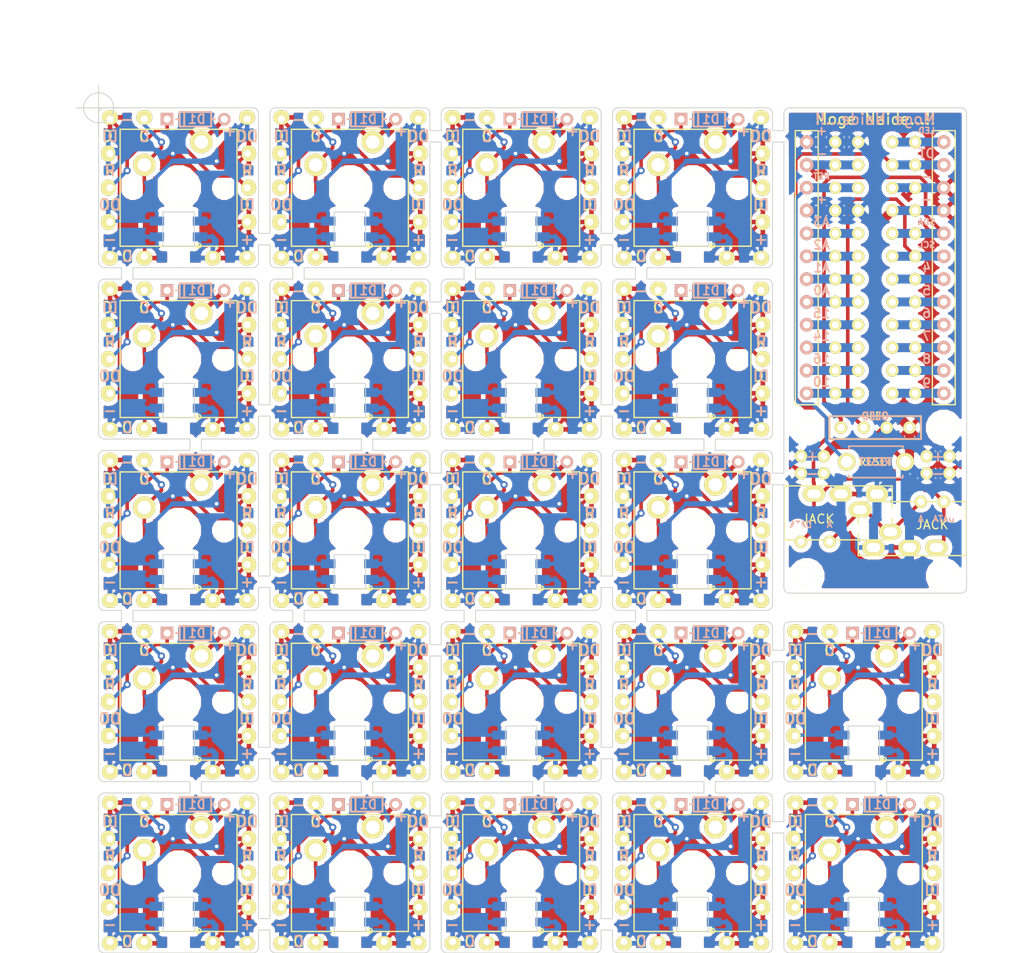
<source format=kicad_pcb>
(kicad_pcb (version 20171130) (host pcbnew 5.0.0-fee4fd1~66~ubuntu18.04.1)
  (title_block (title "Cherry Mx Bitboard") (date 2016-06-21) (rev 1))
  (layers (0 F.Cu signal) (31 B.Cu signal) (34 B.Paste user) (35 F.Paste user) (36 B.SilkS user) (37 F.SilkS user) (38 B.Mask user) (39 F.Mask user) (44 Edge.Cuts user))
  (net 0 "")
  (net 1 "Net-(D1-Pad2)")
  (net 2 /2)
  (net 3 /1)
  (net 4 "Net-(U1-Pad4)")
  (net 5 "Net-(U1-Pad1)")
  (net 6 VCC)
  (net 7 GND)
  (net 8 DATA)
  (net 9 SDA)
  (net 10 SCL)
  (net 11 "Net-(PLED1-Pad1)")
  (net 12 "Net-(PM4-Pad1)")
  (net 13 "Net-(PM5-Pad1)")
  (net 14 "Net-(PM6-Pad1)")
  (net 15 "Net-(PM7-Pad1)")
  (net 16 "Net-(PM8-Pad1)")
  (net 17 "Net-(PM9-Pad1)")
  (net 18 "Net-(PM10-Pad1)")
  (net 19 "Net-(PM14-Pad1)")
  (net 20 "Net-(PM15-Pad1)")
  (net 21 "Net-(PM16-Pad1)")
  (net 22 "Net-(PM18-Pad1)")
  (net 23 "Net-(PM19-Pad1)")
  (net 24 "Net-(PM20-Pad1)")
  (net 25 "Net-(PM21-Pad1)")
  (net 26 RESET)
  (module helix:MJ-4PP-9_rev2 (layer F.Cu) (at 155.625 90.13 90)
    (fp_text reference JACK (at -0.675 3.76 180) (layer F.SilkS))
    (fp_text value MJ-4PP-9 hide)
    (pad A thru_hole oval (at -2.1 11.8 90) (size 1.7 2.5) (drill oval 1 1.5) (layers *.Cu *.Mask F.SilkS) (clearance 0.15))
    (pad D thru_hole oval (at 2.1 10.3 90) (size 1.7 2.5) (drill oval 1 1.5) (layers *.Cu *.Mask F.SilkS) (net 6 VCC) (clearance 0.15))
    (pad C thru_hole oval (at 2.1 6.3 90) (size 1.7 2.5) (drill oval 1 1.5) (layers *.Cu *.Mask F.SilkS) (net 7 GND))
    (pad B thru_hole oval (at 2.1 3.3 90) (size 1.7 2.5) (drill oval 1 1.5) (layers *.Cu *.Mask F.SilkS) (net 8 DATA))
    (pad "" np_thru_hole circle (at -1.75 1.5 90) (size 1.2 1.2) (drill 1.2) (layers *.Cu *.Mask F.SilkS))
    (pad "" np_thru_hole circle (at -1.75 8.5 90) (size 1.2 1.2) (drill 1.2) (layers *.Cu *.Mask F.SilkS))
  )
  (module helix:MJ-4PP-9_rev2 (layer F.Cu) (at 175.845 91.88 270)
    (fp_text reference JACK (at -0.44 3.76) (layer F.SilkS))
    (fp_text value MJ-4PP-9 hide)
    (pad A thru_hole oval (at -2.1 11.8 270) (size 1.7 2.5) (drill oval 1 1.5) (layers *.Cu *.Mask F.SilkS) (clearance 0.15))
    (pad D thru_hole oval (at 2.1 10.3 270) (size 1.7 2.5) (drill oval 1 1.5) (layers *.Cu *.Mask F.SilkS) (net 6 VCC) (clearance 0.15))
    (pad C thru_hole oval (at 2.1 6.3 270) (size 1.7 2.5) (drill oval 1 1.5) (layers *.Cu *.Mask F.SilkS) (net 7 GND))
    (pad B thru_hole oval (at 2.1 3.3 270) (size 1.7 2.5) (drill oval 1 1.5) (layers *.Cu *.Mask F.SilkS) (net 8 DATA))
    (pad "" np_thru_hole circle (at -1.75 1.5 270) (size 1.2 1.2) (drill 1.2) (layers *.Cu *.Mask F.SilkS))
    (pad "" np_thru_hole circle (at -1.75 8.5 270) (size 1.2 1.2) (drill 1.2) (layers *.Cu *.Mask F.SilkS))
  )
  (module footprint:switch (layer F.Cu) (at 164.465 130.175)
    (fp_text reference SW1 hide)
    (fp_text value SW_PUSH hide)
    (pad "" np_thru_hole circle (at 5.08 0) (size 1.71 1.71) (drill 1.71) (layers *.Cu *.Mask F.SilkS))
    (pad 2 thru_hole circle (at 2.54 -5.08) (size 2.5 2.5) (drill 1.5) (layers *.Cu *.Mask F.SilkS) (net 1 "Net-(D1-Pad2)"))
    (pad "" np_thru_hole circle (at 0 0) (size 4 4) (drill 4) (layers *.Cu *.Mask F.SilkS))
    (pad 1 thru_hole circle (at -3.81 -2.54) (size 2.5 2.5) (drill 1.5) (layers *.Cu *.Mask F.SilkS) (net 3 /1))
    (pad "" np_thru_hole circle (at -5.08 0) (size 1.71 1.71) (drill 1.71) (layers *.Cu *.Mask F.SilkS))
  )
  (module footprint:wirepad (layer F.Cu) (at 156.845 114.935 270)
    (fp_text reference P12 hide)
    (fp_text value CONN_01X01 hide)
    (pad 1 thru_hole oval (at 0 0 270) (size 1.8 1.6) (drill 0.8 (offset 0 0.2)) (layers *.Cu *.Mask F.SilkS) (net 5 "Net-(U1-Pad1)"))
  )
  (module footprint:wirepad (layer F.Cu) (at 172.085 122.555 180)
    (fp_text reference P23 hide)
    (fp_text value CONN_01X01 hide)
    (pad 1 thru_hole oval (at 0 0 180) (size 1.8 1.6) (drill 0.8 (offset 0 0.2)) (layers *.Cu *.Mask F.SilkS) (net 6 VCC))
  )
  (module sk6812:SK6812MINI_rev (layer F.Cu) (at 164.452 134.761)
    (fp_text reference U1 hide)
    (fp_text value SK6812mini hide)
    (pad 4 smd rect (at 2.4 0.875) (size 1.6 1) (layers B.Cu B.Paste B.Mask) (net 4 "Net-(U1-Pad4)"))
    (pad 3 smd rect (at 2.4 -0.875) (size 1.6 1) (layers B.Cu B.Paste B.Mask) (net 6 VCC))
    (pad 1 smd rect (at -2.4 -0.875) (size 1.6 1) (layers B.Cu B.Paste B.Mask) (net 5 "Net-(U1-Pad1)"))
    (pad 2 smd rect (at -2.4 0.875) (size 1.6 1) (layers B.Cu B.Paste B.Mask) (net 7 GND))
  )
  (module footprint:switch (layer F.Cu) (at 164.465 111.125)
    (fp_text reference SW1 hide)
    (fp_text value SW_PUSH hide)
    (pad "" np_thru_hole circle (at 5.08 0) (size 1.71 1.71) (drill 1.71) (layers *.Cu *.Mask F.SilkS))
    (pad 2 thru_hole circle (at 2.54 -5.08) (size 2.5 2.5) (drill 1.5) (layers *.Cu *.Mask F.SilkS) (net 1 "Net-(D1-Pad2)"))
    (pad "" np_thru_hole circle (at 0 0) (size 4 4) (drill 4) (layers *.Cu *.Mask F.SilkS))
    (pad 1 thru_hole circle (at -3.81 -2.54) (size 2.5 2.5) (drill 1.5) (layers *.Cu *.Mask F.SilkS) (net 3 /1))
    (pad "" np_thru_hole circle (at -5.08 0) (size 1.71 1.71) (drill 1.71) (layers *.Cu *.Mask F.SilkS))
  )
  (module footprint:wirepad (layer F.Cu) (at 168.275 118.745)
    (fp_text reference P16 hide)
    (fp_text value CONN_01X01 hide)
    (pad 1 thru_hole oval (at 0 0) (size 1.8 1.6) (drill 0.8 (offset 0 0.2)) (layers *.Cu *.Mask F.SilkS) (net 4 "Net-(U1-Pad4)"))
  )
  (module footprint:wirepad (layer F.Cu) (at 168.275 137.795)
    (fp_text reference P16 hide)
    (fp_text value CONN_01X01 hide)
    (pad 1 thru_hole oval (at 0 0) (size 1.8 1.6) (drill 0.8 (offset 0 0.2)) (layers *.Cu *.Mask F.SilkS) (net 4 "Net-(U1-Pad4)"))
  )
  (module footprint:wirepad (layer F.Cu) (at 172.085 133.985 90)
    (fp_text reference P21 hide)
    (fp_text value CONN_01X01 hide)
    (pad 1 thru_hole oval (at 0 0 90) (size 1.8 1.6) (drill 0.8 (offset 0 0.2)) (layers *.Cu *.Mask F.SilkS) (net 4 "Net-(U1-Pad4)"))
  )
  (module footprint:wirepad (layer F.Cu) (at 156.845 111.125 270)
    (fp_text reference P23 hide)
    (fp_text value CONN_01X01 hide)
    (pad 1 thru_hole oval (at 0 0 270) (size 1.8 1.6) (drill 0.8 (offset 0 0.2)) (layers *.Cu *.Mask F.SilkS) (net 2 /2))
  )
  (module footprint:wirepad (layer F.Cu) (at 172.085 103.505 180)
    (fp_text reference P23 hide)
    (fp_text value CONN_01X01 hide)
    (pad 1 thru_hole oval (at 0 0 180) (size 1.8 1.6) (drill 0.8 (offset 0 0.2)) (layers *.Cu *.Mask F.SilkS) (net 6 VCC))
  )
  (module footprint:wirepad (layer F.Cu) (at 156.845 107.315 270)
    (fp_text reference P24 hide)
    (fp_text value CONN_01X01 hide)
    (pad 1 thru_hole oval (at 0 0 270) (size 1.8 1.6) (drill 0.8 (offset 0 0.2)) (layers *.Cu *.Mask F.SilkS) (net 4 "Net-(U1-Pad4)"))
  )
  (module footprint:wirepad (layer F.Cu) (at 172.085 137.795)
    (fp_text reference P15 hide)
    (fp_text value CONN_01X01 hide)
    (pad 1 thru_hole oval (at 0 0) (size 1.8 1.6) (drill 0.8 (offset 0 0.2)) (layers *.Cu *.Mask F.SilkS) (net 6 VCC))
  )
  (module footprint:wirepad (layer F.Cu) (at 156.845 126.365 270)
    (fp_text reference P24 hide)
    (fp_text value CONN_01X01 hide)
    (pad 1 thru_hole oval (at 0 0 270) (size 1.8 1.6) (drill 0.8 (offset 0 0.2)) (layers *.Cu *.Mask F.SilkS) (net 4 "Net-(U1-Pad4)"))
  )
  (module footprint:wirepad (layer F.Cu) (at 156.845 103.505 180)
    (fp_text reference P23 hide)
    (fp_text value CONN_01X01 hide)
    (pad 1 thru_hole oval (at 0 0 180) (size 1.8 1.6) (drill 0.8 (offset 0 0.2)) (layers *.Cu *.Mask F.SilkS) (net 7 GND))
  )
  (module footprint:diode (layer B.Cu) (at 163.195 122.555)
    (fp_text reference D1 (at 3.302 0) (layer B.SilkS) (effects (font (thickness 0.2)) (justify mirror)))
    (fp_text value D hide)
    (pad 2 thru_hole circle (at 6.35 0) (size 1.4 1.4) (drill 0.8) (layers *.Cu *.Mask B.SilkS) (net 1 "Net-(D1-Pad2)"))
    (pad 1 thru_hole rect (at 0 0) (size 1.4 1.4) (drill 0.8) (layers *.Cu *.Mask B.SilkS) (net 2 /2))
  )
  (module footprint:diode (layer B.Cu) (at 163.195 103.505)
    (fp_text reference D1 (at 3.302 0) (layer B.SilkS) (effects (font (thickness 0.2)) (justify mirror)))
    (fp_text value D hide)
    (pad 2 thru_hole circle (at 6.35 0) (size 1.4 1.4) (drill 0.8) (layers *.Cu *.Mask B.SilkS) (net 1 "Net-(D1-Pad2)"))
    (pad 1 thru_hole rect (at 0 0) (size 1.4 1.4) (drill 0.8) (layers *.Cu *.Mask B.SilkS) (net 2 /2))
  )
  (module footprint:wirepad (layer F.Cu) (at 160.655 103.505 180)
    (fp_text reference P11 hide)
    (fp_text value CONN_01X01 hide)
    (pad 1 thru_hole oval (at 0 0 180) (size 1.8 1.6) (drill 0.8 (offset 0 0.2)) (layers *.Cu *.Mask F.SilkS) (net 3 /1))
  )
  (module footprint:wirepad (layer F.Cu) (at 156.845 137.795)
    (fp_text reference P23 hide)
    (fp_text value CONN_01X01 hide)
    (pad 1 thru_hole oval (at 0 0) (size 1.8 1.6) (drill 0.8 (offset 0 0.2)) (layers *.Cu *.Mask F.SilkS) (net 7 GND))
  )
  (module footprint:wirepad (layer F.Cu) (at 156.845 133.985 270)
    (fp_text reference P12 hide)
    (fp_text value CONN_01X01 hide)
    (pad 1 thru_hole oval (at 0 0 270) (size 1.8 1.6) (drill 0.8 (offset 0 0.2)) (layers *.Cu *.Mask F.SilkS) (net 5 "Net-(U1-Pad1)"))
  )
  (module footprint:wirepad (layer F.Cu) (at 156.845 118.745)
    (fp_text reference P23 hide)
    (fp_text value CONN_01X01 hide)
    (pad 1 thru_hole oval (at 0 0) (size 1.8 1.6) (drill 0.8 (offset 0 0.2)) (layers *.Cu *.Mask F.SilkS) (net 7 GND))
  )
  (module footprint:wirepad (layer F.Cu) (at 172.085 130.175 90)
    (fp_text reference P22 hide)
    (fp_text value CONN_01X01 hide)
    (pad 1 thru_hole oval (at 0 0 90) (size 1.8 1.6) (drill 0.8 (offset 0 0.2)) (layers *.Cu *.Mask F.SilkS) (net 2 /2))
  )
  (module footprint:wirepad (layer F.Cu) (at 172.085 111.125 90)
    (fp_text reference P22 hide)
    (fp_text value CONN_01X01 hide)
    (pad 1 thru_hole oval (at 0 0 90) (size 1.8 1.6) (drill 0.8 (offset 0 0.2)) (layers *.Cu *.Mask F.SilkS) (net 2 /2))
  )
  (module footprint:wirepad (layer F.Cu) (at 156.845 122.555 180)
    (fp_text reference P23 hide)
    (fp_text value CONN_01X01 hide)
    (pad 1 thru_hole oval (at 0 0 180) (size 1.8 1.6) (drill 0.8 (offset 0 0.2)) (layers *.Cu *.Mask F.SilkS) (net 7 GND))
  )
  (module footprint:wirepad (layer F.Cu) (at 160.655 122.555 180)
    (fp_text reference P11 hide)
    (fp_text value CONN_01X01 hide)
    (pad 1 thru_hole oval (at 0 0 180) (size 1.8 1.6) (drill 0.8 (offset 0 0.2)) (layers *.Cu *.Mask F.SilkS) (net 3 /1))
  )
  (module footprint:wirepad (layer F.Cu) (at 156.845 130.175 270)
    (fp_text reference P23 hide)
    (fp_text value CONN_01X01 hide)
    (pad 1 thru_hole oval (at 0 0 270) (size 1.8 1.6) (drill 0.8 (offset 0 0.2)) (layers *.Cu *.Mask F.SilkS) (net 2 /2))
  )
  (module footprint:wirepad (layer F.Cu) (at 172.085 118.745)
    (fp_text reference P15 hide)
    (fp_text value CONN_01X01 hide)
    (pad 1 thru_hole oval (at 0 0) (size 1.8 1.6) (drill 0.8 (offset 0 0.2)) (layers *.Cu *.Mask F.SilkS) (net 6 VCC))
  )
  (module footprint:wirepad (layer F.Cu) (at 160.655 118.745)
    (fp_text reference P11 hide)
    (fp_text value CONN_01X01 hide)
    (pad 1 thru_hole oval (at 0 0) (size 1.8 1.6) (drill 0.8 (offset 0 0.2)) (layers *.Cu *.Mask F.SilkS) (net 3 /1))
  )
  (module sk6812:SK6812MINI_rev (layer F.Cu) (at 164.452 115.711)
    (fp_text reference U1 hide)
    (fp_text value SK6812mini hide)
    (pad 4 smd rect (at 2.4 0.875) (size 1.6 1) (layers B.Cu B.Paste B.Mask) (net 4 "Net-(U1-Pad4)"))
    (pad 3 smd rect (at 2.4 -0.875) (size 1.6 1) (layers B.Cu B.Paste B.Mask) (net 6 VCC))
    (pad 1 smd rect (at -2.4 -0.875) (size 1.6 1) (layers B.Cu B.Paste B.Mask) (net 5 "Net-(U1-Pad1)"))
    (pad 2 smd rect (at -2.4 0.875) (size 1.6 1) (layers B.Cu B.Paste B.Mask) (net 7 GND))
  )
  (module footprint:wirepad (layer F.Cu) (at 160.655 137.795)
    (fp_text reference P11 hide)
    (fp_text value CONN_01X01 hide)
    (pad 1 thru_hole oval (at 0 0) (size 1.8 1.6) (drill 0.8 (offset 0 0.2)) (layers *.Cu *.Mask F.SilkS) (net 3 /1))
  )
  (module footprint:wirepad (layer F.Cu) (at 172.085 114.935 90)
    (fp_text reference P21 hide)
    (fp_text value CONN_01X01 hide)
    (pad 1 thru_hole oval (at 0 0 90) (size 1.8 1.6) (drill 0.8 (offset 0 0.2)) (layers *.Cu *.Mask F.SilkS) (net 4 "Net-(U1-Pad4)"))
  )
  (module footprint:wirepad (layer F.Cu) (at 172.085 126.365 90)
    (fp_text reference P12 hide)
    (fp_text value CONN_01X01 hide)
    (pad 1 thru_hole oval (at 0 0 90) (size 1.8 1.6) (drill 0.8 (offset 0 0.2)) (layers *.Cu *.Mask F.SilkS) (net 5 "Net-(U1-Pad1)"))
  )
  (module footprint:wirepad (layer F.Cu) (at 172.085 107.315 90)
    (fp_text reference P12 hide)
    (fp_text value CONN_01X01 hide)
    (pad 1 thru_hole oval (at 0 0 90) (size 1.8 1.6) (drill 0.8 (offset 0 0.2)) (layers *.Cu *.Mask F.SilkS) (net 5 "Net-(U1-Pad1)"))
  )
  (module sk6812:SK6812MINI_rev (layer F.Cu) (at 145.402 134.761)
    (fp_text reference U1 hide)
    (fp_text value SK6812mini hide)
    (pad 2 smd rect (at -2.4 0.875) (size 1.6 1) (layers B.Cu B.Paste B.Mask) (net 7 GND))
    (pad 1 smd rect (at -2.4 -0.875) (size 1.6 1) (layers B.Cu B.Paste B.Mask) (net 5 "Net-(U1-Pad1)"))
    (pad 3 smd rect (at 2.4 -0.875) (size 1.6 1) (layers B.Cu B.Paste B.Mask) (net 6 VCC))
    (pad 4 smd rect (at 2.4 0.875) (size 1.6 1) (layers B.Cu B.Paste B.Mask) (net 4 "Net-(U1-Pad4)"))
  )
  (module sk6812:SK6812MINI_rev (layer F.Cu) (at 126.352 134.761)
    (fp_text reference U1 hide)
    (fp_text value SK6812mini hide)
    (pad 2 smd rect (at -2.4 0.875) (size 1.6 1) (layers B.Cu B.Paste B.Mask) (net 7 GND))
    (pad 1 smd rect (at -2.4 -0.875) (size 1.6 1) (layers B.Cu B.Paste B.Mask) (net 5 "Net-(U1-Pad1)"))
    (pad 3 smd rect (at 2.4 -0.875) (size 1.6 1) (layers B.Cu B.Paste B.Mask) (net 6 VCC))
    (pad 4 smd rect (at 2.4 0.875) (size 1.6 1) (layers B.Cu B.Paste B.Mask) (net 4 "Net-(U1-Pad4)"))
  )
  (module sk6812:SK6812MINI_rev (layer F.Cu) (at 107.302 134.761)
    (fp_text reference U1 hide)
    (fp_text value SK6812mini hide)
    (pad 2 smd rect (at -2.4 0.875) (size 1.6 1) (layers B.Cu B.Paste B.Mask) (net 7 GND))
    (pad 1 smd rect (at -2.4 -0.875) (size 1.6 1) (layers B.Cu B.Paste B.Mask) (net 5 "Net-(U1-Pad1)"))
    (pad 3 smd rect (at 2.4 -0.875) (size 1.6 1) (layers B.Cu B.Paste B.Mask) (net 6 VCC))
    (pad 4 smd rect (at 2.4 0.875) (size 1.6 1) (layers B.Cu B.Paste B.Mask) (net 4 "Net-(U1-Pad4)"))
  )
  (module sk6812:SK6812MINI_rev (layer F.Cu) (at 88.252 134.761)
    (fp_text reference U1 hide)
    (fp_text value SK6812mini hide)
    (pad 2 smd rect (at -2.4 0.875) (size 1.6 1) (layers B.Cu B.Paste B.Mask) (net 7 GND))
    (pad 1 smd rect (at -2.4 -0.875) (size 1.6 1) (layers B.Cu B.Paste B.Mask) (net 5 "Net-(U1-Pad1)"))
    (pad 3 smd rect (at 2.4 -0.875) (size 1.6 1) (layers B.Cu B.Paste B.Mask) (net 6 VCC))
    (pad 4 smd rect (at 2.4 0.875) (size 1.6 1) (layers B.Cu B.Paste B.Mask) (net 4 "Net-(U1-Pad4)"))
  )
  (module sk6812:SK6812MINI_rev (layer F.Cu) (at 145.402 115.711)
    (fp_text reference U1 hide)
    (fp_text value SK6812mini hide)
    (pad 2 smd rect (at -2.4 0.875) (size 1.6 1) (layers B.Cu B.Paste B.Mask) (net 7 GND))
    (pad 1 smd rect (at -2.4 -0.875) (size 1.6 1) (layers B.Cu B.Paste B.Mask) (net 5 "Net-(U1-Pad1)"))
    (pad 3 smd rect (at 2.4 -0.875) (size 1.6 1) (layers B.Cu B.Paste B.Mask) (net 6 VCC))
    (pad 4 smd rect (at 2.4 0.875) (size 1.6 1) (layers B.Cu B.Paste B.Mask) (net 4 "Net-(U1-Pad4)"))
  )
  (module sk6812:SK6812MINI_rev (layer F.Cu) (at 126.352 115.711)
    (fp_text reference U1 hide)
    (fp_text value SK6812mini hide)
    (pad 2 smd rect (at -2.4 0.875) (size 1.6 1) (layers B.Cu B.Paste B.Mask) (net 7 GND))
    (pad 1 smd rect (at -2.4 -0.875) (size 1.6 1) (layers B.Cu B.Paste B.Mask) (net 5 "Net-(U1-Pad1)"))
    (pad 3 smd rect (at 2.4 -0.875) (size 1.6 1) (layers B.Cu B.Paste B.Mask) (net 6 VCC))
    (pad 4 smd rect (at 2.4 0.875) (size 1.6 1) (layers B.Cu B.Paste B.Mask) (net 4 "Net-(U1-Pad4)"))
  )
  (module sk6812:SK6812MINI_rev (layer F.Cu) (at 107.302 115.711)
    (fp_text reference U1 hide)
    (fp_text value SK6812mini hide)
    (pad 2 smd rect (at -2.4 0.875) (size 1.6 1) (layers B.Cu B.Paste B.Mask) (net 7 GND))
    (pad 1 smd rect (at -2.4 -0.875) (size 1.6 1) (layers B.Cu B.Paste B.Mask) (net 5 "Net-(U1-Pad1)"))
    (pad 3 smd rect (at 2.4 -0.875) (size 1.6 1) (layers B.Cu B.Paste B.Mask) (net 6 VCC))
    (pad 4 smd rect (at 2.4 0.875) (size 1.6 1) (layers B.Cu B.Paste B.Mask) (net 4 "Net-(U1-Pad4)"))
  )
  (module sk6812:SK6812MINI_rev (layer F.Cu) (at 88.252 115.711)
    (fp_text reference U1 hide)
    (fp_text value SK6812mini hide)
    (pad 2 smd rect (at -2.4 0.875) (size 1.6 1) (layers B.Cu B.Paste B.Mask) (net 7 GND))
    (pad 1 smd rect (at -2.4 -0.875) (size 1.6 1) (layers B.Cu B.Paste B.Mask) (net 5 "Net-(U1-Pad1)"))
    (pad 3 smd rect (at 2.4 -0.875) (size 1.6 1) (layers B.Cu B.Paste B.Mask) (net 6 VCC))
    (pad 4 smd rect (at 2.4 0.875) (size 1.6 1) (layers B.Cu B.Paste B.Mask) (net 4 "Net-(U1-Pad4)"))
  )
  (module sk6812:SK6812MINI_rev (layer F.Cu) (at 145.402 96.661)
    (fp_text reference U1 hide)
    (fp_text value SK6812mini hide)
    (pad 2 smd rect (at -2.4 0.875) (size 1.6 1) (layers B.Cu B.Paste B.Mask) (net 7 GND))
    (pad 1 smd rect (at -2.4 -0.875) (size 1.6 1) (layers B.Cu B.Paste B.Mask) (net 5 "Net-(U1-Pad1)"))
    (pad 3 smd rect (at 2.4 -0.875) (size 1.6 1) (layers B.Cu B.Paste B.Mask) (net 6 VCC))
    (pad 4 smd rect (at 2.4 0.875) (size 1.6 1) (layers B.Cu B.Paste B.Mask) (net 4 "Net-(U1-Pad4)"))
  )
  (module sk6812:SK6812MINI_rev (layer F.Cu) (at 126.352 96.661)
    (fp_text reference U1 hide)
    (fp_text value SK6812mini hide)
    (pad 2 smd rect (at -2.4 0.875) (size 1.6 1) (layers B.Cu B.Paste B.Mask) (net 7 GND))
    (pad 1 smd rect (at -2.4 -0.875) (size 1.6 1) (layers B.Cu B.Paste B.Mask) (net 5 "Net-(U1-Pad1)"))
    (pad 3 smd rect (at 2.4 -0.875) (size 1.6 1) (layers B.Cu B.Paste B.Mask) (net 6 VCC))
    (pad 4 smd rect (at 2.4 0.875) (size 1.6 1) (layers B.Cu B.Paste B.Mask) (net 4 "Net-(U1-Pad4)"))
  )
  (module sk6812:SK6812MINI_rev (layer F.Cu) (at 107.302 96.661)
    (fp_text reference U1 hide)
    (fp_text value SK6812mini hide)
    (pad 2 smd rect (at -2.4 0.875) (size 1.6 1) (layers B.Cu B.Paste B.Mask) (net 7 GND))
    (pad 1 smd rect (at -2.4 -0.875) (size 1.6 1) (layers B.Cu B.Paste B.Mask) (net 5 "Net-(U1-Pad1)"))
    (pad 3 smd rect (at 2.4 -0.875) (size 1.6 1) (layers B.Cu B.Paste B.Mask) (net 6 VCC))
    (pad 4 smd rect (at 2.4 0.875) (size 1.6 1) (layers B.Cu B.Paste B.Mask) (net 4 "Net-(U1-Pad4)"))
  )
  (module sk6812:SK6812MINI_rev (layer F.Cu) (at 88.252 96.661)
    (fp_text reference U1 hide)
    (fp_text value SK6812mini hide)
    (pad 2 smd rect (at -2.4 0.875) (size 1.6 1) (layers B.Cu B.Paste B.Mask) (net 7 GND))
    (pad 1 smd rect (at -2.4 -0.875) (size 1.6 1) (layers B.Cu B.Paste B.Mask) (net 5 "Net-(U1-Pad1)"))
    (pad 3 smd rect (at 2.4 -0.875) (size 1.6 1) (layers B.Cu B.Paste B.Mask) (net 6 VCC))
    (pad 4 smd rect (at 2.4 0.875) (size 1.6 1) (layers B.Cu B.Paste B.Mask) (net 4 "Net-(U1-Pad4)"))
  )
  (module sk6812:SK6812MINI_rev (layer F.Cu) (at 145.402 77.611)
    (fp_text reference U1 hide)
    (fp_text value SK6812mini hide)
    (pad 2 smd rect (at -2.4 0.875) (size 1.6 1) (layers B.Cu B.Paste B.Mask) (net 7 GND))
    (pad 1 smd rect (at -2.4 -0.875) (size 1.6 1) (layers B.Cu B.Paste B.Mask) (net 5 "Net-(U1-Pad1)"))
    (pad 3 smd rect (at 2.4 -0.875) (size 1.6 1) (layers B.Cu B.Paste B.Mask) (net 6 VCC))
    (pad 4 smd rect (at 2.4 0.875) (size 1.6 1) (layers B.Cu B.Paste B.Mask) (net 4 "Net-(U1-Pad4)"))
  )
  (module sk6812:SK6812MINI_rev (layer F.Cu) (at 126.352 77.611)
    (fp_text reference U1 hide)
    (fp_text value SK6812mini hide)
    (pad 2 smd rect (at -2.4 0.875) (size 1.6 1) (layers B.Cu B.Paste B.Mask) (net 7 GND))
    (pad 1 smd rect (at -2.4 -0.875) (size 1.6 1) (layers B.Cu B.Paste B.Mask) (net 5 "Net-(U1-Pad1)"))
    (pad 3 smd rect (at 2.4 -0.875) (size 1.6 1) (layers B.Cu B.Paste B.Mask) (net 6 VCC))
    (pad 4 smd rect (at 2.4 0.875) (size 1.6 1) (layers B.Cu B.Paste B.Mask) (net 4 "Net-(U1-Pad4)"))
  )
  (module sk6812:SK6812MINI_rev (layer F.Cu) (at 107.302 77.611)
    (fp_text reference U1 hide)
    (fp_text value SK6812mini hide)
    (pad 2 smd rect (at -2.4 0.875) (size 1.6 1) (layers B.Cu B.Paste B.Mask) (net 7 GND))
    (pad 1 smd rect (at -2.4 -0.875) (size 1.6 1) (layers B.Cu B.Paste B.Mask) (net 5 "Net-(U1-Pad1)"))
    (pad 3 smd rect (at 2.4 -0.875) (size 1.6 1) (layers B.Cu B.Paste B.Mask) (net 6 VCC))
    (pad 4 smd rect (at 2.4 0.875) (size 1.6 1) (layers B.Cu B.Paste B.Mask) (net 4 "Net-(U1-Pad4)"))
  )
  (module sk6812:SK6812MINI_rev (layer F.Cu) (at 88.252 77.611)
    (fp_text reference U1 hide)
    (fp_text value SK6812mini hide)
    (pad 2 smd rect (at -2.4 0.875) (size 1.6 1) (layers B.Cu B.Paste B.Mask) (net 7 GND))
    (pad 1 smd rect (at -2.4 -0.875) (size 1.6 1) (layers B.Cu B.Paste B.Mask) (net 5 "Net-(U1-Pad1)"))
    (pad 3 smd rect (at 2.4 -0.875) (size 1.6 1) (layers B.Cu B.Paste B.Mask) (net 6 VCC))
    (pad 4 smd rect (at 2.4 0.875) (size 1.6 1) (layers B.Cu B.Paste B.Mask) (net 4 "Net-(U1-Pad4)"))
  )
  (module sk6812:SK6812MINI_rev (layer F.Cu) (at 145.402 58.561)
    (fp_text reference U1 hide)
    (fp_text value SK6812mini hide)
    (pad 2 smd rect (at -2.4 0.875) (size 1.6 1) (layers B.Cu B.Paste B.Mask) (net 7 GND))
    (pad 1 smd rect (at -2.4 -0.875) (size 1.6 1) (layers B.Cu B.Paste B.Mask) (net 5 "Net-(U1-Pad1)"))
    (pad 3 smd rect (at 2.4 -0.875) (size 1.6 1) (layers B.Cu B.Paste B.Mask) (net 6 VCC))
    (pad 4 smd rect (at 2.4 0.875) (size 1.6 1) (layers B.Cu B.Paste B.Mask) (net 4 "Net-(U1-Pad4)"))
  )
  (module sk6812:SK6812MINI_rev (layer F.Cu) (at 126.352 58.561)
    (fp_text reference U1 hide)
    (fp_text value SK6812mini hide)
    (pad 2 smd rect (at -2.4 0.875) (size 1.6 1) (layers B.Cu B.Paste B.Mask) (net 7 GND))
    (pad 1 smd rect (at -2.4 -0.875) (size 1.6 1) (layers B.Cu B.Paste B.Mask) (net 5 "Net-(U1-Pad1)"))
    (pad 3 smd rect (at 2.4 -0.875) (size 1.6 1) (layers B.Cu B.Paste B.Mask) (net 6 VCC))
    (pad 4 smd rect (at 2.4 0.875) (size 1.6 1) (layers B.Cu B.Paste B.Mask) (net 4 "Net-(U1-Pad4)"))
  )
  (module sk6812:SK6812MINI_rev (layer F.Cu) (at 107.302 58.561)
    (fp_text reference U1 hide)
    (fp_text value SK6812mini hide)
    (pad 2 smd rect (at -2.4 0.875) (size 1.6 1) (layers B.Cu B.Paste B.Mask) (net 7 GND))
    (pad 1 smd rect (at -2.4 -0.875) (size 1.6 1) (layers B.Cu B.Paste B.Mask) (net 5 "Net-(U1-Pad1)"))
    (pad 3 smd rect (at 2.4 -0.875) (size 1.6 1) (layers B.Cu B.Paste B.Mask) (net 6 VCC))
    (pad 4 smd rect (at 2.4 0.875) (size 1.6 1) (layers B.Cu B.Paste B.Mask) (net 4 "Net-(U1-Pad4)"))
  )
  (module footprint:wirepad (layer F.Cu) (at 153.035 126.365 90)
    (fp_text reference P12 hide)
    (fp_text value CONN_01X01 hide)
    (pad 1 thru_hole oval (at 0 0 90) (size 1.8 1.6) (drill 0.8 (offset 0 0.2)) (layers *.Cu *.Mask F.SilkS) (net 5 "Net-(U1-Pad1)"))
  )
  (module footprint:wirepad (layer F.Cu) (at 133.985 126.365 90)
    (fp_text reference P12 hide)
    (fp_text value CONN_01X01 hide)
    (pad 1 thru_hole oval (at 0 0 90) (size 1.8 1.6) (drill 0.8 (offset 0 0.2)) (layers *.Cu *.Mask F.SilkS) (net 5 "Net-(U1-Pad1)"))
  )
  (module footprint:wirepad (layer F.Cu) (at 114.935 126.365 90)
    (fp_text reference P12 hide)
    (fp_text value CONN_01X01 hide)
    (pad 1 thru_hole oval (at 0 0 90) (size 1.8 1.6) (drill 0.8 (offset 0 0.2)) (layers *.Cu *.Mask F.SilkS) (net 5 "Net-(U1-Pad1)"))
  )
  (module footprint:wirepad (layer F.Cu) (at 95.885 126.365 90)
    (fp_text reference P12 hide)
    (fp_text value CONN_01X01 hide)
    (pad 1 thru_hole oval (at 0 0 90) (size 1.8 1.6) (drill 0.8 (offset 0 0.2)) (layers *.Cu *.Mask F.SilkS) (net 5 "Net-(U1-Pad1)"))
  )
  (module footprint:wirepad (layer F.Cu) (at 153.035 107.315 90)
    (fp_text reference P12 hide)
    (fp_text value CONN_01X01 hide)
    (pad 1 thru_hole oval (at 0 0 90) (size 1.8 1.6) (drill 0.8 (offset 0 0.2)) (layers *.Cu *.Mask F.SilkS) (net 5 "Net-(U1-Pad1)"))
  )
  (module footprint:wirepad (layer F.Cu) (at 133.985 107.315 90)
    (fp_text reference P12 hide)
    (fp_text value CONN_01X01 hide)
    (pad 1 thru_hole oval (at 0 0 90) (size 1.8 1.6) (drill 0.8 (offset 0 0.2)) (layers *.Cu *.Mask F.SilkS) (net 5 "Net-(U1-Pad1)"))
  )
  (module footprint:wirepad (layer F.Cu) (at 114.935 107.315 90)
    (fp_text reference P12 hide)
    (fp_text value CONN_01X01 hide)
    (pad 1 thru_hole oval (at 0 0 90) (size 1.8 1.6) (drill 0.8 (offset 0 0.2)) (layers *.Cu *.Mask F.SilkS) (net 5 "Net-(U1-Pad1)"))
  )
  (module footprint:wirepad (layer F.Cu) (at 95.885 107.315 90)
    (fp_text reference P12 hide)
    (fp_text value CONN_01X01 hide)
    (pad 1 thru_hole oval (at 0 0 90) (size 1.8 1.6) (drill 0.8 (offset 0 0.2)) (layers *.Cu *.Mask F.SilkS) (net 5 "Net-(U1-Pad1)"))
  )
  (module footprint:wirepad (layer F.Cu) (at 153.035 88.265 90)
    (fp_text reference P12 hide)
    (fp_text value CONN_01X01 hide)
    (pad 1 thru_hole oval (at 0 0 90) (size 1.8 1.6) (drill 0.8 (offset 0 0.2)) (layers *.Cu *.Mask F.SilkS) (net 5 "Net-(U1-Pad1)"))
  )
  (module footprint:wirepad (layer F.Cu) (at 133.985 88.265 90)
    (fp_text reference P12 hide)
    (fp_text value CONN_01X01 hide)
    (pad 1 thru_hole oval (at 0 0 90) (size 1.8 1.6) (drill 0.8 (offset 0 0.2)) (layers *.Cu *.Mask F.SilkS) (net 5 "Net-(U1-Pad1)"))
  )
  (module footprint:wirepad (layer F.Cu) (at 114.935 88.265 90)
    (fp_text reference P12 hide)
    (fp_text value CONN_01X01 hide)
    (pad 1 thru_hole oval (at 0 0 90) (size 1.8 1.6) (drill 0.8 (offset 0 0.2)) (layers *.Cu *.Mask F.SilkS) (net 5 "Net-(U1-Pad1)"))
  )
  (module footprint:wirepad (layer F.Cu) (at 95.885 88.265 90)
    (fp_text reference P12 hide)
    (fp_text value CONN_01X01 hide)
    (pad 1 thru_hole oval (at 0 0 90) (size 1.8 1.6) (drill 0.8 (offset 0 0.2)) (layers *.Cu *.Mask F.SilkS) (net 5 "Net-(U1-Pad1)"))
  )
  (module footprint:wirepad (layer F.Cu) (at 153.035 69.215 90)
    (fp_text reference P12 hide)
    (fp_text value CONN_01X01 hide)
    (pad 1 thru_hole oval (at 0 0 90) (size 1.8 1.6) (drill 0.8 (offset 0 0.2)) (layers *.Cu *.Mask F.SilkS) (net 5 "Net-(U1-Pad1)"))
  )
  (module footprint:wirepad (layer F.Cu) (at 133.985 69.215 90)
    (fp_text reference P12 hide)
    (fp_text value CONN_01X01 hide)
    (pad 1 thru_hole oval (at 0 0 90) (size 1.8 1.6) (drill 0.8 (offset 0 0.2)) (layers *.Cu *.Mask F.SilkS) (net 5 "Net-(U1-Pad1)"))
  )
  (module footprint:wirepad (layer F.Cu) (at 114.935 69.215 90)
    (fp_text reference P12 hide)
    (fp_text value CONN_01X01 hide)
    (pad 1 thru_hole oval (at 0 0 90) (size 1.8 1.6) (drill 0.8 (offset 0 0.2)) (layers *.Cu *.Mask F.SilkS) (net 5 "Net-(U1-Pad1)"))
  )
  (module footprint:wirepad (layer F.Cu) (at 95.885 69.215 90)
    (fp_text reference P12 hide)
    (fp_text value CONN_01X01 hide)
    (pad 1 thru_hole oval (at 0 0 90) (size 1.8 1.6) (drill 0.8 (offset 0 0.2)) (layers *.Cu *.Mask F.SilkS) (net 5 "Net-(U1-Pad1)"))
  )
  (module footprint:wirepad (layer F.Cu) (at 153.035 50.165 90)
    (fp_text reference P12 hide)
    (fp_text value CONN_01X01 hide)
    (pad 1 thru_hole oval (at 0 0 90) (size 1.8 1.6) (drill 0.8 (offset 0 0.2)) (layers *.Cu *.Mask F.SilkS) (net 5 "Net-(U1-Pad1)"))
  )
  (module footprint:wirepad (layer F.Cu) (at 133.985 50.165 90)
    (fp_text reference P12 hide)
    (fp_text value CONN_01X01 hide)
    (pad 1 thru_hole oval (at 0 0 90) (size 1.8 1.6) (drill 0.8 (offset 0 0.2)) (layers *.Cu *.Mask F.SilkS) (net 5 "Net-(U1-Pad1)"))
  )
  (module footprint:wirepad (layer F.Cu) (at 114.935 50.165 90)
    (fp_text reference P12 hide)
    (fp_text value CONN_01X01 hide)
    (pad 1 thru_hole oval (at 0 0 90) (size 1.8 1.6) (drill 0.8 (offset 0 0.2)) (layers *.Cu *.Mask F.SilkS) (net 5 "Net-(U1-Pad1)"))
  )
  (module footprint:wirepad (layer F.Cu) (at 137.795 137.795)
    (fp_text reference P23 hide)
    (fp_text value CONN_01X01 hide)
    (pad 1 thru_hole oval (at 0 0) (size 1.8 1.6) (drill 0.8 (offset 0 0.2)) (layers *.Cu *.Mask F.SilkS) (net 7 GND))
  )
  (module footprint:wirepad (layer F.Cu) (at 118.745 137.795)
    (fp_text reference P23 hide)
    (fp_text value CONN_01X01 hide)
    (pad 1 thru_hole oval (at 0 0) (size 1.8 1.6) (drill 0.8 (offset 0 0.2)) (layers *.Cu *.Mask F.SilkS) (net 7 GND))
  )
  (module footprint:wirepad (layer F.Cu) (at 99.695 137.795)
    (fp_text reference P23 hide)
    (fp_text value CONN_01X01 hide)
    (pad 1 thru_hole oval (at 0 0) (size 1.8 1.6) (drill 0.8 (offset 0 0.2)) (layers *.Cu *.Mask F.SilkS) (net 7 GND))
  )
  (module footprint:wirepad (layer F.Cu) (at 80.645 137.795)
    (fp_text reference P23 hide)
    (fp_text value CONN_01X01 hide)
    (pad 1 thru_hole oval (at 0 0) (size 1.8 1.6) (drill 0.8 (offset 0 0.2)) (layers *.Cu *.Mask F.SilkS) (net 7 GND))
  )
  (module footprint:wirepad (layer F.Cu) (at 137.795 118.745)
    (fp_text reference P23 hide)
    (fp_text value CONN_01X01 hide)
    (pad 1 thru_hole oval (at 0 0) (size 1.8 1.6) (drill 0.8 (offset 0 0.2)) (layers *.Cu *.Mask F.SilkS) (net 7 GND))
  )
  (module footprint:wirepad (layer F.Cu) (at 118.745 118.745)
    (fp_text reference P23 hide)
    (fp_text value CONN_01X01 hide)
    (pad 1 thru_hole oval (at 0 0) (size 1.8 1.6) (drill 0.8 (offset 0 0.2)) (layers *.Cu *.Mask F.SilkS) (net 7 GND))
  )
  (module footprint:wirepad (layer F.Cu) (at 99.695 118.745)
    (fp_text reference P23 hide)
    (fp_text value CONN_01X01 hide)
    (pad 1 thru_hole oval (at 0 0) (size 1.8 1.6) (drill 0.8 (offset 0 0.2)) (layers *.Cu *.Mask F.SilkS) (net 7 GND))
  )
  (module footprint:wirepad (layer F.Cu) (at 80.645 118.745)
    (fp_text reference P23 hide)
    (fp_text value CONN_01X01 hide)
    (pad 1 thru_hole oval (at 0 0) (size 1.8 1.6) (drill 0.8 (offset 0 0.2)) (layers *.Cu *.Mask F.SilkS) (net 7 GND))
  )
  (module footprint:wirepad (layer F.Cu) (at 137.795 99.695)
    (fp_text reference P23 hide)
    (fp_text value CONN_01X01 hide)
    (pad 1 thru_hole oval (at 0 0) (size 1.8 1.6) (drill 0.8 (offset 0 0.2)) (layers *.Cu *.Mask F.SilkS) (net 7 GND))
  )
  (module footprint:wirepad (layer F.Cu) (at 118.745 99.695)
    (fp_text reference P23 hide)
    (fp_text value CONN_01X01 hide)
    (pad 1 thru_hole oval (at 0 0) (size 1.8 1.6) (drill 0.8 (offset 0 0.2)) (layers *.Cu *.Mask F.SilkS) (net 7 GND))
  )
  (module footprint:wirepad (layer F.Cu) (at 99.695 99.695)
    (fp_text reference P23 hide)
    (fp_text value CONN_01X01 hide)
    (pad 1 thru_hole oval (at 0 0) (size 1.8 1.6) (drill 0.8 (offset 0 0.2)) (layers *.Cu *.Mask F.SilkS) (net 7 GND))
  )
  (module footprint:wirepad (layer F.Cu) (at 80.645 99.695)
    (fp_text reference P23 hide)
    (fp_text value CONN_01X01 hide)
    (pad 1 thru_hole oval (at 0 0) (size 1.8 1.6) (drill 0.8 (offset 0 0.2)) (layers *.Cu *.Mask F.SilkS) (net 7 GND))
  )
  (module footprint:wirepad (layer F.Cu) (at 137.795 80.645)
    (fp_text reference P23 hide)
    (fp_text value CONN_01X01 hide)
    (pad 1 thru_hole oval (at 0 0) (size 1.8 1.6) (drill 0.8 (offset 0 0.2)) (layers *.Cu *.Mask F.SilkS) (net 7 GND))
  )
  (module footprint:wirepad (layer F.Cu) (at 118.745 80.645)
    (fp_text reference P23 hide)
    (fp_text value CONN_01X01 hide)
    (pad 1 thru_hole oval (at 0 0) (size 1.8 1.6) (drill 0.8 (offset 0 0.2)) (layers *.Cu *.Mask F.SilkS) (net 7 GND))
  )
  (module footprint:wirepad (layer F.Cu) (at 99.695 80.645)
    (fp_text reference P23 hide)
    (fp_text value CONN_01X01 hide)
    (pad 1 thru_hole oval (at 0 0) (size 1.8 1.6) (drill 0.8 (offset 0 0.2)) (layers *.Cu *.Mask F.SilkS) (net 7 GND))
  )
  (module footprint:wirepad (layer F.Cu) (at 80.645 80.645)
    (fp_text reference P23 hide)
    (fp_text value CONN_01X01 hide)
    (pad 1 thru_hole oval (at 0 0) (size 1.8 1.6) (drill 0.8 (offset 0 0.2)) (layers *.Cu *.Mask F.SilkS) (net 7 GND))
  )
  (module footprint:wirepad (layer F.Cu) (at 137.795 61.595)
    (fp_text reference P23 hide)
    (fp_text value CONN_01X01 hide)
    (pad 1 thru_hole oval (at 0 0) (size 1.8 1.6) (drill 0.8 (offset 0 0.2)) (layers *.Cu *.Mask F.SilkS) (net 7 GND))
  )
  (module footprint:wirepad (layer F.Cu) (at 118.745 61.595)
    (fp_text reference P23 hide)
    (fp_text value CONN_01X01 hide)
    (pad 1 thru_hole oval (at 0 0) (size 1.8 1.6) (drill 0.8 (offset 0 0.2)) (layers *.Cu *.Mask F.SilkS) (net 7 GND))
  )
  (module footprint:wirepad (layer F.Cu) (at 99.695 61.595)
    (fp_text reference P23 hide)
    (fp_text value CONN_01X01 hide)
    (pad 1 thru_hole oval (at 0 0) (size 1.8 1.6) (drill 0.8 (offset 0 0.2)) (layers *.Cu *.Mask F.SilkS) (net 7 GND))
  )
  (module footprint:wirepad (layer F.Cu) (at 137.795 122.555 180)
    (fp_text reference P23 hide)
    (fp_text value CONN_01X01 hide)
    (pad 1 thru_hole oval (at 0 0 180) (size 1.8 1.6) (drill 0.8 (offset 0 0.2)) (layers *.Cu *.Mask F.SilkS) (net 7 GND))
  )
  (module footprint:wirepad (layer F.Cu) (at 118.745 122.555 180)
    (fp_text reference P23 hide)
    (fp_text value CONN_01X01 hide)
    (pad 1 thru_hole oval (at 0 0 180) (size 1.8 1.6) (drill 0.8 (offset 0 0.2)) (layers *.Cu *.Mask F.SilkS) (net 7 GND))
  )
  (module footprint:wirepad (layer F.Cu) (at 99.695 122.555 180)
    (fp_text reference P23 hide)
    (fp_text value CONN_01X01 hide)
    (pad 1 thru_hole oval (at 0 0 180) (size 1.8 1.6) (drill 0.8 (offset 0 0.2)) (layers *.Cu *.Mask F.SilkS) (net 7 GND))
  )
  (module footprint:wirepad (layer F.Cu) (at 80.645 122.555 180)
    (fp_text reference P23 hide)
    (fp_text value CONN_01X01 hide)
    (pad 1 thru_hole oval (at 0 0 180) (size 1.8 1.6) (drill 0.8 (offset 0 0.2)) (layers *.Cu *.Mask F.SilkS) (net 7 GND))
  )
  (module footprint:wirepad (layer F.Cu) (at 137.795 103.505 180)
    (fp_text reference P23 hide)
    (fp_text value CONN_01X01 hide)
    (pad 1 thru_hole oval (at 0 0 180) (size 1.8 1.6) (drill 0.8 (offset 0 0.2)) (layers *.Cu *.Mask F.SilkS) (net 7 GND))
  )
  (module footprint:wirepad (layer F.Cu) (at 118.745 103.505 180)
    (fp_text reference P23 hide)
    (fp_text value CONN_01X01 hide)
    (pad 1 thru_hole oval (at 0 0 180) (size 1.8 1.6) (drill 0.8 (offset 0 0.2)) (layers *.Cu *.Mask F.SilkS) (net 7 GND))
  )
  (module footprint:wirepad (layer F.Cu) (at 99.695 103.505 180)
    (fp_text reference P23 hide)
    (fp_text value CONN_01X01 hide)
    (pad 1 thru_hole oval (at 0 0 180) (size 1.8 1.6) (drill 0.8 (offset 0 0.2)) (layers *.Cu *.Mask F.SilkS) (net 7 GND))
  )
  (module footprint:wirepad (layer F.Cu) (at 80.645 103.505 180)
    (fp_text reference P23 hide)
    (fp_text value CONN_01X01 hide)
    (pad 1 thru_hole oval (at 0 0 180) (size 1.8 1.6) (drill 0.8 (offset 0 0.2)) (layers *.Cu *.Mask F.SilkS) (net 7 GND))
  )
  (module footprint:wirepad (layer F.Cu) (at 137.795 84.455 180)
    (fp_text reference P23 hide)
    (fp_text value CONN_01X01 hide)
    (pad 1 thru_hole oval (at 0 0 180) (size 1.8 1.6) (drill 0.8 (offset 0 0.2)) (layers *.Cu *.Mask F.SilkS) (net 7 GND))
  )
  (module footprint:wirepad (layer F.Cu) (at 118.745 84.455 180)
    (fp_text reference P23 hide)
    (fp_text value CONN_01X01 hide)
    (pad 1 thru_hole oval (at 0 0 180) (size 1.8 1.6) (drill 0.8 (offset 0 0.2)) (layers *.Cu *.Mask F.SilkS) (net 7 GND))
  )
  (module footprint:wirepad (layer F.Cu) (at 99.695 84.455 180)
    (fp_text reference P23 hide)
    (fp_text value CONN_01X01 hide)
    (pad 1 thru_hole oval (at 0 0 180) (size 1.8 1.6) (drill 0.8 (offset 0 0.2)) (layers *.Cu *.Mask F.SilkS) (net 7 GND))
  )
  (module footprint:wirepad (layer F.Cu) (at 80.645 84.455 180)
    (fp_text reference P23 hide)
    (fp_text value CONN_01X01 hide)
    (pad 1 thru_hole oval (at 0 0 180) (size 1.8 1.6) (drill 0.8 (offset 0 0.2)) (layers *.Cu *.Mask F.SilkS) (net 7 GND))
  )
  (module footprint:wirepad (layer F.Cu) (at 137.795 65.405 180)
    (fp_text reference P23 hide)
    (fp_text value CONN_01X01 hide)
    (pad 1 thru_hole oval (at 0 0 180) (size 1.8 1.6) (drill 0.8 (offset 0 0.2)) (layers *.Cu *.Mask F.SilkS) (net 7 GND))
  )
  (module footprint:wirepad (layer F.Cu) (at 118.745 65.405 180)
    (fp_text reference P23 hide)
    (fp_text value CONN_01X01 hide)
    (pad 1 thru_hole oval (at 0 0 180) (size 1.8 1.6) (drill 0.8 (offset 0 0.2)) (layers *.Cu *.Mask F.SilkS) (net 7 GND))
  )
  (module footprint:wirepad (layer F.Cu) (at 99.695 65.405 180)
    (fp_text reference P23 hide)
    (fp_text value CONN_01X01 hide)
    (pad 1 thru_hole oval (at 0 0 180) (size 1.8 1.6) (drill 0.8 (offset 0 0.2)) (layers *.Cu *.Mask F.SilkS) (net 7 GND))
  )
  (module footprint:wirepad (layer F.Cu) (at 80.645 65.405 180)
    (fp_text reference P23 hide)
    (fp_text value CONN_01X01 hide)
    (pad 1 thru_hole oval (at 0 0 180) (size 1.8 1.6) (drill 0.8 (offset 0 0.2)) (layers *.Cu *.Mask F.SilkS) (net 7 GND))
  )
  (module footprint:wirepad (layer F.Cu) (at 137.795 46.355 180)
    (fp_text reference P23 hide)
    (fp_text value CONN_01X01 hide)
    (pad 1 thru_hole oval (at 0 0 180) (size 1.8 1.6) (drill 0.8 (offset 0 0.2)) (layers *.Cu *.Mask F.SilkS) (net 7 GND))
  )
  (module footprint:wirepad (layer F.Cu) (at 118.745 46.355 180)
    (fp_text reference P23 hide)
    (fp_text value CONN_01X01 hide)
    (pad 1 thru_hole oval (at 0 0 180) (size 1.8 1.6) (drill 0.8 (offset 0 0.2)) (layers *.Cu *.Mask F.SilkS) (net 7 GND))
  )
  (module footprint:wirepad (layer F.Cu) (at 99.695 46.355 180)
    (fp_text reference P23 hide)
    (fp_text value CONN_01X01 hide)
    (pad 1 thru_hole oval (at 0 0 180) (size 1.8 1.6) (drill 0.8 (offset 0 0.2)) (layers *.Cu *.Mask F.SilkS) (net 7 GND))
  )
  (module footprint:wirepad (layer F.Cu) (at 137.795 130.175 270)
    (fp_text reference P23 hide)
    (fp_text value CONN_01X01 hide)
    (pad 1 thru_hole oval (at 0 0 270) (size 1.8 1.6) (drill 0.8 (offset 0 0.2)) (layers *.Cu *.Mask F.SilkS) (net 2 /2))
  )
  (module footprint:wirepad (layer F.Cu) (at 118.745 130.175 270)
    (fp_text reference P23 hide)
    (fp_text value CONN_01X01 hide)
    (pad 1 thru_hole oval (at 0 0 270) (size 1.8 1.6) (drill 0.8 (offset 0 0.2)) (layers *.Cu *.Mask F.SilkS) (net 2 /2))
  )
  (module footprint:wirepad (layer F.Cu) (at 99.695 130.175 270)
    (fp_text reference P23 hide)
    (fp_text value CONN_01X01 hide)
    (pad 1 thru_hole oval (at 0 0 270) (size 1.8 1.6) (drill 0.8 (offset 0 0.2)) (layers *.Cu *.Mask F.SilkS) (net 2 /2))
  )
  (module footprint:wirepad (layer F.Cu) (at 80.645 130.175 270)
    (fp_text reference P23 hide)
    (fp_text value CONN_01X01 hide)
    (pad 1 thru_hole oval (at 0 0 270) (size 1.8 1.6) (drill 0.8 (offset 0 0.2)) (layers *.Cu *.Mask F.SilkS) (net 2 /2))
  )
  (module footprint:wirepad (layer F.Cu) (at 137.795 111.125 270)
    (fp_text reference P23 hide)
    (fp_text value CONN_01X01 hide)
    (pad 1 thru_hole oval (at 0 0 270) (size 1.8 1.6) (drill 0.8 (offset 0 0.2)) (layers *.Cu *.Mask F.SilkS) (net 2 /2))
  )
  (module footprint:wirepad (layer F.Cu) (at 118.745 111.125 270)
    (fp_text reference P23 hide)
    (fp_text value CONN_01X01 hide)
    (pad 1 thru_hole oval (at 0 0 270) (size 1.8 1.6) (drill 0.8 (offset 0 0.2)) (layers *.Cu *.Mask F.SilkS) (net 2 /2))
  )
  (module footprint:wirepad (layer F.Cu) (at 99.695 111.125 270)
    (fp_text reference P23 hide)
    (fp_text value CONN_01X01 hide)
    (pad 1 thru_hole oval (at 0 0 270) (size 1.8 1.6) (drill 0.8 (offset 0 0.2)) (layers *.Cu *.Mask F.SilkS) (net 2 /2))
  )
  (module footprint:wirepad (layer F.Cu) (at 80.645 111.125 270)
    (fp_text reference P23 hide)
    (fp_text value CONN_01X01 hide)
    (pad 1 thru_hole oval (at 0 0 270) (size 1.8 1.6) (drill 0.8 (offset 0 0.2)) (layers *.Cu *.Mask F.SilkS) (net 2 /2))
  )
  (module footprint:wirepad (layer F.Cu) (at 137.795 92.075 270)
    (fp_text reference P23 hide)
    (fp_text value CONN_01X01 hide)
    (pad 1 thru_hole oval (at 0 0 270) (size 1.8 1.6) (drill 0.8 (offset 0 0.2)) (layers *.Cu *.Mask F.SilkS) (net 2 /2))
  )
  (module footprint:wirepad (layer F.Cu) (at 118.745 92.075 270)
    (fp_text reference P23 hide)
    (fp_text value CONN_01X01 hide)
    (pad 1 thru_hole oval (at 0 0 270) (size 1.8 1.6) (drill 0.8 (offset 0 0.2)) (layers *.Cu *.Mask F.SilkS) (net 2 /2))
  )
  (module footprint:wirepad (layer F.Cu) (at 99.695 92.075 270)
    (fp_text reference P23 hide)
    (fp_text value CONN_01X01 hide)
    (pad 1 thru_hole oval (at 0 0 270) (size 1.8 1.6) (drill 0.8 (offset 0 0.2)) (layers *.Cu *.Mask F.SilkS) (net 2 /2))
  )
  (module footprint:wirepad (layer F.Cu) (at 80.645 92.075 270)
    (fp_text reference P23 hide)
    (fp_text value CONN_01X01 hide)
    (pad 1 thru_hole oval (at 0 0 270) (size 1.8 1.6) (drill 0.8 (offset 0 0.2)) (layers *.Cu *.Mask F.SilkS) (net 2 /2))
  )
  (module footprint:wirepad (layer F.Cu) (at 137.795 73.025 270)
    (fp_text reference P23 hide)
    (fp_text value CONN_01X01 hide)
    (pad 1 thru_hole oval (at 0 0 270) (size 1.8 1.6) (drill 0.8 (offset 0 0.2)) (layers *.Cu *.Mask F.SilkS) (net 2 /2))
  )
  (module footprint:wirepad (layer F.Cu) (at 118.745 73.025 270)
    (fp_text reference P23 hide)
    (fp_text value CONN_01X01 hide)
    (pad 1 thru_hole oval (at 0 0 270) (size 1.8 1.6) (drill 0.8 (offset 0 0.2)) (layers *.Cu *.Mask F.SilkS) (net 2 /2))
  )
  (module footprint:wirepad (layer F.Cu) (at 99.695 73.025 270)
    (fp_text reference P23 hide)
    (fp_text value CONN_01X01 hide)
    (pad 1 thru_hole oval (at 0 0 270) (size 1.8 1.6) (drill 0.8 (offset 0 0.2)) (layers *.Cu *.Mask F.SilkS) (net 2 /2))
  )
  (module footprint:wirepad (layer F.Cu) (at 80.645 73.025 270)
    (fp_text reference P23 hide)
    (fp_text value CONN_01X01 hide)
    (pad 1 thru_hole oval (at 0 0 270) (size 1.8 1.6) (drill 0.8 (offset 0 0.2)) (layers *.Cu *.Mask F.SilkS) (net 2 /2))
  )
  (module footprint:wirepad (layer F.Cu) (at 137.795 53.975 270)
    (fp_text reference P23 hide)
    (fp_text value CONN_01X01 hide)
    (pad 1 thru_hole oval (at 0 0 270) (size 1.8 1.6) (drill 0.8 (offset 0 0.2)) (layers *.Cu *.Mask F.SilkS) (net 2 /2))
  )
  (module footprint:wirepad (layer F.Cu) (at 118.745 53.975 270)
    (fp_text reference P23 hide)
    (fp_text value CONN_01X01 hide)
    (pad 1 thru_hole oval (at 0 0 270) (size 1.8 1.6) (drill 0.8 (offset 0 0.2)) (layers *.Cu *.Mask F.SilkS) (net 2 /2))
  )
  (module footprint:wirepad (layer F.Cu) (at 99.695 53.975 270)
    (fp_text reference P23 hide)
    (fp_text value CONN_01X01 hide)
    (pad 1 thru_hole oval (at 0 0 270) (size 1.8 1.6) (drill 0.8 (offset 0 0.2)) (layers *.Cu *.Mask F.SilkS) (net 2 /2))
  )
  (module footprint:wirepad (layer F.Cu) (at 153.035 130.175 90)
    (fp_text reference P22 hide)
    (fp_text value CONN_01X01 hide)
    (pad 1 thru_hole oval (at 0 0 90) (size 1.8 1.6) (drill 0.8 (offset 0 0.2)) (layers *.Cu *.Mask F.SilkS) (net 2 /2))
  )
  (module footprint:wirepad (layer F.Cu) (at 133.985 130.175 90)
    (fp_text reference P22 hide)
    (fp_text value CONN_01X01 hide)
    (pad 1 thru_hole oval (at 0 0 90) (size 1.8 1.6) (drill 0.8 (offset 0 0.2)) (layers *.Cu *.Mask F.SilkS) (net 2 /2))
  )
  (module footprint:wirepad (layer F.Cu) (at 114.935 130.175 90)
    (fp_text reference P22 hide)
    (fp_text value CONN_01X01 hide)
    (pad 1 thru_hole oval (at 0 0 90) (size 1.8 1.6) (drill 0.8 (offset 0 0.2)) (layers *.Cu *.Mask F.SilkS) (net 2 /2))
  )
  (module footprint:wirepad (layer F.Cu) (at 95.885 130.175 90)
    (fp_text reference P22 hide)
    (fp_text value CONN_01X01 hide)
    (pad 1 thru_hole oval (at 0 0 90) (size 1.8 1.6) (drill 0.8 (offset 0 0.2)) (layers *.Cu *.Mask F.SilkS) (net 2 /2))
  )
  (module footprint:wirepad (layer F.Cu) (at 153.035 111.125 90)
    (fp_text reference P22 hide)
    (fp_text value CONN_01X01 hide)
    (pad 1 thru_hole oval (at 0 0 90) (size 1.8 1.6) (drill 0.8 (offset 0 0.2)) (layers *.Cu *.Mask F.SilkS) (net 2 /2))
  )
  (module footprint:wirepad (layer F.Cu) (at 133.985 111.125 90)
    (fp_text reference P22 hide)
    (fp_text value CONN_01X01 hide)
    (pad 1 thru_hole oval (at 0 0 90) (size 1.8 1.6) (drill 0.8 (offset 0 0.2)) (layers *.Cu *.Mask F.SilkS) (net 2 /2))
  )
  (module footprint:wirepad (layer F.Cu) (at 114.935 111.125 90)
    (fp_text reference P22 hide)
    (fp_text value CONN_01X01 hide)
    (pad 1 thru_hole oval (at 0 0 90) (size 1.8 1.6) (drill 0.8 (offset 0 0.2)) (layers *.Cu *.Mask F.SilkS) (net 2 /2))
  )
  (module footprint:wirepad (layer F.Cu) (at 95.885 111.125 90)
    (fp_text reference P22 hide)
    (fp_text value CONN_01X01 hide)
    (pad 1 thru_hole oval (at 0 0 90) (size 1.8 1.6) (drill 0.8 (offset 0 0.2)) (layers *.Cu *.Mask F.SilkS) (net 2 /2))
  )
  (module footprint:wirepad (layer F.Cu) (at 153.035 92.075 90)
    (fp_text reference P22 hide)
    (fp_text value CONN_01X01 hide)
    (pad 1 thru_hole oval (at 0 0 90) (size 1.8 1.6) (drill 0.8 (offset 0 0.2)) (layers *.Cu *.Mask F.SilkS) (net 2 /2))
  )
  (module footprint:wirepad (layer F.Cu) (at 133.985 92.075 90)
    (fp_text reference P22 hide)
    (fp_text value CONN_01X01 hide)
    (pad 1 thru_hole oval (at 0 0 90) (size 1.8 1.6) (drill 0.8 (offset 0 0.2)) (layers *.Cu *.Mask F.SilkS) (net 2 /2))
  )
  (module footprint:wirepad (layer F.Cu) (at 114.935 92.075 90)
    (fp_text reference P22 hide)
    (fp_text value CONN_01X01 hide)
    (pad 1 thru_hole oval (at 0 0 90) (size 1.8 1.6) (drill 0.8 (offset 0 0.2)) (layers *.Cu *.Mask F.SilkS) (net 2 /2))
  )
  (module footprint:wirepad (layer F.Cu) (at 95.885 92.075 90)
    (fp_text reference P22 hide)
    (fp_text value CONN_01X01 hide)
    (pad 1 thru_hole oval (at 0 0 90) (size 1.8 1.6) (drill 0.8 (offset 0 0.2)) (layers *.Cu *.Mask F.SilkS) (net 2 /2))
  )
  (module footprint:wirepad (layer F.Cu) (at 153.035 73.025 90)
    (fp_text reference P22 hide)
    (fp_text value CONN_01X01 hide)
    (pad 1 thru_hole oval (at 0 0 90) (size 1.8 1.6) (drill 0.8 (offset 0 0.2)) (layers *.Cu *.Mask F.SilkS) (net 2 /2))
  )
  (module footprint:wirepad (layer F.Cu) (at 133.985 73.025 90)
    (fp_text reference P22 hide)
    (fp_text value CONN_01X01 hide)
    (pad 1 thru_hole oval (at 0 0 90) (size 1.8 1.6) (drill 0.8 (offset 0 0.2)) (layers *.Cu *.Mask F.SilkS) (net 2 /2))
  )
  (module footprint:wirepad (layer F.Cu) (at 114.935 73.025 90)
    (fp_text reference P22 hide)
    (fp_text value CONN_01X01 hide)
    (pad 1 thru_hole oval (at 0 0 90) (size 1.8 1.6) (drill 0.8 (offset 0 0.2)) (layers *.Cu *.Mask F.SilkS) (net 2 /2))
  )
  (module footprint:wirepad (layer F.Cu) (at 95.885 73.025 90)
    (fp_text reference P22 hide)
    (fp_text value CONN_01X01 hide)
    (pad 1 thru_hole oval (at 0 0 90) (size 1.8 1.6) (drill 0.8 (offset 0 0.2)) (layers *.Cu *.Mask F.SilkS) (net 2 /2))
  )
  (module footprint:wirepad (layer F.Cu) (at 153.035 53.975 90)
    (fp_text reference P22 hide)
    (fp_text value CONN_01X01 hide)
    (pad 1 thru_hole oval (at 0 0 90) (size 1.8 1.6) (drill 0.8 (offset 0 0.2)) (layers *.Cu *.Mask F.SilkS) (net 2 /2))
  )
  (module footprint:wirepad (layer F.Cu) (at 133.985 53.975 90)
    (fp_text reference P22 hide)
    (fp_text value CONN_01X01 hide)
    (pad 1 thru_hole oval (at 0 0 90) (size 1.8 1.6) (drill 0.8 (offset 0 0.2)) (layers *.Cu *.Mask F.SilkS) (net 2 /2))
  )
  (module footprint:wirepad (layer F.Cu) (at 114.935 53.975 90)
    (fp_text reference P22 hide)
    (fp_text value CONN_01X01 hide)
    (pad 1 thru_hole oval (at 0 0 90) (size 1.8 1.6) (drill 0.8 (offset 0 0.2)) (layers *.Cu *.Mask F.SilkS) (net 2 /2))
  )
  (module footprint:wirepad (layer F.Cu) (at 137.795 126.365 270)
    (fp_text reference P24 hide)
    (fp_text value CONN_01X01 hide)
    (pad 1 thru_hole oval (at 0 0 270) (size 1.8 1.6) (drill 0.8 (offset 0 0.2)) (layers *.Cu *.Mask F.SilkS) (net 4 "Net-(U1-Pad4)"))
  )
  (module footprint:wirepad (layer F.Cu) (at 118.745 126.365 270)
    (fp_text reference P24 hide)
    (fp_text value CONN_01X01 hide)
    (pad 1 thru_hole oval (at 0 0 270) (size 1.8 1.6) (drill 0.8 (offset 0 0.2)) (layers *.Cu *.Mask F.SilkS) (net 4 "Net-(U1-Pad4)"))
  )
  (module footprint:wirepad (layer F.Cu) (at 99.695 126.365 270)
    (fp_text reference P24 hide)
    (fp_text value CONN_01X01 hide)
    (pad 1 thru_hole oval (at 0 0 270) (size 1.8 1.6) (drill 0.8 (offset 0 0.2)) (layers *.Cu *.Mask F.SilkS) (net 4 "Net-(U1-Pad4)"))
  )
  (module footprint:wirepad (layer F.Cu) (at 80.645 126.365 270)
    (fp_text reference P24 hide)
    (fp_text value CONN_01X01 hide)
    (pad 1 thru_hole oval (at 0 0 270) (size 1.8 1.6) (drill 0.8 (offset 0 0.2)) (layers *.Cu *.Mask F.SilkS) (net 4 "Net-(U1-Pad4)"))
  )
  (module footprint:wirepad (layer F.Cu) (at 137.795 107.315 270)
    (fp_text reference P24 hide)
    (fp_text value CONN_01X01 hide)
    (pad 1 thru_hole oval (at 0 0 270) (size 1.8 1.6) (drill 0.8 (offset 0 0.2)) (layers *.Cu *.Mask F.SilkS) (net 4 "Net-(U1-Pad4)"))
  )
  (module footprint:wirepad (layer F.Cu) (at 118.745 107.315 270)
    (fp_text reference P24 hide)
    (fp_text value CONN_01X01 hide)
    (pad 1 thru_hole oval (at 0 0 270) (size 1.8 1.6) (drill 0.8 (offset 0 0.2)) (layers *.Cu *.Mask F.SilkS) (net 4 "Net-(U1-Pad4)"))
  )
  (module footprint:wirepad (layer F.Cu) (at 99.695 107.315 270)
    (fp_text reference P24 hide)
    (fp_text value CONN_01X01 hide)
    (pad 1 thru_hole oval (at 0 0 270) (size 1.8 1.6) (drill 0.8 (offset 0 0.2)) (layers *.Cu *.Mask F.SilkS) (net 4 "Net-(U1-Pad4)"))
  )
  (module footprint:wirepad (layer F.Cu) (at 80.645 107.315 270)
    (fp_text reference P24 hide)
    (fp_text value CONN_01X01 hide)
    (pad 1 thru_hole oval (at 0 0 270) (size 1.8 1.6) (drill 0.8 (offset 0 0.2)) (layers *.Cu *.Mask F.SilkS) (net 4 "Net-(U1-Pad4)"))
  )
  (module footprint:wirepad (layer F.Cu) (at 137.795 88.265 270)
    (fp_text reference P24 hide)
    (fp_text value CONN_01X01 hide)
    (pad 1 thru_hole oval (at 0 0 270) (size 1.8 1.6) (drill 0.8 (offset 0 0.2)) (layers *.Cu *.Mask F.SilkS) (net 4 "Net-(U1-Pad4)"))
  )
  (module footprint:wirepad (layer F.Cu) (at 118.745 88.265 270)
    (fp_text reference P24 hide)
    (fp_text value CONN_01X01 hide)
    (pad 1 thru_hole oval (at 0 0 270) (size 1.8 1.6) (drill 0.8 (offset 0 0.2)) (layers *.Cu *.Mask F.SilkS) (net 4 "Net-(U1-Pad4)"))
  )
  (module footprint:wirepad (layer F.Cu) (at 99.695 88.265 270)
    (fp_text reference P24 hide)
    (fp_text value CONN_01X01 hide)
    (pad 1 thru_hole oval (at 0 0 270) (size 1.8 1.6) (drill 0.8 (offset 0 0.2)) (layers *.Cu *.Mask F.SilkS) (net 4 "Net-(U1-Pad4)"))
  )
  (module footprint:wirepad (layer F.Cu) (at 80.645 88.265 270)
    (fp_text reference P24 hide)
    (fp_text value CONN_01X01 hide)
    (pad 1 thru_hole oval (at 0 0 270) (size 1.8 1.6) (drill 0.8 (offset 0 0.2)) (layers *.Cu *.Mask F.SilkS) (net 4 "Net-(U1-Pad4)"))
  )
  (module footprint:wirepad (layer F.Cu) (at 137.795 69.215 270)
    (fp_text reference P24 hide)
    (fp_text value CONN_01X01 hide)
    (pad 1 thru_hole oval (at 0 0 270) (size 1.8 1.6) (drill 0.8 (offset 0 0.2)) (layers *.Cu *.Mask F.SilkS) (net 4 "Net-(U1-Pad4)"))
  )
  (module footprint:wirepad (layer F.Cu) (at 118.745 69.215 270)
    (fp_text reference P24 hide)
    (fp_text value CONN_01X01 hide)
    (pad 1 thru_hole oval (at 0 0 270) (size 1.8 1.6) (drill 0.8 (offset 0 0.2)) (layers *.Cu *.Mask F.SilkS) (net 4 "Net-(U1-Pad4)"))
  )
  (module footprint:wirepad (layer F.Cu) (at 99.695 69.215 270)
    (fp_text reference P24 hide)
    (fp_text value CONN_01X01 hide)
    (pad 1 thru_hole oval (at 0 0 270) (size 1.8 1.6) (drill 0.8 (offset 0 0.2)) (layers *.Cu *.Mask F.SilkS) (net 4 "Net-(U1-Pad4)"))
  )
  (module footprint:wirepad (layer F.Cu) (at 80.645 69.215 270)
    (fp_text reference P24 hide)
    (fp_text value CONN_01X01 hide)
    (pad 1 thru_hole oval (at 0 0 270) (size 1.8 1.6) (drill 0.8 (offset 0 0.2)) (layers *.Cu *.Mask F.SilkS) (net 4 "Net-(U1-Pad4)"))
  )
  (module footprint:wirepad (layer F.Cu) (at 137.795 50.165 270)
    (fp_text reference P24 hide)
    (fp_text value CONN_01X01 hide)
    (pad 1 thru_hole oval (at 0 0 270) (size 1.8 1.6) (drill 0.8 (offset 0 0.2)) (layers *.Cu *.Mask F.SilkS) (net 4 "Net-(U1-Pad4)"))
  )
  (module footprint:wirepad (layer F.Cu) (at 118.745 50.165 270)
    (fp_text reference P24 hide)
    (fp_text value CONN_01X01 hide)
    (pad 1 thru_hole oval (at 0 0 270) (size 1.8 1.6) (drill 0.8 (offset 0 0.2)) (layers *.Cu *.Mask F.SilkS) (net 4 "Net-(U1-Pad4)"))
  )
  (module footprint:wirepad (layer F.Cu) (at 99.695 50.165 270)
    (fp_text reference P24 hide)
    (fp_text value CONN_01X01 hide)
    (pad 1 thru_hole oval (at 0 0 270) (size 1.8 1.6) (drill 0.8 (offset 0 0.2)) (layers *.Cu *.Mask F.SilkS) (net 4 "Net-(U1-Pad4)"))
  )
  (module footprint:wirepad (layer F.Cu) (at 153.035 122.555 180)
    (fp_text reference P23 hide)
    (fp_text value CONN_01X01 hide)
    (pad 1 thru_hole oval (at 0 0 180) (size 1.8 1.6) (drill 0.8 (offset 0 0.2)) (layers *.Cu *.Mask F.SilkS) (net 6 VCC))
  )
  (module footprint:wirepad (layer F.Cu) (at 133.985 122.555 180)
    (fp_text reference P23 hide)
    (fp_text value CONN_01X01 hide)
    (pad 1 thru_hole oval (at 0 0 180) (size 1.8 1.6) (drill 0.8 (offset 0 0.2)) (layers *.Cu *.Mask F.SilkS) (net 6 VCC))
  )
  (module footprint:wirepad (layer F.Cu) (at 114.935 122.555 180)
    (fp_text reference P23 hide)
    (fp_text value CONN_01X01 hide)
    (pad 1 thru_hole oval (at 0 0 180) (size 1.8 1.6) (drill 0.8 (offset 0 0.2)) (layers *.Cu *.Mask F.SilkS) (net 6 VCC))
  )
  (module footprint:wirepad (layer F.Cu) (at 95.885 122.555 180)
    (fp_text reference P23 hide)
    (fp_text value CONN_01X01 hide)
    (pad 1 thru_hole oval (at 0 0 180) (size 1.8 1.6) (drill 0.8 (offset 0 0.2)) (layers *.Cu *.Mask F.SilkS) (net 6 VCC))
  )
  (module footprint:wirepad (layer F.Cu) (at 153.035 103.505 180)
    (fp_text reference P23 hide)
    (fp_text value CONN_01X01 hide)
    (pad 1 thru_hole oval (at 0 0 180) (size 1.8 1.6) (drill 0.8 (offset 0 0.2)) (layers *.Cu *.Mask F.SilkS) (net 6 VCC))
  )
  (module footprint:wirepad (layer F.Cu) (at 133.985 103.505 180)
    (fp_text reference P23 hide)
    (fp_text value CONN_01X01 hide)
    (pad 1 thru_hole oval (at 0 0 180) (size 1.8 1.6) (drill 0.8 (offset 0 0.2)) (layers *.Cu *.Mask F.SilkS) (net 6 VCC))
  )
  (module footprint:wirepad (layer F.Cu) (at 114.935 103.505 180)
    (fp_text reference P23 hide)
    (fp_text value CONN_01X01 hide)
    (pad 1 thru_hole oval (at 0 0 180) (size 1.8 1.6) (drill 0.8 (offset 0 0.2)) (layers *.Cu *.Mask F.SilkS) (net 6 VCC))
  )
  (module footprint:wirepad (layer F.Cu) (at 95.885 103.505 180)
    (fp_text reference P23 hide)
    (fp_text value CONN_01X01 hide)
    (pad 1 thru_hole oval (at 0 0 180) (size 1.8 1.6) (drill 0.8 (offset 0 0.2)) (layers *.Cu *.Mask F.SilkS) (net 6 VCC))
  )
  (module footprint:wirepad (layer F.Cu) (at 153.035 84.455 180)
    (fp_text reference P23 hide)
    (fp_text value CONN_01X01 hide)
    (pad 1 thru_hole oval (at 0 0 180) (size 1.8 1.6) (drill 0.8 (offset 0 0.2)) (layers *.Cu *.Mask F.SilkS) (net 6 VCC))
  )
  (module footprint:wirepad (layer F.Cu) (at 133.985 84.455 180)
    (fp_text reference P23 hide)
    (fp_text value CONN_01X01 hide)
    (pad 1 thru_hole oval (at 0 0 180) (size 1.8 1.6) (drill 0.8 (offset 0 0.2)) (layers *.Cu *.Mask F.SilkS) (net 6 VCC))
  )
  (module footprint:wirepad (layer F.Cu) (at 114.935 84.455 180)
    (fp_text reference P23 hide)
    (fp_text value CONN_01X01 hide)
    (pad 1 thru_hole oval (at 0 0 180) (size 1.8 1.6) (drill 0.8 (offset 0 0.2)) (layers *.Cu *.Mask F.SilkS) (net 6 VCC))
  )
  (module footprint:wirepad (layer F.Cu) (at 95.885 84.455 180)
    (fp_text reference P23 hide)
    (fp_text value CONN_01X01 hide)
    (pad 1 thru_hole oval (at 0 0 180) (size 1.8 1.6) (drill 0.8 (offset 0 0.2)) (layers *.Cu *.Mask F.SilkS) (net 6 VCC))
  )
  (module footprint:wirepad (layer F.Cu) (at 153.035 65.405 180)
    (fp_text reference P23 hide)
    (fp_text value CONN_01X01 hide)
    (pad 1 thru_hole oval (at 0 0 180) (size 1.8 1.6) (drill 0.8 (offset 0 0.2)) (layers *.Cu *.Mask F.SilkS) (net 6 VCC))
  )
  (module footprint:wirepad (layer F.Cu) (at 133.985 65.405 180)
    (fp_text reference P23 hide)
    (fp_text value CONN_01X01 hide)
    (pad 1 thru_hole oval (at 0 0 180) (size 1.8 1.6) (drill 0.8 (offset 0 0.2)) (layers *.Cu *.Mask F.SilkS) (net 6 VCC))
  )
  (module footprint:wirepad (layer F.Cu) (at 114.935 65.405 180)
    (fp_text reference P23 hide)
    (fp_text value CONN_01X01 hide)
    (pad 1 thru_hole oval (at 0 0 180) (size 1.8 1.6) (drill 0.8 (offset 0 0.2)) (layers *.Cu *.Mask F.SilkS) (net 6 VCC))
  )
  (module footprint:wirepad (layer F.Cu) (at 95.885 65.405 180)
    (fp_text reference P23 hide)
    (fp_text value CONN_01X01 hide)
    (pad 1 thru_hole oval (at 0 0 180) (size 1.8 1.6) (drill 0.8 (offset 0 0.2)) (layers *.Cu *.Mask F.SilkS) (net 6 VCC))
  )
  (module footprint:wirepad (layer F.Cu) (at 153.035 46.355 180)
    (fp_text reference P23 hide)
    (fp_text value CONN_01X01 hide)
    (pad 1 thru_hole oval (at 0 0 180) (size 1.8 1.6) (drill 0.8 (offset 0 0.2)) (layers *.Cu *.Mask F.SilkS) (net 6 VCC))
  )
  (module footprint:wirepad (layer F.Cu) (at 133.985 46.355 180)
    (fp_text reference P23 hide)
    (fp_text value CONN_01X01 hide)
    (pad 1 thru_hole oval (at 0 0 180) (size 1.8 1.6) (drill 0.8 (offset 0 0.2)) (layers *.Cu *.Mask F.SilkS) (net 6 VCC))
  )
  (module footprint:wirepad (layer F.Cu) (at 114.935 46.355 180)
    (fp_text reference P23 hide)
    (fp_text value CONN_01X01 hide)
    (pad 1 thru_hole oval (at 0 0 180) (size 1.8 1.6) (drill 0.8 (offset 0 0.2)) (layers *.Cu *.Mask F.SilkS) (net 6 VCC))
  )
  (module footprint:wirepad (layer F.Cu) (at 149.225 137.795)
    (fp_text reference P16 hide)
    (fp_text value CONN_01X01 hide)
    (pad 1 thru_hole oval (at 0 0) (size 1.8 1.6) (drill 0.8 (offset 0 0.2)) (layers *.Cu *.Mask F.SilkS) (net 4 "Net-(U1-Pad4)"))
  )
  (module footprint:wirepad (layer F.Cu) (at 130.175 137.795)
    (fp_text reference P16 hide)
    (fp_text value CONN_01X01 hide)
    (pad 1 thru_hole oval (at 0 0) (size 1.8 1.6) (drill 0.8 (offset 0 0.2)) (layers *.Cu *.Mask F.SilkS) (net 4 "Net-(U1-Pad4)"))
  )
  (module footprint:wirepad (layer F.Cu) (at 111.125 137.795)
    (fp_text reference P16 hide)
    (fp_text value CONN_01X01 hide)
    (pad 1 thru_hole oval (at 0 0) (size 1.8 1.6) (drill 0.8 (offset 0 0.2)) (layers *.Cu *.Mask F.SilkS) (net 4 "Net-(U1-Pad4)"))
  )
  (module footprint:wirepad (layer F.Cu) (at 92.075 137.795)
    (fp_text reference P16 hide)
    (fp_text value CONN_01X01 hide)
    (pad 1 thru_hole oval (at 0 0) (size 1.8 1.6) (drill 0.8 (offset 0 0.2)) (layers *.Cu *.Mask F.SilkS) (net 4 "Net-(U1-Pad4)"))
  )
  (module footprint:wirepad (layer F.Cu) (at 149.225 118.745)
    (fp_text reference P16 hide)
    (fp_text value CONN_01X01 hide)
    (pad 1 thru_hole oval (at 0 0) (size 1.8 1.6) (drill 0.8 (offset 0 0.2)) (layers *.Cu *.Mask F.SilkS) (net 4 "Net-(U1-Pad4)"))
  )
  (module footprint:wirepad (layer F.Cu) (at 130.175 118.745)
    (fp_text reference P16 hide)
    (fp_text value CONN_01X01 hide)
    (pad 1 thru_hole oval (at 0 0) (size 1.8 1.6) (drill 0.8 (offset 0 0.2)) (layers *.Cu *.Mask F.SilkS) (net 4 "Net-(U1-Pad4)"))
  )
  (module footprint:wirepad (layer F.Cu) (at 111.125 118.745)
    (fp_text reference P16 hide)
    (fp_text value CONN_01X01 hide)
    (pad 1 thru_hole oval (at 0 0) (size 1.8 1.6) (drill 0.8 (offset 0 0.2)) (layers *.Cu *.Mask F.SilkS) (net 4 "Net-(U1-Pad4)"))
  )
  (module footprint:wirepad (layer F.Cu) (at 92.075 118.745)
    (fp_text reference P16 hide)
    (fp_text value CONN_01X01 hide)
    (pad 1 thru_hole oval (at 0 0) (size 1.8 1.6) (drill 0.8 (offset 0 0.2)) (layers *.Cu *.Mask F.SilkS) (net 4 "Net-(U1-Pad4)"))
  )
  (module footprint:wirepad (layer F.Cu) (at 149.225 99.695)
    (fp_text reference P16 hide)
    (fp_text value CONN_01X01 hide)
    (pad 1 thru_hole oval (at 0 0) (size 1.8 1.6) (drill 0.8 (offset 0 0.2)) (layers *.Cu *.Mask F.SilkS) (net 4 "Net-(U1-Pad4)"))
  )
  (module footprint:wirepad (layer F.Cu) (at 130.175 99.695)
    (fp_text reference P16 hide)
    (fp_text value CONN_01X01 hide)
    (pad 1 thru_hole oval (at 0 0) (size 1.8 1.6) (drill 0.8 (offset 0 0.2)) (layers *.Cu *.Mask F.SilkS) (net 4 "Net-(U1-Pad4)"))
  )
  (module footprint:wirepad (layer F.Cu) (at 111.125 99.695)
    (fp_text reference P16 hide)
    (fp_text value CONN_01X01 hide)
    (pad 1 thru_hole oval (at 0 0) (size 1.8 1.6) (drill 0.8 (offset 0 0.2)) (layers *.Cu *.Mask F.SilkS) (net 4 "Net-(U1-Pad4)"))
  )
  (module footprint:wirepad (layer F.Cu) (at 92.075 99.695)
    (fp_text reference P16 hide)
    (fp_text value CONN_01X01 hide)
    (pad 1 thru_hole oval (at 0 0) (size 1.8 1.6) (drill 0.8 (offset 0 0.2)) (layers *.Cu *.Mask F.SilkS) (net 4 "Net-(U1-Pad4)"))
  )
  (module footprint:wirepad (layer F.Cu) (at 149.225 80.645)
    (fp_text reference P16 hide)
    (fp_text value CONN_01X01 hide)
    (pad 1 thru_hole oval (at 0 0) (size 1.8 1.6) (drill 0.8 (offset 0 0.2)) (layers *.Cu *.Mask F.SilkS) (net 4 "Net-(U1-Pad4)"))
  )
  (module footprint:wirepad (layer F.Cu) (at 130.175 80.645)
    (fp_text reference P16 hide)
    (fp_text value CONN_01X01 hide)
    (pad 1 thru_hole oval (at 0 0) (size 1.8 1.6) (drill 0.8 (offset 0 0.2)) (layers *.Cu *.Mask F.SilkS) (net 4 "Net-(U1-Pad4)"))
  )
  (module footprint:wirepad (layer F.Cu) (at 111.125 80.645)
    (fp_text reference P16 hide)
    (fp_text value CONN_01X01 hide)
    (pad 1 thru_hole oval (at 0 0) (size 1.8 1.6) (drill 0.8 (offset 0 0.2)) (layers *.Cu *.Mask F.SilkS) (net 4 "Net-(U1-Pad4)"))
  )
  (module footprint:wirepad (layer F.Cu) (at 92.075 80.645)
    (fp_text reference P16 hide)
    (fp_text value CONN_01X01 hide)
    (pad 1 thru_hole oval (at 0 0) (size 1.8 1.6) (drill 0.8 (offset 0 0.2)) (layers *.Cu *.Mask F.SilkS) (net 4 "Net-(U1-Pad4)"))
  )
  (module footprint:wirepad (layer F.Cu) (at 149.225 61.595)
    (fp_text reference P16 hide)
    (fp_text value CONN_01X01 hide)
    (pad 1 thru_hole oval (at 0 0) (size 1.8 1.6) (drill 0.8 (offset 0 0.2)) (layers *.Cu *.Mask F.SilkS) (net 4 "Net-(U1-Pad4)"))
  )
  (module footprint:wirepad (layer F.Cu) (at 130.175 61.595)
    (fp_text reference P16 hide)
    (fp_text value CONN_01X01 hide)
    (pad 1 thru_hole oval (at 0 0) (size 1.8 1.6) (drill 0.8 (offset 0 0.2)) (layers *.Cu *.Mask F.SilkS) (net 4 "Net-(U1-Pad4)"))
  )
  (module footprint:wirepad (layer F.Cu) (at 111.125 61.595)
    (fp_text reference P16 hide)
    (fp_text value CONN_01X01 hide)
    (pad 1 thru_hole oval (at 0 0) (size 1.8 1.6) (drill 0.8 (offset 0 0.2)) (layers *.Cu *.Mask F.SilkS) (net 4 "Net-(U1-Pad4)"))
  )
  (module footprint:wirepad (layer F.Cu) (at 137.795 133.985 270)
    (fp_text reference P12 hide)
    (fp_text value CONN_01X01 hide)
    (pad 1 thru_hole oval (at 0 0 270) (size 1.8 1.6) (drill 0.8 (offset 0 0.2)) (layers *.Cu *.Mask F.SilkS) (net 5 "Net-(U1-Pad1)"))
  )
  (module footprint:wirepad (layer F.Cu) (at 118.745 133.985 270)
    (fp_text reference P12 hide)
    (fp_text value CONN_01X01 hide)
    (pad 1 thru_hole oval (at 0 0 270) (size 1.8 1.6) (drill 0.8 (offset 0 0.2)) (layers *.Cu *.Mask F.SilkS) (net 5 "Net-(U1-Pad1)"))
  )
  (module footprint:wirepad (layer F.Cu) (at 99.695 133.985 270)
    (fp_text reference P12 hide)
    (fp_text value CONN_01X01 hide)
    (pad 1 thru_hole oval (at 0 0 270) (size 1.8 1.6) (drill 0.8 (offset 0 0.2)) (layers *.Cu *.Mask F.SilkS) (net 5 "Net-(U1-Pad1)"))
  )
  (module footprint:wirepad (layer F.Cu) (at 80.645 133.985 270)
    (fp_text reference P12 hide)
    (fp_text value CONN_01X01 hide)
    (pad 1 thru_hole oval (at 0 0 270) (size 1.8 1.6) (drill 0.8 (offset 0 0.2)) (layers *.Cu *.Mask F.SilkS) (net 5 "Net-(U1-Pad1)"))
  )
  (module footprint:wirepad (layer F.Cu) (at 137.795 114.935 270)
    (fp_text reference P12 hide)
    (fp_text value CONN_01X01 hide)
    (pad 1 thru_hole oval (at 0 0 270) (size 1.8 1.6) (drill 0.8 (offset 0 0.2)) (layers *.Cu *.Mask F.SilkS) (net 5 "Net-(U1-Pad1)"))
  )
  (module footprint:wirepad (layer F.Cu) (at 118.745 114.935 270)
    (fp_text reference P12 hide)
    (fp_text value CONN_01X01 hide)
    (pad 1 thru_hole oval (at 0 0 270) (size 1.8 1.6) (drill 0.8 (offset 0 0.2)) (layers *.Cu *.Mask F.SilkS) (net 5 "Net-(U1-Pad1)"))
  )
  (module footprint:wirepad (layer F.Cu) (at 99.695 114.935 270)
    (fp_text reference P12 hide)
    (fp_text value CONN_01X01 hide)
    (pad 1 thru_hole oval (at 0 0 270) (size 1.8 1.6) (drill 0.8 (offset 0 0.2)) (layers *.Cu *.Mask F.SilkS) (net 5 "Net-(U1-Pad1)"))
  )
  (module footprint:wirepad (layer F.Cu) (at 80.645 114.935 270)
    (fp_text reference P12 hide)
    (fp_text value CONN_01X01 hide)
    (pad 1 thru_hole oval (at 0 0 270) (size 1.8 1.6) (drill 0.8 (offset 0 0.2)) (layers *.Cu *.Mask F.SilkS) (net 5 "Net-(U1-Pad1)"))
  )
  (module footprint:wirepad (layer F.Cu) (at 137.795 95.885 270)
    (fp_text reference P12 hide)
    (fp_text value CONN_01X01 hide)
    (pad 1 thru_hole oval (at 0 0 270) (size 1.8 1.6) (drill 0.8 (offset 0 0.2)) (layers *.Cu *.Mask F.SilkS) (net 5 "Net-(U1-Pad1)"))
  )
  (module footprint:wirepad (layer F.Cu) (at 118.745 95.885 270)
    (fp_text reference P12 hide)
    (fp_text value CONN_01X01 hide)
    (pad 1 thru_hole oval (at 0 0 270) (size 1.8 1.6) (drill 0.8 (offset 0 0.2)) (layers *.Cu *.Mask F.SilkS) (net 5 "Net-(U1-Pad1)"))
  )
  (module footprint:wirepad (layer F.Cu) (at 99.695 95.885 270)
    (fp_text reference P12 hide)
    (fp_text value CONN_01X01 hide)
    (pad 1 thru_hole oval (at 0 0 270) (size 1.8 1.6) (drill 0.8 (offset 0 0.2)) (layers *.Cu *.Mask F.SilkS) (net 5 "Net-(U1-Pad1)"))
  )
  (module footprint:wirepad (layer F.Cu) (at 80.645 95.885 270)
    (fp_text reference P12 hide)
    (fp_text value CONN_01X01 hide)
    (pad 1 thru_hole oval (at 0 0 270) (size 1.8 1.6) (drill 0.8 (offset 0 0.2)) (layers *.Cu *.Mask F.SilkS) (net 5 "Net-(U1-Pad1)"))
  )
  (module footprint:wirepad (layer F.Cu) (at 137.795 76.835 270)
    (fp_text reference P12 hide)
    (fp_text value CONN_01X01 hide)
    (pad 1 thru_hole oval (at 0 0 270) (size 1.8 1.6) (drill 0.8 (offset 0 0.2)) (layers *.Cu *.Mask F.SilkS) (net 5 "Net-(U1-Pad1)"))
  )
  (module footprint:wirepad (layer F.Cu) (at 118.745 76.835 270)
    (fp_text reference P12 hide)
    (fp_text value CONN_01X01 hide)
    (pad 1 thru_hole oval (at 0 0 270) (size 1.8 1.6) (drill 0.8 (offset 0 0.2)) (layers *.Cu *.Mask F.SilkS) (net 5 "Net-(U1-Pad1)"))
  )
  (module footprint:wirepad (layer F.Cu) (at 99.695 76.835 270)
    (fp_text reference P12 hide)
    (fp_text value CONN_01X01 hide)
    (pad 1 thru_hole oval (at 0 0 270) (size 1.8 1.6) (drill 0.8 (offset 0 0.2)) (layers *.Cu *.Mask F.SilkS) (net 5 "Net-(U1-Pad1)"))
  )
  (module footprint:wirepad (layer F.Cu) (at 80.645 76.835 270)
    (fp_text reference P12 hide)
    (fp_text value CONN_01X01 hide)
    (pad 1 thru_hole oval (at 0 0 270) (size 1.8 1.6) (drill 0.8 (offset 0 0.2)) (layers *.Cu *.Mask F.SilkS) (net 5 "Net-(U1-Pad1)"))
  )
  (module footprint:wirepad (layer F.Cu) (at 137.795 57.785 270)
    (fp_text reference P12 hide)
    (fp_text value CONN_01X01 hide)
    (pad 1 thru_hole oval (at 0 0 270) (size 1.8 1.6) (drill 0.8 (offset 0 0.2)) (layers *.Cu *.Mask F.SilkS) (net 5 "Net-(U1-Pad1)"))
  )
  (module footprint:wirepad (layer F.Cu) (at 118.745 57.785 270)
    (fp_text reference P12 hide)
    (fp_text value CONN_01X01 hide)
    (pad 1 thru_hole oval (at 0 0 270) (size 1.8 1.6) (drill 0.8 (offset 0 0.2)) (layers *.Cu *.Mask F.SilkS) (net 5 "Net-(U1-Pad1)"))
  )
  (module footprint:wirepad (layer F.Cu) (at 99.695 57.785 270)
    (fp_text reference P12 hide)
    (fp_text value CONN_01X01 hide)
    (pad 1 thru_hole oval (at 0 0 270) (size 1.8 1.6) (drill 0.8 (offset 0 0.2)) (layers *.Cu *.Mask F.SilkS) (net 5 "Net-(U1-Pad1)"))
  )
  (module footprint:wirepad (layer F.Cu) (at 141.605 122.555 180)
    (fp_text reference P11 hide)
    (fp_text value CONN_01X01 hide)
    (pad 1 thru_hole oval (at 0 0 180) (size 1.8 1.6) (drill 0.8 (offset 0 0.2)) (layers *.Cu *.Mask F.SilkS) (net 3 /1))
  )
  (module footprint:wirepad (layer F.Cu) (at 122.555 122.555 180)
    (fp_text reference P11 hide)
    (fp_text value CONN_01X01 hide)
    (pad 1 thru_hole oval (at 0 0 180) (size 1.8 1.6) (drill 0.8 (offset 0 0.2)) (layers *.Cu *.Mask F.SilkS) (net 3 /1))
  )
  (module footprint:wirepad (layer F.Cu) (at 103.505 122.555 180)
    (fp_text reference P11 hide)
    (fp_text value CONN_01X01 hide)
    (pad 1 thru_hole oval (at 0 0 180) (size 1.8 1.6) (drill 0.8 (offset 0 0.2)) (layers *.Cu *.Mask F.SilkS) (net 3 /1))
  )
  (module footprint:wirepad (layer F.Cu) (at 84.455 122.555 180)
    (fp_text reference P11 hide)
    (fp_text value CONN_01X01 hide)
    (pad 1 thru_hole oval (at 0 0 180) (size 1.8 1.6) (drill 0.8 (offset 0 0.2)) (layers *.Cu *.Mask F.SilkS) (net 3 /1))
  )
  (module footprint:wirepad (layer F.Cu) (at 141.605 103.505 180)
    (fp_text reference P11 hide)
    (fp_text value CONN_01X01 hide)
    (pad 1 thru_hole oval (at 0 0 180) (size 1.8 1.6) (drill 0.8 (offset 0 0.2)) (layers *.Cu *.Mask F.SilkS) (net 3 /1))
  )
  (module footprint:wirepad (layer F.Cu) (at 122.555 103.505 180)
    (fp_text reference P11 hide)
    (fp_text value CONN_01X01 hide)
    (pad 1 thru_hole oval (at 0 0 180) (size 1.8 1.6) (drill 0.8 (offset 0 0.2)) (layers *.Cu *.Mask F.SilkS) (net 3 /1))
  )
  (module footprint:wirepad (layer F.Cu) (at 103.505 103.505 180)
    (fp_text reference P11 hide)
    (fp_text value CONN_01X01 hide)
    (pad 1 thru_hole oval (at 0 0 180) (size 1.8 1.6) (drill 0.8 (offset 0 0.2)) (layers *.Cu *.Mask F.SilkS) (net 3 /1))
  )
  (module footprint:wirepad (layer F.Cu) (at 84.455 103.505 180)
    (fp_text reference P11 hide)
    (fp_text value CONN_01X01 hide)
    (pad 1 thru_hole oval (at 0 0 180) (size 1.8 1.6) (drill 0.8 (offset 0 0.2)) (layers *.Cu *.Mask F.SilkS) (net 3 /1))
  )
  (module footprint:wirepad (layer F.Cu) (at 141.605 84.455 180)
    (fp_text reference P11 hide)
    (fp_text value CONN_01X01 hide)
    (pad 1 thru_hole oval (at 0 0 180) (size 1.8 1.6) (drill 0.8 (offset 0 0.2)) (layers *.Cu *.Mask F.SilkS) (net 3 /1))
  )
  (module footprint:wirepad (layer F.Cu) (at 122.555 84.455 180)
    (fp_text reference P11 hide)
    (fp_text value CONN_01X01 hide)
    (pad 1 thru_hole oval (at 0 0 180) (size 1.8 1.6) (drill 0.8 (offset 0 0.2)) (layers *.Cu *.Mask F.SilkS) (net 3 /1))
  )
  (module footprint:wirepad (layer F.Cu) (at 103.505 84.455 180)
    (fp_text reference P11 hide)
    (fp_text value CONN_01X01 hide)
    (pad 1 thru_hole oval (at 0 0 180) (size 1.8 1.6) (drill 0.8 (offset 0 0.2)) (layers *.Cu *.Mask F.SilkS) (net 3 /1))
  )
  (module footprint:wirepad (layer F.Cu) (at 84.455 84.455 180)
    (fp_text reference P11 hide)
    (fp_text value CONN_01X01 hide)
    (pad 1 thru_hole oval (at 0 0 180) (size 1.8 1.6) (drill 0.8 (offset 0 0.2)) (layers *.Cu *.Mask F.SilkS) (net 3 /1))
  )
  (module footprint:wirepad (layer F.Cu) (at 141.605 65.405 180)
    (fp_text reference P11 hide)
    (fp_text value CONN_01X01 hide)
    (pad 1 thru_hole oval (at 0 0 180) (size 1.8 1.6) (drill 0.8 (offset 0 0.2)) (layers *.Cu *.Mask F.SilkS) (net 3 /1))
  )
  (module footprint:wirepad (layer F.Cu) (at 122.555 65.405 180)
    (fp_text reference P11 hide)
    (fp_text value CONN_01X01 hide)
    (pad 1 thru_hole oval (at 0 0 180) (size 1.8 1.6) (drill 0.8 (offset 0 0.2)) (layers *.Cu *.Mask F.SilkS) (net 3 /1))
  )
  (module footprint:wirepad (layer F.Cu) (at 103.505 65.405 180)
    (fp_text reference P11 hide)
    (fp_text value CONN_01X01 hide)
    (pad 1 thru_hole oval (at 0 0 180) (size 1.8 1.6) (drill 0.8 (offset 0 0.2)) (layers *.Cu *.Mask F.SilkS) (net 3 /1))
  )
  (module footprint:wirepad (layer F.Cu) (at 84.455 65.405 180)
    (fp_text reference P11 hide)
    (fp_text value CONN_01X01 hide)
    (pad 1 thru_hole oval (at 0 0 180) (size 1.8 1.6) (drill 0.8 (offset 0 0.2)) (layers *.Cu *.Mask F.SilkS) (net 3 /1))
  )
  (module footprint:wirepad (layer F.Cu) (at 141.605 46.355 180)
    (fp_text reference P11 hide)
    (fp_text value CONN_01X01 hide)
    (pad 1 thru_hole oval (at 0 0 180) (size 1.8 1.6) (drill 0.8 (offset 0 0.2)) (layers *.Cu *.Mask F.SilkS) (net 3 /1))
  )
  (module footprint:wirepad (layer F.Cu) (at 122.555 46.355 180)
    (fp_text reference P11 hide)
    (fp_text value CONN_01X01 hide)
    (pad 1 thru_hole oval (at 0 0 180) (size 1.8 1.6) (drill 0.8 (offset 0 0.2)) (layers *.Cu *.Mask F.SilkS) (net 3 /1))
  )
  (module footprint:wirepad (layer F.Cu) (at 103.505 46.355 180)
    (fp_text reference P11 hide)
    (fp_text value CONN_01X01 hide)
    (pad 1 thru_hole oval (at 0 0 180) (size 1.8 1.6) (drill 0.8 (offset 0 0.2)) (layers *.Cu *.Mask F.SilkS) (net 3 /1))
  )
  (module footprint:diode (layer B.Cu) (at 144.145 122.555)
    (fp_text reference D1 (at 3.302 0) (layer B.SilkS) (effects (font (thickness 0.2)) (justify mirror)))
    (fp_text value D hide)
    (pad 1 thru_hole rect (at 0 0) (size 1.4 1.4) (drill 0.8) (layers *.Cu *.Mask B.SilkS) (net 2 /2))
    (pad 2 thru_hole circle (at 6.35 0) (size 1.4 1.4) (drill 0.8) (layers *.Cu *.Mask B.SilkS) (net 1 "Net-(D1-Pad2)"))
  )
  (module footprint:diode (layer B.Cu) (at 125.095 122.555)
    (fp_text reference D1 (at 3.302 0) (layer B.SilkS) (effects (font (thickness 0.2)) (justify mirror)))
    (fp_text value D hide)
    (pad 1 thru_hole rect (at 0 0) (size 1.4 1.4) (drill 0.8) (layers *.Cu *.Mask B.SilkS) (net 2 /2))
    (pad 2 thru_hole circle (at 6.35 0) (size 1.4 1.4) (drill 0.8) (layers *.Cu *.Mask B.SilkS) (net 1 "Net-(D1-Pad2)"))
  )
  (module footprint:diode (layer B.Cu) (at 106.045 122.555)
    (fp_text reference D1 (at 3.302 0) (layer B.SilkS) (effects (font (thickness 0.2)) (justify mirror)))
    (fp_text value D hide)
    (pad 1 thru_hole rect (at 0 0) (size 1.4 1.4) (drill 0.8) (layers *.Cu *.Mask B.SilkS) (net 2 /2))
    (pad 2 thru_hole circle (at 6.35 0) (size 1.4 1.4) (drill 0.8) (layers *.Cu *.Mask B.SilkS) (net 1 "Net-(D1-Pad2)"))
  )
  (module footprint:diode (layer B.Cu) (at 86.995 122.555)
    (fp_text reference D1 (at 3.302 0) (layer B.SilkS) (effects (font (thickness 0.2)) (justify mirror)))
    (fp_text value D hide)
    (pad 1 thru_hole rect (at 0 0) (size 1.4 1.4) (drill 0.8) (layers *.Cu *.Mask B.SilkS) (net 2 /2))
    (pad 2 thru_hole circle (at 6.35 0) (size 1.4 1.4) (drill 0.8) (layers *.Cu *.Mask B.SilkS) (net 1 "Net-(D1-Pad2)"))
  )
  (module footprint:diode (layer B.Cu) (at 144.145 103.505)
    (fp_text reference D1 (at 3.302 0) (layer B.SilkS) (effects (font (thickness 0.2)) (justify mirror)))
    (fp_text value D hide)
    (pad 1 thru_hole rect (at 0 0) (size 1.4 1.4) (drill 0.8) (layers *.Cu *.Mask B.SilkS) (net 2 /2))
    (pad 2 thru_hole circle (at 6.35 0) (size 1.4 1.4) (drill 0.8) (layers *.Cu *.Mask B.SilkS) (net 1 "Net-(D1-Pad2)"))
  )
  (module footprint:diode (layer B.Cu) (at 125.095 103.505)
    (fp_text reference D1 (at 3.302 0) (layer B.SilkS) (effects (font (thickness 0.2)) (justify mirror)))
    (fp_text value D hide)
    (pad 1 thru_hole rect (at 0 0) (size 1.4 1.4) (drill 0.8) (layers *.Cu *.Mask B.SilkS) (net 2 /2))
    (pad 2 thru_hole circle (at 6.35 0) (size 1.4 1.4) (drill 0.8) (layers *.Cu *.Mask B.SilkS) (net 1 "Net-(D1-Pad2)"))
  )
  (module footprint:diode (layer B.Cu) (at 106.045 103.505)
    (fp_text reference D1 (at 3.302 0) (layer B.SilkS) (effects (font (thickness 0.2)) (justify mirror)))
    (fp_text value D hide)
    (pad 1 thru_hole rect (at 0 0) (size 1.4 1.4) (drill 0.8) (layers *.Cu *.Mask B.SilkS) (net 2 /2))
    (pad 2 thru_hole circle (at 6.35 0) (size 1.4 1.4) (drill 0.8) (layers *.Cu *.Mask B.SilkS) (net 1 "Net-(D1-Pad2)"))
  )
  (module footprint:diode (layer B.Cu) (at 86.995 103.505)
    (fp_text reference D1 (at 3.302 0) (layer B.SilkS) (effects (font (thickness 0.2)) (justify mirror)))
    (fp_text value D hide)
    (pad 1 thru_hole rect (at 0 0) (size 1.4 1.4) (drill 0.8) (layers *.Cu *.Mask B.SilkS) (net 2 /2))
    (pad 2 thru_hole circle (at 6.35 0) (size 1.4 1.4) (drill 0.8) (layers *.Cu *.Mask B.SilkS) (net 1 "Net-(D1-Pad2)"))
  )
  (module footprint:diode (layer B.Cu) (at 144.145 84.455)
    (fp_text reference D1 (at 3.302 0) (layer B.SilkS) (effects (font (thickness 0.2)) (justify mirror)))
    (fp_text value D hide)
    (pad 1 thru_hole rect (at 0 0) (size 1.4 1.4) (drill 0.8) (layers *.Cu *.Mask B.SilkS) (net 2 /2))
    (pad 2 thru_hole circle (at 6.35 0) (size 1.4 1.4) (drill 0.8) (layers *.Cu *.Mask B.SilkS) (net 1 "Net-(D1-Pad2)"))
  )
  (module footprint:diode (layer B.Cu) (at 125.095 84.455)
    (fp_text reference D1 (at 3.302 0) (layer B.SilkS) (effects (font (thickness 0.2)) (justify mirror)))
    (fp_text value D hide)
    (pad 1 thru_hole rect (at 0 0) (size 1.4 1.4) (drill 0.8) (layers *.Cu *.Mask B.SilkS) (net 2 /2))
    (pad 2 thru_hole circle (at 6.35 0) (size 1.4 1.4) (drill 0.8) (layers *.Cu *.Mask B.SilkS) (net 1 "Net-(D1-Pad2)"))
  )
  (module footprint:diode (layer B.Cu) (at 106.045 84.455)
    (fp_text reference D1 (at 3.302 0) (layer B.SilkS) (effects (font (thickness 0.2)) (justify mirror)))
    (fp_text value D hide)
    (pad 1 thru_hole rect (at 0 0) (size 1.4 1.4) (drill 0.8) (layers *.Cu *.Mask B.SilkS) (net 2 /2))
    (pad 2 thru_hole circle (at 6.35 0) (size 1.4 1.4) (drill 0.8) (layers *.Cu *.Mask B.SilkS) (net 1 "Net-(D1-Pad2)"))
  )
  (module footprint:diode (layer B.Cu) (at 86.995 84.455)
    (fp_text reference D1 (at 3.302 0) (layer B.SilkS) (effects (font (thickness 0.2)) (justify mirror)))
    (fp_text value D hide)
    (pad 1 thru_hole rect (at 0 0) (size 1.4 1.4) (drill 0.8) (layers *.Cu *.Mask B.SilkS) (net 2 /2))
    (pad 2 thru_hole circle (at 6.35 0) (size 1.4 1.4) (drill 0.8) (layers *.Cu *.Mask B.SilkS) (net 1 "Net-(D1-Pad2)"))
  )
  (module footprint:diode (layer B.Cu) (at 144.145 65.405)
    (fp_text reference D1 (at 3.302 0) (layer B.SilkS) (effects (font (thickness 0.2)) (justify mirror)))
    (fp_text value D hide)
    (pad 1 thru_hole rect (at 0 0) (size 1.4 1.4) (drill 0.8) (layers *.Cu *.Mask B.SilkS) (net 2 /2))
    (pad 2 thru_hole circle (at 6.35 0) (size 1.4 1.4) (drill 0.8) (layers *.Cu *.Mask B.SilkS) (net 1 "Net-(D1-Pad2)"))
  )
  (module footprint:diode (layer B.Cu) (at 125.095 65.405)
    (fp_text reference D1 (at 3.302 0) (layer B.SilkS) (effects (font (thickness 0.2)) (justify mirror)))
    (fp_text value D hide)
    (pad 1 thru_hole rect (at 0 0) (size 1.4 1.4) (drill 0.8) (layers *.Cu *.Mask B.SilkS) (net 2 /2))
    (pad 2 thru_hole circle (at 6.35 0) (size 1.4 1.4) (drill 0.8) (layers *.Cu *.Mask B.SilkS) (net 1 "Net-(D1-Pad2)"))
  )
  (module footprint:diode (layer B.Cu) (at 106.045 65.405)
    (fp_text reference D1 (at 3.302 0) (layer B.SilkS) (effects (font (thickness 0.2)) (justify mirror)))
    (fp_text value D hide)
    (pad 1 thru_hole rect (at 0 0) (size 1.4 1.4) (drill 0.8) (layers *.Cu *.Mask B.SilkS) (net 2 /2))
    (pad 2 thru_hole circle (at 6.35 0) (size 1.4 1.4) (drill 0.8) (layers *.Cu *.Mask B.SilkS) (net 1 "Net-(D1-Pad2)"))
  )
  (module footprint:diode (layer B.Cu) (at 86.995 65.405)
    (fp_text reference D1 (at 3.302 0) (layer B.SilkS) (effects (font (thickness 0.2)) (justify mirror)))
    (fp_text value D hide)
    (pad 1 thru_hole rect (at 0 0) (size 1.4 1.4) (drill 0.8) (layers *.Cu *.Mask B.SilkS) (net 2 /2))
    (pad 2 thru_hole circle (at 6.35 0) (size 1.4 1.4) (drill 0.8) (layers *.Cu *.Mask B.SilkS) (net 1 "Net-(D1-Pad2)"))
  )
  (module footprint:diode (layer B.Cu) (at 144.145 46.355)
    (fp_text reference D1 (at 3.302 0) (layer B.SilkS) (effects (font (thickness 0.2)) (justify mirror)))
    (fp_text value D hide)
    (pad 1 thru_hole rect (at 0 0) (size 1.4 1.4) (drill 0.8) (layers *.Cu *.Mask B.SilkS) (net 2 /2))
    (pad 2 thru_hole circle (at 6.35 0) (size 1.4 1.4) (drill 0.8) (layers *.Cu *.Mask B.SilkS) (net 1 "Net-(D1-Pad2)"))
  )
  (module footprint:diode (layer B.Cu) (at 125.095 46.355)
    (fp_text reference D1 (at 3.302 0) (layer B.SilkS) (effects (font (thickness 0.2)) (justify mirror)))
    (fp_text value D hide)
    (pad 1 thru_hole rect (at 0 0) (size 1.4 1.4) (drill 0.8) (layers *.Cu *.Mask B.SilkS) (net 2 /2))
    (pad 2 thru_hole circle (at 6.35 0) (size 1.4 1.4) (drill 0.8) (layers *.Cu *.Mask B.SilkS) (net 1 "Net-(D1-Pad2)"))
  )
  (module footprint:diode (layer B.Cu) (at 106.045 46.355)
    (fp_text reference D1 (at 3.302 0) (layer B.SilkS) (effects (font (thickness 0.2)) (justify mirror)))
    (fp_text value D hide)
    (pad 1 thru_hole rect (at 0 0) (size 1.4 1.4) (drill 0.8) (layers *.Cu *.Mask B.SilkS) (net 2 /2))
    (pad 2 thru_hole circle (at 6.35 0) (size 1.4 1.4) (drill 0.8) (layers *.Cu *.Mask B.SilkS) (net 1 "Net-(D1-Pad2)"))
  )
  (module footprint:switch (layer F.Cu) (at 145.415 130.175)
    (fp_text reference SW1 hide)
    (fp_text value SW_PUSH hide)
    (pad "" np_thru_hole circle (at -5.08 0) (size 1.71 1.71) (drill 1.71) (layers *.Cu *.Mask F.SilkS))
    (pad 1 thru_hole circle (at -3.81 -2.54) (size 2.5 2.5) (drill 1.5) (layers *.Cu *.Mask F.SilkS) (net 3 /1))
    (pad "" np_thru_hole circle (at 0 0) (size 4 4) (drill 4) (layers *.Cu *.Mask F.SilkS))
    (pad 2 thru_hole circle (at 2.54 -5.08) (size 2.5 2.5) (drill 1.5) (layers *.Cu *.Mask F.SilkS) (net 1 "Net-(D1-Pad2)"))
    (pad "" np_thru_hole circle (at 5.08 0) (size 1.71 1.71) (drill 1.71) (layers *.Cu *.Mask F.SilkS))
  )
  (module footprint:switch (layer F.Cu) (at 126.365 130.175)
    (fp_text reference SW1 hide)
    (fp_text value SW_PUSH hide)
    (pad "" np_thru_hole circle (at -5.08 0) (size 1.71 1.71) (drill 1.71) (layers *.Cu *.Mask F.SilkS))
    (pad 1 thru_hole circle (at -3.81 -2.54) (size 2.5 2.5) (drill 1.5) (layers *.Cu *.Mask F.SilkS) (net 3 /1))
    (pad "" np_thru_hole circle (at 0 0) (size 4 4) (drill 4) (layers *.Cu *.Mask F.SilkS))
    (pad 2 thru_hole circle (at 2.54 -5.08) (size 2.5 2.5) (drill 1.5) (layers *.Cu *.Mask F.SilkS) (net 1 "Net-(D1-Pad2)"))
    (pad "" np_thru_hole circle (at 5.08 0) (size 1.71 1.71) (drill 1.71) (layers *.Cu *.Mask F.SilkS))
  )
  (module footprint:switch (layer F.Cu) (at 107.315 130.175)
    (fp_text reference SW1 hide)
    (fp_text value SW_PUSH hide)
    (pad "" np_thru_hole circle (at -5.08 0) (size 1.71 1.71) (drill 1.71) (layers *.Cu *.Mask F.SilkS))
    (pad 1 thru_hole circle (at -3.81 -2.54) (size 2.5 2.5) (drill 1.5) (layers *.Cu *.Mask F.SilkS) (net 3 /1))
    (pad "" np_thru_hole circle (at 0 0) (size 4 4) (drill 4) (layers *.Cu *.Mask F.SilkS))
    (pad 2 thru_hole circle (at 2.54 -5.08) (size 2.5 2.5) (drill 1.5) (layers *.Cu *.Mask F.SilkS) (net 1 "Net-(D1-Pad2)"))
    (pad "" np_thru_hole circle (at 5.08 0) (size 1.71 1.71) (drill 1.71) (layers *.Cu *.Mask F.SilkS))
  )
  (module footprint:switch (layer F.Cu) (at 88.265 130.175)
    (fp_text reference SW1 hide)
    (fp_text value SW_PUSH hide)
    (pad "" np_thru_hole circle (at -5.08 0) (size 1.71 1.71) (drill 1.71) (layers *.Cu *.Mask F.SilkS))
    (pad 1 thru_hole circle (at -3.81 -2.54) (size 2.5 2.5) (drill 1.5) (layers *.Cu *.Mask F.SilkS) (net 3 /1))
    (pad "" np_thru_hole circle (at 0 0) (size 4 4) (drill 4) (layers *.Cu *.Mask F.SilkS))
    (pad 2 thru_hole circle (at 2.54 -5.08) (size 2.5 2.5) (drill 1.5) (layers *.Cu *.Mask F.SilkS) (net 1 "Net-(D1-Pad2)"))
    (pad "" np_thru_hole circle (at 5.08 0) (size 1.71 1.71) (drill 1.71) (layers *.Cu *.Mask F.SilkS))
  )
  (module footprint:switch (layer F.Cu) (at 145.415 111.125)
    (fp_text reference SW1 hide)
    (fp_text value SW_PUSH hide)
    (pad "" np_thru_hole circle (at -5.08 0) (size 1.71 1.71) (drill 1.71) (layers *.Cu *.Mask F.SilkS))
    (pad 1 thru_hole circle (at -3.81 -2.54) (size 2.5 2.5) (drill 1.5) (layers *.Cu *.Mask F.SilkS) (net 3 /1))
    (pad "" np_thru_hole circle (at 0 0) (size 4 4) (drill 4) (layers *.Cu *.Mask F.SilkS))
    (pad 2 thru_hole circle (at 2.54 -5.08) (size 2.5 2.5) (drill 1.5) (layers *.Cu *.Mask F.SilkS) (net 1 "Net-(D1-Pad2)"))
    (pad "" np_thru_hole circle (at 5.08 0) (size 1.71 1.71) (drill 1.71) (layers *.Cu *.Mask F.SilkS))
  )
  (module footprint:switch (layer F.Cu) (at 126.365 111.125)
    (fp_text reference SW1 hide)
    (fp_text value SW_PUSH hide)
    (pad "" np_thru_hole circle (at -5.08 0) (size 1.71 1.71) (drill 1.71) (layers *.Cu *.Mask F.SilkS))
    (pad 1 thru_hole circle (at -3.81 -2.54) (size 2.5 2.5) (drill 1.5) (layers *.Cu *.Mask F.SilkS) (net 3 /1))
    (pad "" np_thru_hole circle (at 0 0) (size 4 4) (drill 4) (layers *.Cu *.Mask F.SilkS))
    (pad 2 thru_hole circle (at 2.54 -5.08) (size 2.5 2.5) (drill 1.5) (layers *.Cu *.Mask F.SilkS) (net 1 "Net-(D1-Pad2)"))
    (pad "" np_thru_hole circle (at 5.08 0) (size 1.71 1.71) (drill 1.71) (layers *.Cu *.Mask F.SilkS))
  )
  (module footprint:switch (layer F.Cu) (at 107.315 111.125)
    (fp_text reference SW1 hide)
    (fp_text value SW_PUSH hide)
    (pad "" np_thru_hole circle (at -5.08 0) (size 1.71 1.71) (drill 1.71) (layers *.Cu *.Mask F.SilkS))
    (pad 1 thru_hole circle (at -3.81 -2.54) (size 2.5 2.5) (drill 1.5) (layers *.Cu *.Mask F.SilkS) (net 3 /1))
    (pad "" np_thru_hole circle (at 0 0) (size 4 4) (drill 4) (layers *.Cu *.Mask F.SilkS))
    (pad 2 thru_hole circle (at 2.54 -5.08) (size 2.5 2.5) (drill 1.5) (layers *.Cu *.Mask F.SilkS) (net 1 "Net-(D1-Pad2)"))
    (pad "" np_thru_hole circle (at 5.08 0) (size 1.71 1.71) (drill 1.71) (layers *.Cu *.Mask F.SilkS))
  )
  (module footprint:switch (layer F.Cu) (at 88.265 111.125)
    (fp_text reference SW1 hide)
    (fp_text value SW_PUSH hide)
    (pad "" np_thru_hole circle (at -5.08 0) (size 1.71 1.71) (drill 1.71) (layers *.Cu *.Mask F.SilkS))
    (pad 1 thru_hole circle (at -3.81 -2.54) (size 2.5 2.5) (drill 1.5) (layers *.Cu *.Mask F.SilkS) (net 3 /1))
    (pad "" np_thru_hole circle (at 0 0) (size 4 4) (drill 4) (layers *.Cu *.Mask F.SilkS))
    (pad 2 thru_hole circle (at 2.54 -5.08) (size 2.5 2.5) (drill 1.5) (layers *.Cu *.Mask F.SilkS) (net 1 "Net-(D1-Pad2)"))
    (pad "" np_thru_hole circle (at 5.08 0) (size 1.71 1.71) (drill 1.71) (layers *.Cu *.Mask F.SilkS))
  )
  (module footprint:switch (layer F.Cu) (at 145.415 92.075)
    (fp_text reference SW1 hide)
    (fp_text value SW_PUSH hide)
    (pad "" np_thru_hole circle (at -5.08 0) (size 1.71 1.71) (drill 1.71) (layers *.Cu *.Mask F.SilkS))
    (pad 1 thru_hole circle (at -3.81 -2.54) (size 2.5 2.5) (drill 1.5) (layers *.Cu *.Mask F.SilkS) (net 3 /1))
    (pad "" np_thru_hole circle (at 0 0) (size 4 4) (drill 4) (layers *.Cu *.Mask F.SilkS))
    (pad 2 thru_hole circle (at 2.54 -5.08) (size 2.5 2.5) (drill 1.5) (layers *.Cu *.Mask F.SilkS) (net 1 "Net-(D1-Pad2)"))
    (pad "" np_thru_hole circle (at 5.08 0) (size 1.71 1.71) (drill 1.71) (layers *.Cu *.Mask F.SilkS))
  )
  (module footprint:switch (layer F.Cu) (at 126.365 92.075)
    (fp_text reference SW1 hide)
    (fp_text value SW_PUSH hide)
    (pad "" np_thru_hole circle (at -5.08 0) (size 1.71 1.71) (drill 1.71) (layers *.Cu *.Mask F.SilkS))
    (pad 1 thru_hole circle (at -3.81 -2.54) (size 2.5 2.5) (drill 1.5) (layers *.Cu *.Mask F.SilkS) (net 3 /1))
    (pad "" np_thru_hole circle (at 0 0) (size 4 4) (drill 4) (layers *.Cu *.Mask F.SilkS))
    (pad 2 thru_hole circle (at 2.54 -5.08) (size 2.5 2.5) (drill 1.5) (layers *.Cu *.Mask F.SilkS) (net 1 "Net-(D1-Pad2)"))
    (pad "" np_thru_hole circle (at 5.08 0) (size 1.71 1.71) (drill 1.71) (layers *.Cu *.Mask F.SilkS))
  )
  (module footprint:switch (layer F.Cu) (at 107.315 92.075)
    (fp_text reference SW1 hide)
    (fp_text value SW_PUSH hide)
    (pad "" np_thru_hole circle (at -5.08 0) (size 1.71 1.71) (drill 1.71) (layers *.Cu *.Mask F.SilkS))
    (pad 1 thru_hole circle (at -3.81 -2.54) (size 2.5 2.5) (drill 1.5) (layers *.Cu *.Mask F.SilkS) (net 3 /1))
    (pad "" np_thru_hole circle (at 0 0) (size 4 4) (drill 4) (layers *.Cu *.Mask F.SilkS))
    (pad 2 thru_hole circle (at 2.54 -5.08) (size 2.5 2.5) (drill 1.5) (layers *.Cu *.Mask F.SilkS) (net 1 "Net-(D1-Pad2)"))
    (pad "" np_thru_hole circle (at 5.08 0) (size 1.71 1.71) (drill 1.71) (layers *.Cu *.Mask F.SilkS))
  )
  (module footprint:switch (layer F.Cu) (at 88.265 92.075)
    (fp_text reference SW1 hide)
    (fp_text value SW_PUSH hide)
    (pad "" np_thru_hole circle (at -5.08 0) (size 1.71 1.71) (drill 1.71) (layers *.Cu *.Mask F.SilkS))
    (pad 1 thru_hole circle (at -3.81 -2.54) (size 2.5 2.5) (drill 1.5) (layers *.Cu *.Mask F.SilkS) (net 3 /1))
    (pad "" np_thru_hole circle (at 0 0) (size 4 4) (drill 4) (layers *.Cu *.Mask F.SilkS))
    (pad 2 thru_hole circle (at 2.54 -5.08) (size 2.5 2.5) (drill 1.5) (layers *.Cu *.Mask F.SilkS) (net 1 "Net-(D1-Pad2)"))
    (pad "" np_thru_hole circle (at 5.08 0) (size 1.71 1.71) (drill 1.71) (layers *.Cu *.Mask F.SilkS))
  )
  (module footprint:switch (layer F.Cu) (at 145.415 73.025)
    (fp_text reference SW1 hide)
    (fp_text value SW_PUSH hide)
    (pad "" np_thru_hole circle (at -5.08 0) (size 1.71 1.71) (drill 1.71) (layers *.Cu *.Mask F.SilkS))
    (pad 1 thru_hole circle (at -3.81 -2.54) (size 2.5 2.5) (drill 1.5) (layers *.Cu *.Mask F.SilkS) (net 3 /1))
    (pad "" np_thru_hole circle (at 0 0) (size 4 4) (drill 4) (layers *.Cu *.Mask F.SilkS))
    (pad 2 thru_hole circle (at 2.54 -5.08) (size 2.5 2.5) (drill 1.5) (layers *.Cu *.Mask F.SilkS) (net 1 "Net-(D1-Pad2)"))
    (pad "" np_thru_hole circle (at 5.08 0) (size 1.71 1.71) (drill 1.71) (layers *.Cu *.Mask F.SilkS))
  )
  (module footprint:switch (layer F.Cu) (at 126.365 73.025)
    (fp_text reference SW1 hide)
    (fp_text value SW_PUSH hide)
    (pad "" np_thru_hole circle (at -5.08 0) (size 1.71 1.71) (drill 1.71) (layers *.Cu *.Mask F.SilkS))
    (pad 1 thru_hole circle (at -3.81 -2.54) (size 2.5 2.5) (drill 1.5) (layers *.Cu *.Mask F.SilkS) (net 3 /1))
    (pad "" np_thru_hole circle (at 0 0) (size 4 4) (drill 4) (layers *.Cu *.Mask F.SilkS))
    (pad 2 thru_hole circle (at 2.54 -5.08) (size 2.5 2.5) (drill 1.5) (layers *.Cu *.Mask F.SilkS) (net 1 "Net-(D1-Pad2)"))
    (pad "" np_thru_hole circle (at 5.08 0) (size 1.71 1.71) (drill 1.71) (layers *.Cu *.Mask F.SilkS))
  )
  (module footprint:switch (layer F.Cu) (at 107.315 73.025)
    (fp_text reference SW1 hide)
    (fp_text value SW_PUSH hide)
    (pad "" np_thru_hole circle (at -5.08 0) (size 1.71 1.71) (drill 1.71) (layers *.Cu *.Mask F.SilkS))
    (pad 1 thru_hole circle (at -3.81 -2.54) (size 2.5 2.5) (drill 1.5) (layers *.Cu *.Mask F.SilkS) (net 3 /1))
    (pad "" np_thru_hole circle (at 0 0) (size 4 4) (drill 4) (layers *.Cu *.Mask F.SilkS))
    (pad 2 thru_hole circle (at 2.54 -5.08) (size 2.5 2.5) (drill 1.5) (layers *.Cu *.Mask F.SilkS) (net 1 "Net-(D1-Pad2)"))
    (pad "" np_thru_hole circle (at 5.08 0) (size 1.71 1.71) (drill 1.71) (layers *.Cu *.Mask F.SilkS))
  )
  (module footprint:switch (layer F.Cu) (at 88.265 73.025)
    (fp_text reference SW1 hide)
    (fp_text value SW_PUSH hide)
    (pad "" np_thru_hole circle (at -5.08 0) (size 1.71 1.71) (drill 1.71) (layers *.Cu *.Mask F.SilkS))
    (pad 1 thru_hole circle (at -3.81 -2.54) (size 2.5 2.5) (drill 1.5) (layers *.Cu *.Mask F.SilkS) (net 3 /1))
    (pad "" np_thru_hole circle (at 0 0) (size 4 4) (drill 4) (layers *.Cu *.Mask F.SilkS))
    (pad 2 thru_hole circle (at 2.54 -5.08) (size 2.5 2.5) (drill 1.5) (layers *.Cu *.Mask F.SilkS) (net 1 "Net-(D1-Pad2)"))
    (pad "" np_thru_hole circle (at 5.08 0) (size 1.71 1.71) (drill 1.71) (layers *.Cu *.Mask F.SilkS))
  )
  (module footprint:switch (layer F.Cu) (at 145.415 53.975)
    (fp_text reference SW1 hide)
    (fp_text value SW_PUSH hide)
    (pad "" np_thru_hole circle (at -5.08 0) (size 1.71 1.71) (drill 1.71) (layers *.Cu *.Mask F.SilkS))
    (pad 1 thru_hole circle (at -3.81 -2.54) (size 2.5 2.5) (drill 1.5) (layers *.Cu *.Mask F.SilkS) (net 3 /1))
    (pad "" np_thru_hole circle (at 0 0) (size 4 4) (drill 4) (layers *.Cu *.Mask F.SilkS))
    (pad 2 thru_hole circle (at 2.54 -5.08) (size 2.5 2.5) (drill 1.5) (layers *.Cu *.Mask F.SilkS) (net 1 "Net-(D1-Pad2)"))
    (pad "" np_thru_hole circle (at 5.08 0) (size 1.71 1.71) (drill 1.71) (layers *.Cu *.Mask F.SilkS))
  )
  (module footprint:switch (layer F.Cu) (at 126.365 53.975)
    (fp_text reference SW1 hide)
    (fp_text value SW_PUSH hide)
    (pad "" np_thru_hole circle (at -5.08 0) (size 1.71 1.71) (drill 1.71) (layers *.Cu *.Mask F.SilkS))
    (pad 1 thru_hole circle (at -3.81 -2.54) (size 2.5 2.5) (drill 1.5) (layers *.Cu *.Mask F.SilkS) (net 3 /1))
    (pad "" np_thru_hole circle (at 0 0) (size 4 4) (drill 4) (layers *.Cu *.Mask F.SilkS))
    (pad 2 thru_hole circle (at 2.54 -5.08) (size 2.5 2.5) (drill 1.5) (layers *.Cu *.Mask F.SilkS) (net 1 "Net-(D1-Pad2)"))
    (pad "" np_thru_hole circle (at 5.08 0) (size 1.71 1.71) (drill 1.71) (layers *.Cu *.Mask F.SilkS))
  )
  (module footprint:switch (layer F.Cu) (at 107.315 53.975)
    (fp_text reference SW1 hide)
    (fp_text value SW_PUSH hide)
    (pad "" np_thru_hole circle (at -5.08 0) (size 1.71 1.71) (drill 1.71) (layers *.Cu *.Mask F.SilkS))
    (pad 1 thru_hole circle (at -3.81 -2.54) (size 2.5 2.5) (drill 1.5) (layers *.Cu *.Mask F.SilkS) (net 3 /1))
    (pad "" np_thru_hole circle (at 0 0) (size 4 4) (drill 4) (layers *.Cu *.Mask F.SilkS))
    (pad 2 thru_hole circle (at 2.54 -5.08) (size 2.5 2.5) (drill 1.5) (layers *.Cu *.Mask F.SilkS) (net 1 "Net-(D1-Pad2)"))
    (pad "" np_thru_hole circle (at 5.08 0) (size 1.71 1.71) (drill 1.71) (layers *.Cu *.Mask F.SilkS))
  )
  (module footprint:wirepad (layer F.Cu) (at 153.035 133.985 90)
    (fp_text reference P21 hide)
    (fp_text value CONN_01X01 hide)
    (pad 1 thru_hole oval (at 0 0 90) (size 1.8 1.6) (drill 0.8 (offset 0 0.2)) (layers *.Cu *.Mask F.SilkS) (net 4 "Net-(U1-Pad4)"))
  )
  (module footprint:wirepad (layer F.Cu) (at 133.985 133.985 90)
    (fp_text reference P21 hide)
    (fp_text value CONN_01X01 hide)
    (pad 1 thru_hole oval (at 0 0 90) (size 1.8 1.6) (drill 0.8 (offset 0 0.2)) (layers *.Cu *.Mask F.SilkS) (net 4 "Net-(U1-Pad4)"))
  )
  (module footprint:wirepad (layer F.Cu) (at 114.935 133.985 90)
    (fp_text reference P21 hide)
    (fp_text value CONN_01X01 hide)
    (pad 1 thru_hole oval (at 0 0 90) (size 1.8 1.6) (drill 0.8 (offset 0 0.2)) (layers *.Cu *.Mask F.SilkS) (net 4 "Net-(U1-Pad4)"))
  )
  (module footprint:wirepad (layer F.Cu) (at 95.885 133.985 90)
    (fp_text reference P21 hide)
    (fp_text value CONN_01X01 hide)
    (pad 1 thru_hole oval (at 0 0 90) (size 1.8 1.6) (drill 0.8 (offset 0 0.2)) (layers *.Cu *.Mask F.SilkS) (net 4 "Net-(U1-Pad4)"))
  )
  (module footprint:wirepad (layer F.Cu) (at 153.035 114.935 90)
    (fp_text reference P21 hide)
    (fp_text value CONN_01X01 hide)
    (pad 1 thru_hole oval (at 0 0 90) (size 1.8 1.6) (drill 0.8 (offset 0 0.2)) (layers *.Cu *.Mask F.SilkS) (net 4 "Net-(U1-Pad4)"))
  )
  (module footprint:wirepad (layer F.Cu) (at 133.985 114.935 90)
    (fp_text reference P21 hide)
    (fp_text value CONN_01X01 hide)
    (pad 1 thru_hole oval (at 0 0 90) (size 1.8 1.6) (drill 0.8 (offset 0 0.2)) (layers *.Cu *.Mask F.SilkS) (net 4 "Net-(U1-Pad4)"))
  )
  (module footprint:wirepad (layer F.Cu) (at 114.935 114.935 90)
    (fp_text reference P21 hide)
    (fp_text value CONN_01X01 hide)
    (pad 1 thru_hole oval (at 0 0 90) (size 1.8 1.6) (drill 0.8 (offset 0 0.2)) (layers *.Cu *.Mask F.SilkS) (net 4 "Net-(U1-Pad4)"))
  )
  (module footprint:wirepad (layer F.Cu) (at 95.885 114.935 90)
    (fp_text reference P21 hide)
    (fp_text value CONN_01X01 hide)
    (pad 1 thru_hole oval (at 0 0 90) (size 1.8 1.6) (drill 0.8 (offset 0 0.2)) (layers *.Cu *.Mask F.SilkS) (net 4 "Net-(U1-Pad4)"))
  )
  (module footprint:wirepad (layer F.Cu) (at 153.035 95.885 90)
    (fp_text reference P21 hide)
    (fp_text value CONN_01X01 hide)
    (pad 1 thru_hole oval (at 0 0 90) (size 1.8 1.6) (drill 0.8 (offset 0 0.2)) (layers *.Cu *.Mask F.SilkS) (net 4 "Net-(U1-Pad4)"))
  )
  (module footprint:wirepad (layer F.Cu) (at 133.985 95.885 90)
    (fp_text reference P21 hide)
    (fp_text value CONN_01X01 hide)
    (pad 1 thru_hole oval (at 0 0 90) (size 1.8 1.6) (drill 0.8 (offset 0 0.2)) (layers *.Cu *.Mask F.SilkS) (net 4 "Net-(U1-Pad4)"))
  )
  (module footprint:wirepad (layer F.Cu) (at 114.935 95.885 90)
    (fp_text reference P21 hide)
    (fp_text value CONN_01X01 hide)
    (pad 1 thru_hole oval (at 0 0 90) (size 1.8 1.6) (drill 0.8 (offset 0 0.2)) (layers *.Cu *.Mask F.SilkS) (net 4 "Net-(U1-Pad4)"))
  )
  (module footprint:wirepad (layer F.Cu) (at 95.885 95.885 90)
    (fp_text reference P21 hide)
    (fp_text value CONN_01X01 hide)
    (pad 1 thru_hole oval (at 0 0 90) (size 1.8 1.6) (drill 0.8 (offset 0 0.2)) (layers *.Cu *.Mask F.SilkS) (net 4 "Net-(U1-Pad4)"))
  )
  (module footprint:wirepad (layer F.Cu) (at 153.035 76.835 90)
    (fp_text reference P21 hide)
    (fp_text value CONN_01X01 hide)
    (pad 1 thru_hole oval (at 0 0 90) (size 1.8 1.6) (drill 0.8 (offset 0 0.2)) (layers *.Cu *.Mask F.SilkS) (net 4 "Net-(U1-Pad4)"))
  )
  (module footprint:wirepad (layer F.Cu) (at 133.985 76.835 90)
    (fp_text reference P21 hide)
    (fp_text value CONN_01X01 hide)
    (pad 1 thru_hole oval (at 0 0 90) (size 1.8 1.6) (drill 0.8 (offset 0 0.2)) (layers *.Cu *.Mask F.SilkS) (net 4 "Net-(U1-Pad4)"))
  )
  (module footprint:wirepad (layer F.Cu) (at 114.935 76.835 90)
    (fp_text reference P21 hide)
    (fp_text value CONN_01X01 hide)
    (pad 1 thru_hole oval (at 0 0 90) (size 1.8 1.6) (drill 0.8 (offset 0 0.2)) (layers *.Cu *.Mask F.SilkS) (net 4 "Net-(U1-Pad4)"))
  )
  (module footprint:wirepad (layer F.Cu) (at 95.885 76.835 90)
    (fp_text reference P21 hide)
    (fp_text value CONN_01X01 hide)
    (pad 1 thru_hole oval (at 0 0 90) (size 1.8 1.6) (drill 0.8 (offset 0 0.2)) (layers *.Cu *.Mask F.SilkS) (net 4 "Net-(U1-Pad4)"))
  )
  (module footprint:wirepad (layer F.Cu) (at 153.035 57.785 90)
    (fp_text reference P21 hide)
    (fp_text value CONN_01X01 hide)
    (pad 1 thru_hole oval (at 0 0 90) (size 1.8 1.6) (drill 0.8 (offset 0 0.2)) (layers *.Cu *.Mask F.SilkS) (net 4 "Net-(U1-Pad4)"))
  )
  (module footprint:wirepad (layer F.Cu) (at 133.985 57.785 90)
    (fp_text reference P21 hide)
    (fp_text value CONN_01X01 hide)
    (pad 1 thru_hole oval (at 0 0 90) (size 1.8 1.6) (drill 0.8 (offset 0 0.2)) (layers *.Cu *.Mask F.SilkS) (net 4 "Net-(U1-Pad4)"))
  )
  (module footprint:wirepad (layer F.Cu) (at 114.935 57.785 90)
    (fp_text reference P21 hide)
    (fp_text value CONN_01X01 hide)
    (pad 1 thru_hole oval (at 0 0 90) (size 1.8 1.6) (drill 0.8 (offset 0 0.2)) (layers *.Cu *.Mask F.SilkS) (net 4 "Net-(U1-Pad4)"))
  )
  (module footprint:wirepad (layer F.Cu) (at 153.035 137.795)
    (fp_text reference P15 hide)
    (fp_text value CONN_01X01 hide)
    (pad 1 thru_hole oval (at 0 0) (size 1.8 1.6) (drill 0.8 (offset 0 0.2)) (layers *.Cu *.Mask F.SilkS) (net 6 VCC))
  )
  (module footprint:wirepad (layer F.Cu) (at 133.985 137.795)
    (fp_text reference P15 hide)
    (fp_text value CONN_01X01 hide)
    (pad 1 thru_hole oval (at 0 0) (size 1.8 1.6) (drill 0.8 (offset 0 0.2)) (layers *.Cu *.Mask F.SilkS) (net 6 VCC))
  )
  (module footprint:wirepad (layer F.Cu) (at 114.935 137.795)
    (fp_text reference P15 hide)
    (fp_text value CONN_01X01 hide)
    (pad 1 thru_hole oval (at 0 0) (size 1.8 1.6) (drill 0.8 (offset 0 0.2)) (layers *.Cu *.Mask F.SilkS) (net 6 VCC))
  )
  (module footprint:wirepad (layer F.Cu) (at 95.885 137.795)
    (fp_text reference P15 hide)
    (fp_text value CONN_01X01 hide)
    (pad 1 thru_hole oval (at 0 0) (size 1.8 1.6) (drill 0.8 (offset 0 0.2)) (layers *.Cu *.Mask F.SilkS) (net 6 VCC))
  )
  (module footprint:wirepad (layer F.Cu) (at 153.035 118.745)
    (fp_text reference P15 hide)
    (fp_text value CONN_01X01 hide)
    (pad 1 thru_hole oval (at 0 0) (size 1.8 1.6) (drill 0.8 (offset 0 0.2)) (layers *.Cu *.Mask F.SilkS) (net 6 VCC))
  )
  (module footprint:wirepad (layer F.Cu) (at 133.985 118.745)
    (fp_text reference P15 hide)
    (fp_text value CONN_01X01 hide)
    (pad 1 thru_hole oval (at 0 0) (size 1.8 1.6) (drill 0.8 (offset 0 0.2)) (layers *.Cu *.Mask F.SilkS) (net 6 VCC))
  )
  (module footprint:wirepad (layer F.Cu) (at 114.935 118.745)
    (fp_text reference P15 hide)
    (fp_text value CONN_01X01 hide)
    (pad 1 thru_hole oval (at 0 0) (size 1.8 1.6) (drill 0.8 (offset 0 0.2)) (layers *.Cu *.Mask F.SilkS) (net 6 VCC))
  )
  (module footprint:wirepad (layer F.Cu) (at 95.885 118.745)
    (fp_text reference P15 hide)
    (fp_text value CONN_01X01 hide)
    (pad 1 thru_hole oval (at 0 0) (size 1.8 1.6) (drill 0.8 (offset 0 0.2)) (layers *.Cu *.Mask F.SilkS) (net 6 VCC))
  )
  (module footprint:wirepad (layer F.Cu) (at 153.035 99.695)
    (fp_text reference P15 hide)
    (fp_text value CONN_01X01 hide)
    (pad 1 thru_hole oval (at 0 0) (size 1.8 1.6) (drill 0.8 (offset 0 0.2)) (layers *.Cu *.Mask F.SilkS) (net 6 VCC))
  )
  (module footprint:wirepad (layer F.Cu) (at 133.985 99.695)
    (fp_text reference P15 hide)
    (fp_text value CONN_01X01 hide)
    (pad 1 thru_hole oval (at 0 0) (size 1.8 1.6) (drill 0.8 (offset 0 0.2)) (layers *.Cu *.Mask F.SilkS) (net 6 VCC))
  )
  (module footprint:wirepad (layer F.Cu) (at 114.935 99.695)
    (fp_text reference P15 hide)
    (fp_text value CONN_01X01 hide)
    (pad 1 thru_hole oval (at 0 0) (size 1.8 1.6) (drill 0.8 (offset 0 0.2)) (layers *.Cu *.Mask F.SilkS) (net 6 VCC))
  )
  (module footprint:wirepad (layer F.Cu) (at 95.885 99.695)
    (fp_text reference P15 hide)
    (fp_text value CONN_01X01 hide)
    (pad 1 thru_hole oval (at 0 0) (size 1.8 1.6) (drill 0.8 (offset 0 0.2)) (layers *.Cu *.Mask F.SilkS) (net 6 VCC))
  )
  (module footprint:wirepad (layer F.Cu) (at 153.035 80.645)
    (fp_text reference P15 hide)
    (fp_text value CONN_01X01 hide)
    (pad 1 thru_hole oval (at 0 0) (size 1.8 1.6) (drill 0.8 (offset 0 0.2)) (layers *.Cu *.Mask F.SilkS) (net 6 VCC))
  )
  (module footprint:wirepad (layer F.Cu) (at 133.985 80.645)
    (fp_text reference P15 hide)
    (fp_text value CONN_01X01 hide)
    (pad 1 thru_hole oval (at 0 0) (size 1.8 1.6) (drill 0.8 (offset 0 0.2)) (layers *.Cu *.Mask F.SilkS) (net 6 VCC))
  )
  (module footprint:wirepad (layer F.Cu) (at 114.935 80.645)
    (fp_text reference P15 hide)
    (fp_text value CONN_01X01 hide)
    (pad 1 thru_hole oval (at 0 0) (size 1.8 1.6) (drill 0.8 (offset 0 0.2)) (layers *.Cu *.Mask F.SilkS) (net 6 VCC))
  )
  (module footprint:wirepad (layer F.Cu) (at 95.885 80.645)
    (fp_text reference P15 hide)
    (fp_text value CONN_01X01 hide)
    (pad 1 thru_hole oval (at 0 0) (size 1.8 1.6) (drill 0.8 (offset 0 0.2)) (layers *.Cu *.Mask F.SilkS) (net 6 VCC))
  )
  (module footprint:wirepad (layer F.Cu) (at 153.035 61.595)
    (fp_text reference P15 hide)
    (fp_text value CONN_01X01 hide)
    (pad 1 thru_hole oval (at 0 0) (size 1.8 1.6) (drill 0.8 (offset 0 0.2)) (layers *.Cu *.Mask F.SilkS) (net 6 VCC))
  )
  (module footprint:wirepad (layer F.Cu) (at 133.985 61.595)
    (fp_text reference P15 hide)
    (fp_text value CONN_01X01 hide)
    (pad 1 thru_hole oval (at 0 0) (size 1.8 1.6) (drill 0.8 (offset 0 0.2)) (layers *.Cu *.Mask F.SilkS) (net 6 VCC))
  )
  (module footprint:wirepad (layer F.Cu) (at 114.935 61.595)
    (fp_text reference P15 hide)
    (fp_text value CONN_01X01 hide)
    (pad 1 thru_hole oval (at 0 0) (size 1.8 1.6) (drill 0.8 (offset 0 0.2)) (layers *.Cu *.Mask F.SilkS) (net 6 VCC))
  )
  (module footprint:wirepad (layer F.Cu) (at 141.605 137.795)
    (fp_text reference P11 hide)
    (fp_text value CONN_01X01 hide)
    (pad 1 thru_hole oval (at 0 0) (size 1.8 1.6) (drill 0.8 (offset 0 0.2)) (layers *.Cu *.Mask F.SilkS) (net 3 /1))
  )
  (module footprint:wirepad (layer F.Cu) (at 122.555 137.795)
    (fp_text reference P11 hide)
    (fp_text value CONN_01X01 hide)
    (pad 1 thru_hole oval (at 0 0) (size 1.8 1.6) (drill 0.8 (offset 0 0.2)) (layers *.Cu *.Mask F.SilkS) (net 3 /1))
  )
  (module footprint:wirepad (layer F.Cu) (at 103.505 137.795)
    (fp_text reference P11 hide)
    (fp_text value CONN_01X01 hide)
    (pad 1 thru_hole oval (at 0 0) (size 1.8 1.6) (drill 0.8 (offset 0 0.2)) (layers *.Cu *.Mask F.SilkS) (net 3 /1))
  )
  (module footprint:wirepad (layer F.Cu) (at 84.455 137.795)
    (fp_text reference P11 hide)
    (fp_text value CONN_01X01 hide)
    (pad 1 thru_hole oval (at 0 0) (size 1.8 1.6) (drill 0.8 (offset 0 0.2)) (layers *.Cu *.Mask F.SilkS) (net 3 /1))
  )
  (module footprint:wirepad (layer F.Cu) (at 141.605 118.745)
    (fp_text reference P11 hide)
    (fp_text value CONN_01X01 hide)
    (pad 1 thru_hole oval (at 0 0) (size 1.8 1.6) (drill 0.8 (offset 0 0.2)) (layers *.Cu *.Mask F.SilkS) (net 3 /1))
  )
  (module footprint:wirepad (layer F.Cu) (at 122.555 118.745)
    (fp_text reference P11 hide)
    (fp_text value CONN_01X01 hide)
    (pad 1 thru_hole oval (at 0 0) (size 1.8 1.6) (drill 0.8 (offset 0 0.2)) (layers *.Cu *.Mask F.SilkS) (net 3 /1))
  )
  (module footprint:wirepad (layer F.Cu) (at 103.505 118.745)
    (fp_text reference P11 hide)
    (fp_text value CONN_01X01 hide)
    (pad 1 thru_hole oval (at 0 0) (size 1.8 1.6) (drill 0.8 (offset 0 0.2)) (layers *.Cu *.Mask F.SilkS) (net 3 /1))
  )
  (module footprint:wirepad (layer F.Cu) (at 84.455 118.745)
    (fp_text reference P11 hide)
    (fp_text value CONN_01X01 hide)
    (pad 1 thru_hole oval (at 0 0) (size 1.8 1.6) (drill 0.8 (offset 0 0.2)) (layers *.Cu *.Mask F.SilkS) (net 3 /1))
  )
  (module footprint:wirepad (layer F.Cu) (at 141.605 99.695)
    (fp_text reference P11 hide)
    (fp_text value CONN_01X01 hide)
    (pad 1 thru_hole oval (at 0 0) (size 1.8 1.6) (drill 0.8 (offset 0 0.2)) (layers *.Cu *.Mask F.SilkS) (net 3 /1))
  )
  (module footprint:wirepad (layer F.Cu) (at 122.555 99.695)
    (fp_text reference P11 hide)
    (fp_text value CONN_01X01 hide)
    (pad 1 thru_hole oval (at 0 0) (size 1.8 1.6) (drill 0.8 (offset 0 0.2)) (layers *.Cu *.Mask F.SilkS) (net 3 /1))
  )
  (module footprint:wirepad (layer F.Cu) (at 103.505 99.695)
    (fp_text reference P11 hide)
    (fp_text value CONN_01X01 hide)
    (pad 1 thru_hole oval (at 0 0) (size 1.8 1.6) (drill 0.8 (offset 0 0.2)) (layers *.Cu *.Mask F.SilkS) (net 3 /1))
  )
  (module footprint:wirepad (layer F.Cu) (at 84.455 99.695)
    (fp_text reference P11 hide)
    (fp_text value CONN_01X01 hide)
    (pad 1 thru_hole oval (at 0 0) (size 1.8 1.6) (drill 0.8 (offset 0 0.2)) (layers *.Cu *.Mask F.SilkS) (net 3 /1))
  )
  (module footprint:wirepad (layer F.Cu) (at 141.605 80.645)
    (fp_text reference P11 hide)
    (fp_text value CONN_01X01 hide)
    (pad 1 thru_hole oval (at 0 0) (size 1.8 1.6) (drill 0.8 (offset 0 0.2)) (layers *.Cu *.Mask F.SilkS) (net 3 /1))
  )
  (module footprint:wirepad (layer F.Cu) (at 122.555 80.645)
    (fp_text reference P11 hide)
    (fp_text value CONN_01X01 hide)
    (pad 1 thru_hole oval (at 0 0) (size 1.8 1.6) (drill 0.8 (offset 0 0.2)) (layers *.Cu *.Mask F.SilkS) (net 3 /1))
  )
  (module footprint:wirepad (layer F.Cu) (at 103.505 80.645)
    (fp_text reference P11 hide)
    (fp_text value CONN_01X01 hide)
    (pad 1 thru_hole oval (at 0 0) (size 1.8 1.6) (drill 0.8 (offset 0 0.2)) (layers *.Cu *.Mask F.SilkS) (net 3 /1))
  )
  (module footprint:wirepad (layer F.Cu) (at 84.455 80.645)
    (fp_text reference P11 hide)
    (fp_text value CONN_01X01 hide)
    (pad 1 thru_hole oval (at 0 0) (size 1.8 1.6) (drill 0.8 (offset 0 0.2)) (layers *.Cu *.Mask F.SilkS) (net 3 /1))
  )
  (module footprint:wirepad (layer F.Cu) (at 141.605 61.595)
    (fp_text reference P11 hide)
    (fp_text value CONN_01X01 hide)
    (pad 1 thru_hole oval (at 0 0) (size 1.8 1.6) (drill 0.8 (offset 0 0.2)) (layers *.Cu *.Mask F.SilkS) (net 3 /1))
  )
  (module footprint:wirepad (layer F.Cu) (at 122.555 61.595)
    (fp_text reference P11 hide)
    (fp_text value CONN_01X01 hide)
    (pad 1 thru_hole oval (at 0 0) (size 1.8 1.6) (drill 0.8 (offset 0 0.2)) (layers *.Cu *.Mask F.SilkS) (net 3 /1))
  )
  (module footprint:wirepad (layer F.Cu) (at 103.505 61.595)
    (fp_text reference P11 hide)
    (fp_text value CONN_01X01 hide)
    (pad 1 thru_hole oval (at 0 0) (size 1.8 1.6) (drill 0.8 (offset 0 0.2)) (layers *.Cu *.Mask F.SilkS) (net 3 /1))
  )
  (module sk6812:SK6812MINI_rev (layer F.Cu) (at 88.252 58.561)
    (fp_text reference U1 hide)
    (fp_text value SK6812mini hide)
    (pad 4 smd rect (at 2.4 0.875) (size 1.6 1) (layers B.Cu B.Paste B.Mask) (net 4 "Net-(U1-Pad4)"))
    (pad 3 smd rect (at 2.4 -0.875) (size 1.6 1) (layers B.Cu B.Paste B.Mask) (net 6 VCC))
    (pad 1 smd rect (at -2.4 -0.875) (size 1.6 1) (layers B.Cu B.Paste B.Mask) (net 5 "Net-(U1-Pad1)"))
    (pad 2 smd rect (at -2.4 0.875) (size 1.6 1) (layers B.Cu B.Paste B.Mask) (net 7 GND))
  )
  (module MYLIB:1PIN_0.1 (layer F.Cu) (at 167.64 76.835)
    (fp_text reference P2 hide)
    (fp_text value CONN_01X01 hide)
    (pad 12 thru_hole circle (at 0 0) (size 1.397 1.397) (drill 0.8128) (layers *.Cu *.Mask F.SilkS) (net 17 "Net-(PM9-Pad1)"))
  )
  (module MYLIB:1PIN_0.1 (layer F.Cu) (at 167.64 74.295)
    (fp_text reference P2 hide)
    (fp_text value CONN_01X01 hide)
    (pad 11 thru_hole circle (at 0 0) (size 1.397 1.397) (drill 0.8128) (layers *.Cu *.Mask F.SilkS) (net 16 "Net-(PM8-Pad1)"))
  )
  (module MYLIB:1PIN_0.1 (layer F.Cu) (at 167.64 71.755)
    (fp_text reference P2 hide)
    (fp_text value CONN_01X01 hide)
    (pad 10 thru_hole circle (at 0 0) (size 1.397 1.397) (drill 0.8128) (layers *.Cu *.Mask F.SilkS) (net 15 "Net-(PM7-Pad1)"))
  )
  (module MYLIB:1PIN_0.1 (layer F.Cu) (at 167.64 64.135)
    (fp_text reference P2 hide)
    (fp_text value CONN_01X01 hide)
    (pad 7 thru_hole circle (at 0 0) (size 1.397 1.397) (drill 0.8128) (layers *.Cu *.Mask F.SilkS) (net 12 "Net-(PM4-Pad1)"))
  )
  (module MYLIB:1PIN_0.1 (layer F.Cu) (at 167.64 69.215)
    (fp_text reference P2 hide)
    (fp_text value CONN_01X01 hide)
    (pad 9 thru_hole circle (at 0 0) (size 1.397 1.397) (drill 0.8128) (layers *.Cu *.Mask F.SilkS) (net 14 "Net-(PM6-Pad1)"))
  )
  (module MYLIB:1PIN_0.1 (layer F.Cu) (at 167.64 66.675)
    (fp_text reference P2 hide)
    (fp_text value CONN_01X01 hide)
    (pad 8 thru_hole circle (at 0 0) (size 1.397 1.397) (drill 0.8128) (layers *.Cu *.Mask F.SilkS) (net 13 "Net-(PM5-Pad1)"))
  )
  (module MYLIB:1PIN_0.1 (layer F.Cu) (at 163.83 64.135)
    (fp_text reference P2 hide)
    (fp_text value CONN_01X01 hide)
    (pad 18 thru_hole circle (at 0 0) (size 1.397 1.397) (drill 0.8128) (layers *.Cu *.Mask F.SilkS) (net 23 "Net-(PM19-Pad1)"))
  )
  (module MYLIB:1PIN_0.1 (layer F.Cu) (at 163.83 66.675)
    (fp_text reference P2 hide)
    (fp_text value CONN_01X01 hide)
    (pad 17 thru_hole circle (at 0 0) (size 1.397 1.397) (drill 0.8128) (layers *.Cu *.Mask F.SilkS) (net 22 "Net-(PM18-Pad1)"))
  )
  (module MYLIB:1PIN_0.1 (layer F.Cu) (at 163.83 69.215)
    (fp_text reference P2 hide)
    (fp_text value CONN_01X01 hide)
    (pad 16 thru_hole circle (at 0 0) (size 1.397 1.397) (drill 0.8128) (layers *.Cu *.Mask F.SilkS) (net 20 "Net-(PM15-Pad1)"))
  )
  (module MYLIB:1PIN_0.1 (layer F.Cu) (at 163.83 76.835)
    (fp_text reference P2 hide)
    (fp_text value CONN_01X01 hide)
    (pad 13 thru_hole circle (at 0 0) (size 1.397 1.397) (drill 0.8128) (layers *.Cu *.Mask F.SilkS) (net 18 "Net-(PM10-Pad1)"))
  )
  (module MYLIB:1PIN_0.1 (layer F.Cu) (at 163.83 71.755)
    (fp_text reference P2 hide)
    (fp_text value CONN_01X01 hide)
    (pad 15 thru_hole circle (at 0 0) (size 1.397 1.397) (drill 0.8128) (layers *.Cu *.Mask F.SilkS) (net 19 "Net-(PM14-Pad1)"))
  )
  (module MYLIB:1PIN_0.1 (layer F.Cu) (at 163.83 74.295)
    (fp_text reference P2 hide)
    (fp_text value CONN_01X01 hide)
    (pad 14 thru_hole circle (at 0 0) (size 1.397 1.397) (drill 0.8128) (layers *.Cu *.Mask F.SilkS) (net 21 "Net-(PM16-Pad1)"))
  )
  (module MYLIB:1PIN_0.1 (layer F.Cu) (at 163.83 61.595)
    (fp_text reference P2 hide)
    (fp_text value CONN_01X01 hide)
    (pad 19 thru_hole circle (at 0 0) (size 1.397 1.397) (drill 0.8128) (layers *.Cu *.Mask F.SilkS) (net 24 "Net-(PM20-Pad1)"))
  )
  (module footprint:switch (layer F.Cu) (at 88.265 53.975)
    (fp_text reference SW1 hide)
    (fp_text value SW_PUSH hide)
    (pad "" np_thru_hole circle (at 5.08 0) (size 1.71 1.71) (drill 1.71) (layers *.Cu *.Mask F.SilkS))
    (pad 2 thru_hole circle (at 2.54 -5.08) (size 2.5 2.5) (drill 1.5) (layers *.Cu *.Mask F.SilkS) (net 1 "Net-(D1-Pad2)"))
    (pad "" np_thru_hole circle (at 0 0) (size 4 4) (drill 4) (layers *.Cu *.Mask F.SilkS))
    (pad 1 thru_hole circle (at -3.81 -2.54) (size 2.5 2.5) (drill 1.5) (layers *.Cu *.Mask F.SilkS) (net 3 /1))
    (pad "" np_thru_hole circle (at -5.08 0) (size 1.71 1.71) (drill 1.71) (layers *.Cu *.Mask F.SilkS))
  )
  (module footprint:wirepad (layer F.Cu) (at 95.885 50.165 90)
    (fp_text reference P12 hide)
    (fp_text value CONN_01X01 hide)
    (pad 1 thru_hole oval (at 0 0 90) (size 1.8 1.6) (drill 0.8 (offset 0 0.2)) (layers *.Cu *.Mask F.SilkS) (net 5 "Net-(U1-Pad1)"))
  )
  (module footprint:wirepad (layer F.Cu) (at 95.885 53.975 90)
    (fp_text reference P22 hide)
    (fp_text value CONN_01X01 hide)
    (pad 1 thru_hole oval (at 0 0 90) (size 1.8 1.6) (drill 0.8 (offset 0 0.2)) (layers *.Cu *.Mask F.SilkS) (net 2 /2))
  )
  (module footprint:wirepad (layer F.Cu) (at 80.645 53.975 270)
    (fp_text reference P23 hide)
    (fp_text value CONN_01X01 hide)
    (pad 1 thru_hole oval (at 0 0 270) (size 1.8 1.6) (drill 0.8 (offset 0 0.2)) (layers *.Cu *.Mask F.SilkS) (net 2 /2))
  )
  (module footprint:wirepad (layer F.Cu) (at 84.455 61.595)
    (fp_text reference P11 hide)
    (fp_text value CONN_01X01 hide)
    (pad 1 thru_hole oval (at 0 0) (size 1.8 1.6) (drill 0.8 (offset 0 0.2)) (layers *.Cu *.Mask F.SilkS) (net 3 /1))
  )
  (module footprint:wirepad (layer F.Cu) (at 80.645 61.595)
    (fp_text reference P23 hide)
    (fp_text value CONN_01X01 hide)
    (pad 1 thru_hole oval (at 0 0) (size 1.8 1.6) (drill 0.8 (offset 0 0.2)) (layers *.Cu *.Mask F.SilkS) (net 7 GND))
  )
  (module footprint:wirepad (layer F.Cu) (at 80.645 46.355 180)
    (fp_text reference P23 hide)
    (fp_text value CONN_01X01 hide)
    (pad 1 thru_hole oval (at 0 0 180) (size 1.8 1.6) (drill 0.8 (offset 0 0.2)) (layers *.Cu *.Mask F.SilkS) (net 7 GND))
  )
  (module footprint:wirepad (layer F.Cu) (at 95.885 61.595)
    (fp_text reference P15 hide)
    (fp_text value CONN_01X01 hide)
    (pad 1 thru_hole oval (at 0 0) (size 1.8 1.6) (drill 0.8 (offset 0 0.2)) (layers *.Cu *.Mask F.SilkS) (net 6 VCC))
  )
  (module footprint:wirepad (layer F.Cu) (at 95.885 57.785 90)
    (fp_text reference P21 hide)
    (fp_text value CONN_01X01 hide)
    (pad 1 thru_hole oval (at 0 0 90) (size 1.8 1.6) (drill 0.8 (offset 0 0.2)) (layers *.Cu *.Mask F.SilkS) (net 4 "Net-(U1-Pad4)"))
  )
  (module MYLIB:1PIN_0.1 (layer F.Cu) (at 173.99 85.725)
    (fp_text reference P2 hide)
    (fp_text value CONN_01X01 hide)
    (pad 1 thru_hole circle (at 0 0) (size 1.397 1.397) (drill 0.8128) (layers *.Cu *.Mask F.SilkS) (net 7 GND))
  )
  (module MYLIB:1PIN_0.1 (layer F.Cu) (at 171.45 85.725)
    (fp_text reference P2 hide)
    (fp_text value CONN_01X01 hide)
    (pad 1 thru_hole circle (at 0 0) (size 1.397 1.397) (drill 0.8128) (layers *.Cu *.Mask F.SilkS) (net 7 GND))
  )
  (module MYLIB:1PIN_0.1 (layer F.Cu) (at 171.45 83.82)
    (fp_text reference P2 hide)
    (fp_text value CONN_01X01 hide)
    (pad 1 thru_hole circle (at 0 0) (size 1.397 1.397) (drill 0.8128) (layers *.Cu *.Mask F.SilkS) (net 6 VCC))
  )
  (module MYLIB:1PIN_0.1 (layer F.Cu) (at 173.99 83.82)
    (fp_text reference P2 hide)
    (fp_text value CONN_01X01 hide)
    (pad 1 thru_hole circle (at 0 0) (size 1.397 1.397) (drill 0.8128) (layers *.Cu *.Mask F.SilkS) (net 6 VCC))
  )
  (module MYLIB:1PIN_0.1 (layer F.Cu) (at 157.48 85.725)
    (fp_text reference P2 hide)
    (fp_text value CONN_01X01 hide)
    (pad 1 thru_hole circle (at 0 0) (size 1.397 1.397) (drill 0.8128) (layers *.Cu *.Mask F.SilkS) (net 7 GND))
  )
  (module MYLIB:1PIN_0.1 (layer F.Cu) (at 160.02 85.725)
    (fp_text reference P2 hide)
    (fp_text value CONN_01X01 hide)
    (pad 1 thru_hole circle (at 0 0) (size 1.397 1.397) (drill 0.8128) (layers *.Cu *.Mask F.SilkS) (net 7 GND))
  )
  (module MYLIB:1PIN_0.1 (layer F.Cu) (at 157.48 83.82)
    (fp_text reference P2 hide)
    (fp_text value CONN_01X01 hide)
    (pad 1 thru_hole circle (at 0 0) (size 1.397 1.397) (drill 0.8128) (layers *.Cu *.Mask F.SilkS) (net 6 VCC))
  )
  (module MYLIB:1PIN_0.1 (layer F.Cu) (at 160.02 83.82)
    (fp_text reference P2 hide)
    (fp_text value CONN_01X01 hide)
    (pad 1 thru_hole circle (at 0 0) (size 1.397 1.397) (drill 0.8128) (layers *.Cu *.Mask F.SilkS) (net 6 VCC))
  )
  (module MYLIB:MY_SIL-4 (layer F.Cu) (at 161.925 80.645)
    (fp_text reference OLED (at 3.81 -1.27 180) (layer F.SilkS) (effects (font (size 0.8128 0.8128))))
    (fp_text value OLED hide)
    (pad 4 thru_hole circle (at 0 0) (size 1.397 1.397) (drill 0.8128) (layers *.Cu *.Mask F.SilkS) (net 9 SDA))
    (pad 3 thru_hole circle (at 2.54 0) (size 1.397 1.397) (drill 0.8128) (layers *.Cu *.Mask F.SilkS) (net 10 SCL))
    (pad 2 thru_hole circle (at 5.08 0) (size 1.397 1.397) (drill 0.8128) (layers *.Cu *.Mask F.SilkS) (net 6 VCC))
    (pad 1 thru_hole circle (at 7.62 0) (size 1.397 1.397) (drill 0.8128) (layers *.Cu *.Mask F.SilkS) (net 7 GND))
  )
  (module MYLIB:1PIN_0.1 (layer F.Cu) (at 170.18 66.675)
    (fp_text reference P2 hide)
    (fp_text value CONN_01X01 hide)
    (pad 8 thru_hole circle (at 0 0) (size 1.397 1.397) (drill 0.8128) (layers *.Cu *.Mask F.SilkS) (net 13 "Net-(PM5-Pad1)"))
  )
  (module MYLIB:1PIN_0.1 (layer F.Cu) (at 170.18 69.215)
    (fp_text reference P2 hide)
    (fp_text value CONN_01X01 hide)
    (pad 9 thru_hole circle (at 0 0) (size 1.397 1.397) (drill 0.8128) (layers *.Cu *.Mask F.SilkS) (net 14 "Net-(PM6-Pad1)"))
  )
  (module MYLIB:1PIN_0.1 (layer F.Cu) (at 170.18 64.135)
    (fp_text reference P2 hide)
    (fp_text value CONN_01X01 hide)
    (pad 7 thru_hole circle (at 0 0) (size 1.397 1.397) (drill 0.8128) (layers *.Cu *.Mask F.SilkS) (net 12 "Net-(PM4-Pad1)"))
  )
  (module MYLIB:1PIN_0.1 (layer F.Cu) (at 170.18 71.755)
    (fp_text reference P2 hide)
    (fp_text value CONN_01X01 hide)
    (pad 10 thru_hole circle (at 0 0) (size 1.397 1.397) (drill 0.8128) (layers *.Cu *.Mask F.SilkS) (net 15 "Net-(PM7-Pad1)"))
  )
  (module MYLIB:1PIN_0.1 (layer F.Cu) (at 170.18 74.295)
    (fp_text reference P2 hide)
    (fp_text value CONN_01X01 hide)
    (pad 11 thru_hole circle (at 0 0) (size 1.397 1.397) (drill 0.8128) (layers *.Cu *.Mask F.SilkS) (net 16 "Net-(PM8-Pad1)"))
  )
  (module MYLIB:1PIN_0.1 (layer F.Cu) (at 170.18 76.835)
    (fp_text reference P2 hide)
    (fp_text value CONN_01X01 hide)
    (pad 12 thru_hole circle (at 0 0) (size 1.397 1.397) (drill 0.8128) (layers *.Cu *.Mask F.SilkS) (net 17 "Net-(PM9-Pad1)"))
  )
  (module MYLIB:1PIN_0.1 (layer F.Cu) (at 161.29 74.295)
    (fp_text reference P2 hide)
    (fp_text value CONN_01X01 hide)
    (pad 14 thru_hole circle (at 0 0) (size 1.397 1.397) (drill 0.8128) (layers *.Cu *.Mask F.SilkS) (net 21 "Net-(PM16-Pad1)"))
  )
  (module MYLIB:1PIN_0.1 (layer F.Cu) (at 161.29 71.755)
    (fp_text reference P2 hide)
    (fp_text value CONN_01X01 hide)
    (pad 15 thru_hole circle (at 0 0) (size 1.397 1.397) (drill 0.8128) (layers *.Cu *.Mask F.SilkS) (net 19 "Net-(PM14-Pad1)"))
  )
  (module MYLIB:1PIN_0.1 (layer F.Cu) (at 161.29 76.835)
    (fp_text reference P2 hide)
    (fp_text value CONN_01X01 hide)
    (pad 13 thru_hole circle (at 0 0) (size 1.397 1.397) (drill 0.8128) (layers *.Cu *.Mask F.SilkS) (net 18 "Net-(PM10-Pad1)"))
  )
  (module MYLIB:1PIN_0.1 (layer F.Cu) (at 161.29 69.215)
    (fp_text reference P2 hide)
    (fp_text value CONN_01X01 hide)
    (pad 16 thru_hole circle (at 0 0) (size 1.397 1.397) (drill 0.8128) (layers *.Cu *.Mask F.SilkS) (net 20 "Net-(PM15-Pad1)"))
  )
  (module MYLIB:1PIN_0.1 (layer F.Cu) (at 161.29 66.675)
    (fp_text reference P2 hide)
    (fp_text value CONN_01X01 hide)
    (pad 17 thru_hole circle (at 0 0) (size 1.397 1.397) (drill 0.8128) (layers *.Cu *.Mask F.SilkS) (net 22 "Net-(PM18-Pad1)"))
  )
  (module MYLIB:1PIN_0.1 (layer F.Cu) (at 161.29 64.135)
    (fp_text reference P2 hide)
    (fp_text value CONN_01X01 hide)
    (pad 18 thru_hole circle (at 0 0) (size 1.397 1.397) (drill 0.8128) (layers *.Cu *.Mask F.SilkS) (net 23 "Net-(PM19-Pad1)"))
  )
  (module MYLIB:1PIN_0.1 (layer F.Cu) (at 161.29 61.595)
    (fp_text reference P2 hide)
    (fp_text value CONN_01X01 hide)
    (pad 19 thru_hole circle (at 0 0) (size 1.397 1.397) (drill 0.8128) (layers *.Cu *.Mask F.SilkS) (net 24 "Net-(PM20-Pad1)"))
  )
  (module MYLIB:ProMicro_rev (layer B.Cu) (at 165.735 62.865 180)
    (fp_text reference U2 hide)
    (fp_text value ProMicro hide)
    (pad 1 thru_hole circle (at -7.62 13.97 180) (size 1.524 1.524) (drill 0.8128) (layers *.Cu *.Mask B.SilkS) (net 11 "Net-(PLED1-Pad1)"))
    (pad 2 thru_hole circle (at -7.62 11.43 180) (size 1.524 1.524) (drill 0.8128) (layers *.Cu *.Mask B.SilkS) (net 8 DATA))
    (pad 3 thru_hole circle (at -7.62 8.89 180) (size 1.524 1.524) (drill 0.8128) (layers *.Cu *.Mask B.SilkS) (net 7 GND))
    (pad 4 thru_hole circle (at -7.62 6.35 180) (size 1.524 1.524) (drill 0.8128) (layers *.Cu *.Mask B.SilkS) (net 7 GND))
    (pad 5 thru_hole circle (at -7.62 3.81 180) (size 1.524 1.524) (drill 0.8128) (layers *.Cu *.Mask B.SilkS) (net 9 SDA))
    (pad 6 thru_hole circle (at -7.62 1.27 180) (size 1.524 1.524) (drill 0.8128) (layers *.Cu *.Mask B.SilkS) (net 10 SCL))
    (pad 7 thru_hole circle (at -7.62 -1.27 180) (size 1.524 1.524) (drill 0.8128) (layers *.Cu *.Mask B.SilkS) (net 12 "Net-(PM4-Pad1)"))
    (pad 8 thru_hole circle (at -7.62 -3.81 180) (size 1.524 1.524) (drill 0.8128) (layers *.Cu *.Mask B.SilkS) (net 13 "Net-(PM5-Pad1)"))
    (pad 9 thru_hole circle (at -7.62 -6.35 180) (size 1.524 1.524) (drill 0.8128) (layers *.Cu *.Mask B.SilkS) (net 14 "Net-(PM6-Pad1)"))
    (pad 10 thru_hole circle (at -7.62 -8.89 180) (size 1.524 1.524) (drill 0.8128) (layers *.Cu *.Mask B.SilkS) (net 15 "Net-(PM7-Pad1)"))
    (pad 11 thru_hole circle (at -7.62 -11.43 180) (size 1.524 1.524) (drill 0.8128) (layers *.Cu *.Mask B.SilkS) (net 16 "Net-(PM8-Pad1)"))
    (pad 12 thru_hole circle (at -7.62 -13.97 180) (size 1.524 1.524) (drill 0.8128) (layers *.Cu *.Mask B.SilkS) (net 17 "Net-(PM9-Pad1)"))
    (pad 13 thru_hole circle (at 7.62 -13.97 180) (size 1.524 1.524) (drill 0.8128) (layers *.Cu *.Mask B.SilkS) (net 18 "Net-(PM10-Pad1)"))
    (pad 14 thru_hole circle (at 7.62 -11.43 180) (size 1.524 1.524) (drill 0.8128) (layers *.Cu *.Mask B.SilkS) (net 21 "Net-(PM16-Pad1)"))
    (pad 15 thru_hole circle (at 7.62 -8.89 180) (size 1.524 1.524) (drill 0.8128) (layers *.Cu *.Mask B.SilkS) (net 19 "Net-(PM14-Pad1)"))
    (pad 16 thru_hole circle (at 7.62 -6.35 180) (size 1.524 1.524) (drill 0.8128) (layers *.Cu *.Mask B.SilkS) (net 20 "Net-(PM15-Pad1)"))
    (pad 17 thru_hole circle (at 7.62 -3.81 180) (size 1.524 1.524) (drill 0.8128) (layers *.Cu *.Mask B.SilkS) (net 22 "Net-(PM18-Pad1)"))
    (pad 18 thru_hole circle (at 7.62 -1.27 180) (size 1.524 1.524) (drill 0.8128) (layers *.Cu *.Mask B.SilkS) (net 23 "Net-(PM19-Pad1)"))
    (pad 19 thru_hole circle (at 7.62 1.27 180) (size 1.524 1.524) (drill 0.8128) (layers *.Cu *.Mask B.SilkS) (net 24 "Net-(PM20-Pad1)"))
    (pad 20 thru_hole circle (at 7.62 3.81 180) (size 1.524 1.524) (drill 0.8128) (layers *.Cu *.Mask B.SilkS) (net 25 "Net-(PM21-Pad1)"))
    (pad 21 thru_hole circle (at 7.62 6.35 180) (size 1.524 1.524) (drill 0.8128) (layers *.Cu *.Mask B.SilkS) (net 6 VCC))
    (pad 22 thru_hole circle (at 7.62 8.89 180) (size 1.524 1.524) (drill 0.8128) (layers *.Cu *.Mask B.SilkS) (net 26 RESET))
    (pad 23 thru_hole circle (at 7.62 11.43 180) (size 1.524 1.524) (drill 0.8128) (layers *.Cu *.Mask B.SilkS) (net 7 GND))
    (pad 24 thru_hole circle (at 7.62 13.97 180) (size 1.524 1.524) (drill 0.8128) (layers *.Cu *.Mask B.SilkS) (net 6 VCC))
  )
  (module MYLIB:1PIN_0.1 (layer F.Cu) (at 173.355 88.9)
    (fp_text reference DATA (at 0 1.905) (layer B.SilkS) (effects (font (size 0.7 0.7)) (justify mirror)))
    (fp_text value CONN_01X01 hide)
    (pad D thru_hole circle (at 0 0) (size 1.397 1.397) (drill 0.8128) (layers *.Cu *.Mask F.SilkS) (net 8 DATA))
  )
  (module MYLIB:1PIN_0.1 (layer F.Cu) (at 170.815 88.9)
    (fp_text reference A (at 0 1.905) (layer B.SilkS) (effects (font (size 0.7 0.7)) (justify mirror)))
    (fp_text value CONN_01X01 hide)
    (pad A thru_hole circle (at 0 0) (size 1.397 1.397) (drill 0.8128) (layers *.Cu *.Mask F.SilkS))
  )
  (module MYLIB:1PIN_0.1 (layer F.Cu) (at 160.655 93.345)
    (fp_text reference A (at 0 -1.905) (layer B.SilkS) (effects (font (size 0.7 0.7)) (justify mirror)))
    (fp_text value CONN_01X01 hide)
    (pad A thru_hole circle (at 0 0) (size 1.397 1.397) (drill 0.8128) (layers *.Cu *.Mask F.SilkS))
  )
  (module MYLIB:1PIN_0.1 (layer F.Cu) (at 157.48 93.345)
    (fp_text reference DATA (at 0 -1.905) (layer B.SilkS) (effects (font (size 0.7 0.7)) (justify mirror)))
    (fp_text value CONN_01X01 hide)
    (pad D thru_hole circle (at 0 0) (size 1.397 1.397) (drill 0.8128) (layers *.Cu *.Mask F.SilkS) (net 8 DATA))
  )
  (module MYLIB:1PIN_0.1 (layer F.Cu) (at 167.64 59.055)
    (fp_text reference P2 hide)
    (fp_text value CONN_01X01 hide)
    (pad SDA thru_hole circle (at 0 0) (size 1.397 1.397) (drill 0.8128) (layers *.Cu *.Mask F.SilkS) (net 9 SDA))
  )
  (module MYLIB:1PIN_0.1 (layer F.Cu) (at 167.64 61.595)
    (fp_text reference P2 hide)
    (fp_text value CONN_01X01 hide)
    (pad SCL thru_hole circle (at 0 0) (size 1.397 1.397) (drill 0.8128) (layers *.Cu *.Mask F.SilkS) (net 10 SCL))
  )
  (module MYLIB:1PIN_0.1 (layer F.Cu) (at 167.64 48.895)
    (fp_text reference P2 hide)
    (fp_text value CONN_01X01 hide)
    (pad PLED thru_hole circle (at 0 0) (size 1.397 1.397) (drill 0.8128) (layers *.Cu *.Mask F.SilkS) (net 11 "Net-(PLED1-Pad1)"))
  )
  (module MYLIB:1PIN_0.1 (layer F.Cu) (at 167.64 53.975)
    (fp_text reference P2 hide)
    (fp_text value CONN_01X01 hide)
    (pad GND thru_hole circle (at 0 0) (size 1.397 1.397) (drill 0.8128) (layers *.Cu *.Mask F.SilkS) (net 7 GND))
  )
  (module MYLIB:1PIN_0.1 (layer F.Cu) (at 167.64 56.515)
    (fp_text reference P2 hide)
    (fp_text value CONN_01X01 hide)
    (pad GND thru_hole circle (at 0 0) (size 1.397 1.397) (drill 0.8128) (layers *.Cu *.Mask F.SilkS) (net 7 GND))
  )
  (module MYLIB:1PIN_0.1 (layer F.Cu) (at 167.64 51.435)
    (fp_text reference DT hide)
    (fp_text value CONN_01X01 hide)
    (pad DATA thru_hole circle (at 0 0) (size 1.397 1.397) (drill 0.8128) (layers *.Cu *.Mask F.SilkS) (net 8 DATA))
  )
  (module MYLIB:1PIN_0.1 (layer F.Cu) (at 163.83 59.055)
    (fp_text reference P2 hide)
    (fp_text value CONN_01X01 hide)
    (pad 20 thru_hole circle (at 0 0) (size 1.397 1.397) (drill 0.8128) (layers *.Cu *.Mask F.SilkS) (net 25 "Net-(PM21-Pad1)"))
  )
  (module MYLIB:1PIN_0.1 (layer F.Cu) (at 163.83 48.895)
    (fp_text reference P2 hide)
    (fp_text value CONN_01X01 hide)
    (pad VCC thru_hole circle (at 0 0) (size 1.397 1.397) (drill 0.8128) (layers *.Cu *.Mask F.SilkS) (net 6 VCC))
  )
  (module MYLIB:1PIN_0.1 (layer F.Cu) (at 163.83 53.975)
    (fp_text reference P2 hide)
    (fp_text value CONN_01X01 hide)
    (pad RESE thru_hole circle (at 0 0) (size 1.397 1.397) (drill 0.8128) (layers *.Cu *.Mask F.SilkS) (net 26 RESET))
  )
  (module MYLIB:1PIN_0.1 (layer F.Cu) (at 163.83 56.515)
    (fp_text reference P2 hide)
    (fp_text value CONN_01X01 hide)
    (pad VCC thru_hole circle (at 0 0) (size 1.397 1.397) (drill 0.8128) (layers *.Cu *.Mask F.SilkS) (net 6 VCC))
  )
  (module MYLIB:1PIN_0.1 (layer F.Cu) (at 163.83 51.435)
    (fp_text reference P2 hide)
    (fp_text value CONN_01X01 hide)
    (pad GND thru_hole circle (at 0 0) (size 1.397 1.397) (drill 0.8128) (layers *.Cu *.Mask F.SilkS) (net 7 GND))
  )
  (module MYLIB:1PIN_0.1 (layer F.Cu) (at 170.18 61.595)
    (fp_text reference P2 hide)
    (fp_text value CONN_01X01 hide)
    (pad SCL thru_hole circle (at 0 0) (size 1.397 1.397) (drill 0.8128) (layers *.Cu *.Mask F.SilkS) (net 10 SCL))
  )
  (module MYLIB:1PIN_0.1 (layer F.Cu) (at 170.18 48.895)
    (fp_text reference P2 hide)
    (fp_text value CONN_01X01 hide)
    (pad PLED thru_hole circle (at 0 0) (size 1.397 1.397) (drill 0.8128) (layers *.Cu *.Mask F.SilkS) (net 11 "Net-(PLED1-Pad1)"))
  )
  (module MYLIB:1PIN_0.1 (layer F.Cu) (at 170.18 59.055)
    (fp_text reference P2 hide)
    (fp_text value CONN_01X01 hide)
    (pad SDA thru_hole circle (at 0 0) (size 1.397 1.397) (drill 0.8128) (layers *.Cu *.Mask F.SilkS) (net 9 SDA))
  )
  (module MYLIB:1PIN_0.1 (layer F.Cu) (at 170.18 53.975)
    (fp_text reference P2 hide)
    (fp_text value CONN_01X01 hide)
    (pad GND thru_hole circle (at 0 0) (size 1.397 1.397) (drill 0.8128) (layers *.Cu *.Mask F.SilkS) (net 7 GND))
  )
  (module MYLIB:1PIN_0.1 (layer F.Cu) (at 170.18 51.435)
    (fp_text reference P2 hide)
    (fp_text value CONN_01X01 hide)
    (pad DATA thru_hole circle (at 0 0) (size 1.397 1.397) (drill 0.8128) (layers *.Cu *.Mask F.SilkS) (net 8 DATA))
  )
  (module MYLIB:1PIN_0.1 (layer F.Cu) (at 170.18 56.515)
    (fp_text reference P2 hide)
    (fp_text value CONN_01X01 hide)
    (pad GND thru_hole circle (at 0 0) (size 1.397 1.397) (drill 0.8128) (layers *.Cu *.Mask F.SilkS) (net 7 GND))
  )
  (module MYLIB:1PIN_0.1 (layer F.Cu) (at 161.29 59.055)
    (fp_text reference P2 hide)
    (fp_text value CONN_01X01 hide)
    (pad 20 thru_hole circle (at 0 0) (size 1.397 1.397) (drill 0.8128) (layers *.Cu *.Mask F.SilkS) (net 25 "Net-(PM21-Pad1)"))
  )
  (module MYLIB:1PIN_0.1 (layer F.Cu) (at 161.29 56.515)
    (fp_text reference P2 hide)
    (fp_text value CONN_01X01 hide)
    (pad VCC thru_hole circle (at 0 0) (size 1.397 1.397) (drill 0.8128) (layers *.Cu *.Mask F.SilkS) (net 6 VCC))
  )
  (module MYLIB:1PIN_0.1 (layer F.Cu) (at 161.29 53.975)
    (fp_text reference P2 hide)
    (fp_text value CONN_01X01 hide)
    (pad RESE thru_hole circle (at 0 0) (size 1.397 1.397) (drill 0.8128) (layers *.Cu *.Mask F.SilkS) (net 26 RESET))
  )
  (module MYLIB:1PIN_0.1 (layer F.Cu) (at 161.29 51.435)
    (fp_text reference P2 hide)
    (fp_text value CONN_01X01 hide)
    (pad GND thru_hole circle (at 0 0) (size 1.397 1.397) (drill 0.8128) (layers *.Cu *.Mask F.SilkS) (net 7 GND))
  )
  (module MYLIB:1PIN_0.1 (layer F.Cu) (at 161.29 48.895)
    (fp_text reference P2 hide)
    (fp_text value CONN_01X01 hide)
    (pad VCC thru_hole circle (at 0 0) (size 1.397 1.397) (drill 0.8128) (layers *.Cu *.Mask F.SilkS) (net 6 VCC))
  )
  (module MYLIB:HOLE_M2 (layer F.Cu) (at 173.355 80.645)
    (fp_text reference HOLE_M2 hide)
    (fp_text value VAL** hide)
    (pad "" np_thru_hole circle (at 0 0) (size 2.2 2.2) (drill 2.2) (layers *.Cu *.Mask F.SilkS) (clearance 0.9))
  )
  (module MYLIB:HOLE_M2 (layer F.Cu) (at 158.115 80.645)
    (fp_text reference HOLE_M2 hide)
    (fp_text value VAL** hide)
    (pad "" np_thru_hole circle (at 0 0) (size 2.2 2.2) (drill 2.2) (layers *.Cu *.Mask F.SilkS) (clearance 0.9))
  )
  (module MYLIB:HOLE_M2 (layer F.Cu) (at 173.355 97.155)
    (fp_text reference HOLE_M2 hide)
    (fp_text value VAL** hide)
    (pad "" np_thru_hole circle (at 0 0) (size 2.2 2.2) (drill 2.2) (layers *.Cu *.Mask F.SilkS) (clearance 0.9))
  )
  (module MYLIB:SW_3.5x6.0_TH (layer F.Cu) (at 165.81 84.455)
    (fp_text reference RESET1 hide)
    (fp_text value RESET (at -0.075 0) (layer F.SilkS) (effects (font (size 0.8128 0.8128))))
    (pad 2 thru_hole circle (at 3.25 0) (size 2 2) (drill 1.3) (layers *.Cu *.Mask F.SilkS) (net 7 GND))
    (pad 1 thru_hole circle (at -3.25 0) (size 2 2) (drill 1.3) (layers *.Cu *.Mask F.SilkS) (net 26 RESET))
  )
  (module MYLIB:HOLE_M2 (layer F.Cu) (at 158.115 97.155)
    (fp_text reference HOLE_M2 hide)
    (fp_text value VAL** hide)
    (pad "" np_thru_hole circle (at 0 0) (size 2.2 2.2) (drill 2.2) (layers *.Cu *.Mask F.SilkS) (clearance 0.9))
  )
  (module footprint:diode (layer B.Cu) (at 86.995 46.355)
    (fp_text reference D1 (at 3.302 0) (layer B.SilkS) (effects (font (thickness 0.2)) (justify mirror)))
    (fp_text value D hide)
    (pad 2 thru_hole circle (at 6.35 0) (size 1.4 1.4) (drill 0.8) (layers *.Cu *.Mask B.SilkS) (net 1 "Net-(D1-Pad2)"))
    (pad 1 thru_hole rect (at 0 0) (size 1.4 1.4) (drill 0.8) (layers *.Cu *.Mask B.SilkS) (net 2 /2))
  )
  (module footprint:wirepad (layer F.Cu) (at 84.455 46.355 180)
    (fp_text reference P11 hide)
    (fp_text value CONN_01X01 hide)
    (pad 1 thru_hole oval (at 0 0 180) (size 1.8 1.6) (drill 0.8 (offset 0 0.2)) (layers *.Cu *.Mask F.SilkS) (net 3 /1))
  )
  (module footprint:wirepad (layer F.Cu) (at 80.645 57.785 270)
    (fp_text reference P12 hide)
    (fp_text value CONN_01X01 hide)
    (pad 1 thru_hole oval (at 0 0 270) (size 1.8 1.6) (drill 0.8 (offset 0 0.2)) (layers *.Cu *.Mask F.SilkS) (net 5 "Net-(U1-Pad1)"))
  )
  (module footprint:wirepad (layer F.Cu) (at 92.075 61.595)
    (fp_text reference P16 hide)
    (fp_text value CONN_01X01 hide)
    (pad 1 thru_hole oval (at 0 0) (size 1.8 1.6) (drill 0.8 (offset 0 0.2)) (layers *.Cu *.Mask F.SilkS) (net 4 "Net-(U1-Pad4)"))
  )
  (module footprint:wirepad (layer F.Cu) (at 95.885 46.355 180)
    (fp_text reference P23 hide)
    (fp_text value CONN_01X01 hide)
    (pad 1 thru_hole oval (at 0 0 180) (size 1.8 1.6) (drill 0.8 (offset 0 0.2)) (layers *.Cu *.Mask F.SilkS) (net 6 VCC))
  )
  (module footprint:wirepad (layer F.Cu) (at 80.645 50.165 270)
    (fp_text reference P24 hide)
    (fp_text value CONN_01X01 hide)
    (pad 1 thru_hole oval (at 0 0 270) (size 1.8 1.6) (drill 0.8 (offset 0 0.2)) (layers *.Cu *.Mask F.SilkS) (net 4 "Net-(U1-Pad4)"))
  )
  (target plus (at 79.375 45.085) (size 5) (width 0.1) (layer Edge.Cuts))
  (gr_text "Moge Naide...!!" (at 165.735 46.355) (layer B.SilkS) (effects (font (size 1.2 1.2) (thickness 0.1875)) (justify mirror)))
  (gr_text RESET (at 165.735 84.455) (layer B.SilkS) (effects (font (size 0.8 0.8) (thickness 0.2)) (justify mirror)))
  (gr_text OLED (at 165.735 79.375) (layer B.SilkS) (effects (font (size 0.8 0.8) (thickness 0.2)) (justify mirror)))
  (gr_line (start 155.575 86.995) (end 155.575 98.425) (layer Edge.Cuts) (width 0.1))
  (gr_line (start 154.305 86.995) (end 155.575 86.995) (layer Edge.Cuts) (width 0.1))
  (gr_line (start 154.305 85.725) (end 154.305 83.82) (layer Edge.Cuts) (width 0.1))
  (gr_line (start 155.575 85.725) (end 154.305 85.725) (layer Edge.Cuts) (width 0.1))
  (gr_text DO (at 172.085 105.41) (layer F.SilkS) (effects (font (size 1.2 1.2) (thickness 0.2))))
  (gr_text DO (at 172.085 105.41) (layer B.SilkS) (effects (font (size 1.2 1.2) (thickness 0.2)) (justify mirror)))
  (gr_text C (at 160.655 124.46) (layer F.SilkS) (effects (font (size 1.2 1.2) (thickness 0.2))))
  (gr_text - (at 158.75 103.505) (layer B.SilkS) (effects (font (size 1.2 1.2) (thickness 0.2)) (justify mirror)))
  (gr_text DO (at 156.845 113.03) (layer B.SilkS) (effects (font (size 1.2 1.2) (thickness 0.2)) (justify mirror)))
  (gr_text DI (at 172.085 132.08) (layer F.SilkS) (effects (font (size 1.2 1.2) (thickness 0.2))))
  (gr_text R (at 172.085 128.27) (layer B.SilkS) (effects (font (size 1.2 1.2) (thickness 0.2)) (justify mirror)))
  (gr_text C (at 158.75 118.745) (layer B.SilkS) (effects (font (size 1.2 1.2) (thickness 0.2)) (justify mirror)))
  (gr_text R (at 156.845 128.27) (layer F.SilkS) (effects (font (size 1.2 1.2) (thickness 0.2))))
  (gr_text DI (at 156.845 105.41) (layer B.SilkS) (effects (font (size 1.2 1.2) (thickness 0.2)) (justify mirror)))
  (gr_text DO (at 172.085 124.46) (layer F.SilkS) (effects (font (size 1.2 1.2) (thickness 0.2))))
  (gr_text DI (at 172.085 113.03) (layer F.SilkS) (effects (font (size 1.2 1.2) (thickness 0.2))))
  (gr_text DO (at 172.085 124.46) (layer B.SilkS) (effects (font (size 1.2 1.2) (thickness 0.2)) (justify mirror)))
  (gr_text C (at 160.655 105.41) (layer F.SilkS) (effects (font (size 1.2 1.2) (thickness 0.2))))
  (gr_text + (at 170.18 104.775) (layer B.SilkS) (effects (font (size 1.2 1.2) (thickness 0.2)) (justify mirror)))
  (gr_text C (at 158.75 137.795) (layer B.SilkS) (effects (font (size 1.2 1.2) (thickness 0.2)) (justify mirror)))
  (gr_text + (at 170.18 123.825) (layer B.SilkS) (effects (font (size 1.2 1.2) (thickness 0.2)) (justify mirror)))
  (gr_text R (at 156.845 109.22) (layer B.SilkS) (effects (font (size 1.2 1.2) (thickness 0.2)) (justify mirror)))
  (gr_text - (at 158.75 122.555) (layer B.SilkS) (effects (font (size 1.2 1.2) (thickness 0.2)) (justify mirror)))
  (gr_text DI (at 156.845 124.46) (layer B.SilkS) (effects (font (size 1.2 1.2) (thickness 0.2)) (justify mirror)))
  (gr_text R (at 172.085 109.22) (layer B.SilkS) (effects (font (size 1.2 1.2) (thickness 0.2)) (justify mirror)))
  (gr_text - (at 156.845 116.84) (layer B.SilkS) (effects (font (size 1.2 1.2) (thickness 0.2)) (justify mirror)))
  (gr_text + (at 172.085 116.84) (layer B.SilkS) (effects (font (size 1.2 1.2) (thickness 0.2)) (justify mirror)))
  (gr_text DI (at 156.845 124.46) (layer F.SilkS) (effects (font (size 1.2 1.2) (thickness 0.2))))
  (gr_text - (at 156.845 135.89) (layer B.SilkS) (effects (font (size 1.2 1.2) (thickness 0.2)) (justify mirror)))
  (gr_text + (at 172.085 135.89) (layer B.SilkS) (effects (font (size 1.2 1.2) (thickness 0.2)) (justify mirror)))
  (gr_text C (at 158.75 118.745) (layer F.SilkS) (effects (font (size 1.2 1.2) (thickness 0.2))))
  (gr_text R (at 156.845 109.22) (layer F.SilkS) (effects (font (size 1.2 1.2) (thickness 0.2))))
  (gr_text R (at 156.845 128.27) (layer B.SilkS) (effects (font (size 1.2 1.2) (thickness 0.2)) (justify mirror)))
  (gr_text - (at 158.75 103.505) (layer F.SilkS) (effects (font (size 1.2 1.2) (thickness 0.2))))
  (gr_text DI (at 172.085 113.03) (layer B.SilkS) (effects (font (size 1.2 1.2) (thickness 0.2)) (justify mirror)))
  (gr_text + (at 170.18 123.825) (layer F.SilkS) (effects (font (size 1.2 1.2) (thickness 0.2))))
  (gr_text + (at 170.18 104.775) (layer F.SilkS) (effects (font (size 1.2 1.2) (thickness 0.2))))
  (gr_text + (at 172.085 116.84) (layer F.SilkS) (effects (font (size 1.2 1.2) (thickness 0.2))))
  (gr_text DO (at 156.845 113.03) (layer F.SilkS) (effects (font (size 1.2 1.2) (thickness 0.2))))
  (gr_text DO (at 156.845 132.08) (layer B.SilkS) (effects (font (size 1.2 1.2) (thickness 0.2)) (justify mirror)))
  (gr_text DI (at 156.845 105.41) (layer F.SilkS) (effects (font (size 1.2 1.2) (thickness 0.2))))
  (gr_text R (at 172.085 128.27) (layer F.SilkS) (effects (font (size 1.2 1.2) (thickness 0.2))))
  (gr_text - (at 156.845 135.89) (layer F.SilkS) (effects (font (size 1.2 1.2) (thickness 0.2))))
  (gr_text + (at 172.085 135.89) (layer F.SilkS) (effects (font (size 1.2 1.2) (thickness 0.2))))
  (gr_text - (at 156.845 116.84) (layer F.SilkS) (effects (font (size 1.2 1.2) (thickness 0.2))))
  (gr_text - (at 158.75 122.555) (layer F.SilkS) (effects (font (size 1.2 1.2) (thickness 0.2))))
  (gr_text DI (at 172.085 132.08) (layer B.SilkS) (effects (font (size 1.2 1.2) (thickness 0.2)) (justify mirror)))
  (gr_text R (at 172.085 109.22) (layer F.SilkS) (effects (font (size 1.2 1.2) (thickness 0.2))))
  (gr_text DO (at 156.845 132.08) (layer F.SilkS) (effects (font (size 1.2 1.2) (thickness 0.2))))
  (gr_text C (at 160.655 124.46) (layer B.SilkS) (effects (font (size 1.2 1.2) (thickness 0.2)) (justify mirror)))
  (gr_text C (at 158.75 137.795) (layer F.SilkS) (effects (font (size 1.2 1.2) (thickness 0.2))))
  (gr_text C (at 160.655 105.41) (layer B.SilkS) (effects (font (size 1.2 1.2) (thickness 0.2)) (justify mirror)))
  (gr_text DI (at 137.795 124.46) (layer B.SilkS) (effects (font (size 1.2 1.2) (thickness 0.2)) (justify mirror)))
  (gr_text DI (at 118.745 124.46) (layer B.SilkS) (effects (font (size 1.2 1.2) (thickness 0.2)) (justify mirror)))
  (gr_text DI (at 99.695 124.46) (layer B.SilkS) (effects (font (size 1.2 1.2) (thickness 0.2)) (justify mirror)))
  (gr_text DI (at 80.645 124.46) (layer B.SilkS) (effects (font (size 1.2 1.2) (thickness 0.2)) (justify mirror)))
  (gr_text DI (at 137.795 105.41) (layer B.SilkS) (effects (font (size 1.2 1.2) (thickness 0.2)) (justify mirror)))
  (gr_text DI (at 118.745 105.41) (layer B.SilkS) (effects (font (size 1.2 1.2) (thickness 0.2)) (justify mirror)))
  (gr_text DI (at 99.695 105.41) (layer B.SilkS) (effects (font (size 1.2 1.2) (thickness 0.2)) (justify mirror)))
  (gr_text DI (at 80.645 105.41) (layer B.SilkS) (effects (font (size 1.2 1.2) (thickness 0.2)) (justify mirror)))
  (gr_text DI (at 137.795 86.36) (layer B.SilkS) (effects (font (size 1.2 1.2) (thickness 0.2)) (justify mirror)))
  (gr_text DI (at 118.745 86.36) (layer B.SilkS) (effects (font (size 1.2 1.2) (thickness 0.2)) (justify mirror)))
  (gr_text DI (at 99.695 86.36) (layer B.SilkS) (effects (font (size 1.2 1.2) (thickness 0.2)) (justify mirror)))
  (gr_text DI (at 80.645 86.36) (layer B.SilkS) (effects (font (size 1.2 1.2) (thickness 0.2)) (justify mirror)))
  (gr_text DI (at 137.795 67.31) (layer B.SilkS) (effects (font (size 1.2 1.2) (thickness 0.2)) (justify mirror)))
  (gr_text DI (at 118.745 67.31) (layer B.SilkS) (effects (font (size 1.2 1.2) (thickness 0.2)) (justify mirror)))
  (gr_text DI (at 99.695 67.31) (layer B.SilkS) (effects (font (size 1.2 1.2) (thickness 0.2)) (justify mirror)))
  (gr_text DI (at 80.645 67.31) (layer B.SilkS) (effects (font (size 1.2 1.2) (thickness 0.2)) (justify mirror)))
  (gr_text DI (at 137.795 48.26) (layer B.SilkS) (effects (font (size 1.2 1.2) (thickness 0.2)) (justify mirror)))
  (gr_text DI (at 118.745 48.26) (layer B.SilkS) (effects (font (size 1.2 1.2) (thickness 0.2)) (justify mirror)))
  (gr_text DI (at 99.695 48.26) (layer B.SilkS) (effects (font (size 1.2 1.2) (thickness 0.2)) (justify mirror)))
  (gr_text DO (at 153.035 124.46) (layer F.SilkS) (effects (font (size 1.2 1.2) (thickness 0.2))))
  (gr_text DO (at 133.985 124.46) (layer F.SilkS) (effects (font (size 1.2 1.2) (thickness 0.2))))
  (gr_text DO (at 114.935 124.46) (layer F.SilkS) (effects (font (size 1.2 1.2) (thickness 0.2))))
  (gr_text DO (at 95.885 124.46) (layer F.SilkS) (effects (font (size 1.2 1.2) (thickness 0.2))))
  (gr_text DO (at 153.035 105.41) (layer F.SilkS) (effects (font (size 1.2 1.2) (thickness 0.2))))
  (gr_text DO (at 133.985 105.41) (layer F.SilkS) (effects (font (size 1.2 1.2) (thickness 0.2))))
  (gr_text DO (at 114.935 105.41) (layer F.SilkS) (effects (font (size 1.2 1.2) (thickness 0.2))))
  (gr_text DO (at 95.885 105.41) (layer F.SilkS) (effects (font (size 1.2 1.2) (thickness 0.2))))
  (gr_text DO (at 153.035 86.36) (layer F.SilkS) (effects (font (size 1.2 1.2) (thickness 0.2))))
  (gr_text DO (at 133.985 86.36) (layer F.SilkS) (effects (font (size 1.2 1.2) (thickness 0.2))))
  (gr_text DO (at 114.935 86.36) (layer F.SilkS) (effects (font (size 1.2 1.2) (thickness 0.2))))
  (gr_text DO (at 95.885 86.36) (layer F.SilkS) (effects (font (size 1.2 1.2) (thickness 0.2))))
  (gr_text DO (at 153.035 67.31) (layer F.SilkS) (effects (font (size 1.2 1.2) (thickness 0.2))))
  (gr_text DO (at 133.985 67.31) (layer F.SilkS) (effects (font (size 1.2 1.2) (thickness 0.2))))
  (gr_text DO (at 114.935 67.31) (layer F.SilkS) (effects (font (size 1.2 1.2) (thickness 0.2))))
  (gr_text DO (at 95.885 67.31) (layer F.SilkS) (effects (font (size 1.2 1.2) (thickness 0.2))))
  (gr_text DO (at 153.035 48.26) (layer F.SilkS) (effects (font (size 1.2 1.2) (thickness 0.2))))
  (gr_text DO (at 133.985 48.26) (layer F.SilkS) (effects (font (size 1.2 1.2) (thickness 0.2))))
  (gr_text DO (at 114.935 48.26) (layer F.SilkS) (effects (font (size 1.2 1.2) (thickness 0.2))))
  (gr_text C (at 139.7 137.795) (layer B.SilkS) (effects (font (size 1.2 1.2) (thickness 0.2)) (justify mirror)))
  (gr_text C (at 120.65 137.795) (layer B.SilkS) (effects (font (size 1.2 1.2) (thickness 0.2)) (justify mirror)))
  (gr_text C (at 101.6 137.795) (layer B.SilkS) (effects (font (size 1.2 1.2) (thickness 0.2)) (justify mirror)))
  (gr_text C (at 82.55 137.795) (layer B.SilkS) (effects (font (size 1.2 1.2) (thickness 0.2)) (justify mirror)))
  (gr_text C (at 139.7 118.745) (layer B.SilkS) (effects (font (size 1.2 1.2) (thickness 0.2)) (justify mirror)))
  (gr_text C (at 120.65 118.745) (layer B.SilkS) (effects (font (size 1.2 1.2) (thickness 0.2)) (justify mirror)))
  (gr_text C (at 101.6 118.745) (layer B.SilkS) (effects (font (size 1.2 1.2) (thickness 0.2)) (justify mirror)))
  (gr_text C (at 82.55 118.745) (layer B.SilkS) (effects (font (size 1.2 1.2) (thickness 0.2)) (justify mirror)))
  (gr_text C (at 139.7 99.695) (layer B.SilkS) (effects (font (size 1.2 1.2) (thickness 0.2)) (justify mirror)))
  (gr_text C (at 120.65 99.695) (layer B.SilkS) (effects (font (size 1.2 1.2) (thickness 0.2)) (justify mirror)))
  (gr_text C (at 101.6 99.695) (layer B.SilkS) (effects (font (size 1.2 1.2) (thickness 0.2)) (justify mirror)))
  (gr_text C (at 82.55 99.695) (layer B.SilkS) (effects (font (size 1.2 1.2) (thickness 0.2)) (justify mirror)))
  (gr_text C (at 139.7 80.645) (layer B.SilkS) (effects (font (size 1.2 1.2) (thickness 0.2)) (justify mirror)))
  (gr_text C (at 120.65 80.645) (layer B.SilkS) (effects (font (size 1.2 1.2) (thickness 0.2)) (justify mirror)))
  (gr_text C (at 101.6 80.645) (layer B.SilkS) (effects (font (size 1.2 1.2) (thickness 0.2)) (justify mirror)))
  (gr_text C (at 82.55 80.645) (layer B.SilkS) (effects (font (size 1.2 1.2) (thickness 0.2)) (justify mirror)))
  (gr_text C (at 139.7 61.595) (layer B.SilkS) (effects (font (size 1.2 1.2) (thickness 0.2)) (justify mirror)))
  (gr_text C (at 120.65 61.595) (layer B.SilkS) (effects (font (size 1.2 1.2) (thickness 0.2)) (justify mirror)))
  (gr_text C (at 101.6 61.595) (layer B.SilkS) (effects (font (size 1.2 1.2) (thickness 0.2)) (justify mirror)))
  (gr_text C (at 141.605 124.46) (layer B.SilkS) (effects (font (size 1.2 1.2) (thickness 0.2)) (justify mirror)))
  (gr_text C (at 122.555 124.46) (layer B.SilkS) (effects (font (size 1.2 1.2) (thickness 0.2)) (justify mirror)))
  (gr_text C (at 103.505 124.46) (layer B.SilkS) (effects (font (size 1.2 1.2) (thickness 0.2)) (justify mirror)))
  (gr_text C (at 84.455 124.46) (layer B.SilkS) (effects (font (size 1.2 1.2) (thickness 0.2)) (justify mirror)))
  (gr_text C (at 141.605 105.41) (layer B.SilkS) (effects (font (size 1.2 1.2) (thickness 0.2)) (justify mirror)))
  (gr_text C (at 122.555 105.41) (layer B.SilkS) (effects (font (size 1.2 1.2) (thickness 0.2)) (justify mirror)))
  (gr_text C (at 103.505 105.41) (layer B.SilkS) (effects (font (size 1.2 1.2) (thickness 0.2)) (justify mirror)))
  (gr_text C (at 84.455 105.41) (layer B.SilkS) (effects (font (size 1.2 1.2) (thickness 0.2)) (justify mirror)))
  (gr_text C (at 141.605 86.36) (layer B.SilkS) (effects (font (size 1.2 1.2) (thickness 0.2)) (justify mirror)))
  (gr_text C (at 122.555 86.36) (layer B.SilkS) (effects (font (size 1.2 1.2) (thickness 0.2)) (justify mirror)))
  (gr_text C (at 103.505 86.36) (layer B.SilkS) (effects (font (size 1.2 1.2) (thickness 0.2)) (justify mirror)))
  (gr_text C (at 84.455 86.36) (layer B.SilkS) (effects (font (size 1.2 1.2) (thickness 0.2)) (justify mirror)))
  (gr_text C (at 141.605 67.31) (layer B.SilkS) (effects (font (size 1.2 1.2) (thickness 0.2)) (justify mirror)))
  (gr_text C (at 122.555 67.31) (layer B.SilkS) (effects (font (size 1.2 1.2) (thickness 0.2)) (justify mirror)))
  (gr_text C (at 103.505 67.31) (layer B.SilkS) (effects (font (size 1.2 1.2) (thickness 0.2)) (justify mirror)))
  (gr_text C (at 84.455 67.31) (layer B.SilkS) (effects (font (size 1.2 1.2) (thickness 0.2)) (justify mirror)))
  (gr_text C (at 141.605 48.26) (layer B.SilkS) (effects (font (size 1.2 1.2) (thickness 0.2)) (justify mirror)))
  (gr_text C (at 122.555 48.26) (layer B.SilkS) (effects (font (size 1.2 1.2) (thickness 0.2)) (justify mirror)))
  (gr_text C (at 103.505 48.26) (layer B.SilkS) (effects (font (size 1.2 1.2) (thickness 0.2)) (justify mirror)))
  (gr_text R (at 153.035 128.27) (layer B.SilkS) (effects (font (size 1.2 1.2) (thickness 0.2)) (justify mirror)))
  (gr_text R (at 133.985 128.27) (layer B.SilkS) (effects (font (size 1.2 1.2) (thickness 0.2)) (justify mirror)))
  (gr_text R (at 114.935 128.27) (layer B.SilkS) (effects (font (size 1.2 1.2) (thickness 0.2)) (justify mirror)))
  (gr_text R (at 95.885 128.27) (layer B.SilkS) (effects (font (size 1.2 1.2) (thickness 0.2)) (justify mirror)))
  (gr_text R (at 153.035 109.22) (layer B.SilkS) (effects (font (size 1.2 1.2) (thickness 0.2)) (justify mirror)))
  (gr_text R (at 133.985 109.22) (layer B.SilkS) (effects (font (size 1.2 1.2) (thickness 0.2)) (justify mirror)))
  (gr_text R (at 114.935 109.22) (layer B.SilkS) (effects (font (size 1.2 1.2) (thickness 0.2)) (justify mirror)))
  (gr_text R (at 95.885 109.22) (layer B.SilkS) (effects (font (size 1.2 1.2) (thickness 0.2)) (justify mirror)))
  (gr_text R (at 153.035 90.17) (layer B.SilkS) (effects (font (size 1.2 1.2) (thickness 0.2)) (justify mirror)))
  (gr_text R (at 133.985 90.17) (layer B.SilkS) (effects (font (size 1.2 1.2) (thickness 0.2)) (justify mirror)))
  (gr_text R (at 114.935 90.17) (layer B.SilkS) (effects (font (size 1.2 1.2) (thickness 0.2)) (justify mirror)))
  (gr_text R (at 95.885 90.17) (layer B.SilkS) (effects (font (size 1.2 1.2) (thickness 0.2)) (justify mirror)))
  (gr_text R (at 153.035 71.12) (layer B.SilkS) (effects (font (size 1.2 1.2) (thickness 0.2)) (justify mirror)))
  (gr_text R (at 133.985 71.12) (layer B.SilkS) (effects (font (size 1.2 1.2) (thickness 0.2)) (justify mirror)))
  (gr_text R (at 114.935 71.12) (layer B.SilkS) (effects (font (size 1.2 1.2) (thickness 0.2)) (justify mirror)))
  (gr_text R (at 95.885 71.12) (layer B.SilkS) (effects (font (size 1.2 1.2) (thickness 0.2)) (justify mirror)))
  (gr_text R (at 153.035 52.07) (layer B.SilkS) (effects (font (size 1.2 1.2) (thickness 0.2)) (justify mirror)))
  (gr_text R (at 133.985 52.07) (layer B.SilkS) (effects (font (size 1.2 1.2) (thickness 0.2)) (justify mirror)))
  (gr_text R (at 114.935 52.07) (layer B.SilkS) (effects (font (size 1.2 1.2) (thickness 0.2)) (justify mirror)))
  (gr_text DI (at 153.035 132.08) (layer B.SilkS) (effects (font (size 1.2 1.2) (thickness 0.2)) (justify mirror)))
  (gr_text DI (at 133.985 132.08) (layer B.SilkS) (effects (font (size 1.2 1.2) (thickness 0.2)) (justify mirror)))
  (gr_text DI (at 114.935 132.08) (layer B.SilkS) (effects (font (size 1.2 1.2) (thickness 0.2)) (justify mirror)))
  (gr_text DI (at 95.885 132.08) (layer B.SilkS) (effects (font (size 1.2 1.2) (thickness 0.2)) (justify mirror)))
  (gr_text DI (at 153.035 113.03) (layer B.SilkS) (effects (font (size 1.2 1.2) (thickness 0.2)) (justify mirror)))
  (gr_text DI (at 133.985 113.03) (layer B.SilkS) (effects (font (size 1.2 1.2) (thickness 0.2)) (justify mirror)))
  (gr_text DI (at 114.935 113.03) (layer B.SilkS) (effects (font (size 1.2 1.2) (thickness 0.2)) (justify mirror)))
  (gr_text DI (at 95.885 113.03) (layer B.SilkS) (effects (font (size 1.2 1.2) (thickness 0.2)) (justify mirror)))
  (gr_text DI (at 153.035 93.98) (layer B.SilkS) (effects (font (size 1.2 1.2) (thickness 0.2)) (justify mirror)))
  (gr_text DI (at 133.985 93.98) (layer B.SilkS) (effects (font (size 1.2 1.2) (thickness 0.2)) (justify mirror)))
  (gr_text DI (at 114.935 93.98) (layer B.SilkS) (effects (font (size 1.2 1.2) (thickness 0.2)) (justify mirror)))
  (gr_text DI (at 95.885 93.98) (layer B.SilkS) (effects (font (size 1.2 1.2) (thickness 0.2)) (justify mirror)))
  (gr_text DI (at 153.035 74.93) (layer B.SilkS) (effects (font (size 1.2 1.2) (thickness 0.2)) (justify mirror)))
  (gr_text DI (at 133.985 74.93) (layer B.SilkS) (effects (font (size 1.2 1.2) (thickness 0.2)) (justify mirror)))
  (gr_text DI (at 114.935 74.93) (layer B.SilkS) (effects (font (size 1.2 1.2) (thickness 0.2)) (justify mirror)))
  (gr_text DI (at 95.885 74.93) (layer B.SilkS) (effects (font (size 1.2 1.2) (thickness 0.2)) (justify mirror)))
  (gr_text DI (at 153.035 55.88) (layer B.SilkS) (effects (font (size 1.2 1.2) (thickness 0.2)) (justify mirror)))
  (gr_text DI (at 133.985 55.88) (layer B.SilkS) (effects (font (size 1.2 1.2) (thickness 0.2)) (justify mirror)))
  (gr_text DI (at 114.935 55.88) (layer B.SilkS) (effects (font (size 1.2 1.2) (thickness 0.2)) (justify mirror)))
  (gr_text DO (at 137.795 132.08) (layer B.SilkS) (effects (font (size 1.2 1.2) (thickness 0.2)) (justify mirror)))
  (gr_text DO (at 118.745 132.08) (layer B.SilkS) (effects (font (size 1.2 1.2) (thickness 0.2)) (justify mirror)))
  (gr_text DO (at 99.695 132.08) (layer B.SilkS) (effects (font (size 1.2 1.2) (thickness 0.2)) (justify mirror)))
  (gr_text DO (at 80.645 132.08) (layer B.SilkS) (effects (font (size 1.2 1.2) (thickness 0.2)) (justify mirror)))
  (gr_text DO (at 137.795 113.03) (layer B.SilkS) (effects (font (size 1.2 1.2) (thickness 0.2)) (justify mirror)))
  (gr_text DO (at 118.745 113.03) (layer B.SilkS) (effects (font (size 1.2 1.2) (thickness 0.2)) (justify mirror)))
  (gr_text DO (at 99.695 113.03) (layer B.SilkS) (effects (font (size 1.2 1.2) (thickness 0.2)) (justify mirror)))
  (gr_text DO (at 80.645 113.03) (layer B.SilkS) (effects (font (size 1.2 1.2) (thickness 0.2)) (justify mirror)))
  (gr_text DO (at 137.795 93.98) (layer B.SilkS) (effects (font (size 1.2 1.2) (thickness 0.2)) (justify mirror)))
  (gr_text DO (at 118.745 93.98) (layer B.SilkS) (effects (font (size 1.2 1.2) (thickness 0.2)) (justify mirror)))
  (gr_text DO (at 99.695 93.98) (layer B.SilkS) (effects (font (size 1.2 1.2) (thickness 0.2)) (justify mirror)))
  (gr_text DO (at 80.645 93.98) (layer B.SilkS) (effects (font (size 1.2 1.2) (thickness 0.2)) (justify mirror)))
  (gr_text DO (at 137.795 74.93) (layer B.SilkS) (effects (font (size 1.2 1.2) (thickness 0.2)) (justify mirror)))
  (gr_text DO (at 118.745 74.93) (layer B.SilkS) (effects (font (size 1.2 1.2) (thickness 0.2)) (justify mirror)))
  (gr_text DO (at 99.695 74.93) (layer B.SilkS) (effects (font (size 1.2 1.2) (thickness 0.2)) (justify mirror)))
  (gr_text DO (at 80.645 74.93) (layer B.SilkS) (effects (font (size 1.2 1.2) (thickness 0.2)) (justify mirror)))
  (gr_text DO (at 137.795 55.88) (layer B.SilkS) (effects (font (size 1.2 1.2) (thickness 0.2)) (justify mirror)))
  (gr_text DO (at 118.745 55.88) (layer B.SilkS) (effects (font (size 1.2 1.2) (thickness 0.2)) (justify mirror)))
  (gr_text DO (at 99.695 55.88) (layer B.SilkS) (effects (font (size 1.2 1.2) (thickness 0.2)) (justify mirror)))
  (gr_text - (at 137.795 135.89) (layer B.SilkS) (effects (font (size 1.2 1.2) (thickness 0.2)) (justify mirror)))
  (gr_text - (at 118.745 135.89) (layer B.SilkS) (effects (font (size 1.2 1.2) (thickness 0.2)) (justify mirror)))
  (gr_text - (at 99.695 135.89) (layer B.SilkS) (effects (font (size 1.2 1.2) (thickness 0.2)) (justify mirror)))
  (gr_text - (at 80.645 135.89) (layer B.SilkS) (effects (font (size 1.2 1.2) (thickness 0.2)) (justify mirror)))
  (gr_text - (at 137.795 116.84) (layer B.SilkS) (effects (font (size 1.2 1.2) (thickness 0.2)) (justify mirror)))
  (gr_text - (at 118.745 116.84) (layer B.SilkS) (effects (font (size 1.2 1.2) (thickness 0.2)) (justify mirror)))
  (gr_text - (at 99.695 116.84) (layer B.SilkS) (effects (font (size 1.2 1.2) (thickness 0.2)) (justify mirror)))
  (gr_text - (at 80.645 116.84) (layer B.SilkS) (effects (font (size 1.2 1.2) (thickness 0.2)) (justify mirror)))
  (gr_text - (at 137.795 97.79) (layer B.SilkS) (effects (font (size 1.2 1.2) (thickness 0.2)) (justify mirror)))
  (gr_text - (at 118.745 97.79) (layer B.SilkS) (effects (font (size 1.2 1.2) (thickness 0.2)) (justify mirror)))
  (gr_text - (at 99.695 97.79) (layer B.SilkS) (effects (font (size 1.2 1.2) (thickness 0.2)) (justify mirror)))
  (gr_text - (at 80.645 97.79) (layer B.SilkS) (effects (font (size 1.2 1.2) (thickness 0.2)) (justify mirror)))
  (gr_text - (at 137.795 78.74) (layer B.SilkS) (effects (font (size 1.2 1.2) (thickness 0.2)) (justify mirror)))
  (gr_text - (at 118.745 78.74) (layer B.SilkS) (effects (font (size 1.2 1.2) (thickness 0.2)) (justify mirror)))
  (gr_text - (at 99.695 78.74) (layer B.SilkS) (effects (font (size 1.2 1.2) (thickness 0.2)) (justify mirror)))
  (gr_text - (at 80.645 78.74) (layer B.SilkS) (effects (font (size 1.2 1.2) (thickness 0.2)) (justify mirror)))
  (gr_text - (at 137.795 59.69) (layer B.SilkS) (effects (font (size 1.2 1.2) (thickness 0.2)) (justify mirror)))
  (gr_text - (at 118.745 59.69) (layer B.SilkS) (effects (font (size 1.2 1.2) (thickness 0.2)) (justify mirror)))
  (gr_text - (at 99.695 59.69) (layer B.SilkS) (effects (font (size 1.2 1.2) (thickness 0.2)) (justify mirror)))
  (gr_text + (at 151.13 123.825) (layer B.SilkS) (effects (font (size 1.2 1.2) (thickness 0.2)) (justify mirror)))
  (gr_text + (at 132.08 123.825) (layer B.SilkS) (effects (font (size 1.2 1.2) (thickness 0.2)) (justify mirror)))
  (gr_text + (at 113.03 123.825) (layer B.SilkS) (effects (font (size 1.2 1.2) (thickness 0.2)) (justify mirror)))
  (gr_text + (at 93.98 123.825) (layer B.SilkS) (effects (font (size 1.2 1.2) (thickness 0.2)) (justify mirror)))
  (gr_text + (at 151.13 104.775) (layer B.SilkS) (effects (font (size 1.2 1.2) (thickness 0.2)) (justify mirror)))
  (gr_text + (at 132.08 104.775) (layer B.SilkS) (effects (font (size 1.2 1.2) (thickness 0.2)) (justify mirror)))
  (gr_text + (at 113.03 104.775) (layer B.SilkS) (effects (font (size 1.2 1.2) (thickness 0.2)) (justify mirror)))
  (gr_text + (at 93.98 104.775) (layer B.SilkS) (effects (font (size 1.2 1.2) (thickness 0.2)) (justify mirror)))
  (gr_text + (at 151.13 85.725) (layer B.SilkS) (effects (font (size 1.2 1.2) (thickness 0.2)) (justify mirror)))
  (gr_text + (at 132.08 85.725) (layer B.SilkS) (effects (font (size 1.2 1.2) (thickness 0.2)) (justify mirror)))
  (gr_text + (at 113.03 85.725) (layer B.SilkS) (effects (font (size 1.2 1.2) (thickness 0.2)) (justify mirror)))
  (gr_text + (at 93.98 85.725) (layer B.SilkS) (effects (font (size 1.2 1.2) (thickness 0.2)) (justify mirror)))
  (gr_text + (at 151.13 66.675) (layer B.SilkS) (effects (font (size 1.2 1.2) (thickness 0.2)) (justify mirror)))
  (gr_text + (at 132.08 66.675) (layer B.SilkS) (effects (font (size 1.2 1.2) (thickness 0.2)) (justify mirror)))
  (gr_text + (at 113.03 66.675) (layer B.SilkS) (effects (font (size 1.2 1.2) (thickness 0.2)) (justify mirror)))
  (gr_text + (at 93.98 66.675) (layer B.SilkS) (effects (font (size 1.2 1.2) (thickness 0.2)) (justify mirror)))
  (gr_text + (at 151.13 47.625) (layer B.SilkS) (effects (font (size 1.2 1.2) (thickness 0.2)) (justify mirror)))
  (gr_text + (at 132.08 47.625) (layer B.SilkS) (effects (font (size 1.2 1.2) (thickness 0.2)) (justify mirror)))
  (gr_text + (at 113.03 47.625) (layer B.SilkS) (effects (font (size 1.2 1.2) (thickness 0.2)) (justify mirror)))
  (gr_text C (at 141.605 124.46) (layer F.SilkS) (effects (font (size 1.2 1.2) (thickness 0.2))))
  (gr_text C (at 122.555 124.46) (layer F.SilkS) (effects (font (size 1.2 1.2) (thickness 0.2))))
  (gr_text C (at 103.505 124.46) (layer F.SilkS) (effects (font (size 1.2 1.2) (thickness 0.2))))
  (gr_text C (at 84.455 124.46) (layer F.SilkS) (effects (font (size 1.2 1.2) (thickness 0.2))))
  (gr_text C (at 141.605 105.41) (layer F.SilkS) (effects (font (size 1.2 1.2) (thickness 0.2))))
  (gr_text C (at 122.555 105.41) (layer F.SilkS) (effects (font (size 1.2 1.2) (thickness 0.2))))
  (gr_text C (at 103.505 105.41) (layer F.SilkS) (effects (font (size 1.2 1.2) (thickness 0.2))))
  (gr_text C (at 84.455 105.41) (layer F.SilkS) (effects (font (size 1.2 1.2) (thickness 0.2))))
  (gr_text C (at 141.605 86.36) (layer F.SilkS) (effects (font (size 1.2 1.2) (thickness 0.2))))
  (gr_text C (at 122.555 86.36) (layer F.SilkS) (effects (font (size 1.2 1.2) (thickness 0.2))))
  (gr_text C (at 103.505 86.36) (layer F.SilkS) (effects (font (size 1.2 1.2) (thickness 0.2))))
  (gr_text C (at 84.455 86.36) (layer F.SilkS) (effects (font (size 1.2 1.2) (thickness 0.2))))
  (gr_text C (at 141.605 67.31) (layer F.SilkS) (effects (font (size 1.2 1.2) (thickness 0.2))))
  (gr_text C (at 122.555 67.31) (layer F.SilkS) (effects (font (size 1.2 1.2) (thickness 0.2))))
  (gr_text C (at 103.505 67.31) (layer F.SilkS) (effects (font (size 1.2 1.2) (thickness 0.2))))
  (gr_text C (at 84.455 67.31) (layer F.SilkS) (effects (font (size 1.2 1.2) (thickness 0.2))))
  (gr_text C (at 141.605 48.26) (layer F.SilkS) (effects (font (size 1.2 1.2) (thickness 0.2))))
  (gr_text C (at 122.555 48.26) (layer F.SilkS) (effects (font (size 1.2 1.2) (thickness 0.2))))
  (gr_text C (at 103.505 48.26) (layer F.SilkS) (effects (font (size 1.2 1.2) (thickness 0.2))))
  (gr_text R (at 137.795 128.27) (layer F.SilkS) (effects (font (size 1.2 1.2) (thickness 0.2))))
  (gr_text R (at 118.745 128.27) (layer F.SilkS) (effects (font (size 1.2 1.2) (thickness 0.2))))
  (gr_text R (at 99.695 128.27) (layer F.SilkS) (effects (font (size 1.2 1.2) (thickness 0.2))))
  (gr_text R (at 80.645 128.27) (layer F.SilkS) (effects (font (size 1.2 1.2) (thickness 0.2))))
  (gr_text R (at 137.795 109.22) (layer F.SilkS) (effects (font (size 1.2 1.2) (thickness 0.2))))
  (gr_text R (at 118.745 109.22) (layer F.SilkS) (effects (font (size 1.2 1.2) (thickness 0.2))))
  (gr_text R (at 99.695 109.22) (layer F.SilkS) (effects (font (size 1.2 1.2) (thickness 0.2))))
  (gr_text R (at 80.645 109.22) (layer F.SilkS) (effects (font (size 1.2 1.2) (thickness 0.2))))
  (gr_text R (at 137.795 90.17) (layer F.SilkS) (effects (font (size 1.2 1.2) (thickness 0.2))))
  (gr_text R (at 118.745 90.17) (layer F.SilkS) (effects (font (size 1.2 1.2) (thickness 0.2))))
  (gr_text R (at 99.695 90.17) (layer F.SilkS) (effects (font (size 1.2 1.2) (thickness 0.2))))
  (gr_text R (at 80.645 90.17) (layer F.SilkS) (effects (font (size 1.2 1.2) (thickness 0.2))))
  (gr_text R (at 137.795 71.12) (layer F.SilkS) (effects (font (size 1.2 1.2) (thickness 0.2))))
  (gr_text R (at 118.745 71.12) (layer F.SilkS) (effects (font (size 1.2 1.2) (thickness 0.2))))
  (gr_text R (at 99.695 71.12) (layer F.SilkS) (effects (font (size 1.2 1.2) (thickness 0.2))))
  (gr_text R (at 80.645 71.12) (layer F.SilkS) (effects (font (size 1.2 1.2) (thickness 0.2))))
  (gr_text R (at 137.795 52.07) (layer F.SilkS) (effects (font (size 1.2 1.2) (thickness 0.2))))
  (gr_text R (at 118.745 52.07) (layer F.SilkS) (effects (font (size 1.2 1.2) (thickness 0.2))))
  (gr_text R (at 99.695 52.07) (layer F.SilkS) (effects (font (size 1.2 1.2) (thickness 0.2))))
  (gr_text C (at 139.7 137.795) (layer F.SilkS) (effects (font (size 1.2 1.2) (thickness 0.2))))
  (gr_text C (at 120.65 137.795) (layer F.SilkS) (effects (font (size 1.2 1.2) (thickness 0.2))))
  (gr_text C (at 101.6 137.795) (layer F.SilkS) (effects (font (size 1.2 1.2) (thickness 0.2))))
  (gr_text C (at 82.55 137.795) (layer F.SilkS) (effects (font (size 1.2 1.2) (thickness 0.2))))
  (gr_text C (at 139.7 118.745) (layer F.SilkS) (effects (font (size 1.2 1.2) (thickness 0.2))))
  (gr_text C (at 120.65 118.745) (layer F.SilkS) (effects (font (size 1.2 1.2) (thickness 0.2))))
  (gr_text C (at 101.6 118.745) (layer F.SilkS) (effects (font (size 1.2 1.2) (thickness 0.2))))
  (gr_text C (at 82.55 118.745) (layer F.SilkS) (effects (font (size 1.2 1.2) (thickness 0.2))))
  (gr_text C (at 139.7 99.695) (layer F.SilkS) (effects (font (size 1.2 1.2) (thickness 0.2))))
  (gr_text C (at 120.65 99.695) (layer F.SilkS) (effects (font (size 1.2 1.2) (thickness 0.2))))
  (gr_text C (at 101.6 99.695) (layer F.SilkS) (effects (font (size 1.2 1.2) (thickness 0.2))))
  (gr_text C (at 82.55 99.695) (layer F.SilkS) (effects (font (size 1.2 1.2) (thickness 0.2))))
  (gr_text C (at 139.7 80.645) (layer F.SilkS) (effects (font (size 1.2 1.2) (thickness 0.2))))
  (gr_text C (at 120.65 80.645) (layer F.SilkS) (effects (font (size 1.2 1.2) (thickness 0.2))))
  (gr_text C (at 101.6 80.645) (layer F.SilkS) (effects (font (size 1.2 1.2) (thickness 0.2))))
  (gr_text C (at 82.55 80.645) (layer F.SilkS) (effects (font (size 1.2 1.2) (thickness 0.2))))
  (gr_text C (at 139.7 61.595) (layer F.SilkS) (effects (font (size 1.2 1.2) (thickness 0.2))))
  (gr_text C (at 120.65 61.595) (layer F.SilkS) (effects (font (size 1.2 1.2) (thickness 0.2))))
  (gr_text C (at 101.6 61.595) (layer F.SilkS) (effects (font (size 1.2 1.2) (thickness 0.2))))
  (gr_text DI (at 153.035 132.08) (layer F.SilkS) (effects (font (size 1.2 1.2) (thickness 0.2))))
  (gr_text DI (at 133.985 132.08) (layer F.SilkS) (effects (font (size 1.2 1.2) (thickness 0.2))))
  (gr_text DI (at 114.935 132.08) (layer F.SilkS) (effects (font (size 1.2 1.2) (thickness 0.2))))
  (gr_text DI (at 95.885 132.08) (layer F.SilkS) (effects (font (size 1.2 1.2) (thickness 0.2))))
  (gr_text DI (at 153.035 113.03) (layer F.SilkS) (effects (font (size 1.2 1.2) (thickness 0.2))))
  (gr_text DI (at 133.985 113.03) (layer F.SilkS) (effects (font (size 1.2 1.2) (thickness 0.2))))
  (gr_text DI (at 114.935 113.03) (layer F.SilkS) (effects (font (size 1.2 1.2) (thickness 0.2))))
  (gr_text DI (at 95.885 113.03) (layer F.SilkS) (effects (font (size 1.2 1.2) (thickness 0.2))))
  (gr_text DI (at 153.035 93.98) (layer F.SilkS) (effects (font (size 1.2 1.2) (thickness 0.2))))
  (gr_text DI (at 133.985 93.98) (layer F.SilkS) (effects (font (size 1.2 1.2) (thickness 0.2))))
  (gr_text DI (at 114.935 93.98) (layer F.SilkS) (effects (font (size 1.2 1.2) (thickness 0.2))))
  (gr_text DI (at 95.885 93.98) (layer F.SilkS) (effects (font (size 1.2 1.2) (thickness 0.2))))
  (gr_text DI (at 153.035 74.93) (layer F.SilkS) (effects (font (size 1.2 1.2) (thickness 0.2))))
  (gr_text DI (at 133.985 74.93) (layer F.SilkS) (effects (font (size 1.2 1.2) (thickness 0.2))))
  (gr_text DI (at 114.935 74.93) (layer F.SilkS) (effects (font (size 1.2 1.2) (thickness 0.2))))
  (gr_text DI (at 95.885 74.93) (layer F.SilkS) (effects (font (size 1.2 1.2) (thickness 0.2))))
  (gr_text DI (at 153.035 55.88) (layer F.SilkS) (effects (font (size 1.2 1.2) (thickness 0.2))))
  (gr_text DI (at 133.985 55.88) (layer F.SilkS) (effects (font (size 1.2 1.2) (thickness 0.2))))
  (gr_text DI (at 114.935 55.88) (layer F.SilkS) (effects (font (size 1.2 1.2) (thickness 0.2))))
  (gr_text R (at 153.035 128.27) (layer F.SilkS) (effects (font (size 1.2 1.2) (thickness 0.2))))
  (gr_text R (at 133.985 128.27) (layer F.SilkS) (effects (font (size 1.2 1.2) (thickness 0.2))))
  (gr_text R (at 114.935 128.27) (layer F.SilkS) (effects (font (size 1.2 1.2) (thickness 0.2))))
  (gr_text R (at 95.885 128.27) (layer F.SilkS) (effects (font (size 1.2 1.2) (thickness 0.2))))
  (gr_text R (at 153.035 109.22) (layer F.SilkS) (effects (font (size 1.2 1.2) (thickness 0.2))))
  (gr_text R (at 133.985 109.22) (layer F.SilkS) (effects (font (size 1.2 1.2) (thickness 0.2))))
  (gr_text R (at 114.935 109.22) (layer F.SilkS) (effects (font (size 1.2 1.2) (thickness 0.2))))
  (gr_text R (at 95.885 109.22) (layer F.SilkS) (effects (font (size 1.2 1.2) (thickness 0.2))))
  (gr_text R (at 153.035 90.17) (layer F.SilkS) (effects (font (size 1.2 1.2) (thickness 0.2))))
  (gr_text R (at 133.985 90.17) (layer F.SilkS) (effects (font (size 1.2 1.2) (thickness 0.2))))
  (gr_text R (at 114.935 90.17) (layer F.SilkS) (effects (font (size 1.2 1.2) (thickness 0.2))))
  (gr_text R (at 95.885 90.17) (layer F.SilkS) (effects (font (size 1.2 1.2) (thickness 0.2))))
  (gr_text R (at 153.035 71.12) (layer F.SilkS) (effects (font (size 1.2 1.2) (thickness 0.2))))
  (gr_text R (at 133.985 71.12) (layer F.SilkS) (effects (font (size 1.2 1.2) (thickness 0.2))))
  (gr_text R (at 114.935 71.12) (layer F.SilkS) (effects (font (size 1.2 1.2) (thickness 0.2))))
  (gr_text R (at 95.885 71.12) (layer F.SilkS) (effects (font (size 1.2 1.2) (thickness 0.2))))
  (gr_text R (at 153.035 52.07) (layer F.SilkS) (effects (font (size 1.2 1.2) (thickness 0.2))))
  (gr_text R (at 133.985 52.07) (layer F.SilkS) (effects (font (size 1.2 1.2) (thickness 0.2))))
  (gr_text R (at 114.935 52.07) (layer F.SilkS) (effects (font (size 1.2 1.2) (thickness 0.2))))
  (gr_text - (at 137.795 135.89) (layer F.SilkS) (effects (font (size 1.2 1.2) (thickness 0.2))))
  (gr_text - (at 118.745 135.89) (layer F.SilkS) (effects (font (size 1.2 1.2) (thickness 0.2))))
  (gr_text - (at 99.695 135.89) (layer F.SilkS) (effects (font (size 1.2 1.2) (thickness 0.2))))
  (gr_text - (at 80.645 135.89) (layer F.SilkS) (effects (font (size 1.2 1.2) (thickness 0.2))))
  (gr_text - (at 137.795 116.84) (layer F.SilkS) (effects (font (size 1.2 1.2) (thickness 0.2))))
  (gr_text - (at 118.745 116.84) (layer F.SilkS) (effects (font (size 1.2 1.2) (thickness 0.2))))
  (gr_text - (at 99.695 116.84) (layer F.SilkS) (effects (font (size 1.2 1.2) (thickness 0.2))))
  (gr_text - (at 80.645 116.84) (layer F.SilkS) (effects (font (size 1.2 1.2) (thickness 0.2))))
  (gr_text - (at 137.795 97.79) (layer F.SilkS) (effects (font (size 1.2 1.2) (thickness 0.2))))
  (gr_text - (at 118.745 97.79) (layer F.SilkS) (effects (font (size 1.2 1.2) (thickness 0.2))))
  (gr_text - (at 99.695 97.79) (layer F.SilkS) (effects (font (size 1.2 1.2) (thickness 0.2))))
  (gr_text - (at 80.645 97.79) (layer F.SilkS) (effects (font (size 1.2 1.2) (thickness 0.2))))
  (gr_text - (at 137.795 78.74) (layer F.SilkS) (effects (font (size 1.2 1.2) (thickness 0.2))))
  (gr_text - (at 118.745 78.74) (layer F.SilkS) (effects (font (size 1.2 1.2) (thickness 0.2))))
  (gr_text - (at 99.695 78.74) (layer F.SilkS) (effects (font (size 1.2 1.2) (thickness 0.2))))
  (gr_text - (at 80.645 78.74) (layer F.SilkS) (effects (font (size 1.2 1.2) (thickness 0.2))))
  (gr_text - (at 137.795 59.69) (layer F.SilkS) (effects (font (size 1.2 1.2) (thickness 0.2))))
  (gr_text - (at 118.745 59.69) (layer F.SilkS) (effects (font (size 1.2 1.2) (thickness 0.2))))
  (gr_text - (at 99.695 59.69) (layer F.SilkS) (effects (font (size 1.2 1.2) (thickness 0.2))))
  (gr_text DO (at 137.795 132.08) (layer F.SilkS) (effects (font (size 1.2 1.2) (thickness 0.2))))
  (gr_text DO (at 118.745 132.08) (layer F.SilkS) (effects (font (size 1.2 1.2) (thickness 0.2))))
  (gr_text DO (at 99.695 132.08) (layer F.SilkS) (effects (font (size 1.2 1.2) (thickness 0.2))))
  (gr_text DO (at 80.645 132.08) (layer F.SilkS) (effects (font (size 1.2 1.2) (thickness 0.2))))
  (gr_text DO (at 137.795 113.03) (layer F.SilkS) (effects (font (size 1.2 1.2) (thickness 0.2))))
  (gr_text DO (at 118.745 113.03) (layer F.SilkS) (effects (font (size 1.2 1.2) (thickness 0.2))))
  (gr_text DO (at 99.695 113.03) (layer F.SilkS) (effects (font (size 1.2 1.2) (thickness 0.2))))
  (gr_text DO (at 80.645 113.03) (layer F.SilkS) (effects (font (size 1.2 1.2) (thickness 0.2))))
  (gr_text DO (at 137.795 93.98) (layer F.SilkS) (effects (font (size 1.2 1.2) (thickness 0.2))))
  (gr_text DO (at 118.745 93.98) (layer F.SilkS) (effects (font (size 1.2 1.2) (thickness 0.2))))
  (gr_text DO (at 99.695 93.98) (layer F.SilkS) (effects (font (size 1.2 1.2) (thickness 0.2))))
  (gr_text DO (at 80.645 93.98) (layer F.SilkS) (effects (font (size 1.2 1.2) (thickness 0.2))))
  (gr_text DO (at 137.795 74.93) (layer F.SilkS) (effects (font (size 1.2 1.2) (thickness 0.2))))
  (gr_text DO (at 118.745 74.93) (layer F.SilkS) (effects (font (size 1.2 1.2) (thickness 0.2))))
  (gr_text DO (at 99.695 74.93) (layer F.SilkS) (effects (font (size 1.2 1.2) (thickness 0.2))))
  (gr_text DO (at 80.645 74.93) (layer F.SilkS) (effects (font (size 1.2 1.2) (thickness 0.2))))
  (gr_text DO (at 137.795 55.88) (layer F.SilkS) (effects (font (size 1.2 1.2) (thickness 0.2))))
  (gr_text DO (at 118.745 55.88) (layer F.SilkS) (effects (font (size 1.2 1.2) (thickness 0.2))))
  (gr_text DO (at 99.695 55.88) (layer F.SilkS) (effects (font (size 1.2 1.2) (thickness 0.2))))
  (gr_text + (at 151.13 123.825) (layer F.SilkS) (effects (font (size 1.2 1.2) (thickness 0.2))))
  (gr_text + (at 132.08 123.825) (layer F.SilkS) (effects (font (size 1.2 1.2) (thickness 0.2))))
  (gr_text + (at 113.03 123.825) (layer F.SilkS) (effects (font (size 1.2 1.2) (thickness 0.2))))
  (gr_text + (at 93.98 123.825) (layer F.SilkS) (effects (font (size 1.2 1.2) (thickness 0.2))))
  (gr_text + (at 151.13 104.775) (layer F.SilkS) (effects (font (size 1.2 1.2) (thickness 0.2))))
  (gr_text + (at 132.08 104.775) (layer F.SilkS) (effects (font (size 1.2 1.2) (thickness 0.2))))
  (gr_text + (at 113.03 104.775) (layer F.SilkS) (effects (font (size 1.2 1.2) (thickness 0.2))))
  (gr_text + (at 93.98 104.775) (layer F.SilkS) (effects (font (size 1.2 1.2) (thickness 0.2))))
  (gr_text + (at 151.13 85.725) (layer F.SilkS) (effects (font (size 1.2 1.2) (thickness 0.2))))
  (gr_text + (at 132.08 85.725) (layer F.SilkS) (effects (font (size 1.2 1.2) (thickness 0.2))))
  (gr_text + (at 113.03 85.725) (layer F.SilkS) (effects (font (size 1.2 1.2) (thickness 0.2))))
  (gr_text + (at 93.98 85.725) (layer F.SilkS) (effects (font (size 1.2 1.2) (thickness 0.2))))
  (gr_text + (at 151.13 66.675) (layer F.SilkS) (effects (font (size 1.2 1.2) (thickness 0.2))))
  (gr_text + (at 132.08 66.675) (layer F.SilkS) (effects (font (size 1.2 1.2) (thickness 0.2))))
  (gr_text + (at 113.03 66.675) (layer F.SilkS) (effects (font (size 1.2 1.2) (thickness 0.2))))
  (gr_text + (at 93.98 66.675) (layer F.SilkS) (effects (font (size 1.2 1.2) (thickness 0.2))))
  (gr_text + (at 151.13 47.625) (layer F.SilkS) (effects (font (size 1.2 1.2) (thickness 0.2))))
  (gr_text + (at 132.08 47.625) (layer F.SilkS) (effects (font (size 1.2 1.2) (thickness 0.2))))
  (gr_text + (at 113.03 47.625) (layer F.SilkS) (effects (font (size 1.2 1.2) (thickness 0.2))))
  (gr_text DO (at 153.035 124.46) (layer B.SilkS) (effects (font (size 1.2 1.2) (thickness 0.2)) (justify mirror)))
  (gr_text DO (at 133.985 124.46) (layer B.SilkS) (effects (font (size 1.2 1.2) (thickness 0.2)) (justify mirror)))
  (gr_text DO (at 114.935 124.46) (layer B.SilkS) (effects (font (size 1.2 1.2) (thickness 0.2)) (justify mirror)))
  (gr_text DO (at 95.885 124.46) (layer B.SilkS) (effects (font (size 1.2 1.2) (thickness 0.2)) (justify mirror)))
  (gr_text DO (at 153.035 105.41) (layer B.SilkS) (effects (font (size 1.2 1.2) (thickness 0.2)) (justify mirror)))
  (gr_text DO (at 133.985 105.41) (layer B.SilkS) (effects (font (size 1.2 1.2) (thickness 0.2)) (justify mirror)))
  (gr_text DO (at 114.935 105.41) (layer B.SilkS) (effects (font (size 1.2 1.2) (thickness 0.2)) (justify mirror)))
  (gr_text DO (at 95.885 105.41) (layer B.SilkS) (effects (font (size 1.2 1.2) (thickness 0.2)) (justify mirror)))
  (gr_text DO (at 153.035 86.36) (layer B.SilkS) (effects (font (size 1.2 1.2) (thickness 0.2)) (justify mirror)))
  (gr_text DO (at 133.985 86.36) (layer B.SilkS) (effects (font (size 1.2 1.2) (thickness 0.2)) (justify mirror)))
  (gr_text DO (at 114.935 86.36) (layer B.SilkS) (effects (font (size 1.2 1.2) (thickness 0.2)) (justify mirror)))
  (gr_text DO (at 95.885 86.36) (layer B.SilkS) (effects (font (size 1.2 1.2) (thickness 0.2)) (justify mirror)))
  (gr_text DO (at 153.035 67.31) (layer B.SilkS) (effects (font (size 1.2 1.2) (thickness 0.2)) (justify mirror)))
  (gr_text DO (at 133.985 67.31) (layer B.SilkS) (effects (font (size 1.2 1.2) (thickness 0.2)) (justify mirror)))
  (gr_text DO (at 114.935 67.31) (layer B.SilkS) (effects (font (size 1.2 1.2) (thickness 0.2)) (justify mirror)))
  (gr_text DO (at 95.885 67.31) (layer B.SilkS) (effects (font (size 1.2 1.2) (thickness 0.2)) (justify mirror)))
  (gr_text DO (at 153.035 48.26) (layer B.SilkS) (effects (font (size 1.2 1.2) (thickness 0.2)) (justify mirror)))
  (gr_text DO (at 133.985 48.26) (layer B.SilkS) (effects (font (size 1.2 1.2) (thickness 0.2)) (justify mirror)))
  (gr_text DO (at 114.935 48.26) (layer B.SilkS) (effects (font (size 1.2 1.2) (thickness 0.2)) (justify mirror)))
  (gr_text - (at 139.7 122.555) (layer B.SilkS) (effects (font (size 1.2 1.2) (thickness 0.2)) (justify mirror)))
  (gr_text - (at 120.65 122.555) (layer B.SilkS) (effects (font (size 1.2 1.2) (thickness 0.2)) (justify mirror)))
  (gr_text - (at 101.6 122.555) (layer B.SilkS) (effects (font (size 1.2 1.2) (thickness 0.2)) (justify mirror)))
  (gr_text - (at 82.55 122.555) (layer B.SilkS) (effects (font (size 1.2 1.2) (thickness 0.2)) (justify mirror)))
  (gr_text - (at 139.7 103.505) (layer B.SilkS) (effects (font (size 1.2 1.2) (thickness 0.2)) (justify mirror)))
  (gr_text - (at 120.65 103.505) (layer B.SilkS) (effects (font (size 1.2 1.2) (thickness 0.2)) (justify mirror)))
  (gr_text - (at 101.6 103.505) (layer B.SilkS) (effects (font (size 1.2 1.2) (thickness 0.2)) (justify mirror)))
  (gr_text - (at 82.55 103.505) (layer B.SilkS) (effects (font (size 1.2 1.2) (thickness 0.2)) (justify mirror)))
  (gr_text - (at 139.7 84.455) (layer B.SilkS) (effects (font (size 1.2 1.2) (thickness 0.2)) (justify mirror)))
  (gr_text - (at 120.65 84.455) (layer B.SilkS) (effects (font (size 1.2 1.2) (thickness 0.2)) (justify mirror)))
  (gr_text - (at 101.6 84.455) (layer B.SilkS) (effects (font (size 1.2 1.2) (thickness 0.2)) (justify mirror)))
  (gr_text - (at 82.55 84.455) (layer B.SilkS) (effects (font (size 1.2 1.2) (thickness 0.2)) (justify mirror)))
  (gr_text - (at 139.7 65.405) (layer B.SilkS) (effects (font (size 1.2 1.2) (thickness 0.2)) (justify mirror)))
  (gr_text - (at 120.65 65.405) (layer B.SilkS) (effects (font (size 1.2 1.2) (thickness 0.2)) (justify mirror)))
  (gr_text - (at 101.6 65.405) (layer B.SilkS) (effects (font (size 1.2 1.2) (thickness 0.2)) (justify mirror)))
  (gr_text - (at 82.55 65.405) (layer B.SilkS) (effects (font (size 1.2 1.2) (thickness 0.2)) (justify mirror)))
  (gr_text - (at 139.7 46.355) (layer B.SilkS) (effects (font (size 1.2 1.2) (thickness 0.2)) (justify mirror)))
  (gr_text - (at 120.65 46.355) (layer B.SilkS) (effects (font (size 1.2 1.2) (thickness 0.2)) (justify mirror)))
  (gr_text - (at 101.6 46.355) (layer B.SilkS) (effects (font (size 1.2 1.2) (thickness 0.2)) (justify mirror)))
  (gr_text - (at 139.7 122.555) (layer F.SilkS) (effects (font (size 1.2 1.2) (thickness 0.2))))
  (gr_text - (at 120.65 122.555) (layer F.SilkS) (effects (font (size 1.2 1.2) (thickness 0.2))))
  (gr_text - (at 101.6 122.555) (layer F.SilkS) (effects (font (size 1.2 1.2) (thickness 0.2))))
  (gr_text - (at 82.55 122.555) (layer F.SilkS) (effects (font (size 1.2 1.2) (thickness 0.2))))
  (gr_text - (at 139.7 103.505) (layer F.SilkS) (effects (font (size 1.2 1.2) (thickness 0.2))))
  (gr_text - (at 120.65 103.505) (layer F.SilkS) (effects (font (size 1.2 1.2) (thickness 0.2))))
  (gr_text - (at 101.6 103.505) (layer F.SilkS) (effects (font (size 1.2 1.2) (thickness 0.2))))
  (gr_text - (at 82.55 103.505) (layer F.SilkS) (effects (font (size 1.2 1.2) (thickness 0.2))))
  (gr_text - (at 139.7 84.455) (layer F.SilkS) (effects (font (size 1.2 1.2) (thickness 0.2))))
  (gr_text - (at 120.65 84.455) (layer F.SilkS) (effects (font (size 1.2 1.2) (thickness 0.2))))
  (gr_text - (at 101.6 84.455) (layer F.SilkS) (effects (font (size 1.2 1.2) (thickness 0.2))))
  (gr_text - (at 82.55 84.455) (layer F.SilkS) (effects (font (size 1.2 1.2) (thickness 0.2))))
  (gr_text - (at 139.7 65.405) (layer F.SilkS) (effects (font (size 1.2 1.2) (thickness 0.2))))
  (gr_text - (at 120.65 65.405) (layer F.SilkS) (effects (font (size 1.2 1.2) (thickness 0.2))))
  (gr_text - (at 101.6 65.405) (layer F.SilkS) (effects (font (size 1.2 1.2) (thickness 0.2))))
  (gr_text - (at 82.55 65.405) (layer F.SilkS) (effects (font (size 1.2 1.2) (thickness 0.2))))
  (gr_text - (at 139.7 46.355) (layer F.SilkS) (effects (font (size 1.2 1.2) (thickness 0.2))))
  (gr_text - (at 120.65 46.355) (layer F.SilkS) (effects (font (size 1.2 1.2) (thickness 0.2))))
  (gr_text - (at 101.6 46.355) (layer F.SilkS) (effects (font (size 1.2 1.2) (thickness 0.2))))
  (gr_text + (at 153.035 135.89) (layer F.SilkS) (effects (font (size 1.2 1.2) (thickness 0.2))))
  (gr_text + (at 133.985 135.89) (layer F.SilkS) (effects (font (size 1.2 1.2) (thickness 0.2))))
  (gr_text + (at 114.935 135.89) (layer F.SilkS) (effects (font (size 1.2 1.2) (thickness 0.2))))
  (gr_text + (at 95.885 135.89) (layer F.SilkS) (effects (font (size 1.2 1.2) (thickness 0.2))))
  (gr_text + (at 153.035 116.84) (layer F.SilkS) (effects (font (size 1.2 1.2) (thickness 0.2))))
  (gr_text + (at 133.985 116.84) (layer F.SilkS) (effects (font (size 1.2 1.2) (thickness 0.2))))
  (gr_text + (at 114.935 116.84) (layer F.SilkS) (effects (font (size 1.2 1.2) (thickness 0.2))))
  (gr_text + (at 95.885 116.84) (layer F.SilkS) (effects (font (size 1.2 1.2) (thickness 0.2))))
  (gr_text + (at 153.035 97.79) (layer F.SilkS) (effects (font (size 1.2 1.2) (thickness 0.2))))
  (gr_text + (at 133.985 97.79) (layer F.SilkS) (effects (font (size 1.2 1.2) (thickness 0.2))))
  (gr_text + (at 114.935 97.79) (layer F.SilkS) (effects (font (size 1.2 1.2) (thickness 0.2))))
  (gr_text + (at 95.885 97.79) (layer F.SilkS) (effects (font (size 1.2 1.2) (thickness 0.2))))
  (gr_text + (at 153.035 78.74) (layer F.SilkS) (effects (font (size 1.2 1.2) (thickness 0.2))))
  (gr_text + (at 133.985 78.74) (layer F.SilkS) (effects (font (size 1.2 1.2) (thickness 0.2))))
  (gr_text + (at 114.935 78.74) (layer F.SilkS) (effects (font (size 1.2 1.2) (thickness 0.2))))
  (gr_text + (at 95.885 78.74) (layer F.SilkS) (effects (font (size 1.2 1.2) (thickness 0.2))))
  (gr_text + (at 153.035 59.69) (layer F.SilkS) (effects (font (size 1.2 1.2) (thickness 0.2))))
  (gr_text + (at 133.985 59.69) (layer F.SilkS) (effects (font (size 1.2 1.2) (thickness 0.2))))
  (gr_text + (at 114.935 59.69) (layer F.SilkS) (effects (font (size 1.2 1.2) (thickness 0.2))))
  (gr_text R (at 137.795 128.27) (layer B.SilkS) (effects (font (size 1.2 1.2) (thickness 0.2)) (justify mirror)))
  (gr_text R (at 118.745 128.27) (layer B.SilkS) (effects (font (size 1.2 1.2) (thickness 0.2)) (justify mirror)))
  (gr_text R (at 99.695 128.27) (layer B.SilkS) (effects (font (size 1.2 1.2) (thickness 0.2)) (justify mirror)))
  (gr_text R (at 80.645 128.27) (layer B.SilkS) (effects (font (size 1.2 1.2) (thickness 0.2)) (justify mirror)))
  (gr_text R (at 137.795 109.22) (layer B.SilkS) (effects (font (size 1.2 1.2) (thickness 0.2)) (justify mirror)))
  (gr_text R (at 118.745 109.22) (layer B.SilkS) (effects (font (size 1.2 1.2) (thickness 0.2)) (justify mirror)))
  (gr_text R (at 99.695 109.22) (layer B.SilkS) (effects (font (size 1.2 1.2) (thickness 0.2)) (justify mirror)))
  (gr_text R (at 80.645 109.22) (layer B.SilkS) (effects (font (size 1.2 1.2) (thickness 0.2)) (justify mirror)))
  (gr_text R (at 137.795 90.17) (layer B.SilkS) (effects (font (size 1.2 1.2) (thickness 0.2)) (justify mirror)))
  (gr_text R (at 118.745 90.17) (layer B.SilkS) (effects (font (size 1.2 1.2) (thickness 0.2)) (justify mirror)))
  (gr_text R (at 99.695 90.17) (layer B.SilkS) (effects (font (size 1.2 1.2) (thickness 0.2)) (justify mirror)))
  (gr_text R (at 80.645 90.17) (layer B.SilkS) (effects (font (size 1.2 1.2) (thickness 0.2)) (justify mirror)))
  (gr_text R (at 137.795 71.12) (layer B.SilkS) (effects (font (size 1.2 1.2) (thickness 0.2)) (justify mirror)))
  (gr_text R (at 118.745 71.12) (layer B.SilkS) (effects (font (size 1.2 1.2) (thickness 0.2)) (justify mirror)))
  (gr_text R (at 99.695 71.12) (layer B.SilkS) (effects (font (size 1.2 1.2) (thickness 0.2)) (justify mirror)))
  (gr_text R (at 80.645 71.12) (layer B.SilkS) (effects (font (size 1.2 1.2) (thickness 0.2)) (justify mirror)))
  (gr_text R (at 137.795 52.07) (layer B.SilkS) (effects (font (size 1.2 1.2) (thickness 0.2)) (justify mirror)))
  (gr_text R (at 118.745 52.07) (layer B.SilkS) (effects (font (size 1.2 1.2) (thickness 0.2)) (justify mirror)))
  (gr_text R (at 99.695 52.07) (layer B.SilkS) (effects (font (size 1.2 1.2) (thickness 0.2)) (justify mirror)))
  (gr_text + (at 153.035 135.89) (layer B.SilkS) (effects (font (size 1.2 1.2) (thickness 0.2)) (justify mirror)))
  (gr_text + (at 133.985 135.89) (layer B.SilkS) (effects (font (size 1.2 1.2) (thickness 0.2)) (justify mirror)))
  (gr_text + (at 114.935 135.89) (layer B.SilkS) (effects (font (size 1.2 1.2) (thickness 0.2)) (justify mirror)))
  (gr_text + (at 95.885 135.89) (layer B.SilkS) (effects (font (size 1.2 1.2) (thickness 0.2)) (justify mirror)))
  (gr_text + (at 153.035 116.84) (layer B.SilkS) (effects (font (size 1.2 1.2) (thickness 0.2)) (justify mirror)))
  (gr_text + (at 133.985 116.84) (layer B.SilkS) (effects (font (size 1.2 1.2) (thickness 0.2)) (justify mirror)))
  (gr_text + (at 114.935 116.84) (layer B.SilkS) (effects (font (size 1.2 1.2) (thickness 0.2)) (justify mirror)))
  (gr_text + (at 95.885 116.84) (layer B.SilkS) (effects (font (size 1.2 1.2) (thickness 0.2)) (justify mirror)))
  (gr_text + (at 153.035 97.79) (layer B.SilkS) (effects (font (size 1.2 1.2) (thickness 0.2)) (justify mirror)))
  (gr_text + (at 133.985 97.79) (layer B.SilkS) (effects (font (size 1.2 1.2) (thickness 0.2)) (justify mirror)))
  (gr_text + (at 114.935 97.79) (layer B.SilkS) (effects (font (size 1.2 1.2) (thickness 0.2)) (justify mirror)))
  (gr_text + (at 95.885 97.79) (layer B.SilkS) (effects (font (size 1.2 1.2) (thickness 0.2)) (justify mirror)))
  (gr_text + (at 153.035 78.74) (layer B.SilkS) (effects (font (size 1.2 1.2) (thickness 0.2)) (justify mirror)))
  (gr_text + (at 133.985 78.74) (layer B.SilkS) (effects (font (size 1.2 1.2) (thickness 0.2)) (justify mirror)))
  (gr_text + (at 114.935 78.74) (layer B.SilkS) (effects (font (size 1.2 1.2) (thickness 0.2)) (justify mirror)))
  (gr_text + (at 95.885 78.74) (layer B.SilkS) (effects (font (size 1.2 1.2) (thickness 0.2)) (justify mirror)))
  (gr_text + (at 153.035 59.69) (layer B.SilkS) (effects (font (size 1.2 1.2) (thickness 0.2)) (justify mirror)))
  (gr_text + (at 133.985 59.69) (layer B.SilkS) (effects (font (size 1.2 1.2) (thickness 0.2)) (justify mirror)))
  (gr_text + (at 114.935 59.69) (layer B.SilkS) (effects (font (size 1.2 1.2) (thickness 0.2)) (justify mirror)))
  (gr_text DI (at 137.795 124.46) (layer F.SilkS) (effects (font (size 1.2 1.2) (thickness 0.2))))
  (gr_text DI (at 118.745 124.46) (layer F.SilkS) (effects (font (size 1.2 1.2) (thickness 0.2))))
  (gr_text DI (at 99.695 124.46) (layer F.SilkS) (effects (font (size 1.2 1.2) (thickness 0.2))))
  (gr_text DI (at 80.645 124.46) (layer F.SilkS) (effects (font (size 1.2 1.2) (thickness 0.2))))
  (gr_text DI (at 137.795 105.41) (layer F.SilkS) (effects (font (size 1.2 1.2) (thickness 0.2))))
  (gr_text DI (at 118.745 105.41) (layer F.SilkS) (effects (font (size 1.2 1.2) (thickness 0.2))))
  (gr_text DI (at 99.695 105.41) (layer F.SilkS) (effects (font (size 1.2 1.2) (thickness 0.2))))
  (gr_text DI (at 80.645 105.41) (layer F.SilkS) (effects (font (size 1.2 1.2) (thickness 0.2))))
  (gr_text DI (at 137.795 86.36) (layer F.SilkS) (effects (font (size 1.2 1.2) (thickness 0.2))))
  (gr_text DI (at 118.745 86.36) (layer F.SilkS) (effects (font (size 1.2 1.2) (thickness 0.2))))
  (gr_text DI (at 99.695 86.36) (layer F.SilkS) (effects (font (size 1.2 1.2) (thickness 0.2))))
  (gr_text DI (at 80.645 86.36) (layer F.SilkS) (effects (font (size 1.2 1.2) (thickness 0.2))))
  (gr_text DI (at 137.795 67.31) (layer F.SilkS) (effects (font (size 1.2 1.2) (thickness 0.2))))
  (gr_text DI (at 118.745 67.31) (layer F.SilkS) (effects (font (size 1.2 1.2) (thickness 0.2))))
  (gr_text DI (at 99.695 67.31) (layer F.SilkS) (effects (font (size 1.2 1.2) (thickness 0.2))))
  (gr_text DI (at 80.645 67.31) (layer F.SilkS) (effects (font (size 1.2 1.2) (thickness 0.2))))
  (gr_text DI (at 137.795 48.26) (layer F.SilkS) (effects (font (size 1.2 1.2) (thickness 0.2))))
  (gr_text DI (at 118.745 48.26) (layer F.SilkS) (effects (font (size 1.2 1.2) (thickness 0.2))))
  (gr_text DI (at 99.695 48.26) (layer F.SilkS) (effects (font (size 1.2 1.2) (thickness 0.2))))
  (gr_text - (at 82.55 46.355) (layer B.SilkS) (effects (font (size 1.2 1.2) (thickness 0.2)) (justify mirror)))
  (gr_text - (at 82.55 46.355) (layer F.SilkS) (effects (font (size 1.2 1.2) (thickness 0.2))))
  (gr_text R (at 80.645 52.07) (layer B.SilkS) (effects (font (size 1.2 1.2) (thickness 0.2)) (justify mirror)))
  (gr_text DI (at 80.645 48.26) (layer B.SilkS) (effects (font (size 1.2 1.2) (thickness 0.2)) (justify mirror)))
  (gr_text DI (at 80.645 48.26) (layer F.SilkS) (effects (font (size 1.2 1.2) (thickness 0.2))))
  (gr_text DO (at 95.885 48.26) (layer B.SilkS) (effects (font (size 1.2 1.2) (thickness 0.2)) (justify mirror)))
  (gr_text DO (at 95.885 48.26) (layer F.SilkS) (effects (font (size 1.2 1.2) (thickness 0.2))))
  (gr_text + (at 95.885 59.69) (layer B.SilkS) (effects (font (size 1.2 1.2) (thickness 0.2)) (justify mirror)))
  (gr_text + (at 95.885 59.69) (layer F.SilkS) (effects (font (size 1.2 1.2) (thickness 0.2))))
  (gr_line (start 98.425 98.425) (end 98.425 100.33) (layer Edge.Cuts) (width 0.1))
  (gr_line (start 80.01 121.285) (end 89.535 121.285) (layer Edge.Cuts) (width 0.1))
  (gr_line (start 89.535 120.015) (end 80.01 120.015) (layer Edge.Cuts) (width 0.1))
  (gr_line (start 89.535 121.285) (end 89.535 120.015) (layer Edge.Cuts) (width 0.1))
  (gr_line (start 81.915 100.965) (end 80.01 100.965) (layer Edge.Cuts) (width 0.1))
  (gr_line (start 80.01 102.235) (end 81.915 102.235) (layer Edge.Cuts) (width 0.1))
  (gr_line (start 81.915 102.235) (end 81.915 100.965) (layer Edge.Cuts) (width 0.1))
  (gr_line (start 89.535 81.915) (end 80.01 81.915) (layer Edge.Cuts) (width 0.1))
  (gr_line (start 80.01 83.185) (end 89.535 83.185) (layer Edge.Cuts) (width 0.1))
  (gr_line (start 89.535 83.185) (end 89.535 81.915) (layer Edge.Cuts) (width 0.1))
  (gr_line (start 167.005 120.015) (end 167.005 121.285) (layer Edge.Cuts) (width 0.1))
  (gr_line (start 155.575 105.41) (end 155.575 102.87) (layer Edge.Cuts) (width 0.1))
  (gr_line (start 155.575 105.41) (end 154.305 105.41) (layer Edge.Cuts) (width 0.1))
  (gr_line (start 154.305 105.41) (end 154.305 102.87) (layer Edge.Cuts) (width 0.1))
  (gr_line (start 156.21 120.015) (end 165.735 120.015) (layer Edge.Cuts) (width 0.1))
  (gr_line (start 156.21 121.285) (end 165.735 121.285) (layer Edge.Cuts) (width 0.1))
  (gr_arc (start 156.21 121.92) (end 156.21 121.285) (angle -90) (layer Edge.Cuts) (width 0.1))
  (gr_arc (start 153.67 121.92) (end 154.305 121.92) (angle -90) (layer Edge.Cuts) (width 0.1))
  (gr_line (start 155.575 124.46) (end 155.575 121.92) (layer Edge.Cuts) (width 0.1))
  (gr_line (start 154.305 121.92) (end 154.305 124.46) (layer Edge.Cuts) (width 0.1))
  (gr_line (start 147.955 121.285) (end 153.67 121.285) (layer Edge.Cuts) (width 0.1))
  (gr_line (start 147.955 120.015) (end 147.955 121.285) (layer Edge.Cuts) (width 0.1))
  (gr_line (start 153.67 120.015) (end 147.955 120.015) (layer Edge.Cuts) (width 0.1))
  (gr_line (start 140.335 64.135) (end 153.67 64.135) (layer Edge.Cuts) (width 0.1))
  (gr_line (start 140.335 62.865) (end 140.335 64.135) (layer Edge.Cuts) (width 0.1))
  (gr_line (start 153.67 62.865) (end 140.335 62.865) (layer Edge.Cuts) (width 0.1))
  (gr_line (start 147.955 81.915) (end 147.955 83.185) (layer Edge.Cuts) (width 0.1))
  (gr_line (start 117.475 47.625) (end 117.475 45.72) (layer Edge.Cuts) (width 0.1))
  (gr_line (start 116.205 47.625) (end 117.475 47.625) (layer Edge.Cuts) (width 0.1))
  (gr_line (start 116.205 45.72) (end 116.205 47.625) (layer Edge.Cuts) (width 0.1))
  (gr_line (start 136.525 59.055) (end 136.525 45.72) (layer Edge.Cuts) (width 0.1))
  (gr_line (start 135.255 59.055) (end 136.525 59.055) (layer Edge.Cuts) (width 0.1))
  (gr_line (start 135.255 45.72) (end 135.255 59.055) (layer Edge.Cuts) (width 0.1))
  (gr_line (start 155.575 45.72) (end 155.575 47.625) (layer Edge.Cuts) (width 0.1))
  (gr_line (start 154.305 45.72) (end 154.305 47.625) (layer Edge.Cuts) (width 0.1))
  (gr_line (start 136.525 135.255) (end 135.255 135.255) (layer Edge.Cuts) (width 0.1))
  (gr_line (start 117.475 123.825) (end 116.205 123.825) (layer Edge.Cuts) (width 0.1))
  (gr_line (start 98.425 135.255) (end 97.155 135.255) (layer Edge.Cuts) (width 0.1))
  (gr_line (start 136.525 116.205) (end 135.255 116.205) (layer Edge.Cuts) (width 0.1))
  (gr_line (start 117.475 104.775) (end 116.205 104.775) (layer Edge.Cuts) (width 0.1))
  (gr_line (start 98.425 116.205) (end 97.155 116.205) (layer Edge.Cuts) (width 0.1))
  (gr_line (start 136.525 97.155) (end 135.255 97.155) (layer Edge.Cuts) (width 0.1))
  (gr_line (start 117.475 85.725) (end 116.205 85.725) (layer Edge.Cuts) (width 0.1))
  (gr_line (start 98.425 97.155) (end 97.155 97.155) (layer Edge.Cuts) (width 0.1))
  (gr_line (start 136.525 78.105) (end 135.255 78.105) (layer Edge.Cuts) (width 0.1))
  (gr_line (start 117.475 66.675) (end 116.205 66.675) (layer Edge.Cuts) (width 0.1))
  (gr_line (start 136.525 135.255) (end 136.525 121.92) (layer Edge.Cuts) (width 0.1))
  (gr_line (start 117.475 123.825) (end 117.475 121.92) (layer Edge.Cuts) (width 0.1))
  (gr_line (start 98.425 135.255) (end 98.425 121.92) (layer Edge.Cuts) (width 0.1))
  (gr_line (start 136.525 116.205) (end 136.525 102.87) (layer Edge.Cuts) (width 0.1))
  (gr_line (start 117.475 104.775) (end 117.475 102.87) (layer Edge.Cuts) (width 0.1))
  (gr_line (start 98.425 116.205) (end 98.425 102.87) (layer Edge.Cuts) (width 0.1))
  (gr_line (start 136.525 97.155) (end 136.525 83.82) (layer Edge.Cuts) (width 0.1))
  (gr_line (start 117.475 85.725) (end 117.475 83.82) (layer Edge.Cuts) (width 0.1))
  (gr_line (start 98.425 97.155) (end 98.425 83.82) (layer Edge.Cuts) (width 0.1))
  (gr_line (start 136.525 78.105) (end 136.525 64.77) (layer Edge.Cuts) (width 0.1))
  (gr_line (start 117.475 66.675) (end 117.475 64.77) (layer Edge.Cuts) (width 0.1))
  (gr_line (start 146.685 120.015) (end 146.685 121.285) (layer Edge.Cuts) (width 0.1))
  (gr_line (start 127.635 120.015) (end 127.635 121.285) (layer Edge.Cuts) (width 0.1))
  (gr_line (start 108.585 120.015) (end 108.585 121.285) (layer Edge.Cuts) (width 0.1))
  (gr_line (start 139.065 100.965) (end 139.065 102.235) (layer Edge.Cuts) (width 0.1))
  (gr_line (start 120.015 100.965) (end 120.015 102.235) (layer Edge.Cuts) (width 0.1))
  (gr_line (start 100.965 100.965) (end 100.965 102.235) (layer Edge.Cuts) (width 0.1))
  (gr_line (start 146.685 81.915) (end 146.685 83.185) (layer Edge.Cuts) (width 0.1))
  (gr_line (start 127.635 81.915) (end 127.635 83.185) (layer Edge.Cuts) (width 0.1))
  (gr_line (start 108.585 81.915) (end 108.585 83.185) (layer Edge.Cuts) (width 0.1))
  (gr_line (start 139.065 62.865) (end 139.065 64.135) (layer Edge.Cuts) (width 0.1))
  (gr_line (start 120.015 62.865) (end 120.015 64.135) (layer Edge.Cuts) (width 0.1))
  (gr_line (start 146.685 120.015) (end 137.16 120.015) (layer Edge.Cuts) (width 0.1))
  (gr_line (start 127.635 120.015) (end 118.11 120.015) (layer Edge.Cuts) (width 0.1))
  (gr_line (start 108.585 120.015) (end 99.06 120.015) (layer Edge.Cuts) (width 0.1))
  (gr_line (start 139.065 100.965) (end 137.16 100.965) (layer Edge.Cuts) (width 0.1))
  (gr_line (start 120.015 100.965) (end 118.11 100.965) (layer Edge.Cuts) (width 0.1))
  (gr_line (start 100.965 100.965) (end 99.06 100.965) (layer Edge.Cuts) (width 0.1))
  (gr_line (start 146.685 81.915) (end 137.16 81.915) (layer Edge.Cuts) (width 0.1))
  (gr_line (start 127.635 81.915) (end 118.11 81.915) (layer Edge.Cuts) (width 0.1))
  (gr_line (start 108.585 81.915) (end 99.06 81.915) (layer Edge.Cuts) (width 0.1))
  (gr_line (start 139.065 62.865) (end 137.16 62.865) (layer Edge.Cuts) (width 0.1))
  (gr_line (start 120.015 62.865) (end 118.11 62.865) (layer Edge.Cuts) (width 0.1))
  (gr_line (start 135.255 135.255) (end 135.255 121.92) (layer Edge.Cuts) (width 0.1))
  (gr_line (start 116.205 123.825) (end 116.205 121.92) (layer Edge.Cuts) (width 0.1))
  (gr_line (start 97.155 135.255) (end 97.155 121.92) (layer Edge.Cuts) (width 0.1))
  (gr_line (start 135.255 116.205) (end 135.255 102.87) (layer Edge.Cuts) (width 0.1))
  (gr_line (start 116.205 104.775) (end 116.205 102.87) (layer Edge.Cuts) (width 0.1))
  (gr_line (start 97.155 116.205) (end 97.155 102.87) (layer Edge.Cuts) (width 0.1))
  (gr_line (start 135.255 97.155) (end 135.255 83.82) (layer Edge.Cuts) (width 0.1))
  (gr_line (start 116.205 85.725) (end 116.205 83.82) (layer Edge.Cuts) (width 0.1))
  (gr_line (start 97.155 97.155) (end 97.155 83.82) (layer Edge.Cuts) (width 0.1))
  (gr_line (start 135.255 78.105) (end 135.255 64.77) (layer Edge.Cuts) (width 0.1))
  (gr_line (start 116.205 66.675) (end 116.205 64.77) (layer Edge.Cuts) (width 0.1))
  (gr_line (start 146.685 121.285) (end 137.16 121.285) (layer Edge.Cuts) (width 0.1))
  (gr_line (start 127.635 121.285) (end 118.11 121.285) (layer Edge.Cuts) (width 0.1))
  (gr_line (start 108.585 121.285) (end 99.06 121.285) (layer Edge.Cuts) (width 0.1))
  (gr_line (start 139.065 102.235) (end 137.16 102.235) (layer Edge.Cuts) (width 0.1))
  (gr_line (start 120.015 102.235) (end 118.11 102.235) (layer Edge.Cuts) (width 0.1))
  (gr_line (start 100.965 102.235) (end 99.06 102.235) (layer Edge.Cuts) (width 0.1))
  (gr_line (start 146.685 83.185) (end 137.16 83.185) (layer Edge.Cuts) (width 0.1))
  (gr_line (start 127.635 83.185) (end 118.11 83.185) (layer Edge.Cuts) (width 0.1))
  (gr_line (start 108.585 83.185) (end 99.06 83.185) (layer Edge.Cuts) (width 0.1))
  (gr_line (start 139.065 64.135) (end 137.16 64.135) (layer Edge.Cuts) (width 0.1))
  (gr_line (start 120.015 64.135) (end 118.11 64.135) (layer Edge.Cuts) (width 0.1))
  (gr_line (start 135.255 117.475) (end 136.525 117.475) (layer Edge.Cuts) (width 0.1))
  (gr_line (start 116.205 106.045) (end 117.475 106.045) (layer Edge.Cuts) (width 0.1))
  (gr_line (start 97.155 117.475) (end 98.425 117.475) (layer Edge.Cuts) (width 0.1))
  (gr_line (start 135.255 98.425) (end 136.525 98.425) (layer Edge.Cuts) (width 0.1))
  (gr_line (start 116.205 86.995) (end 117.475 86.995) (layer Edge.Cuts) (width 0.1))
  (gr_line (start 97.155 98.425) (end 98.425 98.425) (layer Edge.Cuts) (width 0.1))
  (gr_line (start 135.255 79.375) (end 136.525 79.375) (layer Edge.Cuts) (width 0.1))
  (gr_line (start 116.205 67.945) (end 117.475 67.945) (layer Edge.Cuts) (width 0.1))
  (gr_line (start 97.155 79.375) (end 98.425 79.375) (layer Edge.Cuts) (width 0.1))
  (gr_line (start 135.255 60.325) (end 136.525 60.325) (layer Edge.Cuts) (width 0.1))
  (gr_line (start 116.205 48.895) (end 117.475 48.895) (layer Edge.Cuts) (width 0.1))
  (gr_line (start 136.525 117.475) (end 136.525 119.38) (layer Edge.Cuts) (width 0.1))
  (gr_line (start 117.475 106.045) (end 117.475 119.38) (layer Edge.Cuts) (width 0.1))
  (gr_line (start 98.425 117.475) (end 98.425 119.38) (layer Edge.Cuts) (width 0.1))
  (gr_line (start 136.525 98.425) (end 136.525 100.33) (layer Edge.Cuts) (width 0.1))
  (gr_line (start 117.475 86.995) (end 117.475 100.33) (layer Edge.Cuts) (width 0.1))
  (gr_line (start 136.525 79.375) (end 136.525 81.28) (layer Edge.Cuts) (width 0.1))
  (gr_line (start 117.475 67.945) (end 117.475 81.28) (layer Edge.Cuts) (width 0.1))
  (gr_line (start 98.425 79.375) (end 98.425 81.28) (layer Edge.Cuts) (width 0.1))
  (gr_line (start 136.525 60.325) (end 136.525 62.23) (layer Edge.Cuts) (width 0.1))
  (gr_line (start 117.475 48.895) (end 117.475 62.23) (layer Edge.Cuts) (width 0.1))
  (gr_arc (start 137.16 119.38) (end 136.525 119.38) (angle -90) (layer Edge.Cuts) (width 0.1))
  (gr_arc (start 118.11 119.38) (end 117.475 119.38) (angle -90) (layer Edge.Cuts) (width 0.1))
  (gr_arc (start 99.06 119.38) (end 98.425 119.38) (angle -90) (layer Edge.Cuts) (width 0.1))
  (gr_arc (start 137.16 100.33) (end 136.525 100.33) (angle -90) (layer Edge.Cuts) (width 0.1))
  (gr_arc (start 118.11 100.33) (end 117.475 100.33) (angle -90) (layer Edge.Cuts) (width 0.1))
  (gr_arc (start 99.06 100.33) (end 98.425 100.33) (angle -90) (layer Edge.Cuts) (width 0.1))
  (gr_arc (start 137.16 81.28) (end 136.525 81.28) (angle -90) (layer Edge.Cuts) (width 0.1))
  (gr_arc (start 118.11 81.28) (end 117.475 81.28) (angle -90) (layer Edge.Cuts) (width 0.1))
  (gr_arc (start 99.06 81.28) (end 98.425 81.28) (angle -90) (layer Edge.Cuts) (width 0.1))
  (gr_arc (start 137.16 62.23) (end 136.525 62.23) (angle -90) (layer Edge.Cuts) (width 0.1))
  (gr_arc (start 118.11 62.23) (end 117.475 62.23) (angle -90) (layer Edge.Cuts) (width 0.1))
  (gr_arc (start 134.62 119.38) (end 134.62 120.015) (angle -90) (layer Edge.Cuts) (width 0.1))
  (gr_arc (start 115.57 119.38) (end 115.57 120.015) (angle -90) (layer Edge.Cuts) (width 0.1))
  (gr_arc (start 96.52 119.38) (end 96.52 120.015) (angle -90) (layer Edge.Cuts) (width 0.1))
  (gr_arc (start 134.62 100.33) (end 134.62 100.965) (angle -90) (layer Edge.Cuts) (width 0.1))
  (gr_arc (start 115.57 100.33) (end 115.57 100.965) (angle -90) (layer Edge.Cuts) (width 0.1))
  (gr_arc (start 96.52 100.33) (end 96.52 100.965) (angle -90) (layer Edge.Cuts) (width 0.1))
  (gr_arc (start 134.62 81.28) (end 134.62 81.915) (angle -90) (layer Edge.Cuts) (width 0.1))
  (gr_arc (start 115.57 81.28) (end 115.57 81.915) (angle -90) (layer Edge.Cuts) (width 0.1))
  (gr_arc (start 96.52 81.28) (end 96.52 81.915) (angle -90) (layer Edge.Cuts) (width 0.1))
  (gr_arc (start 134.62 62.23) (end 134.62 62.865) (angle -90) (layer Edge.Cuts) (width 0.1))
  (gr_arc (start 115.57 62.23) (end 115.57 62.865) (angle -90) (layer Edge.Cuts) (width 0.1))
  (gr_arc (start 134.62 121.92) (end 135.255 121.92) (angle -90) (layer Edge.Cuts) (width 0.1))
  (gr_arc (start 115.57 121.92) (end 116.205 121.92) (angle -90) (layer Edge.Cuts) (width 0.1))
  (gr_arc (start 96.52 121.92) (end 97.155 121.92) (angle -90) (layer Edge.Cuts) (width 0.1))
  (gr_arc (start 134.62 102.87) (end 135.255 102.87) (angle -90) (layer Edge.Cuts) (width 0.1))
  (gr_arc (start 115.57 102.87) (end 116.205 102.87) (angle -90) (layer Edge.Cuts) (width 0.1))
  (gr_arc (start 96.52 102.87) (end 97.155 102.87) (angle -90) (layer Edge.Cuts) (width 0.1))
  (gr_arc (start 134.62 83.82) (end 135.255 83.82) (angle -90) (layer Edge.Cuts) (width 0.1))
  (gr_arc (start 115.57 83.82) (end 116.205 83.82) (angle -90) (layer Edge.Cuts) (width 0.1))
  (gr_arc (start 96.52 83.82) (end 97.155 83.82) (angle -90) (layer Edge.Cuts) (width 0.1))
  (gr_arc (start 134.62 64.77) (end 135.255 64.77) (angle -90) (layer Edge.Cuts) (width 0.1))
  (gr_arc (start 115.57 64.77) (end 116.205 64.77) (angle -90) (layer Edge.Cuts) (width 0.1))
  (gr_line (start 134.62 120.015) (end 128.905 120.015) (layer Edge.Cuts) (width 0.1))
  (gr_line (start 115.57 120.015) (end 109.855 120.015) (layer Edge.Cuts) (width 0.1))
  (gr_line (start 96.52 120.015) (end 90.805 120.015) (layer Edge.Cuts) (width 0.1))
  (gr_line (start 134.62 100.965) (end 121.285 100.965) (layer Edge.Cuts) (width 0.1))
  (gr_line (start 115.57 100.965) (end 102.235 100.965) (layer Edge.Cuts) (width 0.1))
  (gr_line (start 96.52 100.965) (end 83.185 100.965) (layer Edge.Cuts) (width 0.1))
  (gr_line (start 134.62 81.915) (end 128.905 81.915) (layer Edge.Cuts) (width 0.1))
  (gr_line (start 115.57 81.915) (end 109.855 81.915) (layer Edge.Cuts) (width 0.1))
  (gr_line (start 96.52 81.915) (end 90.805 81.915) (layer Edge.Cuts) (width 0.1))
  (gr_line (start 134.62 62.865) (end 121.285 62.865) (layer Edge.Cuts) (width 0.1))
  (gr_line (start 115.57 62.865) (end 102.235 62.865) (layer Edge.Cuts) (width 0.1))
  (gr_line (start 128.905 120.015) (end 128.905 121.285) (layer Edge.Cuts) (width 0.1))
  (gr_line (start 109.855 120.015) (end 109.855 121.285) (layer Edge.Cuts) (width 0.1))
  (gr_line (start 90.805 120.015) (end 90.805 121.285) (layer Edge.Cuts) (width 0.1))
  (gr_line (start 121.285 100.965) (end 121.285 102.235) (layer Edge.Cuts) (width 0.1))
  (gr_line (start 102.235 100.965) (end 102.235 102.235) (layer Edge.Cuts) (width 0.1))
  (gr_line (start 83.185 100.965) (end 83.185 102.235) (layer Edge.Cuts) (width 0.1))
  (gr_line (start 128.905 81.915) (end 128.905 83.185) (layer Edge.Cuts) (width 0.1))
  (gr_line (start 109.855 81.915) (end 109.855 83.185) (layer Edge.Cuts) (width 0.1))
  (gr_line (start 90.805 81.915) (end 90.805 83.185) (layer Edge.Cuts) (width 0.1))
  (gr_line (start 121.285 62.865) (end 121.285 64.135) (layer Edge.Cuts) (width 0.1))
  (gr_line (start 102.235 62.865) (end 102.235 64.135) (layer Edge.Cuts) (width 0.1))
  (gr_line (start 128.905 121.285) (end 134.62 121.285) (layer Edge.Cuts) (width 0.1))
  (gr_line (start 109.855 121.285) (end 115.57 121.285) (layer Edge.Cuts) (width 0.1))
  (gr_line (start 90.805 121.285) (end 96.52 121.285) (layer Edge.Cuts) (width 0.1))
  (gr_line (start 121.285 102.235) (end 134.62 102.235) (layer Edge.Cuts) (width 0.1))
  (gr_line (start 102.235 102.235) (end 115.57 102.235) (layer Edge.Cuts) (width 0.1))
  (gr_line (start 83.185 102.235) (end 96.52 102.235) (layer Edge.Cuts) (width 0.1))
  (gr_line (start 128.905 83.185) (end 134.62 83.185) (layer Edge.Cuts) (width 0.1))
  (gr_line (start 109.855 83.185) (end 115.57 83.185) (layer Edge.Cuts) (width 0.1))
  (gr_line (start 90.805 83.185) (end 96.52 83.185) (layer Edge.Cuts) (width 0.1))
  (gr_line (start 121.285 64.135) (end 134.62 64.135) (layer Edge.Cuts) (width 0.1))
  (gr_line (start 102.235 64.135) (end 115.57 64.135) (layer Edge.Cuts) (width 0.1))
  (gr_line (start 135.255 117.475) (end 135.255 119.38) (layer Edge.Cuts) (width 0.1))
  (gr_line (start 116.205 106.045) (end 116.205 119.38) (layer Edge.Cuts) (width 0.1))
  (gr_line (start 97.155 117.475) (end 97.155 119.38) (layer Edge.Cuts) (width 0.1))
  (gr_line (start 135.255 98.425) (end 135.255 100.33) (layer Edge.Cuts) (width 0.1))
  (gr_line (start 116.205 86.995) (end 116.205 100.33) (layer Edge.Cuts) (width 0.1))
  (gr_line (start 97.155 98.425) (end 97.155 100.33) (layer Edge.Cuts) (width 0.1))
  (gr_line (start 135.255 79.375) (end 135.255 81.28) (layer Edge.Cuts) (width 0.1))
  (gr_line (start 116.205 67.945) (end 116.205 81.28) (layer Edge.Cuts) (width 0.1))
  (gr_line (start 97.155 79.375) (end 97.155 81.28) (layer Edge.Cuts) (width 0.1))
  (gr_line (start 135.255 60.325) (end 135.255 62.23) (layer Edge.Cuts) (width 0.1))
  (gr_line (start 116.205 48.895) (end 116.205 62.23) (layer Edge.Cuts) (width 0.1))
  (gr_arc (start 137.16 121.92) (end 137.16 121.285) (angle -90) (layer Edge.Cuts) (width 0.1))
  (gr_arc (start 118.11 121.92) (end 118.11 121.285) (angle -90) (layer Edge.Cuts) (width 0.1))
  (gr_arc (start 99.06 121.92) (end 99.06 121.285) (angle -90) (layer Edge.Cuts) (width 0.1))
  (gr_arc (start 137.16 102.87) (end 137.16 102.235) (angle -90) (layer Edge.Cuts) (width 0.1))
  (gr_arc (start 118.11 102.87) (end 118.11 102.235) (angle -90) (layer Edge.Cuts) (width 0.1))
  (gr_arc (start 99.06 102.87) (end 99.06 102.235) (angle -90) (layer Edge.Cuts) (width 0.1))
  (gr_arc (start 137.16 83.82) (end 137.16 83.185) (angle -90) (layer Edge.Cuts) (width 0.1))
  (gr_arc (start 118.11 83.82) (end 118.11 83.185) (angle -90) (layer Edge.Cuts) (width 0.1))
  (gr_arc (start 99.06 83.82) (end 99.06 83.185) (angle -90) (layer Edge.Cuts) (width 0.1))
  (gr_arc (start 137.16 64.77) (end 137.16 64.135) (angle -90) (layer Edge.Cuts) (width 0.1))
  (gr_arc (start 118.11 64.77) (end 118.11 64.135) (angle -90) (layer Edge.Cuts) (width 0.1))
  (gr_line (start 98.425 78.105) (end 98.425 64.77) (layer Edge.Cuts) (width 0.1))
  (gr_line (start 97.155 78.105) (end 97.155 64.77) (layer Edge.Cuts) (width 0.1))
  (gr_line (start 100.965 64.135) (end 99.06 64.135) (layer Edge.Cuts) (width 0.1))
  (gr_line (start 100.965 62.865) (end 99.06 62.865) (layer Edge.Cuts) (width 0.1))
  (gr_line (start 98.425 45.72) (end 98.425 59.055) (layer Edge.Cuts) (width 0.1))
  (gr_line (start 97.155 45.72) (end 97.155 59.055) (layer Edge.Cuts) (width 0.1))
  (gr_line (start 147.955 83.185) (end 153.67 83.185) (layer Edge.Cuts) (width 0.1))
  (gr_line (start 153.67 81.915) (end 147.955 81.915) (layer Edge.Cuts) (width 0.1))
  (gr_line (start 98.425 136.525) (end 97.155 136.525) (layer Edge.Cuts) (width 0.1))
  (gr_line (start 97.155 136.525) (end 97.155 138.43) (layer Edge.Cuts) (width 0.1))
  (gr_line (start 98.425 138.43) (end 98.425 136.525) (layer Edge.Cuts) (width 0.1))
  (gr_line (start 117.475 125.095) (end 116.205 125.095) (layer Edge.Cuts) (width 0.1))
  (gr_line (start 117.475 138.43) (end 117.475 125.095) (layer Edge.Cuts) (width 0.1))
  (gr_line (start 116.205 125.095) (end 116.205 138.43) (layer Edge.Cuts) (width 0.1))
  (gr_line (start 136.525 136.525) (end 135.255 136.525) (layer Edge.Cuts) (width 0.1))
  (gr_line (start 136.525 138.43) (end 136.525 136.525) (layer Edge.Cuts) (width 0.1))
  (gr_line (start 135.255 136.525) (end 135.255 138.43) (layer Edge.Cuts) (width 0.1))
  (gr_line (start 154.305 125.73) (end 154.305 138.43) (layer Edge.Cuts) (width 0.1))
  (gr_line (start 155.575 124.46) (end 154.305 124.46) (layer Edge.Cuts) (width 0.1))
  (gr_line (start 155.575 138.43) (end 155.575 125.73) (layer Edge.Cuts) (width 0.1))
  (gr_line (start 167.005 121.285) (end 172.72 121.285) (layer Edge.Cuts) (width 0.1))
  (gr_line (start 172.72 120.015) (end 167.005 120.015) (layer Edge.Cuts) (width 0.1))
  (gr_line (start 165.735 120.015) (end 165.735 121.285) (layer Edge.Cuts) (width 0.1))
  (gr_arc (start 172.72 121.92) (end 173.355 121.92) (angle -90) (layer Edge.Cuts) (width 0.1))
  (gr_line (start 155.575 125.73) (end 154.305 125.73) (layer Edge.Cuts) (width 0.1))
  (gr_line (start 154.305 106.68) (end 155.575 106.68) (layer Edge.Cuts) (width 0.1))
  (gr_line (start 155.575 106.68) (end 155.575 119.38) (layer Edge.Cuts) (width 0.1))
  (gr_arc (start 156.21 119.38) (end 155.575 119.38) (angle -90) (layer Edge.Cuts) (width 0.1))
  (gr_arc (start 153.67 119.38) (end 153.67 120.015) (angle -90) (layer Edge.Cuts) (width 0.1))
  (gr_line (start 154.305 106.68) (end 154.305 119.38) (layer Edge.Cuts) (width 0.1))
  (gr_line (start 98.425 78.105) (end 97.155 78.105) (layer Edge.Cuts) (width 0.1))
  (gr_line (start 100.965 62.865) (end 100.965 64.135) (layer Edge.Cuts) (width 0.1))
  (gr_arc (start 175.26 98.425) (end 175.26 99.06) (angle -90) (layer Edge.Cuts) (width 0.1))
  (gr_arc (start 156.21 102.87) (end 156.21 102.235) (angle -90) (layer Edge.Cuts) (width 0.1))
  (gr_arc (start 172.72 102.87) (end 173.355 102.87) (angle -90) (layer Edge.Cuts) (width 0.1))
  (gr_arc (start 172.72 119.38) (end 172.72 120.015) (angle -90) (layer Edge.Cuts) (width 0.1))
  (gr_line (start 173.355 121.92) (end 173.355 138.43) (layer Edge.Cuts) (width 0.1))
  (gr_line (start 154.305 47.625) (end 155.575 47.625) (layer Edge.Cuts) (width 0.1))
  (gr_arc (start 156.21 45.72) (end 156.21 45.085) (angle -90) (layer Edge.Cuts) (width 0.1))
  (gr_line (start 154.305 64.77) (end 154.305 81.28) (layer Edge.Cuts) (width 0.1))
  (gr_line (start 154.305 48.895) (end 154.305 62.23) (layer Edge.Cuts) (width 0.1))
  (gr_arc (start 153.67 62.23) (end 153.67 62.865) (angle -90) (layer Edge.Cuts) (width 0.1))
  (gr_arc (start 153.67 64.77) (end 154.305 64.77) (angle -90) (layer Edge.Cuts) (width 0.1))
  (gr_arc (start 153.67 81.28) (end 153.67 81.915) (angle -90) (layer Edge.Cuts) (width 0.1))
  (gr_arc (start 153.67 83.82) (end 154.305 83.82) (angle -90) (layer Edge.Cuts) (width 0.1))
  (gr_line (start 154.305 86.995) (end 154.305 100.33) (layer Edge.Cuts) (width 0.1))
  (gr_line (start 140.335 102.235) (end 153.67 102.235) (layer Edge.Cuts) (width 0.1))
  (gr_line (start 140.335 100.965) (end 140.335 102.235) (layer Edge.Cuts) (width 0.1))
  (gr_arc (start 153.67 100.33) (end 153.67 100.965) (angle -90) (layer Edge.Cuts) (width 0.1))
  (gr_arc (start 153.67 102.87) (end 154.305 102.87) (angle -90) (layer Edge.Cuts) (width 0.1))
  (gr_line (start 153.67 100.965) (end 140.335 100.965) (layer Edge.Cuts) (width 0.1))
  (gr_arc (start 137.16 45.72) (end 137.16 45.085) (angle -90) (layer Edge.Cuts) (width 0.1))
  (gr_line (start 137.16 45.085) (end 153.67 45.085) (layer Edge.Cuts) (width 0.1))
  (gr_arc (start 153.67 45.72) (end 154.305 45.72) (angle -90) (layer Edge.Cuts) (width 0.1))
  (gr_arc (start 118.11 45.72) (end 118.11 45.085) (angle -90) (layer Edge.Cuts) (width 0.1))
  (gr_arc (start 134.62 45.72) (end 135.255 45.72) (angle -90) (layer Edge.Cuts) (width 0.1))
  (gr_line (start 118.11 45.085) (end 134.62 45.085) (layer Edge.Cuts) (width 0.1))
  (gr_arc (start 99.06 45.72) (end 99.06 45.085) (angle -90) (layer Edge.Cuts) (width 0.1))
  (gr_line (start 99.06 45.085) (end 115.57 45.085) (layer Edge.Cuts) (width 0.1))
  (gr_arc (start 115.57 45.72) (end 116.205 45.72) (angle -90) (layer Edge.Cuts) (width 0.1))
  (gr_arc (start 80.01 102.87) (end 80.01 102.235) (angle -90) (layer Edge.Cuts) (width 0.1))
  (gr_arc (start 99.06 64.77) (end 99.06 64.135) (angle -90) (layer Edge.Cuts) (width 0.1))
  (gr_line (start 97.155 60.325) (end 97.155 62.23) (layer Edge.Cuts) (width 0.1))
  (gr_line (start 98.425 59.055) (end 97.155 59.055) (layer Edge.Cuts) (width 0.1))
  (gr_arc (start 99.06 138.43) (end 98.425 138.43) (angle -90) (layer Edge.Cuts) (width 0.1))
  (gr_arc (start 99.06 62.23) (end 98.425 62.23) (angle -90) (layer Edge.Cuts) (width 0.1))
  (gr_line (start 98.425 60.325) (end 98.425 62.23) (layer Edge.Cuts) (width 0.1))
  (gr_line (start 97.155 60.325) (end 98.425 60.325) (layer Edge.Cuts) (width 0.1))
  (gr_arc (start 96.52 45.72) (end 97.155 45.72) (angle -90) (layer Edge.Cuts) (width 0.1))
  (gr_arc (start 96.52 64.77) (end 97.155 64.77) (angle -90) (layer Edge.Cuts) (width 0.1))
  (gr_arc (start 96.52 62.23) (end 96.52 62.865) (angle -90) (layer Edge.Cuts) (width 0.1))
  (gr_arc (start 96.52 138.43) (end 96.52 139.065) (angle -90) (layer Edge.Cuts) (width 0.1))
  (gr_line (start 80.01 45.085) (end 96.52 45.085) (layer Edge.Cuts) (width 0.1))
  (gr_line (start 83.185 64.135) (end 96.52 64.135) (layer Edge.Cuts) (width 0.1))
  (gr_line (start 83.185 62.865) (end 83.185 64.135) (layer Edge.Cuts) (width 0.1))
  (gr_line (start 96.52 62.865) (end 83.185 62.865) (layer Edge.Cuts) (width 0.1))
  (gr_line (start 86.5124 79.53375) (end 86.5124 75.72375) (angle 90) (layer Edge.Cuts) (width 0.1))
  (gr_line (start 86.5124 75.72375) (end 90.0049 75.72375) (layer Edge.Cuts) (width 0.1))
  (gr_line (start 86.5124 79.53375) (end 90.0049 79.53375) (layer Edge.Cuts) (width 0.1))
  (gr_line (start 90.0176 79.5528) (end 90.0176 75.7428) (angle 90) (layer Edge.Cuts) (width 0.1))
  (gr_arc (start 115.57 138.43) (end 115.57 139.065) (angle -90) (layer Edge.Cuts) (width 0.1))
  (gr_arc (start 134.62 138.43) (end 134.62 139.065) (angle -90) (layer Edge.Cuts) (width 0.1))
  (gr_arc (start 153.67 138.43) (end 153.67 139.065) (angle -90) (layer Edge.Cuts) (width 0.1))
  (gr_arc (start 172.72 138.43) (end 172.72 139.065) (angle -90) (layer Edge.Cuts) (width 0.1))
  (gr_arc (start 175.26 45.72) (end 175.895 45.72) (angle -90) (layer Edge.Cuts) (width 0.1))
  (gr_arc (start 156.21 138.43) (end 155.575 138.43) (angle -90) (layer Edge.Cuts) (width 0.1))
  (gr_arc (start 137.16 138.43) (end 136.525 138.43) (angle -90) (layer Edge.Cuts) (width 0.1))
  (gr_arc (start 118.11 138.43) (end 117.475 138.43) (angle -90) (layer Edge.Cuts) (width 0.1))
  (gr_arc (start 80.01 138.43) (end 79.375 138.43) (angle -90) (layer Edge.Cuts) (width 0.1))
  (gr_arc (start 80.01 119.38) (end 79.375 119.38) (angle -90) (layer Edge.Cuts) (width 0.1))
  (gr_arc (start 156.21 98.425) (end 155.575 98.425) (angle -90) (layer Edge.Cuts) (width 0.1))
  (gr_arc (start 80.01 100.33) (end 79.375 100.33) (angle -90) (layer Edge.Cuts) (width 0.1))
  (gr_arc (start 80.01 81.28) (end 79.375 81.28) (angle -90) (layer Edge.Cuts) (width 0.1))
  (gr_arc (start 80.01 121.92) (end 80.01 121.285) (angle -90) (layer Edge.Cuts) (width 0.1))
  (gr_arc (start 80.01 83.82) (end 80.01 83.185) (angle -90) (layer Edge.Cuts) (width 0.1))
  (gr_arc (start 80.01 64.77) (end 80.01 64.135) (angle -90) (layer Edge.Cuts) (width 0.1))
  (gr_arc (start 80.01 62.23) (end 79.375 62.23) (angle -90) (layer Edge.Cuts) (width 0.1))
  (gr_arc (start 80.01 45.72) (end 80.01 45.085) (angle -90) (layer Edge.Cuts) (width 0.1))
  (gr_line (start 162.7124 136.68375) (end 162.7124 132.87375) (angle 90) (layer Edge.Cuts) (width 0.1))
  (gr_line (start 162.7124 117.63375) (end 162.7124 113.82375) (angle 90) (layer Edge.Cuts) (width 0.1))
  (gr_line (start 166.2176 136.7028) (end 166.2176 132.8928) (angle 90) (layer Edge.Cuts) (width 0.1))
  (gr_line (start 162.7124 132.87375) (end 166.2049 132.87375) (layer Edge.Cuts) (width 0.1))
  (gr_line (start 162.7124 113.82375) (end 166.2049 113.82375) (layer Edge.Cuts) (width 0.1))
  (gr_line (start 162.7124 136.68375) (end 166.2049 136.68375) (layer Edge.Cuts) (width 0.1))
  (gr_line (start 162.7124 117.63375) (end 166.2049 117.63375) (layer Edge.Cuts) (width 0.1))
  (gr_line (start 166.2176 117.6528) (end 166.2176 113.8428) (angle 90) (layer Edge.Cuts) (width 0.1))
  (gr_line (start 143.6624 136.68375) (end 143.6624 132.87375) (angle 90) (layer Edge.Cuts) (width 0.1))
  (gr_line (start 124.6124 136.68375) (end 124.6124 132.87375) (angle 90) (layer Edge.Cuts) (width 0.1))
  (gr_line (start 105.5624 136.68375) (end 105.5624 132.87375) (angle 90) (layer Edge.Cuts) (width 0.1))
  (gr_line (start 86.5124 136.68375) (end 86.5124 132.87375) (angle 90) (layer Edge.Cuts) (width 0.1))
  (gr_line (start 143.6624 117.63375) (end 143.6624 113.82375) (angle 90) (layer Edge.Cuts) (width 0.1))
  (gr_line (start 124.6124 117.63375) (end 124.6124 113.82375) (angle 90) (layer Edge.Cuts) (width 0.1))
  (gr_line (start 105.5624 117.63375) (end 105.5624 113.82375) (angle 90) (layer Edge.Cuts) (width 0.1))
  (gr_line (start 86.5124 117.63375) (end 86.5124 113.82375) (angle 90) (layer Edge.Cuts) (width 0.1))
  (gr_line (start 143.6624 98.58375) (end 143.6624 94.77375) (angle 90) (layer Edge.Cuts) (width 0.1))
  (gr_line (start 124.6124 98.58375) (end 124.6124 94.77375) (angle 90) (layer Edge.Cuts) (width 0.1))
  (gr_line (start 105.5624 98.58375) (end 105.5624 94.77375) (angle 90) (layer Edge.Cuts) (width 0.1))
  (gr_line (start 86.5124 98.58375) (end 86.5124 94.77375) (angle 90) (layer Edge.Cuts) (width 0.1))
  (gr_line (start 143.6624 79.53375) (end 143.6624 75.72375) (angle 90) (layer Edge.Cuts) (width 0.1))
  (gr_line (start 124.6124 79.53375) (end 124.6124 75.72375) (angle 90) (layer Edge.Cuts) (width 0.1))
  (gr_line (start 105.5624 79.53375) (end 105.5624 75.72375) (angle 90) (layer Edge.Cuts) (width 0.1))
  (gr_line (start 143.6624 60.48375) (end 143.6624 56.67375) (angle 90) (layer Edge.Cuts) (width 0.1))
  (gr_line (start 124.6124 60.48375) (end 124.6124 56.67375) (angle 90) (layer Edge.Cuts) (width 0.1))
  (gr_line (start 105.5624 60.48375) (end 105.5624 56.67375) (angle 90) (layer Edge.Cuts) (width 0.1))
  (gr_line (start 143.6624 132.87375) (end 147.1549 132.87375) (layer Edge.Cuts) (width 0.1))
  (gr_line (start 124.6124 132.87375) (end 128.1049 132.87375) (layer Edge.Cuts) (width 0.1))
  (gr_line (start 105.5624 132.87375) (end 109.0549 132.87375) (layer Edge.Cuts) (width 0.1))
  (gr_line (start 86.5124 132.87375) (end 90.0049 132.87375) (layer Edge.Cuts) (width 0.1))
  (gr_line (start 143.6624 113.82375) (end 147.1549 113.82375) (layer Edge.Cuts) (width 0.1))
  (gr_line (start 124.6124 113.82375) (end 128.1049 113.82375) (layer Edge.Cuts) (width 0.1))
  (gr_line (start 105.5624 113.82375) (end 109.0549 113.82375) (layer Edge.Cuts) (width 0.1))
  (gr_line (start 86.5124 113.82375) (end 90.0049 113.82375) (layer Edge.Cuts) (width 0.1))
  (gr_line (start 143.6624 94.77375) (end 147.1549 94.77375) (layer Edge.Cuts) (width 0.1))
  (gr_line (start 124.6124 94.77375) (end 128.1049 94.77375) (layer Edge.Cuts) (width 0.1))
  (gr_line (start 105.5624 94.77375) (end 109.0549 94.77375) (layer Edge.Cuts) (width 0.1))
  (gr_line (start 86.5124 94.77375) (end 90.0049 94.77375) (layer Edge.Cuts) (width 0.1))
  (gr_line (start 143.6624 75.72375) (end 147.1549 75.72375) (layer Edge.Cuts) (width 0.1))
  (gr_line (start 124.6124 75.72375) (end 128.1049 75.72375) (layer Edge.Cuts) (width 0.1))
  (gr_line (start 105.5624 75.72375) (end 109.0549 75.72375) (layer Edge.Cuts) (width 0.1))
  (gr_line (start 143.6624 56.67375) (end 147.1549 56.67375) (layer Edge.Cuts) (width 0.1))
  (gr_line (start 124.6124 56.67375) (end 128.1049 56.67375) (layer Edge.Cuts) (width 0.1))
  (gr_line (start 105.5624 56.67375) (end 109.0549 56.67375) (layer Edge.Cuts) (width 0.1))
  (gr_line (start 143.6624 136.68375) (end 147.1549 136.68375) (layer Edge.Cuts) (width 0.1))
  (gr_line (start 124.6124 136.68375) (end 128.1049 136.68375) (layer Edge.Cuts) (width 0.1))
  (gr_line (start 105.5624 136.68375) (end 109.0549 136.68375) (layer Edge.Cuts) (width 0.1))
  (gr_line (start 86.5124 136.68375) (end 90.0049 136.68375) (layer Edge.Cuts) (width 0.1))
  (gr_line (start 143.6624 117.63375) (end 147.1549 117.63375) (layer Edge.Cuts) (width 0.1))
  (gr_line (start 124.6124 117.63375) (end 128.1049 117.63375) (layer Edge.Cuts) (width 0.1))
  (gr_line (start 105.5624 117.63375) (end 109.0549 117.63375) (layer Edge.Cuts) (width 0.1))
  (gr_line (start 86.5124 117.63375) (end 90.0049 117.63375) (layer Edge.Cuts) (width 0.1))
  (gr_line (start 143.6624 98.58375) (end 147.1549 98.58375) (layer Edge.Cuts) (width 0.1))
  (gr_line (start 124.6124 98.58375) (end 128.1049 98.58375) (layer Edge.Cuts) (width 0.1))
  (gr_line (start 105.5624 98.58375) (end 109.0549 98.58375) (layer Edge.Cuts) (width 0.1))
  (gr_line (start 86.5124 98.58375) (end 90.0049 98.58375) (layer Edge.Cuts) (width 0.1))
  (gr_line (start 143.6624 79.53375) (end 147.1549 79.53375) (layer Edge.Cuts) (width 0.1))
  (gr_line (start 124.6124 79.53375) (end 128.1049 79.53375) (layer Edge.Cuts) (width 0.1))
  (gr_line (start 105.5624 79.53375) (end 109.0549 79.53375) (layer Edge.Cuts) (width 0.1))
  (gr_line (start 143.6624 60.48375) (end 147.1549 60.48375) (layer Edge.Cuts) (width 0.1))
  (gr_line (start 124.6124 60.48375) (end 128.1049 60.48375) (layer Edge.Cuts) (width 0.1))
  (gr_line (start 105.5624 60.48375) (end 109.0549 60.48375) (layer Edge.Cuts) (width 0.1))
  (gr_line (start 147.1676 136.7028) (end 147.1676 132.8928) (angle 90) (layer Edge.Cuts) (width 0.1))
  (gr_line (start 128.1176 136.7028) (end 128.1176 132.8928) (angle 90) (layer Edge.Cuts) (width 0.1))
  (gr_line (start 109.0676 136.7028) (end 109.0676 132.8928) (angle 90) (layer Edge.Cuts) (width 0.1))
  (gr_line (start 90.0176 136.7028) (end 90.0176 132.8928) (angle 90) (layer Edge.Cuts) (width 0.1))
  (gr_line (start 147.1676 117.6528) (end 147.1676 113.8428) (angle 90) (layer Edge.Cuts) (width 0.1))
  (gr_line (start 128.1176 117.6528) (end 128.1176 113.8428) (angle 90) (layer Edge.Cuts) (width 0.1))
  (gr_line (start 109.0676 117.6528) (end 109.0676 113.8428) (angle 90) (layer Edge.Cuts) (width 0.1))
  (gr_line (start 90.0176 117.6528) (end 90.0176 113.8428) (angle 90) (layer Edge.Cuts) (width 0.1))
  (gr_line (start 147.1676 98.6028) (end 147.1676 94.7928) (angle 90) (layer Edge.Cuts) (width 0.1))
  (gr_line (start 128.1176 98.6028) (end 128.1176 94.7928) (angle 90) (layer Edge.Cuts) (width 0.1))
  (gr_line (start 109.0676 98.6028) (end 109.0676 94.7928) (angle 90) (layer Edge.Cuts) (width 0.1))
  (gr_line (start 90.0176 98.6028) (end 90.0176 94.7928) (angle 90) (layer Edge.Cuts) (width 0.1))
  (gr_line (start 147.1676 79.5528) (end 147.1676 75.7428) (angle 90) (layer Edge.Cuts) (width 0.1))
  (gr_line (start 128.1176 79.5528) (end 128.1176 75.7428) (angle 90) (layer Edge.Cuts) (width 0.1))
  (gr_line (start 109.0676 79.5528) (end 109.0676 75.7428) (angle 90) (layer Edge.Cuts) (width 0.1))
  (gr_line (start 147.1676 60.5028) (end 147.1676 56.6928) (angle 90) (layer Edge.Cuts) (width 0.1))
  (gr_line (start 128.1176 60.5028) (end 128.1176 56.6928) (angle 90) (layer Edge.Cuts) (width 0.1))
  (gr_line (start 109.0676 60.5028) (end 109.0676 56.6928) (angle 90) (layer Edge.Cuts) (width 0.1))
  (gr_text "Moge Naide...!!" (at 165.735 46.355) (layer F.SilkS) (effects (font (size 1.2 1.2) (thickness 0.1875))))
  (gr_text + (at 93.98 47.625) (layer F.SilkS) (effects (font (size 1.2 1.2) (thickness 0.2))))
  (gr_text DO (at 80.645 55.88) (layer F.SilkS) (effects (font (size 1.2 1.2) (thickness 0.2))))
  (gr_text - (at 80.645 59.69) (layer F.SilkS) (effects (font (size 1.2 1.2) (thickness 0.2))))
  (gr_text R (at 95.885 52.07) (layer F.SilkS) (effects (font (size 1.2 1.2) (thickness 0.2))))
  (gr_text DI (at 95.885 55.88) (layer F.SilkS) (effects (font (size 1.2 1.2) (thickness 0.2))))
  (gr_text C (at 82.55 61.595) (layer F.SilkS) (effects (font (size 1.2 1.2) (thickness 0.2))))
  (gr_text R (at 80.645 52.07) (layer F.SilkS) (effects (font (size 1.2 1.2) (thickness 0.2))))
  (gr_text C (at 84.455 48.26) (layer F.SilkS) (effects (font (size 1.2 1.2) (thickness 0.2))))
  (gr_line (start 79.375 62.23) (end 79.375 45.72) (layer Edge.Cuts) (width 0.1))
  (gr_line (start 79.375 64.77) (end 79.375 81.28) (layer Edge.Cuts) (width 0.1))
  (gr_line (start 79.375 100.33) (end 79.375 83.82) (layer Edge.Cuts) (width 0.1))
  (gr_line (start 79.375 119.38) (end 79.375 102.87) (layer Edge.Cuts) (width 0.1))
  (gr_line (start 79.375 121.92) (end 79.375 138.43) (layer Edge.Cuts) (width 0.1))
  (gr_line (start 96.52 139.065) (end 80.01 139.065) (layer Edge.Cuts) (width 0.1))
  (gr_line (start 115.57 139.065) (end 99.06 139.065) (layer Edge.Cuts) (width 0.1))
  (gr_line (start 134.62 139.065) (end 118.11 139.065) (layer Edge.Cuts) (width 0.1))
  (gr_line (start 153.67 139.065) (end 137.16 139.065) (layer Edge.Cuts) (width 0.1))
  (gr_line (start 172.72 139.065) (end 156.21 139.065) (layer Edge.Cuts) (width 0.1))
  (gr_line (start 154.305 48.895) (end 155.575 48.895) (layer Edge.Cuts) (width 0.1))
  (gr_text - (at 172.72 85.725) (layer B.SilkS) (effects (font (size 1.2 1.2) (thickness 0.2)) (justify mirror)))
  (gr_text + (at 172.72 83.82) (layer B.SilkS) (effects (font (size 1.2 1.2) (thickness 0.2)) (justify mirror)))
  (gr_text + (at 158.75 83.82) (layer B.SilkS) (effects (font (size 1.2 1.2) (thickness 0.2)) (justify mirror)))
  (gr_text - (at 158.75 85.725) (layer B.SilkS) (effects (font (size 1.2 1.2) (thickness 0.2)) (justify mirror)))
  (gr_text A2 (at 159.766 60.325) (layer B.SilkS) (effects (font (size 1 1) (thickness 0.2)) (justify mirror)))
  (gr_text LED (at 171.45 47.625) (layer B.SilkS) (effects (font (size 0.67 0.67) (thickness 0.1675)) (justify mirror)))
  (gr_text 9 (at 171.45 75.692) (layer B.SilkS) (effects (font (size 1 1) (thickness 0.2)) (justify mirror)))
  (gr_text 8 (at 171.45 73.025) (layer B.SilkS) (effects (font (size 1 1) (thickness 0.2)) (justify mirror)))
  (gr_text 6 (at 171.45 67.945) (layer B.SilkS) (effects (font (size 1 1) (thickness 0.2)) (justify mirror)))
  (gr_text 7 (at 171.45 70.485) (layer B.SilkS) (effects (font (size 1 1) (thickness 0.2)) (justify mirror)))
  (gr_text SDA (at 171.45 57.785) (layer B.SilkS) (effects (font (size 0.67 0.67) (thickness 0.1675)) (justify mirror)))
  (gr_text - (at 171.45 55.245) (layer B.SilkS) (effects (font (size 1 1) (thickness 0.2)) (justify mirror)))
  (gr_text 4 (at 171.45 62.865) (layer B.SilkS) (effects (font (size 1 1) (thickness 0.2)) (justify mirror)))
  (gr_text SCL (at 171.45 60.325) (layer B.SilkS) (effects (font (size 0.67 0.67) (thickness 0.1675)) (justify mirror)))
  (gr_text 5 (at 171.45 65.405) (layer B.SilkS) (effects (font (size 1 1) (thickness 0.2)) (justify mirror)))
  (gr_text - (at 171.45 52.705) (layer B.SilkS) (effects (font (size 1 1) (thickness 0.2)) (justify mirror)))
  (gr_text DT (at 171.45 50.165) (layer B.SilkS) (effects (font (size 1 1) (thickness 0.2)) (justify mirror)))
  (gr_text 10 (at 159.766 75.565) (layer B.SilkS) (effects (font (size 1 1) (thickness 0.2)) (justify mirror)))
  (gr_text 16 (at 159.766 73.025) (layer B.SilkS) (effects (font (size 1 1) (thickness 0.2)) (justify mirror)))
  (gr_text 14 (at 159.766 70.485) (layer B.SilkS) (effects (font (size 1 1) (thickness 0.2)) (justify mirror)))
  (gr_text 15 (at 159.766 67.945) (layer B.SilkS) (effects (font (size 1 1) (thickness 0.2)) (justify mirror)))
  (gr_text A0 (at 159.766 65.405) (layer B.SilkS) (effects (font (size 1 1) (thickness 0.2)) (justify mirror)))
  (gr_text A1 (at 159.766 62.865) (layer B.SilkS) (effects (font (size 1 1) (thickness 0.2)) (justify mirror)))
  (gr_text A3 (at 159.766 57.785) (layer B.SilkS) (effects (font (size 1 1) (thickness 0.2)) (justify mirror)))
  (gr_text + (at 159.766 55.245) (layer B.SilkS) (effects (font (size 1 1) (thickness 0.2)) (justify mirror)))
  (gr_text RST (at 159.766 52.705) (layer B.SilkS) (effects (font (size 0.67 0.67) (thickness 0.1675)) (justify mirror)))
  (gr_text - (at 159.766 50.165) (layer B.SilkS) (effects (font (size 1 1) (thickness 0.2)) (justify mirror)))
  (gr_text + (at 159.766 47.625) (layer B.SilkS) (effects (font (size 1 1) (thickness 0.2)) (justify mirror)))
  (gr_line (start 170.815 79.375) (end 160.655 79.375) (layer F.SilkS) (width 0.2))
  (gr_line (start 170.815 81.915) (end 170.815 79.375) (layer F.SilkS) (width 0.2))
  (gr_line (start 160.655 81.915) (end 170.815 81.915) (layer F.SilkS) (width 0.2))
  (gr_line (start 160.655 79.375) (end 160.655 81.915) (layer F.SilkS) (width 0.2))
  (gr_line (start 173.355 102.87) (end 173.355 119.38) (layer Edge.Cuts) (width 0.1))
  (gr_line (start 81.915 64.135) (end 81.915 62.865) (layer Edge.Cuts) (width 0.1))
  (gr_line (start 80.01 64.135) (end 81.915 64.135) (layer Edge.Cuts) (width 0.1))
  (gr_line (start 81.915 62.865) (end 80.01 62.865) (layer Edge.Cuts) (width 0.1))
  (gr_line (start 172.72 102.235) (end 156.21 102.235) (layer Edge.Cuts) (width 0.1))
  (gr_line (start 156.21 99.06) (end 175.26 99.06) (layer Edge.Cuts) (width 0.1))
  (gr_line (start 155.575 48.895) (end 155.575 85.725) (layer Edge.Cuts) (width 0.1))
  (gr_line (start 175.895 45.72) (end 175.895 98.425) (layer Edge.Cuts) (width 0.1))
  (gr_line (start 156.21 45.085) (end 175.26 45.085) (layer Edge.Cuts) (width 0.1))
  (gr_text + (at 93.98 47.625) (layer B.SilkS) (effects (font (size 1.2 1.2) (thickness 0.2)) (justify mirror)))
  (gr_text - (at 80.645 59.69) (layer B.SilkS) (effects (font (size 1.2 1.2) (thickness 0.2)) (justify mirror)))
  (gr_text DO (at 80.645 55.88) (layer B.SilkS) (effects (font (size 1.2 1.2) (thickness 0.2)) (justify mirror)))
  (gr_text DI (at 95.885 55.88) (layer B.SilkS) (effects (font (size 1.2 1.2) (thickness 0.2)) (justify mirror)))
  (gr_line (start 90.0176 60.5028) (end 90.0176 56.6928) (angle 90) (layer Edge.Cuts) (width 0.1))
  (gr_line (start 86.5124 60.48375) (end 90.0049 60.48375) (layer Edge.Cuts) (width 0.1))
  (gr_line (start 86.5124 56.67375) (end 90.0049 56.67375) (layer Edge.Cuts) (width 0.1))
  (gr_line (start 86.5124 60.48375) (end 86.5124 56.67375) (angle 90) (layer Edge.Cuts) (width 0.1))
  (gr_text R (at 95.885 52.07) (layer B.SilkS) (effects (font (size 1.2 1.2) (thickness 0.2)) (justify mirror)))
  (gr_text C (at 84.455 48.26) (layer B.SilkS) (effects (font (size 1.2 1.2) (thickness 0.2)) (justify mirror)))
  (gr_text C (at 82.55 61.595) (layer B.SilkS) (effects (font (size 1.2 1.2) (thickness 0.2)) (justify mirror)))
  (segment (start 160.655 93.345) (end 164.045 89.955) (width 0.4) (layer F.Cu) (net 0))
  (segment (start 164.045 89.955) (end 164.045 89.78) (width 0.4) (layer F.Cu) (net 0))
  (segment (start 167.425 92.23) (end 167.025 92.23) (width 0.4) (layer F.Cu) (net 0))
  (segment (start 167.025 92.23) (end 164.575 89.78) (width 0.4) (layer F.Cu) (net 0))
  (segment (start 164.575 89.78) (end 164.045 89.78) (width 0.4) (layer F.Cu) (net 0))
  (segment (start 170.815 88.9) (end 168.13901 91.57599) (width 0.4) (layer F.Cu) (net 0))
  (segment (start 168.13901 91.57599) (end 167.755899 91.57599) (width 0.4) (layer F.Cu) (net 0))
  (segment (start 167.755899 91.57599) (end 167.695899 91.57599) (width 0.4) (layer F.Cu) (net 0))
  (segment (start 93.345 46.355) (end 90.805 48.895) (width 0.4) (layer F.Cu) (net 1))
  (segment (start 112.395 46.355) (end 109.855 48.895) (width 0.4) (layer F.Cu) (net 1))
  (segment (start 131.445 46.355) (end 128.905 48.895) (width 0.4) (layer F.Cu) (net 1))
  (segment (start 150.495 46.355) (end 147.955 48.895) (width 0.4) (layer F.Cu) (net 1))
  (segment (start 93.345 65.405) (end 90.805 67.945) (width 0.4) (layer F.Cu) (net 1))
  (segment (start 112.395 65.405) (end 109.855 67.945) (width 0.4) (layer F.Cu) (net 1))
  (segment (start 131.445 65.405) (end 128.905 67.945) (width 0.4) (layer F.Cu) (net 1))
  (segment (start 150.495 65.405) (end 147.955 67.945) (width 0.4) (layer F.Cu) (net 1))
  (segment (start 93.345 84.455) (end 90.805 86.995) (width 0.4) (layer F.Cu) (net 1))
  (segment (start 112.395 84.455) (end 109.855 86.995) (width 0.4) (layer F.Cu) (net 1))
  (segment (start 131.445 84.455) (end 128.905 86.995) (width 0.4) (layer F.Cu) (net 1))
  (segment (start 150.495 84.455) (end 147.955 86.995) (width 0.4) (layer F.Cu) (net 1))
  (segment (start 93.345 103.505) (end 90.805 106.045) (width 0.4) (layer F.Cu) (net 1))
  (segment (start 112.395 103.505) (end 109.855 106.045) (width 0.4) (layer F.Cu) (net 1))
  (segment (start 131.445 103.505) (end 128.905 106.045) (width 0.4) (layer F.Cu) (net 1))
  (segment (start 150.495 103.505) (end 147.955 106.045) (width 0.4) (layer F.Cu) (net 1))
  (segment (start 93.345 122.555) (end 90.805 125.095) (width 0.4) (layer F.Cu) (net 1))
  (segment (start 112.395 122.555) (end 109.855 125.095) (width 0.4) (layer F.Cu) (net 1))
  (segment (start 131.445 122.555) (end 128.905 125.095) (width 0.4) (layer F.Cu) (net 1))
  (segment (start 150.495 122.555) (end 147.955 125.095) (width 0.4) (layer F.Cu) (net 1))
  (segment (start 169.545 103.505) (end 167.005 106.045) (width 0.4) (layer F.Cu) (net 1))
  (segment (start 169.545 122.555) (end 167.005 125.095) (width 0.4) (layer F.Cu) (net 1))
  (segment (start 86.995 47.606922) (end 86.995 47.455) (width 0.4) (layer F.Cu) (net 2))
  (segment (start 86.995 47.455) (end 86.995 46.355) (width 0.4) (layer F.Cu) (net 2))
  (segment (start 92.054077 52.665999) (end 92.054077 52.665999) (width 0.4) (layer F.Cu) (net 2))
  (segment (start 82.55 52.07) (end 82.55 52.07) (width 0.4) (layer F.Cu) (net 2))
  (segment (start 85.737 47.606922) (end 86.995 47.606922) (width 0.4) (layer F.Cu) (net 2))
  (segment (start 82.55 50.793922) (end 85.737 47.606922) (width 0.4) (layer F.Cu) (net 2))
  (segment (start 82.55 52.07) (end 82.55 50.793922) (width 0.4) (layer F.Cu) (net 2))
  (via (at 82.55 52.07) (size 0.8) (drill 0.4) (layers F.Cu B.Cu) (net 2))
  (segment (start 82.55 52.07) (end 80.645 53.975) (width 0.4) (layer B.Cu) (net 2))
  (segment (start 92.054077 52.665999) (end 86.995 47.606922) (width 0.4) (layer F.Cu) (net 2))
  (segment (start 94.575999 52.665999) (end 92.054077 52.665999) (width 0.4) (layer F.Cu) (net 2))
  (segment (start 95.885 53.975) (end 94.575999 52.665999) (width 0.4) (layer F.Cu) (net 2))
  (segment (start 101.6 50.793922) (end 104.787 47.606922) (width 0.4) (layer F.Cu) (net 2))
  (segment (start 120.65 50.793922) (end 123.837 47.606922) (width 0.4) (layer F.Cu) (net 2))
  (segment (start 139.7 50.793922) (end 142.887 47.606922) (width 0.4) (layer F.Cu) (net 2))
  (segment (start 82.55 69.843922) (end 85.737 66.656922) (width 0.4) (layer F.Cu) (net 2))
  (segment (start 101.6 69.843922) (end 104.787 66.656922) (width 0.4) (layer F.Cu) (net 2))
  (segment (start 120.65 69.843922) (end 123.837 66.656922) (width 0.4) (layer F.Cu) (net 2))
  (segment (start 139.7 69.843922) (end 142.887 66.656922) (width 0.4) (layer F.Cu) (net 2))
  (segment (start 82.55 88.893922) (end 85.737 85.706922) (width 0.4) (layer F.Cu) (net 2))
  (segment (start 101.6 88.893922) (end 104.787 85.706922) (width 0.4) (layer F.Cu) (net 2))
  (segment (start 120.65 88.893922) (end 123.837 85.706922) (width 0.4) (layer F.Cu) (net 2))
  (segment (start 139.7 88.893922) (end 142.887 85.706922) (width 0.4) (layer F.Cu) (net 2))
  (segment (start 82.55 107.943922) (end 85.737 104.756922) (width 0.4) (layer F.Cu) (net 2))
  (segment (start 101.6 107.943922) (end 104.787 104.756922) (width 0.4) (layer F.Cu) (net 2))
  (segment (start 120.65 107.943922) (end 123.837 104.756922) (width 0.4) (layer F.Cu) (net 2))
  (segment (start 139.7 107.943922) (end 142.887 104.756922) (width 0.4) (layer F.Cu) (net 2))
  (segment (start 82.55 126.993922) (end 85.737 123.806922) (width 0.4) (layer F.Cu) (net 2))
  (segment (start 101.6 126.993922) (end 104.787 123.806922) (width 0.4) (layer F.Cu) (net 2))
  (segment (start 120.65 126.993922) (end 123.837 123.806922) (width 0.4) (layer F.Cu) (net 2))
  (segment (start 139.7 126.993922) (end 142.887 123.806922) (width 0.4) (layer F.Cu) (net 2))
  (segment (start 106.045 47.606922) (end 106.045 47.455) (width 0.4) (layer F.Cu) (net 2))
  (segment (start 125.095 47.606922) (end 125.095 47.455) (width 0.4) (layer F.Cu) (net 2))
  (segment (start 144.145 47.606922) (end 144.145 47.455) (width 0.4) (layer F.Cu) (net 2))
  (segment (start 86.995 66.656922) (end 86.995 66.505) (width 0.4) (layer F.Cu) (net 2))
  (segment (start 106.045 66.656922) (end 106.045 66.505) (width 0.4) (layer F.Cu) (net 2))
  (segment (start 125.095 66.656922) (end 125.095 66.505) (width 0.4) (layer F.Cu) (net 2))
  (segment (start 144.145 66.656922) (end 144.145 66.505) (width 0.4) (layer F.Cu) (net 2))
  (segment (start 86.995 85.706922) (end 86.995 85.555) (width 0.4) (layer F.Cu) (net 2))
  (segment (start 106.045 85.706922) (end 106.045 85.555) (width 0.4) (layer F.Cu) (net 2))
  (segment (start 125.095 85.706922) (end 125.095 85.555) (width 0.4) (layer F.Cu) (net 2))
  (segment (start 144.145 85.706922) (end 144.145 85.555) (width 0.4) (layer F.Cu) (net 2))
  (segment (start 86.995 104.756922) (end 86.995 104.605) (width 0.4) (layer F.Cu) (net 2))
  (segment (start 106.045 104.756922) (end 106.045 104.605) (width 0.4) (layer F.Cu) (net 2))
  (segment (start 125.095 104.756922) (end 125.095 104.605) (width 0.4) (layer F.Cu) (net 2))
  (segment (start 144.145 104.756922) (end 144.145 104.605) (width 0.4) (layer F.Cu) (net 2))
  (segment (start 86.995 123.806922) (end 86.995 123.655) (width 0.4) (layer F.Cu) (net 2))
  (segment (start 106.045 123.806922) (end 106.045 123.655) (width 0.4) (layer F.Cu) (net 2))
  (segment (start 125.095 123.806922) (end 125.095 123.655) (width 0.4) (layer F.Cu) (net 2))
  (segment (start 144.145 123.806922) (end 144.145 123.655) (width 0.4) (layer F.Cu) (net 2))
  (segment (start 111.104077 52.665999) (end 106.045 47.606922) (width 0.4) (layer F.Cu) (net 2))
  (segment (start 130.154077 52.665999) (end 125.095 47.606922) (width 0.4) (layer F.Cu) (net 2))
  (segment (start 149.204077 52.665999) (end 144.145 47.606922) (width 0.4) (layer F.Cu) (net 2))
  (segment (start 92.054077 71.715999) (end 86.995 66.656922) (width 0.4) (layer F.Cu) (net 2))
  (segment (start 111.104077 71.715999) (end 106.045 66.656922) (width 0.4) (layer F.Cu) (net 2))
  (segment (start 130.154077 71.715999) (end 125.095 66.656922) (width 0.4) (layer F.Cu) (net 2))
  (segment (start 149.204077 71.715999) (end 144.145 66.656922) (width 0.4) (layer F.Cu) (net 2))
  (segment (start 92.054077 90.765999) (end 86.995 85.706922) (width 0.4) (layer F.Cu) (net 2))
  (segment (start 111.104077 90.765999) (end 106.045 85.706922) (width 0.4) (layer F.Cu) (net 2))
  (segment (start 130.154077 90.765999) (end 125.095 85.706922) (width 0.4) (layer F.Cu) (net 2))
  (segment (start 149.204077 90.765999) (end 144.145 85.706922) (width 0.4) (layer F.Cu) (net 2))
  (segment (start 92.054077 109.815999) (end 86.995 104.756922) (width 0.4) (layer F.Cu) (net 2))
  (segment (start 111.104077 109.815999) (end 106.045 104.756922) (width 0.4) (layer F.Cu) (net 2))
  (segment (start 130.154077 109.815999) (end 125.095 104.756922) (width 0.4) (layer F.Cu) (net 2))
  (segment (start 149.204077 109.815999) (end 144.145 104.756922) (width 0.4) (layer F.Cu) (net 2))
  (segment (start 92.054077 128.865999) (end 86.995 123.806922) (width 0.4) (layer F.Cu) (net 2))
  (segment (start 111.104077 128.865999) (end 106.045 123.806922) (width 0.4) (layer F.Cu) (net 2))
  (segment (start 130.154077 128.865999) (end 125.095 123.806922) (width 0.4) (layer F.Cu) (net 2))
  (segment (start 149.204077 128.865999) (end 144.145 123.806922) (width 0.4) (layer F.Cu) (net 2))
  (segment (start 111.104077 52.665999) (end 111.104077 52.665999) (width 0.4) (layer F.Cu) (net 2))
  (segment (start 130.154077 52.665999) (end 130.154077 52.665999) (width 0.4) (layer F.Cu) (net 2))
  (segment (start 149.204077 52.665999) (end 149.204077 52.665999) (width 0.4) (layer F.Cu) (net 2))
  (segment (start 92.054077 71.715999) (end 92.054077 71.715999) (width 0.4) (layer F.Cu) (net 2))
  (segment (start 111.104077 71.715999) (end 111.104077 71.715999) (width 0.4) (layer F.Cu) (net 2))
  (segment (start 130.154077 71.715999) (end 130.154077 71.715999) (width 0.4) (layer F.Cu) (net 2))
  (segment (start 149.204077 71.715999) (end 149.204077 71.715999) (width 0.4) (layer F.Cu) (net 2))
  (segment (start 92.054077 90.765999) (end 92.054077 90.765999) (width 0.4) (layer F.Cu) (net 2))
  (segment (start 111.104077 90.765999) (end 111.104077 90.765999) (width 0.4) (layer F.Cu) (net 2))
  (segment (start 130.154077 90.765999) (end 130.154077 90.765999) (width 0.4) (layer F.Cu) (net 2))
  (segment (start 149.204077 90.765999) (end 149.204077 90.765999) (width 0.4) (layer F.Cu) (net 2))
  (segment (start 92.054077 109.815999) (end 92.054077 109.815999) (width 0.4) (layer F.Cu) (net 2))
  (segment (start 111.104077 109.815999) (end 111.104077 109.815999) (width 0.4) (layer F.Cu) (net 2))
  (segment (start 130.154077 109.815999) (end 130.154077 109.815999) (width 0.4) (layer F.Cu) (net 2))
  (segment (start 149.204077 109.815999) (end 149.204077 109.815999) (width 0.4) (layer F.Cu) (net 2))
  (segment (start 92.054077 128.865999) (end 92.054077 128.865999) (width 0.4) (layer F.Cu) (net 2))
  (segment (start 111.104077 128.865999) (end 111.104077 128.865999) (width 0.4) (layer F.Cu) (net 2))
  (segment (start 130.154077 128.865999) (end 130.154077 128.865999) (width 0.4) (layer F.Cu) (net 2))
  (segment (start 149.204077 128.865999) (end 149.204077 128.865999) (width 0.4) (layer F.Cu) (net 2))
  (segment (start 101.6 52.07) (end 101.6 52.07) (width 0.4) (layer F.Cu) (net 2))
  (segment (start 120.65 52.07) (end 120.65 52.07) (width 0.4) (layer F.Cu) (net 2))
  (segment (start 139.7 52.07) (end 139.7 52.07) (width 0.4) (layer F.Cu) (net 2))
  (segment (start 82.55 71.12) (end 82.55 71.12) (width 0.4) (layer F.Cu) (net 2))
  (segment (start 101.6 71.12) (end 101.6 71.12) (width 0.4) (layer F.Cu) (net 2))
  (segment (start 120.65 71.12) (end 120.65 71.12) (width 0.4) (layer F.Cu) (net 2))
  (segment (start 139.7 71.12) (end 139.7 71.12) (width 0.4) (layer F.Cu) (net 2))
  (segment (start 82.55 90.17) (end 82.55 90.17) (width 0.4) (layer F.Cu) (net 2))
  (segment (start 101.6 90.17) (end 101.6 90.17) (width 0.4) (layer F.Cu) (net 2))
  (segment (start 120.65 90.17) (end 120.65 90.17) (width 0.4) (layer F.Cu) (net 2))
  (segment (start 139.7 90.17) (end 139.7 90.17) (width 0.4) (layer F.Cu) (net 2))
  (segment (start 82.55 109.22) (end 82.55 109.22) (width 0.4) (layer F.Cu) (net 2))
  (segment (start 101.6 109.22) (end 101.6 109.22) (width 0.4) (layer F.Cu) (net 2))
  (segment (start 120.65 109.22) (end 120.65 109.22) (width 0.4) (layer F.Cu) (net 2))
  (segment (start 139.7 109.22) (end 139.7 109.22) (width 0.4) (layer F.Cu) (net 2))
  (segment (start 82.55 128.27) (end 82.55 128.27) (width 0.4) (layer F.Cu) (net 2))
  (segment (start 101.6 128.27) (end 101.6 128.27) (width 0.4) (layer F.Cu) (net 2))
  (segment (start 120.65 128.27) (end 120.65 128.27) (width 0.4) (layer F.Cu) (net 2))
  (segment (start 139.7 128.27) (end 139.7 128.27) (width 0.4) (layer F.Cu) (net 2))
  (segment (start 113.625999 52.665999) (end 111.104077 52.665999) (width 0.4) (layer F.Cu) (net 2))
  (segment (start 132.675999 52.665999) (end 130.154077 52.665999) (width 0.4) (layer F.Cu) (net 2))
  (segment (start 151.725999 52.665999) (end 149.204077 52.665999) (width 0.4) (layer F.Cu) (net 2))
  (segment (start 94.575999 71.715999) (end 92.054077 71.715999) (width 0.4) (layer F.Cu) (net 2))
  (segment (start 113.625999 71.715999) (end 111.104077 71.715999) (width 0.4) (layer F.Cu) (net 2))
  (segment (start 132.675999 71.715999) (end 130.154077 71.715999) (width 0.4) (layer F.Cu) (net 2))
  (segment (start 151.725999 71.715999) (end 149.204077 71.715999) (width 0.4) (layer F.Cu) (net 2))
  (segment (start 94.575999 90.765999) (end 92.054077 90.765999) (width 0.4) (layer F.Cu) (net 2))
  (segment (start 113.625999 90.765999) (end 111.104077 90.765999) (width 0.4) (layer F.Cu) (net 2))
  (segment (start 132.675999 90.765999) (end 130.154077 90.765999) (width 0.4) (layer F.Cu) (net 2))
  (segment (start 151.725999 90.765999) (end 149.204077 90.765999) (width 0.4) (layer F.Cu) (net 2))
  (segment (start 94.575999 109.815999) (end 92.054077 109.815999) (width 0.4) (layer F.Cu) (net 2))
  (segment (start 113.625999 109.815999) (end 111.104077 109.815999) (width 0.4) (layer F.Cu) (net 2))
  (segment (start 132.675999 109.815999) (end 130.154077 109.815999) (width 0.4) (layer F.Cu) (net 2))
  (segment (start 151.725999 109.815999) (end 149.204077 109.815999) (width 0.4) (layer F.Cu) (net 2))
  (segment (start 94.575999 128.865999) (end 92.054077 128.865999) (width 0.4) (layer F.Cu) (net 2))
  (segment (start 113.625999 128.865999) (end 111.104077 128.865999) (width 0.4) (layer F.Cu) (net 2))
  (segment (start 132.675999 128.865999) (end 130.154077 128.865999) (width 0.4) (layer F.Cu) (net 2))
  (segment (start 151.725999 128.865999) (end 149.204077 128.865999) (width 0.4) (layer F.Cu) (net 2))
  (segment (start 101.6 52.07) (end 101.6 50.793922) (width 0.4) (layer F.Cu) (net 2))
  (segment (start 120.65 52.07) (end 120.65 50.793922) (width 0.4) (layer F.Cu) (net 2))
  (segment (start 139.7 52.07) (end 139.7 50.793922) (width 0.4) (layer F.Cu) (net 2))
  (segment (start 82.55 71.12) (end 82.55 69.843922) (width 0.4) (layer F.Cu) (net 2))
  (segment (start 101.6 71.12) (end 101.6 69.843922) (width 0.4) (layer F.Cu) (net 2))
  (segment (start 120.65 71.12) (end 120.65 69.843922) (width 0.4) (layer F.Cu) (net 2))
  (segment (start 139.7 71.12) (end 139.7 69.843922) (width 0.4) (layer F.Cu) (net 2))
  (segment (start 82.55 90.17) (end 82.55 88.893922) (width 0.4) (layer F.Cu) (net 2))
  (segment (start 101.6 90.17) (end 101.6 88.893922) (width 0.4) (layer F.Cu) (net 2))
  (segment (start 120.65 90.17) (end 120.65 88.893922) (width 0.4) (layer F.Cu) (net 2))
  (segment (start 139.7 90.17) (end 139.7 88.893922) (width 0.4) (layer F.Cu) (net 2))
  (segment (start 82.55 109.22) (end 82.55 107.943922) (width 0.4) (layer F.Cu) (net 2))
  (segment (start 101.6 109.22) (end 101.6 107.943922) (width 0.4) (layer F.Cu) (net 2))
  (segment (start 120.65 109.22) (end 120.65 107.943922) (width 0.4) (layer F.Cu) (net 2))
  (segment (start 139.7 109.22) (end 139.7 107.943922) (width 0.4) (layer F.Cu) (net 2))
  (segment (start 82.55 128.27) (end 82.55 126.993922) (width 0.4) (layer F.Cu) (net 2))
  (segment (start 101.6 128.27) (end 101.6 126.993922) (width 0.4) (layer F.Cu) (net 2))
  (segment (start 120.65 128.27) (end 120.65 126.993922) (width 0.4) (layer F.Cu) (net 2))
  (segment (start 139.7 128.27) (end 139.7 126.993922) (width 0.4) (layer F.Cu) (net 2))
  (segment (start 101.6 52.07) (end 99.695 53.975) (width 0.4) (layer B.Cu) (net 2))
  (segment (start 120.65 52.07) (end 118.745 53.975) (width 0.4) (layer B.Cu) (net 2))
  (segment (start 139.7 52.07) (end 137.795 53.975) (width 0.4) (layer B.Cu) (net 2))
  (segment (start 82.55 71.12) (end 80.645 73.025) (width 0.4) (layer B.Cu) (net 2))
  (segment (start 101.6 71.12) (end 99.695 73.025) (width 0.4) (layer B.Cu) (net 2))
  (segment (start 120.65 71.12) (end 118.745 73.025) (width 0.4) (layer B.Cu) (net 2))
  (segment (start 139.7 71.12) (end 137.795 73.025) (width 0.4) (layer B.Cu) (net 2))
  (segment (start 82.55 90.17) (end 80.645 92.075) (width 0.4) (layer B.Cu) (net 2))
  (segment (start 101.6 90.17) (end 99.695 92.075) (width 0.4) (layer B.Cu) (net 2))
  (segment (start 120.65 90.17) (end 118.745 92.075) (width 0.4) (layer B.Cu) (net 2))
  (segment (start 139.7 90.17) (end 137.795 92.075) (width 0.4) (layer B.Cu) (net 2))
  (segment (start 82.55 109.22) (end 80.645 111.125) (width 0.4) (layer B.Cu) (net 2))
  (segment (start 101.6 109.22) (end 99.695 111.125) (width 0.4) (layer B.Cu) (net 2))
  (segment (start 120.65 109.22) (end 118.745 111.125) (width 0.4) (layer B.Cu) (net 2))
  (segment (start 139.7 109.22) (end 137.795 111.125) (width 0.4) (layer B.Cu) (net 2))
  (segment (start 82.55 128.27) (end 80.645 130.175) (width 0.4) (layer B.Cu) (net 2))
  (segment (start 101.6 128.27) (end 99.695 130.175) (width 0.4) (layer B.Cu) (net 2))
  (segment (start 120.65 128.27) (end 118.745 130.175) (width 0.4) (layer B.Cu) (net 2))
  (segment (start 139.7 128.27) (end 137.795 130.175) (width 0.4) (layer B.Cu) (net 2))
  (segment (start 106.045 47.455) (end 106.045 46.355) (width 0.4) (layer F.Cu) (net 2))
  (segment (start 125.095 47.455) (end 125.095 46.355) (width 0.4) (layer F.Cu) (net 2))
  (segment (start 144.145 47.455) (end 144.145 46.355) (width 0.4) (layer F.Cu) (net 2))
  (segment (start 86.995 66.505) (end 86.995 65.405) (width 0.4) (layer F.Cu) (net 2))
  (segment (start 106.045 66.505) (end 106.045 65.405) (width 0.4) (layer F.Cu) (net 2))
  (segment (start 125.095 66.505) (end 125.095 65.405) (width 0.4) (layer F.Cu) (net 2))
  (segment (start 144.145 66.505) (end 144.145 65.405) (width 0.4) (layer F.Cu) (net 2))
  (segment (start 86.995 85.555) (end 86.995 84.455) (width 0.4) (layer F.Cu) (net 2))
  (segment (start 106.045 85.555) (end 106.045 84.455) (width 0.4) (layer F.Cu) (net 2))
  (segment (start 125.095 85.555) (end 125.095 84.455) (width 0.4) (layer F.Cu) (net 2))
  (segment (start 144.145 85.555) (end 144.145 84.455) (width 0.4) (layer F.Cu) (net 2))
  (segment (start 86.995 104.605) (end 86.995 103.505) (width 0.4) (layer F.Cu) (net 2))
  (segment (start 106.045 104.605) (end 106.045 103.505) (width 0.4) (layer F.Cu) (net 2))
  (segment (start 125.095 104.605) (end 125.095 103.505) (width 0.4) (layer F.Cu) (net 2))
  (segment (start 144.145 104.605) (end 144.145 103.505) (width 0.4) (layer F.Cu) (net 2))
  (segment (start 86.995 123.655) (end 86.995 122.555) (width 0.4) (layer F.Cu) (net 2))
  (segment (start 106.045 123.655) (end 106.045 122.555) (width 0.4) (layer F.Cu) (net 2))
  (segment (start 125.095 123.655) (end 125.095 122.555) (width 0.4) (layer F.Cu) (net 2))
  (segment (start 144.145 123.655) (end 144.145 122.555) (width 0.4) (layer F.Cu) (net 2))
  (segment (start 104.787 47.606922) (end 106.045 47.606922) (width 0.4) (layer F.Cu) (net 2))
  (segment (start 123.837 47.606922) (end 125.095 47.606922) (width 0.4) (layer F.Cu) (net 2))
  (segment (start 142.887 47.606922) (end 144.145 47.606922) (width 0.4) (layer F.Cu) (net 2))
  (segment (start 85.737 66.656922) (end 86.995 66.656922) (width 0.4) (layer F.Cu) (net 2))
  (segment (start 104.787 66.656922) (end 106.045 66.656922) (width 0.4) (layer F.Cu) (net 2))
  (segment (start 123.837 66.656922) (end 125.095 66.656922) (width 0.4) (layer F.Cu) (net 2))
  (segment (start 142.887 66.656922) (end 144.145 66.656922) (width 0.4) (layer F.Cu) (net 2))
  (segment (start 85.737 85.706922) (end 86.995 85.706922) (width 0.4) (layer F.Cu) (net 2))
  (segment (start 104.787 85.706922) (end 106.045 85.706922) (width 0.4) (layer F.Cu) (net 2))
  (segment (start 123.837 85.706922) (end 125.095 85.706922) (width 0.4) (layer F.Cu) (net 2))
  (segment (start 142.887 85.706922) (end 144.145 85.706922) (width 0.4) (layer F.Cu) (net 2))
  (segment (start 85.737 104.756922) (end 86.995 104.756922) (width 0.4) (layer F.Cu) (net 2))
  (segment (start 104.787 104.756922) (end 106.045 104.756922) (width 0.4) (layer F.Cu) (net 2))
  (segment (start 123.837 104.756922) (end 125.095 104.756922) (width 0.4) (layer F.Cu) (net 2))
  (segment (start 142.887 104.756922) (end 144.145 104.756922) (width 0.4) (layer F.Cu) (net 2))
  (segment (start 85.737 123.806922) (end 86.995 123.806922) (width 0.4) (layer F.Cu) (net 2))
  (segment (start 104.787 123.806922) (end 106.045 123.806922) (width 0.4) (layer F.Cu) (net 2))
  (segment (start 123.837 123.806922) (end 125.095 123.806922) (width 0.4) (layer F.Cu) (net 2))
  (segment (start 142.887 123.806922) (end 144.145 123.806922) (width 0.4) (layer F.Cu) (net 2))
  (via (at 101.6 52.07) (size 0.8) (drill 0.4) (layers F.Cu B.Cu) (net 2))
  (via (at 120.65 52.07) (size 0.8) (drill 0.4) (layers F.Cu B.Cu) (net 2))
  (via (at 139.7 52.07) (size 0.8) (drill 0.4) (layers F.Cu B.Cu) (net 2))
  (via (at 82.55 71.12) (size 0.8) (drill 0.4) (layers F.Cu B.Cu) (net 2))
  (via (at 101.6 71.12) (size 0.8) (drill 0.4) (layers F.Cu B.Cu) (net 2))
  (via (at 120.65 71.12) (size 0.8) (drill 0.4) (layers F.Cu B.Cu) (net 2))
  (via (at 139.7 71.12) (size 0.8) (drill 0.4) (layers F.Cu B.Cu) (net 2))
  (via (at 82.55 90.17) (size 0.8) (drill 0.4) (layers F.Cu B.Cu) (net 2))
  (via (at 101.6 90.17) (size 0.8) (drill 0.4) (layers F.Cu B.Cu) (net 2))
  (via (at 120.65 90.17) (size 0.8) (drill 0.4) (layers F.Cu B.Cu) (net 2))
  (via (at 139.7 90.17) (size 0.8) (drill 0.4) (layers F.Cu B.Cu) (net 2))
  (via (at 82.55 109.22) (size 0.8) (drill 0.4) (layers F.Cu B.Cu) (net 2))
  (via (at 101.6 109.22) (size 0.8) (drill 0.4) (layers F.Cu B.Cu) (net 2))
  (via (at 120.65 109.22) (size 0.8) (drill 0.4) (layers F.Cu B.Cu) (net 2))
  (via (at 139.7 109.22) (size 0.8) (drill 0.4) (layers F.Cu B.Cu) (net 2))
  (via (at 82.55 128.27) (size 0.8) (drill 0.4) (layers F.Cu B.Cu) (net 2))
  (via (at 101.6 128.27) (size 0.8) (drill 0.4) (layers F.Cu B.Cu) (net 2))
  (via (at 120.65 128.27) (size 0.8) (drill 0.4) (layers F.Cu B.Cu) (net 2))
  (via (at 139.7 128.27) (size 0.8) (drill 0.4) (layers F.Cu B.Cu) (net 2))
  (segment (start 114.935 53.975) (end 113.625999 52.665999) (width 0.4) (layer F.Cu) (net 2))
  (segment (start 133.985 53.975) (end 132.675999 52.665999) (width 0.4) (layer F.Cu) (net 2))
  (segment (start 153.035 53.975) (end 151.725999 52.665999) (width 0.4) (layer F.Cu) (net 2))
  (segment (start 95.885 73.025) (end 94.575999 71.715999) (width 0.4) (layer F.Cu) (net 2))
  (segment (start 114.935 73.025) (end 113.625999 71.715999) (width 0.4) (layer F.Cu) (net 2))
  (segment (start 133.985 73.025) (end 132.675999 71.715999) (width 0.4) (layer F.Cu) (net 2))
  (segment (start 153.035 73.025) (end 151.725999 71.715999) (width 0.4) (layer F.Cu) (net 2))
  (segment (start 95.885 92.075) (end 94.575999 90.765999) (width 0.4) (layer F.Cu) (net 2))
  (segment (start 114.935 92.075) (end 113.625999 90.765999) (width 0.4) (layer F.Cu) (net 2))
  (segment (start 133.985 92.075) (end 132.675999 90.765999) (width 0.4) (layer F.Cu) (net 2))
  (segment (start 153.035 92.075) (end 151.725999 90.765999) (width 0.4) (layer F.Cu) (net 2))
  (segment (start 95.885 111.125) (end 94.575999 109.815999) (width 0.4) (layer F.Cu) (net 2))
  (segment (start 114.935 111.125) (end 113.625999 109.815999) (width 0.4) (layer F.Cu) (net 2))
  (segment (start 133.985 111.125) (end 132.675999 109.815999) (width 0.4) (layer F.Cu) (net 2))
  (segment (start 153.035 111.125) (end 151.725999 109.815999) (width 0.4) (layer F.Cu) (net 2))
  (segment (start 95.885 130.175) (end 94.575999 128.865999) (width 0.4) (layer F.Cu) (net 2))
  (segment (start 114.935 130.175) (end 113.625999 128.865999) (width 0.4) (layer F.Cu) (net 2))
  (segment (start 133.985 130.175) (end 132.675999 128.865999) (width 0.4) (layer F.Cu) (net 2))
  (segment (start 153.035 130.175) (end 151.725999 128.865999) (width 0.4) (layer F.Cu) (net 2))
  (segment (start 158.75 109.22) (end 158.75 109.22) (width 0.4) (layer F.Cu) (net 2))
  (segment (start 163.195 104.756922) (end 163.195 104.605) (width 0.4) (layer F.Cu) (net 2))
  (segment (start 158.75 126.993922) (end 161.937 123.806922) (width 0.4) (layer F.Cu) (net 2))
  (segment (start 163.195 123.655) (end 163.195 122.555) (width 0.4) (layer F.Cu) (net 2))
  (segment (start 163.195 123.806922) (end 163.195 123.655) (width 0.4) (layer F.Cu) (net 2))
  (segment (start 158.75 107.943922) (end 161.937 104.756922) (width 0.4) (layer F.Cu) (net 2))
  (segment (start 168.254077 109.815999) (end 168.254077 109.815999) (width 0.4) (layer F.Cu) (net 2))
  (segment (start 172.085 130.175) (end 170.775999 128.865999) (width 0.4) (layer F.Cu) (net 2))
  (segment (start 158.75 109.22) (end 158.75 107.943922) (width 0.4) (layer F.Cu) (net 2))
  (segment (start 168.254077 128.865999) (end 168.254077 128.865999) (width 0.4) (layer F.Cu) (net 2))
  (segment (start 158.75 128.27) (end 158.75 128.27) (width 0.4) (layer F.Cu) (net 2))
  (segment (start 158.75 128.27) (end 156.845 130.175) (width 0.4) (layer B.Cu) (net 2))
  (segment (start 170.775999 128.865999) (end 168.254077 128.865999) (width 0.4) (layer F.Cu) (net 2))
  (segment (start 168.254077 128.865999) (end 163.195 123.806922) (width 0.4) (layer F.Cu) (net 2))
  (segment (start 168.254077 109.815999) (end 163.195 104.756922) (width 0.4) (layer F.Cu) (net 2))
  (via (at 158.75 128.27) (size 0.8) (drill 0.4) (layers F.Cu B.Cu) (net 2))
  (via (at 158.75 109.22) (size 0.8) (drill 0.4) (layers F.Cu B.Cu) (net 2))
  (segment (start 161.937 123.806922) (end 163.195 123.806922) (width 0.4) (layer F.Cu) (net 2))
  (segment (start 161.937 104.756922) (end 163.195 104.756922) (width 0.4) (layer F.Cu) (net 2))
  (segment (start 170.775999 109.815999) (end 168.254077 109.815999) (width 0.4) (layer F.Cu) (net 2))
  (segment (start 172.085 111.125) (end 170.775999 109.815999) (width 0.4) (layer F.Cu) (net 2))
  (segment (start 163.195 104.605) (end 163.195 103.505) (width 0.4) (layer F.Cu) (net 2))
  (segment (start 158.75 109.22) (end 156.845 111.125) (width 0.4) (layer B.Cu) (net 2))
  (segment (start 158.75 128.27) (end 158.75 126.993922) (width 0.4) (layer F.Cu) (net 2))
  (segment (start 84.455 51.435) (end 84.455 52.07) (width 0.4) (layer F.Cu) (net 3))
  (segment (start 84.455 46.355) (end 84.455 46.99) (width 0.4) (layer B.Cu) (net 3))
  (segment (start 84.455 46.99) (end 86.36 48.895) (width 0.4) (layer B.Cu) (net 3))
  (segment (start 86.36 48.895) (end 86.36 48.895) (width 0.4) (layer B.Cu) (net 3))
  (via (at 86.36 48.895) (size 0.8) (drill 0.4) (layers F.Cu B.Cu) (net 3))
  (segment (start 86.36 49.53) (end 84.455 51.435) (width 0.4) (layer F.Cu) (net 3))
  (segment (start 86.36 48.895) (end 86.36 49.53) (width 0.4) (layer F.Cu) (net 3))
  (segment (start 84.494001 61.555999) (end 84.455 61.595) (width 0.4) (layer F.Cu) (net 3))
  (segment (start 84.494001 53.346679) (end 84.494001 61.555999) (width 0.4) (layer F.Cu) (net 3))
  (segment (start 84.455 53.307678) (end 84.494001 53.346679) (width 0.4) (layer F.Cu) (net 3))
  (segment (start 84.455 51.435) (end 84.455 53.307678) (width 0.4) (layer F.Cu) (net 3))
  (segment (start 103.505 46.355) (end 103.505 46.99) (width 0.4) (layer B.Cu) (net 3))
  (segment (start 122.555 46.355) (end 122.555 46.99) (width 0.4) (layer B.Cu) (net 3))
  (segment (start 141.605 46.355) (end 141.605 46.99) (width 0.4) (layer B.Cu) (net 3))
  (segment (start 84.455 65.405) (end 84.455 66.04) (width 0.4) (layer B.Cu) (net 3))
  (segment (start 103.505 65.405) (end 103.505 66.04) (width 0.4) (layer B.Cu) (net 3))
  (segment (start 122.555 65.405) (end 122.555 66.04) (width 0.4) (layer B.Cu) (net 3))
  (segment (start 141.605 65.405) (end 141.605 66.04) (width 0.4) (layer B.Cu) (net 3))
  (segment (start 84.455 84.455) (end 84.455 85.09) (width 0.4) (layer B.Cu) (net 3))
  (segment (start 103.505 84.455) (end 103.505 85.09) (width 0.4) (layer B.Cu) (net 3))
  (segment (start 122.555 84.455) (end 122.555 85.09) (width 0.4) (layer B.Cu) (net 3))
  (segment (start 141.605 84.455) (end 141.605 85.09) (width 0.4) (layer B.Cu) (net 3))
  (segment (start 84.455 103.505) (end 84.455 104.14) (width 0.4) (layer B.Cu) (net 3))
  (segment (start 103.505 103.505) (end 103.505 104.14) (width 0.4) (layer B.Cu) (net 3))
  (segment (start 122.555 103.505) (end 122.555 104.14) (width 0.4) (layer B.Cu) (net 3))
  (segment (start 141.605 103.505) (end 141.605 104.14) (width 0.4) (layer B.Cu) (net 3))
  (segment (start 84.455 122.555) (end 84.455 123.19) (width 0.4) (layer B.Cu) (net 3))
  (segment (start 103.505 122.555) (end 103.505 123.19) (width 0.4) (layer B.Cu) (net 3))
  (segment (start 122.555 122.555) (end 122.555 123.19) (width 0.4) (layer B.Cu) (net 3))
  (segment (start 141.605 122.555) (end 141.605 123.19) (width 0.4) (layer B.Cu) (net 3))
  (segment (start 105.41 48.895) (end 105.41 48.895) (width 0.4) (layer B.Cu) (net 3))
  (segment (start 124.46 48.895) (end 124.46 48.895) (width 0.4) (layer B.Cu) (net 3))
  (segment (start 143.51 48.895) (end 143.51 48.895) (width 0.4) (layer B.Cu) (net 3))
  (segment (start 86.36 67.945) (end 86.36 67.945) (width 0.4) (layer B.Cu) (net 3))
  (segment (start 105.41 67.945) (end 105.41 67.945) (width 0.4) (layer B.Cu) (net 3))
  (segment (start 124.46 67.945) (end 124.46 67.945) (width 0.4) (layer B.Cu) (net 3))
  (segment (start 143.51 67.945) (end 143.51 67.945) (width 0.4) (layer B.Cu) (net 3))
  (segment (start 86.36 86.995) (end 86.36 86.995) (width 0.4) (layer B.Cu) (net 3))
  (segment (start 105.41 86.995) (end 105.41 86.995) (width 0.4) (layer B.Cu) (net 3))
  (segment (start 124.46 86.995) (end 124.46 86.995) (width 0.4) (layer B.Cu) (net 3))
  (segment (start 143.51 86.995) (end 143.51 86.995) (width 0.4) (layer B.Cu) (net 3))
  (segment (start 86.36 106.045) (end 86.36 106.045) (width 0.4) (layer B.Cu) (net 3))
  (segment (start 105.41 106.045) (end 105.41 106.045) (width 0.4) (layer B.Cu) (net 3))
  (segment (start 124.46 106.045) (end 124.46 106.045) (width 0.4) (layer B.Cu) (net 3))
  (segment (start 143.51 106.045) (end 143.51 106.045) (width 0.4) (layer B.Cu) (net 3))
  (segment (start 86.36 125.095) (end 86.36 125.095) (width 0.4) (layer B.Cu) (net 3))
  (segment (start 105.41 125.095) (end 105.41 125.095) (width 0.4) (layer B.Cu) (net 3))
  (segment (start 124.46 125.095) (end 124.46 125.095) (width 0.4) (layer B.Cu) (net 3))
  (segment (start 143.51 125.095) (end 143.51 125.095) (width 0.4) (layer B.Cu) (net 3))
  (segment (start 103.544001 53.346679) (end 103.544001 61.555999) (width 0.4) (layer F.Cu) (net 3))
  (segment (start 122.594001 53.346679) (end 122.594001 61.555999) (width 0.4) (layer F.Cu) (net 3))
  (segment (start 141.644001 53.346679) (end 141.644001 61.555999) (width 0.4) (layer F.Cu) (net 3))
  (segment (start 84.494001 72.396679) (end 84.494001 80.605999) (width 0.4) (layer F.Cu) (net 3))
  (segment (start 103.544001 72.396679) (end 103.544001 80.605999) (width 0.4) (layer F.Cu) (net 3))
  (segment (start 122.594001 72.396679) (end 122.594001 80.605999) (width 0.4) (layer F.Cu) (net 3))
  (segment (start 141.644001 72.396679) (end 141.644001 80.605999) (width 0.4) (layer F.Cu) (net 3))
  (segment (start 84.494001 91.446679) (end 84.494001 99.655999) (width 0.4) (layer F.Cu) (net 3))
  (segment (start 103.544001 91.446679) (end 103.544001 99.655999) (width 0.4) (layer F.Cu) (net 3))
  (segment (start 122.594001 91.446679) (end 122.594001 99.655999) (width 0.4) (layer F.Cu) (net 3))
  (segment (start 141.644001 91.446679) (end 141.644001 99.655999) (width 0.4) (layer F.Cu) (net 3))
  (segment (start 84.494001 110.496679) (end 84.494001 118.705999) (width 0.4) (layer F.Cu) (net 3))
  (segment (start 103.544001 110.496679) (end 103.544001 118.705999) (width 0.4) (layer F.Cu) (net 3))
  (segment (start 122.594001 110.496679) (end 122.594001 118.705999) (width 0.4) (layer F.Cu) (net 3))
  (segment (start 141.644001 110.496679) (end 141.644001 118.705999) (width 0.4) (layer F.Cu) (net 3))
  (segment (start 84.494001 129.546679) (end 84.494001 137.755999) (width 0.4) (layer F.Cu) (net 3))
  (segment (start 103.544001 129.546679) (end 103.544001 137.755999) (width 0.4) (layer F.Cu) (net 3))
  (segment (start 122.594001 129.546679) (end 122.594001 137.755999) (width 0.4) (layer F.Cu) (net 3))
  (segment (start 141.644001 129.546679) (end 141.644001 137.755999) (width 0.4) (layer F.Cu) (net 3))
  (segment (start 103.505 51.435) (end 103.505 53.307678) (width 0.4) (layer F.Cu) (net 3))
  (segment (start 122.555 51.435) (end 122.555 53.307678) (width 0.4) (layer F.Cu) (net 3))
  (segment (start 141.605 51.435) (end 141.605 53.307678) (width 0.4) (layer F.Cu) (net 3))
  (segment (start 84.455 70.485) (end 84.455 72.357678) (width 0.4) (layer F.Cu) (net 3))
  (segment (start 103.505 70.485) (end 103.505 72.357678) (width 0.4) (layer F.Cu) (net 3))
  (segment (start 122.555 70.485) (end 122.555 72.357678) (width 0.4) (layer F.Cu) (net 3))
  (segment (start 141.605 70.485) (end 141.605 72.357678) (width 0.4) (layer F.Cu) (net 3))
  (segment (start 84.455 89.535) (end 84.455 91.407678) (width 0.4) (layer F.Cu) (net 3))
  (segment (start 103.505 89.535) (end 103.505 91.407678) (width 0.4) (layer F.Cu) (net 3))
  (segment (start 122.555 89.535) (end 122.555 91.407678) (width 0.4) (layer F.Cu) (net 3))
  (segment (start 141.605 89.535) (end 141.605 91.407678) (width 0.4) (layer F.Cu) (net 3))
  (segment (start 84.455 108.585) (end 84.455 110.457678) (width 0.4) (layer F.Cu) (net 3))
  (segment (start 103.505 108.585) (end 103.505 110.457678) (width 0.4) (layer F.Cu) (net 3))
  (segment (start 122.555 108.585) (end 122.555 110.457678) (width 0.4) (layer F.Cu) (net 3))
  (segment (start 141.605 108.585) (end 141.605 110.457678) (width 0.4) (layer F.Cu) (net 3))
  (segment (start 84.455 127.635) (end 84.455 129.507678) (width 0.4) (layer F.Cu) (net 3))
  (segment (start 103.505 127.635) (end 103.505 129.507678) (width 0.4) (layer F.Cu) (net 3))
  (segment (start 122.555 127.635) (end 122.555 129.507678) (width 0.4) (layer F.Cu) (net 3))
  (segment (start 141.605 127.635) (end 141.605 129.507678) (width 0.4) (layer F.Cu) (net 3))
  (segment (start 103.505 51.435) (end 103.505 52.07) (width 0.4) (layer F.Cu) (net 3))
  (segment (start 122.555 51.435) (end 122.555 52.07) (width 0.4) (layer F.Cu) (net 3))
  (segment (start 141.605 51.435) (end 141.605 52.07) (width 0.4) (layer F.Cu) (net 3))
  (segment (start 84.455 70.485) (end 84.455 71.12) (width 0.4) (layer F.Cu) (net 3))
  (segment (start 103.505 70.485) (end 103.505 71.12) (width 0.4) (layer F.Cu) (net 3))
  (segment (start 122.555 70.485) (end 122.555 71.12) (width 0.4) (layer F.Cu) (net 3))
  (segment (start 141.605 70.485) (end 141.605 71.12) (width 0.4) (layer F.Cu) (net 3))
  (segment (start 84.455 89.535) (end 84.455 90.17) (width 0.4) (layer F.Cu) (net 3))
  (segment (start 103.505 89.535) (end 103.505 90.17) (width 0.4) (layer F.Cu) (net 3))
  (segment (start 122.555 89.535) (end 122.555 90.17) (width 0.4) (layer F.Cu) (net 3))
  (segment (start 141.605 89.535) (end 141.605 90.17) (width 0.4) (layer F.Cu) (net 3))
  (segment (start 84.455 108.585) (end 84.455 109.22) (width 0.4) (layer F.Cu) (net 3))
  (segment (start 103.505 108.585) (end 103.505 109.22) (width 0.4) (layer F.Cu) (net 3))
  (segment (start 122.555 108.585) (end 122.555 109.22) (width 0.4) (layer F.Cu) (net 3))
  (segment (start 141.605 108.585) (end 141.605 109.22) (width 0.4) (layer F.Cu) (net 3))
  (segment (start 84.455 127.635) (end 84.455 128.27) (width 0.4) (layer F.Cu) (net 3))
  (segment (start 103.505 127.635) (end 103.505 128.27) (width 0.4) (layer F.Cu) (net 3))
  (segment (start 122.555 127.635) (end 122.555 128.27) (width 0.4) (layer F.Cu) (net 3))
  (segment (start 141.605 127.635) (end 141.605 128.27) (width 0.4) (layer F.Cu) (net 3))
  (segment (start 103.505 46.99) (end 105.41 48.895) (width 0.4) (layer B.Cu) (net 3))
  (segment (start 122.555 46.99) (end 124.46 48.895) (width 0.4) (layer B.Cu) (net 3))
  (segment (start 141.605 46.99) (end 143.51 48.895) (width 0.4) (layer B.Cu) (net 3))
  (segment (start 84.455 66.04) (end 86.36 67.945) (width 0.4) (layer B.Cu) (net 3))
  (segment (start 103.505 66.04) (end 105.41 67.945) (width 0.4) (layer B.Cu) (net 3))
  (segment (start 122.555 66.04) (end 124.46 67.945) (width 0.4) (layer B.Cu) (net 3))
  (segment (start 141.605 66.04) (end 143.51 67.945) (width 0.4) (layer B.Cu) (net 3))
  (segment (start 84.455 85.09) (end 86.36 86.995) (width 0.4) (layer B.Cu) (net 3))
  (segment (start 103.505 85.09) (end 105.41 86.995) (width 0.4) (layer B.Cu) (net 3))
  (segment (start 122.555 85.09) (end 124.46 86.995) (width 0.4) (layer B.Cu) (net 3))
  (segment (start 141.605 85.09) (end 143.51 86.995) (width 0.4) (layer B.Cu) (net 3))
  (segment (start 84.455 104.14) (end 86.36 106.045) (width 0.4) (layer B.Cu) (net 3))
  (segment (start 103.505 104.14) (end 105.41 106.045) (width 0.4) (layer B.Cu) (net 3))
  (segment (start 122.555 104.14) (end 124.46 106.045) (width 0.4) (layer B.Cu) (net 3))
  (segment (start 141.605 104.14) (end 143.51 106.045) (width 0.4) (layer B.Cu) (net 3))
  (segment (start 84.455 123.19) (end 86.36 125.095) (width 0.4) (layer B.Cu) (net 3))
  (segment (start 103.505 123.19) (end 105.41 125.095) (width 0.4) (layer B.Cu) (net 3))
  (segment (start 122.555 123.19) (end 124.46 125.095) (width 0.4) (layer B.Cu) (net 3))
  (segment (start 141.605 123.19) (end 143.51 125.095) (width 0.4) (layer B.Cu) (net 3))
  (segment (start 103.544001 61.555999) (end 103.505 61.595) (width 0.4) (layer F.Cu) (net 3))
  (segment (start 122.594001 61.555999) (end 122.555 61.595) (width 0.4) (layer F.Cu) (net 3))
  (segment (start 141.644001 61.555999) (end 141.605 61.595) (width 0.4) (layer F.Cu) (net 3))
  (segment (start 84.494001 80.605999) (end 84.455 80.645) (width 0.4) (layer F.Cu) (net 3))
  (segment (start 103.544001 80.605999) (end 103.505 80.645) (width 0.4) (layer F.Cu) (net 3))
  (segment (start 122.594001 80.605999) (end 122.555 80.645) (width 0.4) (layer F.Cu) (net 3))
  (segment (start 141.644001 80.605999) (end 141.605 80.645) (width 0.4) (layer F.Cu) (net 3))
  (segment (start 84.494001 99.655999) (end 84.455 99.695) (width 0.4) (layer F.Cu) (net 3))
  (segment (start 103.544001 99.655999) (end 103.505 99.695) (width 0.4) (layer F.Cu) (net 3))
  (segment (start 122.594001 99.655999) (end 122.555 99.695) (width 0.4) (layer F.Cu) (net 3))
  (segment (start 141.644001 99.655999) (end 141.605 99.695) (width 0.4) (layer F.Cu) (net 3))
  (segment (start 84.494001 118.705999) (end 84.455 118.745) (width 0.4) (layer F.Cu) (net 3))
  (segment (start 103.544001 118.705999) (end 103.505 118.745) (width 0.4) (layer F.Cu) (net 3))
  (segment (start 122.594001 118.705999) (end 122.555 118.745) (width 0.4) (layer F.Cu) (net 3))
  (segment (start 141.644001 118.705999) (end 141.605 118.745) (width 0.4) (layer F.Cu) (net 3))
  (segment (start 84.494001 137.755999) (end 84.455 137.795) (width 0.4) (layer F.Cu) (net 3))
  (segment (start 103.544001 137.755999) (end 103.505 137.795) (width 0.4) (layer F.Cu) (net 3))
  (segment (start 122.594001 137.755999) (end 122.555 137.795) (width 0.4) (layer F.Cu) (net 3))
  (segment (start 141.644001 137.755999) (end 141.605 137.795) (width 0.4) (layer F.Cu) (net 3))
  (segment (start 105.41 48.895) (end 105.41 49.53) (width 0.4) (layer F.Cu) (net 3))
  (segment (start 124.46 48.895) (end 124.46 49.53) (width 0.4) (layer F.Cu) (net 3))
  (segment (start 143.51 48.895) (end 143.51 49.53) (width 0.4) (layer F.Cu) (net 3))
  (segment (start 86.36 67.945) (end 86.36 68.58) (width 0.4) (layer F.Cu) (net 3))
  (segment (start 105.41 67.945) (end 105.41 68.58) (width 0.4) (layer F.Cu) (net 3))
  (segment (start 124.46 67.945) (end 124.46 68.58) (width 0.4) (layer F.Cu) (net 3))
  (segment (start 143.51 67.945) (end 143.51 68.58) (width 0.4) (layer F.Cu) (net 3))
  (segment (start 86.36 86.995) (end 86.36 87.63) (width 0.4) (layer F.Cu) (net 3))
  (segment (start 105.41 86.995) (end 105.41 87.63) (width 0.4) (layer F.Cu) (net 3))
  (segment (start 124.46 86.995) (end 124.46 87.63) (width 0.4) (layer F.Cu) (net 3))
  (segment (start 143.51 86.995) (end 143.51 87.63) (width 0.4) (layer F.Cu) (net 3))
  (segment (start 86.36 106.045) (end 86.36 106.68) (width 0.4) (layer F.Cu) (net 3))
  (segment (start 105.41 106.045) (end 105.41 106.68) (width 0.4) (layer F.Cu) (net 3))
  (segment (start 124.46 106.045) (end 124.46 106.68) (width 0.4) (layer F.Cu) (net 3))
  (segment (start 143.51 106.045) (end 143.51 106.68) (width 0.4) (layer F.Cu) (net 3))
  (segment (start 86.36 125.095) (end 86.36 125.73) (width 0.4) (layer F.Cu) (net 3))
  (segment (start 105.41 125.095) (end 105.41 125.73) (width 0.4) (layer F.Cu) (net 3))
  (segment (start 124.46 125.095) (end 124.46 125.73) (width 0.4) (layer F.Cu) (net 3))
  (segment (start 143.51 125.095) (end 143.51 125.73) (width 0.4) (layer F.Cu) (net 3))
  (via (at 105.41 48.895) (size 0.8) (drill 0.4) (layers F.Cu B.Cu) (net 3))
  (via (at 124.46 48.895) (size 0.8) (drill 0.4) (layers F.Cu B.Cu) (net 3))
  (via (at 143.51 48.895) (size 0.8) (drill 0.4) (layers F.Cu B.Cu) (net 3))
  (via (at 86.36 67.945) (size 0.8) (drill 0.4) (layers F.Cu B.Cu) (net 3))
  (via (at 105.41 67.945) (size 0.8) (drill 0.4) (layers F.Cu B.Cu) (net 3))
  (via (at 124.46 67.945) (size 0.8) (drill 0.4) (layers F.Cu B.Cu) (net 3))
  (via (at 143.51 67.945) (size 0.8) (drill 0.4) (layers F.Cu B.Cu) (net 3))
  (via (at 86.36 86.995) (size 0.8) (drill 0.4) (layers F.Cu B.Cu) (net 3))
  (via (at 105.41 86.995) (size 0.8) (drill 0.4) (layers F.Cu B.Cu) (net 3))
  (via (at 124.46 86.995) (size 0.8) (drill 0.4) (layers F.Cu B.Cu) (net 3))
  (via (at 143.51 86.995) (size 0.8) (drill 0.4) (layers F.Cu B.Cu) (net 3))
  (via (at 86.36 106.045) (size 0.8) (drill 0.4) (layers F.Cu B.Cu) (net 3))
  (via (at 105.41 106.045) (size 0.8) (drill 0.4) (layers F.Cu B.Cu) (net 3))
  (via (at 124.46 106.045) (size 0.8) (drill 0.4) (layers F.Cu B.Cu) (net 3))
  (via (at 143.51 106.045) (size 0.8) (drill 0.4) (layers F.Cu B.Cu) (net 3))
  (via (at 86.36 125.095) (size 0.8) (drill 0.4) (layers F.Cu B.Cu) (net 3))
  (via (at 105.41 125.095) (size 0.8) (drill 0.4) (layers F.Cu B.Cu) (net 3))
  (via (at 124.46 125.095) (size 0.8) (drill 0.4) (layers F.Cu B.Cu) (net 3))
  (via (at 143.51 125.095) (size 0.8) (drill 0.4) (layers F.Cu B.Cu) (net 3))
  (segment (start 105.41 49.53) (end 103.505 51.435) (width 0.4) (layer F.Cu) (net 3))
  (segment (start 124.46 49.53) (end 122.555 51.435) (width 0.4) (layer F.Cu) (net 3))
  (segment (start 143.51 49.53) (end 141.605 51.435) (width 0.4) (layer F.Cu) (net 3))
  (segment (start 86.36 68.58) (end 84.455 70.485) (width 0.4) (layer F.Cu) (net 3))
  (segment (start 105.41 68.58) (end 103.505 70.485) (width 0.4) (layer F.Cu) (net 3))
  (segment (start 124.46 68.58) (end 122.555 70.485) (width 0.4) (layer F.Cu) (net 3))
  (segment (start 143.51 68.58) (end 141.605 70.485) (width 0.4) (layer F.Cu) (net 3))
  (segment (start 86.36 87.63) (end 84.455 89.535) (width 0.4) (layer F.Cu) (net 3))
  (segment (start 105.41 87.63) (end 103.505 89.535) (width 0.4) (layer F.Cu) (net 3))
  (segment (start 124.46 87.63) (end 122.555 89.535) (width 0.4) (layer F.Cu) (net 3))
  (segment (start 143.51 87.63) (end 141.605 89.535) (width 0.4) (layer F.Cu) (net 3))
  (segment (start 86.36 106.68) (end 84.455 108.585) (width 0.4) (layer F.Cu) (net 3))
  (segment (start 105.41 106.68) (end 103.505 108.585) (width 0.4) (layer F.Cu) (net 3))
  (segment (start 124.46 106.68) (end 122.555 108.585) (width 0.4) (layer F.Cu) (net 3))
  (segment (start 143.51 106.68) (end 141.605 108.585) (width 0.4) (layer F.Cu) (net 3))
  (segment (start 86.36 125.73) (end 84.455 127.635) (width 0.4) (layer F.Cu) (net 3))
  (segment (start 105.41 125.73) (end 103.505 127.635) (width 0.4) (layer F.Cu) (net 3))
  (segment (start 124.46 125.73) (end 122.555 127.635) (width 0.4) (layer F.Cu) (net 3))
  (segment (start 143.51 125.73) (end 141.605 127.635) (width 0.4) (layer F.Cu) (net 3))
  (segment (start 103.505 53.307678) (end 103.544001 53.346679) (width 0.4) (layer F.Cu) (net 3))
  (segment (start 122.555 53.307678) (end 122.594001 53.346679) (width 0.4) (layer F.Cu) (net 3))
  (segment (start 141.605 53.307678) (end 141.644001 53.346679) (width 0.4) (layer F.Cu) (net 3))
  (segment (start 84.455 72.357678) (end 84.494001 72.396679) (width 0.4) (layer F.Cu) (net 3))
  (segment (start 103.505 72.357678) (end 103.544001 72.396679) (width 0.4) (layer F.Cu) (net 3))
  (segment (start 122.555 72.357678) (end 122.594001 72.396679) (width 0.4) (layer F.Cu) (net 3))
  (segment (start 141.605 72.357678) (end 141.644001 72.396679) (width 0.4) (layer F.Cu) (net 3))
  (segment (start 84.455 91.407678) (end 84.494001 91.446679) (width 0.4) (layer F.Cu) (net 3))
  (segment (start 103.505 91.407678) (end 103.544001 91.446679) (width 0.4) (layer F.Cu) (net 3))
  (segment (start 122.555 91.407678) (end 122.594001 91.446679) (width 0.4) (layer F.Cu) (net 3))
  (segment (start 141.605 91.407678) (end 141.644001 91.446679) (width 0.4) (layer F.Cu) (net 3))
  (segment (start 84.455 110.457678) (end 84.494001 110.496679) (width 0.4) (layer F.Cu) (net 3))
  (segment (start 103.505 110.457678) (end 103.544001 110.496679) (width 0.4) (layer F.Cu) (net 3))
  (segment (start 122.555 110.457678) (end 122.594001 110.496679) (width 0.4) (layer F.Cu) (net 3))
  (segment (start 141.605 110.457678) (end 141.644001 110.496679) (width 0.4) (layer F.Cu) (net 3))
  (segment (start 84.455 129.507678) (end 84.494001 129.546679) (width 0.4) (layer F.Cu) (net 3))
  (segment (start 103.505 129.507678) (end 103.544001 129.546679) (width 0.4) (layer F.Cu) (net 3))
  (segment (start 122.555 129.507678) (end 122.594001 129.546679) (width 0.4) (layer F.Cu) (net 3))
  (segment (start 141.605 129.507678) (end 141.644001 129.546679) (width 0.4) (layer F.Cu) (net 3))
  (segment (start 162.56 125.095) (end 162.56 125.095) (width 0.4) (layer B.Cu) (net 3))
  (segment (start 160.655 103.505) (end 160.655 104.14) (width 0.4) (layer B.Cu) (net 3))
  (segment (start 162.56 125.73) (end 160.655 127.635) (width 0.4) (layer F.Cu) (net 3))
  (segment (start 160.655 108.585) (end 160.655 110.457678) (width 0.4) (layer F.Cu) (net 3))
  (segment (start 160.655 127.635) (end 160.655 129.507678) (width 0.4) (layer F.Cu) (net 3))
  (via (at 162.56 106.045) (size 0.8) (drill 0.4) (layers F.Cu B.Cu) (net 3))
  (segment (start 160.655 127.635) (end 160.655 128.27) (width 0.4) (layer F.Cu) (net 3))
  (segment (start 160.694001 137.755999) (end 160.655 137.795) (width 0.4) (layer F.Cu) (net 3))
  (segment (start 160.655 129.507678) (end 160.694001 129.546679) (width 0.4) (layer F.Cu) (net 3))
  (segment (start 160.655 122.555) (end 160.655 123.19) (width 0.4) (layer B.Cu) (net 3))
  (segment (start 160.655 108.585) (end 160.655 109.22) (width 0.4) (layer F.Cu) (net 3))
  (segment (start 162.56 106.045) (end 162.56 106.68) (width 0.4) (layer F.Cu) (net 3))
  (segment (start 160.694001 129.546679) (end 160.694001 137.755999) (width 0.4) (layer F.Cu) (net 3))
  (segment (start 160.694001 118.705999) (end 160.655 118.745) (width 0.4) (layer F.Cu) (net 3))
  (segment (start 160.655 123.19) (end 162.56 125.095) (width 0.4) (layer B.Cu) (net 3))
  (segment (start 160.655 104.14) (end 162.56 106.045) (width 0.4) (layer B.Cu) (net 3))
  (segment (start 162.56 125.095) (end 162.56 125.73) (width 0.4) (layer F.Cu) (net 3))
  (segment (start 162.56 106.68) (end 160.655 108.585) (width 0.4) (layer F.Cu) (net 3))
  (via (at 162.56 125.095) (size 0.8) (drill 0.4) (layers F.Cu B.Cu) (net 3))
  (segment (start 160.694001 110.496679) (end 160.694001 118.705999) (width 0.4) (layer F.Cu) (net 3))
  (segment (start 160.655 110.457678) (end 160.694001 110.496679) (width 0.4) (layer F.Cu) (net 3))
  (segment (start 162.56 106.045) (end 162.56 106.045) (width 0.4) (layer B.Cu) (net 3))
  (segment (start 81.079001 49.730999) (end 80.645 50.165) (width 0.4) (layer B.Cu) (net 4))
  (segment (start 85.272921 49.730999) (end 81.079001 49.730999) (width 0.4) (layer B.Cu) (net 4))
  (segment (start 85.272921 49.730999) (end 85.290999 49.730999) (width 0.4) (layer B.Cu) (net 4))
  (via (at 87.63 50.165) (size 0.8) (drill 0.4) (layers F.Cu B.Cu) (net 4))
  (segment (start 87.064315 50.165) (end 87.63 50.165) (width 0.4) (layer B.Cu) (net 4))
  (segment (start 86.366078 50.165) (end 87.064315 50.165) (width 0.4) (layer B.Cu) (net 4))
  (segment (start 85.932077 49.730999) (end 86.366078 50.165) (width 0.4) (layer B.Cu) (net 4))
  (segment (start 85.272921 49.730999) (end 85.932077 49.730999) (width 0.4) (layer B.Cu) (net 4))
  (segment (start 92.075 61.595) (end 95.885 57.785) (width 0.4) (layer F.Cu) (net 4))
  (segment (start 90.652 59.436) (end 90.652 60.172) (width 0.4) (layer B.Cu) (net 4))
  (segment (start 90.652 60.172) (end 90.805 60.325) (width 0.4) (layer B.Cu) (net 4))
  (segment (start 90.805 60.325) (end 92.075 60.325) (width 0.4) (layer B.Cu) (net 4))
  (segment (start 92.075 60.325) (end 92.075 61.595) (width 0.4) (layer B.Cu) (net 4))
  (segment (start 88.195685 50.165) (end 87.63 50.165) (width 0.4) (layer F.Cu) (net 4))
  (segment (start 91.44 53.409315) (end 88.195685 50.165) (width 0.4) (layer F.Cu) (net 4))
  (segment (start 91.44 54.61) (end 91.44 53.409315) (width 0.4) (layer F.Cu) (net 4))
  (segment (start 95.885 57.785) (end 94.615 57.785) (width 0.4) (layer F.Cu) (net 4))
  (segment (start 94.615 57.785) (end 91.44 54.61) (width 0.4) (layer F.Cu) (net 4))
  (segment (start 109.702 60.172) (end 109.855 60.325) (width 0.4) (layer B.Cu) (net 4))
  (segment (start 128.752 60.172) (end 128.905 60.325) (width 0.4) (layer B.Cu) (net 4))
  (segment (start 147.802 60.172) (end 147.955 60.325) (width 0.4) (layer B.Cu) (net 4))
  (segment (start 90.652 79.222) (end 90.805 79.375) (width 0.4) (layer B.Cu) (net 4))
  (segment (start 109.702 79.222) (end 109.855 79.375) (width 0.4) (layer B.Cu) (net 4))
  (segment (start 128.752 79.222) (end 128.905 79.375) (width 0.4) (layer B.Cu) (net 4))
  (segment (start 147.802 79.222) (end 147.955 79.375) (width 0.4) (layer B.Cu) (net 4))
  (segment (start 90.652 98.272) (end 90.805 98.425) (width 0.4) (layer B.Cu) (net 4))
  (segment (start 109.702 98.272) (end 109.855 98.425) (width 0.4) (layer B.Cu) (net 4))
  (segment (start 128.752 98.272) (end 128.905 98.425) (width 0.4) (layer B.Cu) (net 4))
  (segment (start 147.802 98.272) (end 147.955 98.425) (width 0.4) (layer B.Cu) (net 4))
  (segment (start 90.652 117.322) (end 90.805 117.475) (width 0.4) (layer B.Cu) (net 4))
  (segment (start 109.702 117.322) (end 109.855 117.475) (width 0.4) (layer B.Cu) (net 4))
  (segment (start 128.752 117.322) (end 128.905 117.475) (width 0.4) (layer B.Cu) (net 4))
  (segment (start 147.802 117.322) (end 147.955 117.475) (width 0.4) (layer B.Cu) (net 4))
  (segment (start 90.652 136.372) (end 90.805 136.525) (width 0.4) (layer B.Cu) (net 4))
  (segment (start 109.702 136.372) (end 109.855 136.525) (width 0.4) (layer B.Cu) (net 4))
  (segment (start 128.752 136.372) (end 128.905 136.525) (width 0.4) (layer B.Cu) (net 4))
  (segment (start 147.802 136.372) (end 147.955 136.525) (width 0.4) (layer B.Cu) (net 4))
  (segment (start 104.322921 49.730999) (end 104.982077 49.730999) (width 0.4) (layer B.Cu) (net 4))
  (segment (start 123.372921 49.730999) (end 124.032077 49.730999) (width 0.4) (layer B.Cu) (net 4))
  (segment (start 142.422921 49.730999) (end 143.082077 49.730999) (width 0.4) (layer B.Cu) (net 4))
  (segment (start 85.272921 68.780999) (end 85.932077 68.780999) (width 0.4) (layer B.Cu) (net 4))
  (segment (start 104.322921 68.780999) (end 104.982077 68.780999) (width 0.4) (layer B.Cu) (net 4))
  (segment (start 123.372921 68.780999) (end 124.032077 68.780999) (width 0.4) (layer B.Cu) (net 4))
  (segment (start 142.422921 68.780999) (end 143.082077 68.780999) (width 0.4) (layer B.Cu) (net 4))
  (segment (start 85.272921 87.830999) (end 85.932077 87.830999) (width 0.4) (layer B.Cu) (net 4))
  (segment (start 104.322921 87.830999) (end 104.982077 87.830999) (width 0.4) (layer B.Cu) (net 4))
  (segment (start 123.372921 87.830999) (end 124.032077 87.830999) (width 0.4) (layer B.Cu) (net 4))
  (segment (start 142.422921 87.830999) (end 143.082077 87.830999) (width 0.4) (layer B.Cu) (net 4))
  (segment (start 85.272921 106.880999) (end 85.932077 106.880999) (width 0.4) (layer B.Cu) (net 4))
  (segment (start 104.322921 106.880999) (end 104.982077 106.880999) (width 0.4) (layer B.Cu) (net 4))
  (segment (start 123.372921 106.880999) (end 124.032077 106.880999) (width 0.4) (layer B.Cu) (net 4))
  (segment (start 142.422921 106.880999) (end 143.082077 106.880999) (width 0.4) (layer B.Cu) (net 4))
  (segment (start 85.272921 125.930999) (end 85.932077 125.930999) (width 0.4) (layer B.Cu) (net 4))
  (segment (start 104.322921 125.930999) (end 104.982077 125.930999) (width 0.4) (layer B.Cu) (net 4))
  (segment (start 123.372921 125.930999) (end 124.032077 125.930999) (width 0.4) (layer B.Cu) (net 4))
  (segment (start 142.422921 125.930999) (end 143.082077 125.930999) (width 0.4) (layer B.Cu) (net 4))
  (segment (start 114.935 57.785) (end 113.665 57.785) (width 0.4) (layer F.Cu) (net 4))
  (segment (start 133.985 57.785) (end 132.715 57.785) (width 0.4) (layer F.Cu) (net 4))
  (segment (start 153.035 57.785) (end 151.765 57.785) (width 0.4) (layer F.Cu) (net 4))
  (segment (start 95.885 76.835) (end 94.615 76.835) (width 0.4) (layer F.Cu) (net 4))
  (segment (start 114.935 76.835) (end 113.665 76.835) (width 0.4) (layer F.Cu) (net 4))
  (segment (start 133.985 76.835) (end 132.715 76.835) (width 0.4) (layer F.Cu) (net 4))
  (segment (start 153.035 76.835) (end 151.765 76.835) (width 0.4) (layer F.Cu) (net 4))
  (segment (start 95.885 95.885) (end 94.615 95.885) (width 0.4) (layer F.Cu) (net 4))
  (segment (start 114.935 95.885) (end 113.665 95.885) (width 0.4) (layer F.Cu) (net 4))
  (segment (start 133.985 95.885) (end 132.715 95.885) (width 0.4) (layer F.Cu) (net 4))
  (segment (start 153.035 95.885) (end 151.765 95.885) (width 0.4) (layer F.Cu) (net 4))
  (segment (start 95.885 114.935) (end 94.615 114.935) (width 0.4) (layer F.Cu) (net 4))
  (segment (start 114.935 114.935) (end 113.665 114.935) (width 0.4) (layer F.Cu) (net 4))
  (segment (start 133.985 114.935) (end 132.715 114.935) (width 0.4) (layer F.Cu) (net 4))
  (segment (start 153.035 114.935) (end 151.765 114.935) (width 0.4) (layer F.Cu) (net 4))
  (segment (start 95.885 133.985) (end 94.615 133.985) (width 0.4) (layer F.Cu) (net 4))
  (segment (start 114.935 133.985) (end 113.665 133.985) (width 0.4) (layer F.Cu) (net 4))
  (segment (start 133.985 133.985) (end 132.715 133.985) (width 0.4) (layer F.Cu) (net 4))
  (segment (start 153.035 133.985) (end 151.765 133.985) (width 0.4) (layer F.Cu) (net 4))
  (segment (start 111.125 61.595) (end 114.935 57.785) (width 0.4) (layer F.Cu) (net 4))
  (segment (start 130.175 61.595) (end 133.985 57.785) (width 0.4) (layer F.Cu) (net 4))
  (segment (start 149.225 61.595) (end 153.035 57.785) (width 0.4) (layer F.Cu) (net 4))
  (segment (start 92.075 80.645) (end 95.885 76.835) (width 0.4) (layer F.Cu) (net 4))
  (segment (start 111.125 80.645) (end 114.935 76.835) (width 0.4) (layer F.Cu) (net 4))
  (segment (start 130.175 80.645) (end 133.985 76.835) (width 0.4) (layer F.Cu) (net 4))
  (segment (start 149.225 80.645) (end 153.035 76.835) (width 0.4) (layer F.Cu) (net 4))
  (segment (start 92.075 99.695) (end 95.885 95.885) (width 0.4) (layer F.Cu) (net 4))
  (segment (start 111.125 99.695) (end 114.935 95.885) (width 0.4) (layer F.Cu) (net 4))
  (segment (start 130.175 99.695) (end 133.985 95.885) (width 0.4) (layer F.Cu) (net 4))
  (segment (start 149.225 99.695) (end 153.035 95.885) (width 0.4) (layer F.Cu) (net 4))
  (segment (start 92.075 118.745) (end 95.885 114.935) (width 0.4) (layer F.Cu) (net 4))
  (segment (start 111.125 118.745) (end 114.935 114.935) (width 0.4) (layer F.Cu) (net 4))
  (segment (start 130.175 118.745) (end 133.985 114.935) (width 0.4) (layer F.Cu) (net 4))
  (segment (start 149.225 118.745) (end 153.035 114.935) (width 0.4) (layer F.Cu) (net 4))
  (segment (start 92.075 137.795) (end 95.885 133.985) (width 0.4) (layer F.Cu) (net 4))
  (segment (start 111.125 137.795) (end 114.935 133.985) (width 0.4) (layer F.Cu) (net 4))
  (segment (start 130.175 137.795) (end 133.985 133.985) (width 0.4) (layer F.Cu) (net 4))
  (segment (start 149.225 137.795) (end 153.035 133.985) (width 0.4) (layer F.Cu) (net 4))
  (segment (start 100.129001 49.730999) (end 99.695 50.165) (width 0.4) (layer B.Cu) (net 4))
  (segment (start 119.179001 49.730999) (end 118.745 50.165) (width 0.4) (layer B.Cu) (net 4))
  (segment (start 138.229001 49.730999) (end 137.795 50.165) (width 0.4) (layer B.Cu) (net 4))
  (segment (start 81.079001 68.780999) (end 80.645 69.215) (width 0.4) (layer B.Cu) (net 4))
  (segment (start 100.129001 68.780999) (end 99.695 69.215) (width 0.4) (layer B.Cu) (net 4))
  (segment (start 119.179001 68.780999) (end 118.745 69.215) (width 0.4) (layer B.Cu) (net 4))
  (segment (start 138.229001 68.780999) (end 137.795 69.215) (width 0.4) (layer B.Cu) (net 4))
  (segment (start 81.079001 87.830999) (end 80.645 88.265) (width 0.4) (layer B.Cu) (net 4))
  (segment (start 100.129001 87.830999) (end 99.695 88.265) (width 0.4) (layer B.Cu) (net 4))
  (segment (start 119.179001 87.830999) (end 118.745 88.265) (width 0.4) (layer B.Cu) (net 4))
  (segment (start 138.229001 87.830999) (end 137.795 88.265) (width 0.4) (layer B.Cu) (net 4))
  (segment (start 81.079001 106.880999) (end 80.645 107.315) (width 0.4) (layer B.Cu) (net 4))
  (segment (start 100.129001 106.880999) (end 99.695 107.315) (width 0.4) (layer B.Cu) (net 4))
  (segment (start 119.179001 106.880999) (end 118.745 107.315) (width 0.4) (layer B.Cu) (net 4))
  (segment (start 138.229001 106.880999) (end 137.795 107.315) (width 0.4) (layer B.Cu) (net 4))
  (segment (start 81.079001 125.930999) (end 80.645 126.365) (width 0.4) (layer B.Cu) (net 4))
  (segment (start 100.129001 125.930999) (end 99.695 126.365) (width 0.4) (layer B.Cu) (net 4))
  (segment (start 119.179001 125.930999) (end 118.745 126.365) (width 0.4) (layer B.Cu) (net 4))
  (segment (start 138.229001 125.930999) (end 137.795 126.365) (width 0.4) (layer B.Cu) (net 4))
  (segment (start 113.665 57.785) (end 110.49 54.61) (width 0.4) (layer F.Cu) (net 4))
  (segment (start 132.715 57.785) (end 129.54 54.61) (width 0.4) (layer F.Cu) (net 4))
  (segment (start 151.765 57.785) (end 148.59 54.61) (width 0.4) (layer F.Cu) (net 4))
  (segment (start 94.615 76.835) (end 91.44 73.66) (width 0.4) (layer F.Cu) (net 4))
  (segment (start 113.665 76.835) (end 110.49 73.66) (width 0.4) (layer F.Cu) (net 4))
  (segment (start 132.715 76.835) (end 129.54 73.66) (width 0.4) (layer F.Cu) (net 4))
  (segment (start 151.765 76.835) (end 148.59 73.66) (width 0.4) (layer F.Cu) (net 4))
  (segment (start 94.615 95.885) (end 91.44 92.71) (width 0.4) (layer F.Cu) (net 4))
  (segment (start 113.665 95.885) (end 110.49 92.71) (width 0.4) (layer F.Cu) (net 4))
  (segment (start 132.715 95.885) (end 129.54 92.71) (width 0.4) (layer F.Cu) (net 4))
  (segment (start 151.765 95.885) (end 148.59 92.71) (width 0.4) (layer F.Cu) (net 4))
  (segment (start 94.615 114.935) (end 91.44 111.76) (width 0.4) (layer F.Cu) (net 4))
  (segment (start 113.665 114.935) (end 110.49 111.76) (width 0.4) (layer F.Cu) (net 4))
  (segment (start 132.715 114.935) (end 129.54 111.76) (width 0.4) (layer F.Cu) (net 4))
  (segment (start 151.765 114.935) (end 148.59 111.76) (width 0.4) (layer F.Cu) (net 4))
  (segment (start 94.615 133.985) (end 91.44 130.81) (width 0.4) (layer F.Cu) (net 4))
  (segment (start 113.665 133.985) (end 110.49 130.81) (width 0.4) (layer F.Cu) (net 4))
  (segment (start 132.715 133.985) (end 129.54 130.81) (width 0.4) (layer F.Cu) (net 4))
  (segment (start 151.765 133.985) (end 148.59 130.81) (width 0.4) (layer F.Cu) (net 4))
  (segment (start 110.49 54.61) (end 110.49 53.409315) (width 0.4) (layer F.Cu) (net 4))
  (segment (start 129.54 54.61) (end 129.54 53.409315) (width 0.4) (layer F.Cu) (net 4))
  (segment (start 148.59 54.61) (end 148.59 53.409315) (width 0.4) (layer F.Cu) (net 4))
  (segment (start 91.44 73.66) (end 91.44 72.459315) (width 0.4) (layer F.Cu) (net 4))
  (segment (start 110.49 73.66) (end 110.49 72.459315) (width 0.4) (layer F.Cu) (net 4))
  (segment (start 129.54 73.66) (end 129.54 72.459315) (width 0.4) (layer F.Cu) (net 4))
  (segment (start 148.59 73.66) (end 148.59 72.459315) (width 0.4) (layer F.Cu) (net 4))
  (segment (start 91.44 92.71) (end 91.44 91.509315) (width 0.4) (layer F.Cu) (net 4))
  (segment (start 110.49 92.71) (end 110.49 91.509315) (width 0.4) (layer F.Cu) (net 4))
  (segment (start 129.54 92.71) (end 129.54 91.509315) (width 0.4) (layer F.Cu) (net 4))
  (segment (start 148.59 92.71) (end 148.59 91.509315) (width 0.4) (layer F.Cu) (net 4))
  (segment (start 91.44 111.76) (end 91.44 110.559315) (width 0.4) (layer F.Cu) (net 4))
  (segment (start 110.49 111.76) (end 110.49 110.559315) (width 0.4) (layer F.Cu) (net 4))
  (segment (start 129.54 111.76) (end 129.54 110.559315) (width 0.4) (layer F.Cu) (net 4))
  (segment (start 148.59 111.76) (end 148.59 110.559315) (width 0.4) (layer F.Cu) (net 4))
  (segment (start 91.44 130.81) (end 91.44 129.609315) (width 0.4) (layer F.Cu) (net 4))
  (segment (start 110.49 130.81) (end 110.49 129.609315) (width 0.4) (layer F.Cu) (net 4))
  (segment (start 129.54 130.81) (end 129.54 129.609315) (width 0.4) (layer F.Cu) (net 4))
  (segment (start 148.59 130.81) (end 148.59 129.609315) (width 0.4) (layer F.Cu) (net 4))
  (via (at 106.68 50.165) (size 0.8) (drill 0.4) (layers F.Cu B.Cu) (net 4))
  (via (at 125.73 50.165) (size 0.8) (drill 0.4) (layers F.Cu B.Cu) (net 4))
  (via (at 144.78 50.165) (size 0.8) (drill 0.4) (layers F.Cu B.Cu) (net 4))
  (via (at 87.63 69.215) (size 0.8) (drill 0.4) (layers F.Cu B.Cu) (net 4))
  (via (at 106.68 69.215) (size 0.8) (drill 0.4) (layers F.Cu B.Cu) (net 4))
  (via (at 125.73 69.215) (size 0.8) (drill 0.4) (layers F.Cu B.Cu) (net 4))
  (via (at 144.78 69.215) (size 0.8) (drill 0.4) (layers F.Cu B.Cu) (net 4))
  (via (at 87.63 88.265) (size 0.8) (drill 0.4) (layers F.Cu B.Cu) (net 4))
  (via (at 106.68 88.265) (size 0.8) (drill 0.4) (layers F.Cu B.Cu) (net 4))
  (via (at 125.73 88.265) (size 0.8) (drill 0.4) (layers F.Cu B.Cu) (net 4))
  (via (at 144.78 88.265) (size 0.8) (drill 0.4) (layers F.Cu B.Cu) (net 4))
  (via (at 87.63 107.315) (size 0.8) (drill 0.4) (layers F.Cu B.Cu) (net 4))
  (via (at 106.68 107.315) (size 0.8) (drill 0.4) (layers F.Cu B.Cu) (net 4))
  (via (at 125.73 107.315) (size 0.8) (drill 0.4) (layers F.Cu B.Cu) (net 4))
  (via (at 144.78 107.315) (size 0.8) (drill 0.4) (layers F.Cu B.Cu) (net 4))
  (via (at 87.63 126.365) (size 0.8) (drill 0.4) (layers F.Cu B.Cu) (net 4))
  (via (at 106.68 126.365) (size 0.8) (drill 0.4) (layers F.Cu B.Cu) (net 4))
  (via (at 125.73 126.365) (size 0.8) (drill 0.4) (layers F.Cu B.Cu) (net 4))
  (via (at 144.78 126.365) (size 0.8) (drill 0.4) (layers F.Cu B.Cu) (net 4))
  (segment (start 105.416078 50.165) (end 106.114315 50.165) (width 0.4) (layer B.Cu) (net 4))
  (segment (start 124.466078 50.165) (end 125.164315 50.165) (width 0.4) (layer B.Cu) (net 4))
  (segment (start 143.516078 50.165) (end 144.214315 50.165) (width 0.4) (layer B.Cu) (net 4))
  (segment (start 86.366078 69.215) (end 87.064315 69.215) (width 0.4) (layer B.Cu) (net 4))
  (segment (start 105.416078 69.215) (end 106.114315 69.215) (width 0.4) (layer B.Cu) (net 4))
  (segment (start 124.466078 69.215) (end 125.164315 69.215) (width 0.4) (layer B.Cu) (net 4))
  (segment (start 143.516078 69.215) (end 144.214315 69.215) (width 0.4) (layer B.Cu) (net 4))
  (segment (start 86.366078 88.265) (end 87.064315 88.265) (width 0.4) (layer B.Cu) (net 4))
  (segment (start 105.416078 88.265) (end 106.114315 88.265) (width 0.4) (layer B.Cu) (net 4))
  (segment (start 124.466078 88.265) (end 125.164315 88.265) (width 0.4) (layer B.Cu) (net 4))
  (segment (start 143.516078 88.265) (end 144.214315 88.265) (width 0.4) (layer B.Cu) (net 4))
  (segment (start 86.366078 107.315) (end 87.064315 107.315) (width 0.4) (layer B.Cu) (net 4))
  (segment (start 105.416078 107.315) (end 106.114315 107.315) (width 0.4) (layer B.Cu) (net 4))
  (segment (start 124.466078 107.315) (end 125.164315 107.315) (width 0.4) (layer B.Cu) (net 4))
  (segment (start 143.516078 107.315) (end 144.214315 107.315) (width 0.4) (layer B.Cu) (net 4))
  (segment (start 86.366078 126.365) (end 87.064315 126.365) (width 0.4) (layer B.Cu) (net 4))
  (segment (start 105.416078 126.365) (end 106.114315 126.365) (width 0.4) (layer B.Cu) (net 4))
  (segment (start 124.466078 126.365) (end 125.164315 126.365) (width 0.4) (layer B.Cu) (net 4))
  (segment (start 143.516078 126.365) (end 144.214315 126.365) (width 0.4) (layer B.Cu) (net 4))
  (segment (start 109.855 60.325) (end 111.125 60.325) (width 0.4) (layer B.Cu) (net 4))
  (segment (start 128.905 60.325) (end 130.175 60.325) (width 0.4) (layer B.Cu) (net 4))
  (segment (start 147.955 60.325) (end 149.225 60.325) (width 0.4) (layer B.Cu) (net 4))
  (segment (start 90.805 79.375) (end 92.075 79.375) (width 0.4) (layer B.Cu) (net 4))
  (segment (start 109.855 79.375) (end 111.125 79.375) (width 0.4) (layer B.Cu) (net 4))
  (segment (start 128.905 79.375) (end 130.175 79.375) (width 0.4) (layer B.Cu) (net 4))
  (segment (start 147.955 79.375) (end 149.225 79.375) (width 0.4) (layer B.Cu) (net 4))
  (segment (start 90.805 98.425) (end 92.075 98.425) (width 0.4) (layer B.Cu) (net 4))
  (segment (start 109.855 98.425) (end 111.125 98.425) (width 0.4) (layer B.Cu) (net 4))
  (segment (start 128.905 98.425) (end 130.175 98.425) (width 0.4) (layer B.Cu) (net 4))
  (segment (start 147.955 98.425) (end 149.225 98.425) (width 0.4) (layer B.Cu) (net 4))
  (segment (start 90.805 117.475) (end 92.075 117.475) (width 0.4) (layer B.Cu) (net 4))
  (segment (start 109.855 117.475) (end 111.125 117.475) (width 0.4) (layer B.Cu) (net 4))
  (segment (start 128.905 117.475) (end 130.175 117.475) (width 0.4) (layer B.Cu) (net 4))
  (segment (start 147.955 117.475) (end 149.225 117.475) (width 0.4) (layer B.Cu) (net 4))
  (segment (start 90.805 136.525) (end 92.075 136.525) (width 0.4) (layer B.Cu) (net 4))
  (segment (start 109.855 136.525) (end 111.125 136.525) (width 0.4) (layer B.Cu) (net 4))
  (segment (start 128.905 136.525) (end 130.175 136.525) (width 0.4) (layer B.Cu) (net 4))
  (segment (start 147.955 136.525) (end 149.225 136.525) (width 0.4) (layer B.Cu) (net 4))
  (segment (start 104.322921 49.730999) (end 100.129001 49.730999) (width 0.4) (layer B.Cu) (net 4))
  (segment (start 123.372921 49.730999) (end 119.179001 49.730999) (width 0.4) (layer B.Cu) (net 4))
  (segment (start 142.422921 49.730999) (end 138.229001 49.730999) (width 0.4) (layer B.Cu) (net 4))
  (segment (start 85.272921 68.780999) (end 81.079001 68.780999) (width 0.4) (layer B.Cu) (net 4))
  (segment (start 104.322921 68.780999) (end 100.129001 68.780999) (width 0.4) (layer B.Cu) (net 4))
  (segment (start 123.372921 68.780999) (end 119.179001 68.780999) (width 0.4) (layer B.Cu) (net 4))
  (segment (start 142.422921 68.780999) (end 138.229001 68.780999) (width 0.4) (layer B.Cu) (net 4))
  (segment (start 85.272921 87.830999) (end 81.079001 87.830999) (width 0.4) (layer B.Cu) (net 4))
  (segment (start 104.322921 87.830999) (end 100.129001 87.830999) (width 0.4) (layer B.Cu) (net 4))
  (segment (start 123.372921 87.830999) (end 119.179001 87.830999) (width 0.4) (layer B.Cu) (net 4))
  (segment (start 142.422921 87.830999) (end 138.229001 87.830999) (width 0.4) (layer B.Cu) (net 4))
  (segment (start 85.272921 106.880999) (end 81.079001 106.880999) (width 0.4) (layer B.Cu) (net 4))
  (segment (start 104.322921 106.880999) (end 100.129001 106.880999) (width 0.4) (layer B.Cu) (net 4))
  (segment (start 123.372921 106.880999) (end 119.179001 106.880999) (width 0.4) (layer B.Cu) (net 4))
  (segment (start 142.422921 106.880999) (end 138.229001 106.880999) (width 0.4) (layer B.Cu) (net 4))
  (segment (start 85.272921 125.930999) (end 81.079001 125.930999) (width 0.4) (layer B.Cu) (net 4))
  (segment (start 104.322921 125.930999) (end 100.129001 125.930999) (width 0.4) (layer B.Cu) (net 4))
  (segment (start 123.372921 125.930999) (end 119.179001 125.930999) (width 0.4) (layer B.Cu) (net 4))
  (segment (start 142.422921 125.930999) (end 138.229001 125.930999) (width 0.4) (layer B.Cu) (net 4))
  (segment (start 107.245685 50.165) (end 106.68 50.165) (width 0.4) (layer F.Cu) (net 4))
  (segment (start 126.295685 50.165) (end 125.73 50.165) (width 0.4) (layer F.Cu) (net 4))
  (segment (start 145.345685 50.165) (end 144.78 50.165) (width 0.4) (layer F.Cu) (net 4))
  (segment (start 88.195685 69.215) (end 87.63 69.215) (width 0.4) (layer F.Cu) (net 4))
  (segment (start 107.245685 69.215) (end 106.68 69.215) (width 0.4) (layer F.Cu) (net 4))
  (segment (start 126.295685 69.215) (end 125.73 69.215) (width 0.4) (layer F.Cu) (net 4))
  (segment (start 145.345685 69.215) (end 144.78 69.215) (width 0.4) (layer F.Cu) (net 4))
  (segment (start 88.195685 88.265) (end 87.63 88.265) (width 0.4) (layer F.Cu) (net 4))
  (segment (start 107.245685 88.265) (end 106.68 88.265) (width 0.4) (layer F.Cu) (net 4))
  (segment (start 126.295685 88.265) (end 125.73 88.265) (width 0.4) (layer F.Cu) (net 4))
  (segment (start 145.345685 88.265) (end 144.78 88.265) (width 0.4) (layer F.Cu) (net 4))
  (segment (start 88.195685 107.315) (end 87.63 107.315) (width 0.4) (layer F.Cu) (net 4))
  (segment (start 107.245685 107.315) (end 106.68 107.315) (width 0.4) (layer F.Cu) (net 4))
  (segment (start 126.295685 107.315) (end 125.73 107.315) (width 0.4) (layer F.Cu) (net 4))
  (segment (start 145.345685 107.315) (end 144.78 107.315) (width 0.4) (layer F.Cu) (net 4))
  (segment (start 88.195685 126.365) (end 87.63 126.365) (width 0.4) (layer F.Cu) (net 4))
  (segment (start 107.245685 126.365) (end 106.68 126.365) (width 0.4) (layer F.Cu) (net 4))
  (segment (start 126.295685 126.365) (end 125.73 126.365) (width 0.4) (layer F.Cu) (net 4))
  (segment (start 145.345685 126.365) (end 144.78 126.365) (width 0.4) (layer F.Cu) (net 4))
  (segment (start 111.125 60.325) (end 111.125 61.595) (width 0.4) (layer B.Cu) (net 4))
  (segment (start 130.175 60.325) (end 130.175 61.595) (width 0.4) (layer B.Cu) (net 4))
  (segment (start 149.225 60.325) (end 149.225 61.595) (width 0.4) (layer B.Cu) (net 4))
  (segment (start 92.075 79.375) (end 92.075 80.645) (width 0.4) (layer B.Cu) (net 4))
  (segment (start 111.125 79.375) (end 111.125 80.645) (width 0.4) (layer B.Cu) (net 4))
  (segment (start 130.175 79.375) (end 130.175 80.645) (width 0.4) (layer B.Cu) (net 4))
  (segment (start 149.225 79.375) (end 149.225 80.645) (width 0.4) (layer B.Cu) (net 4))
  (segment (start 92.075 98.425) (end 92.075 99.695) (width 0.4) (layer B.Cu) (net 4))
  (segment (start 111.125 98.425) (end 111.125 99.695) (width 0.4) (layer B.Cu) (net 4))
  (segment (start 130.175 98.425) (end 130.175 99.695) (width 0.4) (layer B.Cu) (net 4))
  (segment (start 149.225 98.425) (end 149.225 99.695) (width 0.4) (layer B.Cu) (net 4))
  (segment (start 92.075 117.475) (end 92.075 118.745) (width 0.4) (layer B.Cu) (net 4))
  (segment (start 111.125 117.475) (end 111.125 118.745) (width 0.4) (layer B.Cu) (net 4))
  (segment (start 130.175 117.475) (end 130.175 118.745) (width 0.4) (layer B.Cu) (net 4))
  (segment (start 149.225 117.475) (end 149.225 118.745) (width 0.4) (layer B.Cu) (net 4))
  (segment (start 92.075 136.525) (end 92.075 137.795) (width 0.4) (layer B.Cu) (net 4))
  (segment (start 111.125 136.525) (end 111.125 137.795) (width 0.4) (layer B.Cu) (net 4))
  (segment (start 130.175 136.525) (end 130.175 137.795) (width 0.4) (layer B.Cu) (net 4))
  (segment (start 149.225 136.525) (end 149.225 137.795) (width 0.4) (layer B.Cu) (net 4))
  (segment (start 109.702 59.436) (end 109.702 60.172) (width 0.4) (layer B.Cu) (net 4))
  (segment (start 128.752 59.436) (end 128.752 60.172) (width 0.4) (layer B.Cu) (net 4))
  (segment (start 147.802 59.436) (end 147.802 60.172) (width 0.4) (layer B.Cu) (net 4))
  (segment (start 90.652 78.486) (end 90.652 79.222) (width 0.4) (layer B.Cu) (net 4))
  (segment (start 109.702 78.486) (end 109.702 79.222) (width 0.4) (layer B.Cu) (net 4))
  (segment (start 128.752 78.486) (end 128.752 79.222) (width 0.4) (layer B.Cu) (net 4))
  (segment (start 147.802 78.486) (end 147.802 79.222) (width 0.4) (layer B.Cu) (net 4))
  (segment (start 90.652 97.536) (end 90.652 98.272) (width 0.4) (layer B.Cu) (net 4))
  (segment (start 109.702 97.536) (end 109.702 98.272) (width 0.4) (layer B.Cu) (net 4))
  (segment (start 128.752 97.536) (end 128.752 98.272) (width 0.4) (layer B.Cu) (net 4))
  (segment (start 147.802 97.536) (end 147.802 98.272) (width 0.4) (layer B.Cu) (net 4))
  (segment (start 90.652 116.586) (end 90.652 117.322) (width 0.4) (layer B.Cu) (net 4))
  (segment (start 109.702 116.586) (end 109.702 117.322) (width 0.4) (layer B.Cu) (net 4))
  (segment (start 128.752 116.586) (end 128.752 117.322) (width 0.4) (layer B.Cu) (net 4))
  (segment (start 147.802 116.586) (end 147.802 117.322) (width 0.4) (layer B.Cu) (net 4))
  (segment (start 90.652 135.636) (end 90.652 136.372) (width 0.4) (layer B.Cu) (net 4))
  (segment (start 109.702 135.636) (end 109.702 136.372) (width 0.4) (layer B.Cu) (net 4))
  (segment (start 128.752 135.636) (end 128.752 136.372) (width 0.4) (layer B.Cu) (net 4))
  (segment (start 147.802 135.636) (end 147.802 136.372) (width 0.4) (layer B.Cu) (net 4))
  (segment (start 106.114315 50.165) (end 106.68 50.165) (width 0.4) (layer B.Cu) (net 4))
  (segment (start 125.164315 50.165) (end 125.73 50.165) (width 0.4) (layer B.Cu) (net 4))
  (segment (start 144.214315 50.165) (end 144.78 50.165) (width 0.4) (layer B.Cu) (net 4))
  (segment (start 87.064315 69.215) (end 87.63 69.215) (width 0.4) (layer B.Cu) (net 4))
  (segment (start 106.114315 69.215) (end 106.68 69.215) (width 0.4) (layer B.Cu) (net 4))
  (segment (start 125.164315 69.215) (end 125.73 69.215) (width 0.4) (layer B.Cu) (net 4))
  (segment (start 144.214315 69.215) (end 144.78 69.215) (width 0.4) (layer B.Cu) (net 4))
  (segment (start 87.064315 88.265) (end 87.63 88.265) (width 0.4) (layer B.Cu) (net 4))
  (segment (start 106.114315 88.265) (end 106.68 88.265) (width 0.4) (layer B.Cu) (net 4))
  (segment (start 125.164315 88.265) (end 125.73 88.265) (width 0.4) (layer B.Cu) (net 4))
  (segment (start 144.214315 88.265) (end 144.78 88.265) (width 0.4) (layer B.Cu) (net 4))
  (segment (start 87.064315 107.315) (end 87.63 107.315) (width 0.4) (layer B.Cu) (net 4))
  (segment (start 106.114315 107.315) (end 106.68 107.315) (width 0.4) (layer B.Cu) (net 4))
  (segment (start 125.164315 107.315) (end 125.73 107.315) (width 0.4) (layer B.Cu) (net 4))
  (segment (start 144.214315 107.315) (end 144.78 107.315) (width 0.4) (layer B.Cu) (net 4))
  (segment (start 87.064315 126.365) (end 87.63 126.365) (width 0.4) (layer B.Cu) (net 4))
  (segment (start 106.114315 126.365) (end 106.68 126.365) (width 0.4) (layer B.Cu) (net 4))
  (segment (start 125.164315 126.365) (end 125.73 126.365) (width 0.4) (layer B.Cu) (net 4))
  (segment (start 144.214315 126.365) (end 144.78 126.365) (width 0.4) (layer B.Cu) (net 4))
  (segment (start 104.322921 49.730999) (end 104.340999 49.730999) (width 0.4) (layer B.Cu) (net 4))
  (segment (start 123.372921 49.730999) (end 123.390999 49.730999) (width 0.4) (layer B.Cu) (net 4))
  (segment (start 142.422921 49.730999) (end 142.440999 49.730999) (width 0.4) (layer B.Cu) (net 4))
  (segment (start 85.272921 68.780999) (end 85.290999 68.780999) (width 0.4) (layer B.Cu) (net 4))
  (segment (start 104.322921 68.780999) (end 104.340999 68.780999) (width 0.4) (layer B.Cu) (net 4))
  (segment (start 123.372921 68.780999) (end 123.390999 68.780999) (width 0.4) (layer B.Cu) (net 4))
  (segment (start 142.422921 68.780999) (end 142.440999 68.780999) (width 0.4) (layer B.Cu) (net 4))
  (segment (start 85.272921 87.830999) (end 85.290999 87.830999) (width 0.4) (layer B.Cu) (net 4))
  (segment (start 104.322921 87.830999) (end 104.340999 87.830999) (width 0.4) (layer B.Cu) (net 4))
  (segment (start 123.372921 87.830999) (end 123.390999 87.830999) (width 0.4) (layer B.Cu) (net 4))
  (segment (start 142.422921 87.830999) (end 142.440999 87.830999) (width 0.4) (layer B.Cu) (net 4))
  (segment (start 85.272921 106.880999) (end 85.290999 106.880999) (width 0.4) (layer B.Cu) (net 4))
  (segment (start 104.322921 106.880999) (end 104.340999 106.880999) (width 0.4) (layer B.Cu) (net 4))
  (segment (start 123.372921 106.880999) (end 123.390999 106.880999) (width 0.4) (layer B.Cu) (net 4))
  (segment (start 142.422921 106.880999) (end 142.440999 106.880999) (width 0.4) (layer B.Cu) (net 4))
  (segment (start 85.272921 125.930999) (end 85.290999 125.930999) (width 0.4) (layer B.Cu) (net 4))
  (segment (start 104.322921 125.930999) (end 104.340999 125.930999) (width 0.4) (layer B.Cu) (net 4))
  (segment (start 123.372921 125.930999) (end 123.390999 125.930999) (width 0.4) (layer B.Cu) (net 4))
  (segment (start 142.422921 125.930999) (end 142.440999 125.930999) (width 0.4) (layer B.Cu) (net 4))
  (segment (start 110.49 53.409315) (end 107.245685 50.165) (width 0.4) (layer F.Cu) (net 4))
  (segment (start 129.54 53.409315) (end 126.295685 50.165) (width 0.4) (layer F.Cu) (net 4))
  (segment (start 148.59 53.409315) (end 145.345685 50.165) (width 0.4) (layer F.Cu) (net 4))
  (segment (start 91.44 72.459315) (end 88.195685 69.215) (width 0.4) (layer F.Cu) (net 4))
  (segment (start 110.49 72.459315) (end 107.245685 69.215) (width 0.4) (layer F.Cu) (net 4))
  (segment (start 129.54 72.459315) (end 126.295685 69.215) (width 0.4) (layer F.Cu) (net 4))
  (segment (start 148.59 72.459315) (end 145.345685 69.215) (width 0.4) (layer F.Cu) (net 4))
  (segment (start 91.44 91.509315) (end 88.195685 88.265) (width 0.4) (layer F.Cu) (net 4))
  (segment (start 110.49 91.509315) (end 107.245685 88.265) (width 0.4) (layer F.Cu) (net 4))
  (segment (start 129.54 91.509315) (end 126.295685 88.265) (width 0.4) (layer F.Cu) (net 4))
  (segment (start 148.59 91.509315) (end 145.345685 88.265) (width 0.4) (layer F.Cu) (net 4))
  (segment (start 91.44 110.559315) (end 88.195685 107.315) (width 0.4) (layer F.Cu) (net 4))
  (segment (start 110.49 110.559315) (end 107.245685 107.315) (width 0.4) (layer F.Cu) (net 4))
  (segment (start 129.54 110.559315) (end 126.295685 107.315) (width 0.4) (layer F.Cu) (net 4))
  (segment (start 148.59 110.559315) (end 145.345685 107.315) (width 0.4) (layer F.Cu) (net 4))
  (segment (start 91.44 129.609315) (end 88.195685 126.365) (width 0.4) (layer F.Cu) (net 4))
  (segment (start 110.49 129.609315) (end 107.245685 126.365) (width 0.4) (layer F.Cu) (net 4))
  (segment (start 129.54 129.609315) (end 126.295685 126.365) (width 0.4) (layer F.Cu) (net 4))
  (segment (start 148.59 129.609315) (end 145.345685 126.365) (width 0.4) (layer F.Cu) (net 4))
  (segment (start 104.982077 49.730999) (end 105.416078 50.165) (width 0.4) (layer B.Cu) (net 4))
  (segment (start 124.032077 49.730999) (end 124.466078 50.165) (width 0.4) (layer B.Cu) (net 4))
  (segment (start 143.082077 49.730999) (end 143.516078 50.165) (width 0.4) (layer B.Cu) (net 4))
  (segment (start 85.932077 68.780999) (end 86.366078 69.215) (width 0.4) (layer B.Cu) (net 4))
  (segment (start 104.982077 68.780999) (end 105.416078 69.215) (width 0.4) (layer B.Cu) (net 4))
  (segment (start 124.032077 68.780999) (end 124.466078 69.215) (width 0.4) (layer B.Cu) (net 4))
  (segment (start 143.082077 68.780999) (end 143.516078 69.215) (width 0.4) (layer B.Cu) (net 4))
  (segment (start 85.932077 87.830999) (end 86.366078 88.265) (width 0.4) (layer B.Cu) (net 4))
  (segment (start 104.982077 87.830999) (end 105.416078 88.265) (width 0.4) (layer B.Cu) (net 4))
  (segment (start 124.032077 87.830999) (end 124.466078 88.265) (width 0.4) (layer B.Cu) (net 4))
  (segment (start 143.082077 87.830999) (end 143.516078 88.265) (width 0.4) (layer B.Cu) (net 4))
  (segment (start 85.932077 106.880999) (end 86.366078 107.315) (width 0.4) (layer B.Cu) (net 4))
  (segment (start 104.982077 106.880999) (end 105.416078 107.315) (width 0.4) (layer B.Cu) (net 4))
  (segment (start 124.032077 106.880999) (end 124.466078 107.315) (width 0.4) (layer B.Cu) (net 4))
  (segment (start 143.082077 106.880999) (end 143.516078 107.315) (width 0.4) (layer B.Cu) (net 4))
  (segment (start 85.932077 125.930999) (end 86.366078 126.365) (width 0.4) (layer B.Cu) (net 4))
  (segment (start 104.982077 125.930999) (end 105.416078 126.365) (width 0.4) (layer B.Cu) (net 4))
  (segment (start 124.032077 125.930999) (end 124.466078 126.365) (width 0.4) (layer B.Cu) (net 4))
  (segment (start 143.082077 125.930999) (end 143.516078 126.365) (width 0.4) (layer B.Cu) (net 4))
  (segment (start 162.566078 107.315) (end 163.264315 107.315) (width 0.4) (layer B.Cu) (net 4))
  (segment (start 161.472921 125.930999) (end 162.132077 125.930999) (width 0.4) (layer B.Cu) (net 4))
  (segment (start 167.64 111.76) (end 167.64 110.559315) (width 0.4) (layer F.Cu) (net 4))
  (segment (start 170.815 133.985) (end 167.64 130.81) (width 0.4) (layer F.Cu) (net 4))
  (segment (start 167.005 136.525) (end 168.275 136.525) (width 0.4) (layer B.Cu) (net 4))
  (segment (start 164.395685 107.315) (end 163.83 107.315) (width 0.4) (layer F.Cu) (net 4))
  (segment (start 168.275 118.745) (end 172.085 114.935) (width 0.4) (layer F.Cu) (net 4))
  (segment (start 157.279001 125.930999) (end 156.845 126.365) (width 0.4) (layer B.Cu) (net 4))
  (segment (start 170.815 114.935) (end 167.64 111.76) (width 0.4) (layer F.Cu) (net 4))
  (segment (start 162.566078 126.365) (end 163.264315 126.365) (width 0.4) (layer B.Cu) (net 4))
  (segment (start 161.472921 106.880999) (end 162.132077 106.880999) (width 0.4) (layer B.Cu) (net 4))
  (segment (start 161.472921 125.930999) (end 157.279001 125.930999) (width 0.4) (layer B.Cu) (net 4))
  (via (at 163.83 107.315) (size 0.8) (drill 0.4) (layers F.Cu B.Cu) (net 4))
  (segment (start 166.852 116.586) (end 166.852 117.322) (width 0.4) (layer B.Cu) (net 4))
  (segment (start 163.264315 107.315) (end 163.83 107.315) (width 0.4) (layer B.Cu) (net 4))
  (segment (start 164.395685 126.365) (end 163.83 126.365) (width 0.4) (layer F.Cu) (net 4))
  (segment (start 162.132077 125.930999) (end 162.566078 126.365) (width 0.4) (layer B.Cu) (net 4))
  (segment (start 162.132077 106.880999) (end 162.566078 107.315) (width 0.4) (layer B.Cu) (net 4))
  (segment (start 167.64 129.609315) (end 164.395685 126.365) (width 0.4) (layer F.Cu) (net 4))
  (segment (start 167.64 110.559315) (end 164.395685 107.315) (width 0.4) (layer F.Cu) (net 4))
  (via (at 163.83 126.365) (size 0.8) (drill 0.4) (layers F.Cu B.Cu) (net 4))
  (segment (start 172.085 133.985) (end 170.815 133.985) (width 0.4) (layer F.Cu) (net 4))
  (segment (start 157.279001 106.880999) (end 156.845 107.315) (width 0.4) (layer B.Cu) (net 4))
  (segment (start 167.005 117.475) (end 168.275 117.475) (width 0.4) (layer B.Cu) (net 4))
  (segment (start 166.852 135.636) (end 166.852 136.372) (width 0.4) (layer B.Cu) (net 4))
  (segment (start 168.275 117.475) (end 168.275 118.745) (width 0.4) (layer B.Cu) (net 4))
  (segment (start 168.275 136.525) (end 168.275 137.795) (width 0.4) (layer B.Cu) (net 4))
  (segment (start 161.472921 125.930999) (end 161.490999 125.930999) (width 0.4) (layer B.Cu) (net 4))
  (segment (start 166.852 117.322) (end 167.005 117.475) (width 0.4) (layer B.Cu) (net 4))
  (segment (start 163.264315 126.365) (end 163.83 126.365) (width 0.4) (layer B.Cu) (net 4))
  (segment (start 167.64 130.81) (end 167.64 129.609315) (width 0.4) (layer F.Cu) (net 4))
  (segment (start 161.472921 106.880999) (end 161.490999 106.880999) (width 0.4) (layer B.Cu) (net 4))
  (segment (start 172.085 114.935) (end 170.815 114.935) (width 0.4) (layer F.Cu) (net 4))
  (segment (start 166.852 136.372) (end 167.005 136.525) (width 0.4) (layer B.Cu) (net 4))
  (segment (start 161.472921 106.880999) (end 157.279001 106.880999) (width 0.4) (layer B.Cu) (net 4))
  (segment (start 168.275 137.795) (end 172.085 133.985) (width 0.4) (layer F.Cu) (net 4))
  (segment (start 85.74401 52.864068) (end 87.589077 51.019001) (width 0.4) (layer B.Cu) (net 5))
  (segment (start 85.74401 56.67801) (end 85.74401 52.864068) (width 0.4) (layer B.Cu) (net 5))
  (segment (start 85.852 57.686) (end 85.852 56.786) (width 0.4) (layer B.Cu) (net 5))
  (segment (start 85.852 56.786) (end 85.74401 56.67801) (width 0.4) (layer B.Cu) (net 5))
  (segment (start 80.744 57.686) (end 80.645 57.785) (width 0.4) (layer B.Cu) (net 5))
  (segment (start 85.852 57.686) (end 80.744 57.686) (width 0.4) (layer B.Cu) (net 5))
  (segment (start 92.490999 51.019001) (end 92.490999 51.019001) (width 0.4) (layer B.Cu) (net 5))
  (via (at 92.490999 51.019001) (size 0.8) (drill 0.4) (layers F.Cu B.Cu) (net 5))
  (segment (start 87.589077 51.019001) (end 85.810999 52.797079) (width 0.4) (layer B.Cu) (net 5))
  (segment (start 92.490999 51.019001) (end 87.589077 51.019001) (width 0.6) (layer B.Cu) (net 5))
  (segment (start 95.030999 51.019001) (end 95.885 50.165) (width 0.4) (layer F.Cu) (net 5))
  (segment (start 92.490999 51.019001) (end 95.030999 51.019001) (width 0.4) (layer F.Cu) (net 5))
  (segment (start 104.79401 56.67801) (end 104.79401 52.864068) (width 0.4) (layer B.Cu) (net 5))
  (segment (start 123.84401 56.67801) (end 123.84401 52.864068) (width 0.4) (layer B.Cu) (net 5))
  (segment (start 142.89401 56.67801) (end 142.89401 52.864068) (width 0.4) (layer B.Cu) (net 5))
  (segment (start 85.74401 75.72801) (end 85.74401 71.914068) (width 0.4) (layer B.Cu) (net 5))
  (segment (start 104.79401 75.72801) (end 104.79401 71.914068) (width 0.4) (layer B.Cu) (net 5))
  (segment (start 123.84401 75.72801) (end 123.84401 71.914068) (width 0.4) (layer B.Cu) (net 5))
  (segment (start 142.89401 75.72801) (end 142.89401 71.914068) (width 0.4) (layer B.Cu) (net 5))
  (segment (start 85.74401 94.77801) (end 85.74401 90.964068) (width 0.4) (layer B.Cu) (net 5))
  (segment (start 104.79401 94.77801) (end 104.79401 90.964068) (width 0.4) (layer B.Cu) (net 5))
  (segment (start 123.84401 94.77801) (end 123.84401 90.964068) (width 0.4) (layer B.Cu) (net 5))
  (segment (start 142.89401 94.77801) (end 142.89401 90.964068) (width 0.4) (layer B.Cu) (net 5))
  (segment (start 85.74401 113.82801) (end 85.74401 110.014068) (width 0.4) (layer B.Cu) (net 5))
  (segment (start 104.79401 113.82801) (end 104.79401 110.014068) (width 0.4) (layer B.Cu) (net 5))
  (segment (start 123.84401 113.82801) (end 123.84401 110.014068) (width 0.4) (layer B.Cu) (net 5))
  (segment (start 142.89401 113.82801) (end 142.89401 110.014068) (width 0.4) (layer B.Cu) (net 5))
  (segment (start 85.74401 132.87801) (end 85.74401 129.064068) (width 0.4) (layer B.Cu) (net 5))
  (segment (start 104.79401 132.87801) (end 104.79401 129.064068) (width 0.4) (layer B.Cu) (net 5))
  (segment (start 123.84401 132.87801) (end 123.84401 129.064068) (width 0.4) (layer B.Cu) (net 5))
  (segment (start 142.89401 132.87801) (end 142.89401 129.064068) (width 0.4) (layer B.Cu) (net 5))
  (segment (start 111.540999 51.019001) (end 114.080999 51.019001) (width 0.4) (layer F.Cu) (net 5))
  (segment (start 130.590999 51.019001) (end 133.130999 51.019001) (width 0.4) (layer F.Cu) (net 5))
  (segment (start 149.640999 51.019001) (end 152.180999 51.019001) (width 0.4) (layer F.Cu) (net 5))
  (segment (start 92.490999 70.069001) (end 95.030999 70.069001) (width 0.4) (layer F.Cu) (net 5))
  (segment (start 111.540999 70.069001) (end 114.080999 70.069001) (width 0.4) (layer F.Cu) (net 5))
  (segment (start 130.590999 70.069001) (end 133.130999 70.069001) (width 0.4) (layer F.Cu) (net 5))
  (segment (start 149.640999 70.069001) (end 152.180999 70.069001) (width 0.4) (layer F.Cu) (net 5))
  (segment (start 92.490999 89.119001) (end 95.030999 89.119001) (width 0.4) (layer F.Cu) (net 5))
  (segment (start 111.540999 89.119001) (end 114.080999 89.119001) (width 0.4) (layer F.Cu) (net 5))
  (segment (start 130.590999 89.119001) (end 133.130999 89.119001) (width 0.4) (layer F.Cu) (net 5))
  (segment (start 149.640999 89.119001) (end 152.180999 89.119001) (width 0.4) (layer F.Cu) (net 5))
  (segment (start 92.490999 108.169001) (end 95.030999 108.169001) (width 0.4) (layer F.Cu) (net 5))
  (segment (start 111.540999 108.169001) (end 114.080999 108.169001) (width 0.4) (layer F.Cu) (net 5))
  (segment (start 130.590999 108.169001) (end 133.130999 108.169001) (width 0.4) (layer F.Cu) (net 5))
  (segment (start 149.640999 108.169001) (end 152.180999 108.169001) (width 0.4) (layer F.Cu) (net 5))
  (segment (start 92.490999 127.219001) (end 95.030999 127.219001) (width 0.4) (layer F.Cu) (net 5))
  (segment (start 111.540999 127.219001) (end 114.080999 127.219001) (width 0.4) (layer F.Cu) (net 5))
  (segment (start 130.590999 127.219001) (end 133.130999 127.219001) (width 0.4) (layer F.Cu) (net 5))
  (segment (start 149.640999 127.219001) (end 152.180999 127.219001) (width 0.4) (layer F.Cu) (net 5))
  (segment (start 111.540999 51.019001) (end 106.639077 51.019001) (width 0.6) (layer B.Cu) (net 5))
  (segment (start 130.590999 51.019001) (end 125.689077 51.019001) (width 0.6) (layer B.Cu) (net 5))
  (segment (start 149.640999 51.019001) (end 144.739077 51.019001) (width 0.6) (layer B.Cu) (net 5))
  (segment (start 92.490999 70.069001) (end 87.589077 70.069001) (width 0.6) (layer B.Cu) (net 5))
  (segment (start 111.540999 70.069001) (end 106.639077 70.069001) (width 0.6) (layer B.Cu) (net 5))
  (segment (start 130.590999 70.069001) (end 125.689077 70.069001) (width 0.6) (layer B.Cu) (net 5))
  (segment (start 149.640999 70.069001) (end 144.739077 70.069001) (width 0.6) (layer B.Cu) (net 5))
  (segment (start 92.490999 89.119001) (end 87.589077 89.119001) (width 0.6) (layer B.Cu) (net 5))
  (segment (start 111.540999 89.119001) (end 106.639077 89.119001) (width 0.6) (layer B.Cu) (net 5))
  (segment (start 130.590999 89.119001) (end 125.689077 89.119001) (width 0.6) (layer B.Cu) (net 5))
  (segment (start 149.640999 89.119001) (end 144.739077 89.119001) (width 0.6) (layer B.Cu) (net 5))
  (segment (start 92.490999 108.169001) (end 87.589077 108.169001) (width 0.6) (layer B.Cu) (net 5))
  (segment (start 111.540999 108.169001) (end 106.639077 108.169001) (width 0.6) (layer B.Cu) (net 5))
  (segment (start 130.590999 108.169001) (end 125.689077 108.169001) (width 0.6) (layer B.Cu) (net 5))
  (segment (start 149.640999 108.169001) (end 144.739077 108.169001) (width 0.6) (layer B.Cu) (net 5))
  (segment (start 92.490999 127.219001) (end 87.589077 127.219001) (width 0.6) (layer B.Cu) (net 5))
  (segment (start 111.540999 127.219001) (end 106.639077 127.219001) (width 0.6) (layer B.Cu) (net 5))
  (segment (start 130.590999 127.219001) (end 125.689077 127.219001) (width 0.6) (layer B.Cu) (net 5))
  (segment (start 149.640999 127.219001) (end 144.739077 127.219001) (width 0.6) (layer B.Cu) (net 5))
  (segment (start 104.79401 52.864068) (end 106.639077 51.019001) (width 0.4) (layer B.Cu) (net 5))
  (segment (start 123.84401 52.864068) (end 125.689077 51.019001) (width 0.4) (layer B.Cu) (net 5))
  (segment (start 142.89401 52.864068) (end 144.739077 51.019001) (width 0.4) (layer B.Cu) (net 5))
  (segment (start 85.74401 71.914068) (end 87.589077 70.069001) (width 0.4) (layer B.Cu) (net 5))
  (segment (start 104.79401 71.914068) (end 106.639077 70.069001) (width 0.4) (layer B.Cu) (net 5))
  (segment (start 123.84401 71.914068) (end 125.689077 70.069001) (width 0.4) (layer B.Cu) (net 5))
  (segment (start 142.89401 71.914068) (end 144.739077 70.069001) (width 0.4) (layer B.Cu) (net 5))
  (segment (start 85.74401 90.964068) (end 87.589077 89.119001) (width 0.4) (layer B.Cu) (net 5))
  (segment (start 104.79401 90.964068) (end 106.639077 89.119001) (width 0.4) (layer B.Cu) (net 5))
  (segment (start 123.84401 90.964068) (end 125.689077 89.119001) (width 0.4) (layer B.Cu) (net 5))
  (segment (start 142.89401 90.964068) (end 144.739077 89.119001) (width 0.4) (layer B.Cu) (net 5))
  (segment (start 85.74401 110.014068) (end 87.589077 108.169001) (width 0.4) (layer B.Cu) (net 5))
  (segment (start 104.79401 110.014068) (end 106.639077 108.169001) (width 0.4) (layer B.Cu) (net 5))
  (segment (start 123.84401 110.014068) (end 125.689077 108.169001) (width 0.4) (layer B.Cu) (net 5))
  (segment (start 142.89401 110.014068) (end 144.739077 108.169001) (width 0.4) (layer B.Cu) (net 5))
  (segment (start 85.74401 129.064068) (end 87.589077 127.219001) (width 0.4) (layer B.Cu) (net 5))
  (segment (start 104.79401 129.064068) (end 106.639077 127.219001) (width 0.4) (layer B.Cu) (net 5))
  (segment (start 123.84401 129.064068) (end 125.689077 127.219001) (width 0.4) (layer B.Cu) (net 5))
  (segment (start 142.89401 129.064068) (end 144.739077 127.219001) (width 0.4) (layer B.Cu) (net 5))
  (segment (start 99.794 57.686) (end 99.695 57.785) (width 0.4) (layer B.Cu) (net 5))
  (segment (start 118.844 57.686) (end 118.745 57.785) (width 0.4) (layer B.Cu) (net 5))
  (segment (start 137.894 57.686) (end 137.795 57.785) (width 0.4) (layer B.Cu) (net 5))
  (segment (start 80.744 76.736) (end 80.645 76.835) (width 0.4) (layer B.Cu) (net 5))
  (segment (start 99.794 76.736) (end 99.695 76.835) (width 0.4) (layer B.Cu) (net 5))
  (segment (start 118.844 76.736) (end 118.745 76.835) (width 0.4) (layer B.Cu) (net 5))
  (segment (start 137.894 76.736) (end 137.795 76.835) (width 0.4) (layer B.Cu) (net 5))
  (segment (start 80.744 95.786) (end 80.645 95.885) (width 0.4) (layer B.Cu) (net 5))
  (segment (start 99.794 95.786) (end 99.695 95.885) (width 0.4) (layer B.Cu) (net 5))
  (segment (start 118.844 95.786) (end 118.745 95.885) (width 0.4) (layer B.Cu) (net 5))
  (segment (start 137.894 95.786) (end 137.795 95.885) (width 0.4) (layer B.Cu) (net 5))
  (segment (start 80.744 114.836) (end 80.645 114.935) (width 0.4) (layer B.Cu) (net 5))
  (segment (start 99.794 114.836) (end 99.695 114.935) (width 0.4) (layer B.Cu) (net 5))
  (segment (start 118.844 114.836) (end 118.745 114.935) (width 0.4) (layer B.Cu) (net 5))
  (segment (start 137.894 114.836) (end 137.795 114.935) (width 0.4) (layer B.Cu) (net 5))
  (segment (start 80.744 133.886) (end 80.645 133.985) (width 0.4) (layer B.Cu) (net 5))
  (segment (start 99.794 133.886) (end 99.695 133.985) (width 0.4) (layer B.Cu) (net 5))
  (segment (start 118.844 133.886) (end 118.745 133.985) (width 0.4) (layer B.Cu) (net 5))
  (segment (start 137.894 133.886) (end 137.795 133.985) (width 0.4) (layer B.Cu) (net 5))
  (via (at 111.540999 51.019001) (size 0.8) (drill 0.4) (layers F.Cu B.Cu) (net 5))
  (via (at 130.590999 51.019001) (size 0.8) (drill 0.4) (layers F.Cu B.Cu) (net 5))
  (via (at 149.640999 51.019001) (size 0.8) (drill 0.4) (layers F.Cu B.Cu) (net 5))
  (via (at 92.490999 70.069001) (size 0.8) (drill 0.4) (layers F.Cu B.Cu) (net 5))
  (via (at 111.540999 70.069001) (size 0.8) (drill 0.4) (layers F.Cu B.Cu) (net 5))
  (via (at 130.590999 70.069001) (size 0.8) (drill 0.4) (layers F.Cu B.Cu) (net 5))
  (via (at 149.640999 70.069001) (size 0.8) (drill 0.4) (layers F.Cu B.Cu) (net 5))
  (via (at 92.490999 89.119001) (size 0.8) (drill 0.4) (layers F.Cu B.Cu) (net 5))
  (via (at 111.540999 89.119001) (size 0.8) (drill 0.4) (layers F.Cu B.Cu) (net 5))
  (via (at 130.590999 89.119001) (size 0.8) (drill 0.4) (layers F.Cu B.Cu) (net 5))
  (via (at 149.640999 89.119001) (size 0.8) (drill 0.4) (layers F.Cu B.Cu) (net 5))
  (via (at 92.490999 108.169001) (size 0.8) (drill 0.4) (layers F.Cu B.Cu) (net 5))
  (via (at 111.540999 108.169001) (size 0.8) (drill 0.4) (layers F.Cu B.Cu) (net 5))
  (via (at 130.590999 108.169001) (size 0.8) (drill 0.4) (layers F.Cu B.Cu) (net 5))
  (via (at 149.640999 108.169001) (size 0.8) (drill 0.4) (layers F.Cu B.Cu) (net 5))
  (via (at 92.490999 127.219001) (size 0.8) (drill 0.4) (layers F.Cu B.Cu) (net 5))
  (via (at 111.540999 127.219001) (size 0.8) (drill 0.4) (layers F.Cu B.Cu) (net 5))
  (via (at 130.590999 127.219001) (size 0.8) (drill 0.4) (layers F.Cu B.Cu) (net 5))
  (via (at 149.640999 127.219001) (size 0.8) (drill 0.4) (layers F.Cu B.Cu) (net 5))
  (segment (start 106.639077 51.019001) (end 104.860999 52.797079) (width 0.4) (layer B.Cu) (net 5))
  (segment (start 125.689077 51.019001) (end 123.910999 52.797079) (width 0.4) (layer B.Cu) (net 5))
  (segment (start 144.739077 51.019001) (end 142.960999 52.797079) (width 0.4) (layer B.Cu) (net 5))
  (segment (start 87.589077 70.069001) (end 85.810999 71.847079) (width 0.4) (layer B.Cu) (net 5))
  (segment (start 106.639077 70.069001) (end 104.860999 71.847079) (width 0.4) (layer B.Cu) (net 5))
  (segment (start 125.689077 70.069001) (end 123.910999 71.847079) (width 0.4) (layer B.Cu) (net 5))
  (segment (start 144.739077 70.069001) (end 142.960999 71.847079) (width 0.4) (layer B.Cu) (net 5))
  (segment (start 87.589077 89.119001) (end 85.810999 90.897079) (width 0.4) (layer B.Cu) (net 5))
  (segment (start 106.639077 89.119001) (end 104.860999 90.897079) (width 0.4) (layer B.Cu) (net 5))
  (segment (start 125.689077 89.119001) (end 123.910999 90.897079) (width 0.4) (layer B.Cu) (net 5))
  (segment (start 144.739077 89.119001) (end 142.960999 90.897079) (width 0.4) (layer B.Cu) (net 5))
  (segment (start 87.589077 108.169001) (end 85.810999 109.947079) (width 0.4) (layer B.Cu) (net 5))
  (segment (start 106.639077 108.169001) (end 104.860999 109.947079) (width 0.4) (layer B.Cu) (net 5))
  (segment (start 125.689077 108.169001) (end 123.910999 109.947079) (width 0.4) (layer B.Cu) (net 5))
  (segment (start 144.739077 108.169001) (end 142.960999 109.947079) (width 0.4) (layer B.Cu) (net 5))
  (segment (start 87.589077 127.219001) (end 85.810999 128.997079) (width 0.4) (layer B.Cu) (net 5))
  (segment (start 106.639077 127.219001) (end 104.860999 128.997079) (width 0.4) (layer B.Cu) (net 5))
  (segment (start 125.689077 127.219001) (end 123.910999 128.997079) (width 0.4) (layer B.Cu) (net 5))
  (segment (start 144.739077 127.219001) (end 142.960999 128.997079) (width 0.4) (layer B.Cu) (net 5))
  (segment (start 104.902 57.686) (end 99.794 57.686) (width 0.4) (layer B.Cu) (net 5))
  (segment (start 123.952 57.686) (end 118.844 57.686) (width 0.4) (layer B.Cu) (net 5))
  (segment (start 143.002 57.686) (end 137.894 57.686) (width 0.4) (layer B.Cu) (net 5))
  (segment (start 85.852 76.736) (end 80.744 76.736) (width 0.4) (layer B.Cu) (net 5))
  (segment (start 104.902 76.736) (end 99.794 76.736) (width 0.4) (layer B.Cu) (net 5))
  (segment (start 123.952 76.736) (end 118.844 76.736) (width 0.4) (layer B.Cu) (net 5))
  (segment (start 143.002 76.736) (end 137.894 76.736) (width 0.4) (layer B.Cu) (net 5))
  (segment (start 85.852 95.786) (end 80.744 95.786) (width 0.4) (layer B.Cu) (net 5))
  (segment (start 104.902 95.786) (end 99.794 95.786) (width 0.4) (layer B.Cu) (net 5))
  (segment (start 123.952 95.786) (end 118.844 95.786) (width 0.4) (layer B.Cu) (net 5))
  (segment (start 143.002 95.786) (end 137.894 95.786) (width 0.4) (layer B.Cu) (net 5))
  (segment (start 85.852 114.836) (end 80.744 114.836) (width 0.4) (layer B.Cu) (net 5))
  (segment (start 104.902 114.836) (end 99.794 114.836) (width 0.4) (layer B.Cu) (net 5))
  (segment (start 123.952 114.836) (end 118.844 114.836) (width 0.4) (layer B.Cu) (net 5))
  (segment (start 143.002 114.836) (end 137.894 114.836) (width 0.4) (layer B.Cu) (net 5))
  (segment (start 85.852 133.886) (end 80.744 133.886) (width 0.4) (layer B.Cu) (net 5))
  (segment (start 104.902 133.886) (end 99.794 133.886) (width 0.4) (layer B.Cu) (net 5))
  (segment (start 123.952 133.886) (end 118.844 133.886) (width 0.4) (layer B.Cu) (net 5))
  (segment (start 143.002 133.886) (end 137.894 133.886) (width 0.4) (layer B.Cu) (net 5))
  (segment (start 114.080999 51.019001) (end 114.935 50.165) (width 0.4) (layer F.Cu) (net 5))
  (segment (start 133.130999 51.019001) (end 133.985 50.165) (width 0.4) (layer F.Cu) (net 5))
  (segment (start 152.180999 51.019001) (end 153.035 50.165) (width 0.4) (layer F.Cu) (net 5))
  (segment (start 95.030999 70.069001) (end 95.885 69.215) (width 0.4) (layer F.Cu) (net 5))
  (segment (start 114.080999 70.069001) (end 114.935 69.215) (width 0.4) (layer F.Cu) (net 5))
  (segment (start 133.130999 70.069001) (end 133.985 69.215) (width 0.4) (layer F.Cu) (net 5))
  (segment (start 152.180999 70.069001) (end 153.035 69.215) (width 0.4) (layer F.Cu) (net 5))
  (segment (start 95.030999 89.119001) (end 95.885 88.265) (width 0.4) (layer F.Cu) (net 5))
  (segment (start 114.080999 89.119001) (end 114.935 88.265) (width 0.4) (layer F.Cu) (net 5))
  (segment (start 133.130999 89.119001) (end 133.985 88.265) (width 0.4) (layer F.Cu) (net 5))
  (segment (start 152.180999 89.119001) (end 153.035 88.265) (width 0.4) (layer F.Cu) (net 5))
  (segment (start 95.030999 108.169001) (end 95.885 107.315) (width 0.4) (layer F.Cu) (net 5))
  (segment (start 114.080999 108.169001) (end 114.935 107.315) (width 0.4) (layer F.Cu) (net 5))
  (segment (start 133.130999 108.169001) (end 133.985 107.315) (width 0.4) (layer F.Cu) (net 5))
  (segment (start 152.180999 108.169001) (end 153.035 107.315) (width 0.4) (layer F.Cu) (net 5))
  (segment (start 95.030999 127.219001) (end 95.885 126.365) (width 0.4) (layer F.Cu) (net 5))
  (segment (start 114.080999 127.219001) (end 114.935 126.365) (width 0.4) (layer F.Cu) (net 5))
  (segment (start 133.130999 127.219001) (end 133.985 126.365) (width 0.4) (layer F.Cu) (net 5))
  (segment (start 152.180999 127.219001) (end 153.035 126.365) (width 0.4) (layer F.Cu) (net 5))
  (segment (start 111.540999 51.019001) (end 111.540999 51.019001) (width 0.4) (layer B.Cu) (net 5))
  (segment (start 130.590999 51.019001) (end 130.590999 51.019001) (width 0.4) (layer B.Cu) (net 5))
  (segment (start 149.640999 51.019001) (end 149.640999 51.019001) (width 0.4) (layer B.Cu) (net 5))
  (segment (start 92.490999 70.069001) (end 92.490999 70.069001) (width 0.4) (layer B.Cu) (net 5))
  (segment (start 111.540999 70.069001) (end 111.540999 70.069001) (width 0.4) (layer B.Cu) (net 5))
  (segment (start 130.590999 70.069001) (end 130.590999 70.069001) (width 0.4) (layer B.Cu) (net 5))
  (segment (start 149.640999 70.069001) (end 149.640999 70.069001) (width 0.4) (layer B.Cu) (net 5))
  (segment (start 92.490999 89.119001) (end 92.490999 89.119001) (width 0.4) (layer B.Cu) (net 5))
  (segment (start 111.540999 89.119001) (end 111.540999 89.119001) (width 0.4) (layer B.Cu) (net 5))
  (segment (start 130.590999 89.119001) (end 130.590999 89.119001) (width 0.4) (layer B.Cu) (net 5))
  (segment (start 149.640999 89.119001) (end 149.640999 89.119001) (width 0.4) (layer B.Cu) (net 5))
  (segment (start 92.490999 108.169001) (end 92.490999 108.169001) (width 0.4) (layer B.Cu) (net 5))
  (segment (start 111.540999 108.169001) (end 111.540999 108.169001) (width 0.4) (layer B.Cu) (net 5))
  (segment (start 130.590999 108.169001) (end 130.590999 108.169001) (width 0.4) (layer B.Cu) (net 5))
  (segment (start 149.640999 108.169001) (end 149.640999 108.169001) (width 0.4) (layer B.Cu) (net 5))
  (segment (start 92.490999 127.219001) (end 92.490999 127.219001) (width 0.4) (layer B.Cu) (net 5))
  (segment (start 111.540999 127.219001) (end 111.540999 127.219001) (width 0.4) (layer B.Cu) (net 5))
  (segment (start 130.590999 127.219001) (end 130.590999 127.219001) (width 0.4) (layer B.Cu) (net 5))
  (segment (start 149.640999 127.219001) (end 149.640999 127.219001) (width 0.4) (layer B.Cu) (net 5))
  (segment (start 104.902 56.786) (end 104.79401 56.67801) (width 0.4) (layer B.Cu) (net 5))
  (segment (start 123.952 56.786) (end 123.84401 56.67801) (width 0.4) (layer B.Cu) (net 5))
  (segment (start 143.002 56.786) (end 142.89401 56.67801) (width 0.4) (layer B.Cu) (net 5))
  (segment (start 85.852 75.836) (end 85.74401 75.72801) (width 0.4) (layer B.Cu) (net 5))
  (segment (start 104.902 75.836) (end 104.79401 75.72801) (width 0.4) (layer B.Cu) (net 5))
  (segment (start 123.952 75.836) (end 123.84401 75.72801) (width 0.4) (layer B.Cu) (net 5))
  (segment (start 143.002 75.836) (end 142.89401 75.72801) (width 0.4) (layer B.Cu) (net 5))
  (segment (start 85.852 94.886) (end 85.74401 94.77801) (width 0.4) (layer B.Cu) (net 5))
  (segment (start 104.902 94.886) (end 104.79401 94.77801) (width 0.4) (layer B.Cu) (net 5))
  (segment (start 123.952 94.886) (end 123.84401 94.77801) (width 0.4) (layer B.Cu) (net 5))
  (segment (start 143.002 94.886) (end 142.89401 94.77801) (width 0.4) (layer B.Cu) (net 5))
  (segment (start 85.852 113.936) (end 85.74401 113.82801) (width 0.4) (layer B.Cu) (net 5))
  (segment (start 104.902 113.936) (end 104.79401 113.82801) (width 0.4) (layer B.Cu) (net 5))
  (segment (start 123.952 113.936) (end 123.84401 113.82801) (width 0.4) (layer B.Cu) (net 5))
  (segment (start 143.002 113.936) (end 142.89401 113.82801) (width 0.4) (layer B.Cu) (net 5))
  (segment (start 85.852 132.986) (end 85.74401 132.87801) (width 0.4) (layer B.Cu) (net 5))
  (segment (start 104.902 132.986) (end 104.79401 132.87801) (width 0.4) (layer B.Cu) (net 5))
  (segment (start 123.952 132.986) (end 123.84401 132.87801) (width 0.4) (layer B.Cu) (net 5))
  (segment (start 143.002 132.986) (end 142.89401 132.87801) (width 0.4) (layer B.Cu) (net 5))
  (segment (start 104.902 57.686) (end 104.902 56.786) (width 0.4) (layer B.Cu) (net 5))
  (segment (start 123.952 57.686) (end 123.952 56.786) (width 0.4) (layer B.Cu) (net 5))
  (segment (start 143.002 57.686) (end 143.002 56.786) (width 0.4) (layer B.Cu) (net 5))
  (segment (start 85.852 76.736) (end 85.852 75.836) (width 0.4) (layer B.Cu) (net 5))
  (segment (start 104.902 76.736) (end 104.902 75.836) (width 0.4) (layer B.Cu) (net 5))
  (segment (start 123.952 76.736) (end 123.952 75.836) (width 0.4) (layer B.Cu) (net 5))
  (segment (start 143.002 76.736) (end 143.002 75.836) (width 0.4) (layer B.Cu) (net 5))
  (segment (start 85.852 95.786) (end 85.852 94.886) (width 0.4) (layer B.Cu) (net 5))
  (segment (start 104.902 95.786) (end 104.902 94.886) (width 0.4) (layer B.Cu) (net 5))
  (segment (start 123.952 95.786) (end 123.952 94.886) (width 0.4) (layer B.Cu) (net 5))
  (segment (start 143.002 95.786) (end 143.002 94.886) (width 0.4) (layer B.Cu) (net 5))
  (segment (start 85.852 114.836) (end 85.852 113.936) (width 0.4) (layer B.Cu) (net 5))
  (segment (start 104.902 114.836) (end 104.902 113.936) (width 0.4) (layer B.Cu) (net 5))
  (segment (start 123.952 114.836) (end 123.952 113.936) (width 0.4) (layer B.Cu) (net 5))
  (segment (start 143.002 114.836) (end 143.002 113.936) (width 0.4) (layer B.Cu) (net 5))
  (segment (start 85.852 133.886) (end 85.852 132.986) (width 0.4) (layer B.Cu) (net 5))
  (segment (start 104.902 133.886) (end 104.902 132.986) (width 0.4) (layer B.Cu) (net 5))
  (segment (start 123.952 133.886) (end 123.952 132.986) (width 0.4) (layer B.Cu) (net 5))
  (segment (start 143.002 133.886) (end 143.002 132.986) (width 0.4) (layer B.Cu) (net 5))
  (segment (start 156.944 114.836) (end 156.845 114.935) (width 0.4) (layer B.Cu) (net 5))
  (segment (start 161.94401 129.064068) (end 163.789077 127.219001) (width 0.4) (layer B.Cu) (net 5))
  (segment (start 168.690999 127.219001) (end 168.690999 127.219001) (width 0.4) (layer B.Cu) (net 5))
  (segment (start 161.94401 113.82801) (end 161.94401 110.014068) (width 0.4) (layer B.Cu) (net 5))
  (segment (start 156.944 133.886) (end 156.845 133.985) (width 0.4) (layer B.Cu) (net 5))
  (segment (start 168.690999 108.169001) (end 171.230999 108.169001) (width 0.4) (layer F.Cu) (net 5))
  (segment (start 161.94401 132.87801) (end 161.94401 129.064068) (width 0.4) (layer B.Cu) (net 5))
  (segment (start 161.94401 110.014068) (end 163.789077 108.169001) (width 0.4) (layer B.Cu) (net 5))
  (segment (start 163.789077 127.219001) (end 162.010999 128.997079) (width 0.4) (layer B.Cu) (net 5))
  (via (at 168.690999 108.169001) (size 0.8) (drill 0.4) (layers F.Cu B.Cu) (net 5))
  (segment (start 168.690999 127.219001) (end 171.230999 127.219001) (width 0.4) (layer F.Cu) (net 5))
  (via (at 168.690999 127.219001) (size 0.8) (drill 0.4) (layers F.Cu B.Cu) (net 5))
  (segment (start 162.052 113.936) (end 161.94401 113.82801) (width 0.4) (layer B.Cu) (net 5))
  (segment (start 168.690999 108.169001) (end 163.789077 108.169001) (width 0.6) (layer B.Cu) (net 5))
  (segment (start 162.052 133.886) (end 156.944 133.886) (width 0.4) (layer B.Cu) (net 5))
  (segment (start 162.052 114.836) (end 162.052 113.936) (width 0.4) (layer B.Cu) (net 5))
  (segment (start 163.789077 108.169001) (end 162.010999 109.947079) (width 0.4) (layer B.Cu) (net 5))
  (segment (start 168.690999 108.169001) (end 168.690999 108.169001) (width 0.4) (layer B.Cu) (net 5))
  (segment (start 162.052 132.986) (end 161.94401 132.87801) (width 0.4) (layer B.Cu) (net 5))
  (segment (start 168.690999 127.219001) (end 163.789077 127.219001) (width 0.6) (layer B.Cu) (net 5))
  (segment (start 162.052 133.886) (end 162.052 132.986) (width 0.4) (layer B.Cu) (net 5))
  (segment (start 171.230999 108.169001) (end 172.085 107.315) (width 0.4) (layer F.Cu) (net 5))
  (segment (start 171.230999 127.219001) (end 172.085 126.365) (width 0.4) (layer F.Cu) (net 5))
  (segment (start 162.052 114.836) (end 156.944 114.836) (width 0.4) (layer B.Cu) (net 5))
  (segment (start 165.925 88.03) (end 166.135 88.03) (width 0.4) (layer B.Cu) (net 6))
  (segment (start 166.135 88.03) (end 166.37 88.265) (width 0.4) (layer B.Cu) (net 6))
  (segment (start 165.145 93.98) (end 165.545 93.98) (width 0.4) (layer B.Cu) (net 6))
  (segment (start 165.545 93.32599) (end 165.815899 93.32599) (width 0.4) (layer B.Cu) (net 6))
  (segment (start 165.815899 93.32599) (end 166.007454 93.517545) (width 0.4) (layer B.Cu) (net 6))
  (segment (start 158.115 56.515) (end 163.83 56.515) (width 1) (layer B.Cu) (net 6))
  (segment (start 163.83 48.895) (end 165.735 50.8) (width 1) (layer B.Cu) (net 6))
  (segment (start 163.83 56.515) (end 165.735 58.42) (width 1) (layer B.Cu) (net 6))
  (segment (start 158.115 48.895) (end 163.83 48.895) (width 1) (layer B.Cu) (net 6))
  (segment (start 167.005 80.645) (end 167.005 86.95) (width 1) (layer B.Cu) (net 6))
  (segment (start 167.005 86.95) (end 165.925 88.03) (width 1) (layer B.Cu) (net 6))
  (segment (start 165.925 88.03) (end 165.925 88.455) (width 0.4) (layer B.Cu) (net 6))
  (segment (start 157.48 83.82) (end 160.02 83.82) (width 1) (layer B.Cu) (net 6))
  (segment (start 95.885 61.595) (end 94.83099 60.54099) (width 0.4) (layer B.Cu) (net 6))
  (segment (start 90.652 56.614423) (end 90.751423 56.515) (width 0.4) (layer B.Cu) (net 6))
  (segment (start 90.652 57.686) (end 90.652 56.614423) (width 0.4) (layer B.Cu) (net 6))
  (segment (start 90.751423 56.515) (end 92.075 56.515) (width 0.4) (layer B.Cu) (net 6))
  (segment (start 92.075 57.785) (end 95.885 61.595) (width 0.4) (layer B.Cu) (net 6))
  (segment (start 92.075 56.515) (end 92.075 57.785) (width 0.4) (layer B.Cu) (net 6))
  (segment (start 94.654001 47.585999) (end 95.885 46.355) (width 0.4) (layer B.Cu) (net 6))
  (segment (start 94.654001 60.364001) (end 94.654001 47.585999) (width 0.4) (layer B.Cu) (net 6))
  (segment (start 95.885 61.595) (end 94.654001 60.364001) (width 0.4) (layer B.Cu) (net 6))
  (segment (start 167.005 80.645) (end 165.1 82.55) (width 1) (layer F.Cu) (net 6))
  (segment (start 161.29 82.55) (end 160.02 83.82) (width 1) (layer F.Cu) (net 6))
  (segment (start 165.1 82.55) (end 161.29 82.55) (width 1) (layer F.Cu) (net 6))
  (segment (start 173.99 83.82) (end 171.45 83.82) (width 1) (layer B.Cu) (net 6))
  (segment (start 168.91 82.55) (end 167.005 80.645) (width 1) (layer B.Cu) (net 6))
  (segment (start 171.45 83.82) (end 170.18 82.55) (width 1) (layer B.Cu) (net 6))
  (segment (start 170.18 82.55) (end 168.91 82.55) (width 1) (layer B.Cu) (net 6))
  (segment (start 165.735 79.375) (end 167.005 80.645) (width 1) (layer B.Cu) (net 6))
  (segment (start 165.735 79.375) (end 165.735 50.8) (width 1) (layer B.Cu) (net 6))
  (segment (start 111.125 57.785) (end 114.935 61.595) (width 0.4) (layer B.Cu) (net 6))
  (segment (start 130.175 57.785) (end 133.985 61.595) (width 0.4) (layer B.Cu) (net 6))
  (segment (start 149.225 57.785) (end 153.035 61.595) (width 0.4) (layer B.Cu) (net 6))
  (segment (start 92.075 76.835) (end 95.885 80.645) (width 0.4) (layer B.Cu) (net 6))
  (segment (start 111.125 76.835) (end 114.935 80.645) (width 0.4) (layer B.Cu) (net 6))
  (segment (start 130.175 76.835) (end 133.985 80.645) (width 0.4) (layer B.Cu) (net 6))
  (segment (start 149.225 76.835) (end 153.035 80.645) (width 0.4) (layer B.Cu) (net 6))
  (segment (start 92.075 95.885) (end 95.885 99.695) (width 0.4) (layer B.Cu) (net 6))
  (segment (start 111.125 95.885) (end 114.935 99.695) (width 0.4) (layer B.Cu) (net 6))
  (segment (start 130.175 95.885) (end 133.985 99.695) (width 0.4) (layer B.Cu) (net 6))
  (segment (start 149.225 95.885) (end 153.035 99.695) (width 0.4) (layer B.Cu) (net 6))
  (segment (start 92.075 114.935) (end 95.885 118.745) (width 0.4) (layer B.Cu) (net 6))
  (segment (start 111.125 114.935) (end 114.935 118.745) (width 0.4) (layer B.Cu) (net 6))
  (segment (start 130.175 114.935) (end 133.985 118.745) (width 0.4) (layer B.Cu) (net 6))
  (segment (start 149.225 114.935) (end 153.035 118.745) (width 0.4) (layer B.Cu) (net 6))
  (segment (start 92.075 133.985) (end 95.885 137.795) (width 0.4) (layer B.Cu) (net 6))
  (segment (start 111.125 133.985) (end 114.935 137.795) (width 0.4) (layer B.Cu) (net 6))
  (segment (start 130.175 133.985) (end 133.985 137.795) (width 0.4) (layer B.Cu) (net 6))
  (segment (start 149.225 133.985) (end 153.035 137.795) (width 0.4) (layer B.Cu) (net 6))
  (segment (start 114.935 61.595) (end 113.704001 60.364001) (width 0.4) (layer B.Cu) (net 6))
  (segment (start 133.985 61.595) (end 132.754001 60.364001) (width 0.4) (layer B.Cu) (net 6))
  (segment (start 153.035 61.595) (end 151.804001 60.364001) (width 0.4) (layer B.Cu) (net 6))
  (segment (start 95.885 80.645) (end 94.654001 79.414001) (width 0.4) (layer B.Cu) (net 6))
  (segment (start 114.935 80.645) (end 113.704001 79.414001) (width 0.4) (layer B.Cu) (net 6))
  (segment (start 133.985 80.645) (end 132.754001 79.414001) (width 0.4) (layer B.Cu) (net 6))
  (segment (start 153.035 80.645) (end 151.804001 79.414001) (width 0.4) (layer B.Cu) (net 6))
  (segment (start 95.885 99.695) (end 94.654001 98.464001) (width 0.4) (layer B.Cu) (net 6))
  (segment (start 114.935 99.695) (end 113.704001 98.464001) (width 0.4) (layer B.Cu) (net 6))
  (segment (start 133.985 99.695) (end 132.754001 98.464001) (width 0.4) (layer B.Cu) (net 6))
  (segment (start 153.035 99.695) (end 151.804001 98.464001) (width 0.4) (layer B.Cu) (net 6))
  (segment (start 95.885 118.745) (end 94.654001 117.514001) (width 0.4) (layer B.Cu) (net 6))
  (segment (start 114.935 118.745) (end 113.704001 117.514001) (width 0.4) (layer B.Cu) (net 6))
  (segment (start 133.985 118.745) (end 132.754001 117.514001) (width 0.4) (layer B.Cu) (net 6))
  (segment (start 153.035 118.745) (end 151.804001 117.514001) (width 0.4) (layer B.Cu) (net 6))
  (segment (start 95.885 137.795) (end 94.654001 136.564001) (width 0.4) (layer B.Cu) (net 6))
  (segment (start 114.935 137.795) (end 113.704001 136.564001) (width 0.4) (layer B.Cu) (net 6))
  (segment (start 133.985 137.795) (end 132.754001 136.564001) (width 0.4) (layer B.Cu) (net 6))
  (segment (start 153.035 137.795) (end 151.804001 136.564001) (width 0.4) (layer B.Cu) (net 6))
  (segment (start 111.125 56.515) (end 111.125 57.785) (width 0.4) (layer B.Cu) (net 6))
  (segment (start 130.175 56.515) (end 130.175 57.785) (width 0.4) (layer B.Cu) (net 6))
  (segment (start 149.225 56.515) (end 149.225 57.785) (width 0.4) (layer B.Cu) (net 6))
  (segment (start 92.075 75.565) (end 92.075 76.835) (width 0.4) (layer B.Cu) (net 6))
  (segment (start 111.125 75.565) (end 111.125 76.835) (width 0.4) (layer B.Cu) (net 6))
  (segment (start 130.175 75.565) (end 130.175 76.835) (width 0.4) (layer B.Cu) (net 6))
  (segment (start 149.225 75.565) (end 149.225 76.835) (width 0.4) (layer B.Cu) (net 6))
  (segment (start 92.075 94.615) (end 92.075 95.885) (width 0.4) (layer B.Cu) (net 6))
  (segment (start 111.125 94.615) (end 111.125 95.885) (width 0.4) (layer B.Cu) (net 6))
  (segment (start 130.175 94.615) (end 130.175 95.885) (width 0.4) (layer B.Cu) (net 6))
  (segment (start 149.225 94.615) (end 149.225 95.885) (width 0.4) (layer B.Cu) (net 6))
  (segment (start 92.075 113.665) (end 92.075 114.935) (width 0.4) (layer B.Cu) (net 6))
  (segment (start 111.125 113.665) (end 111.125 114.935) (width 0.4) (layer B.Cu) (net 6))
  (segment (start 130.175 113.665) (end 130.175 114.935) (width 0.4) (layer B.Cu) (net 6))
  (segment (start 149.225 113.665) (end 149.225 114.935) (width 0.4) (layer B.Cu) (net 6))
  (segment (start 92.075 132.715) (end 92.075 133.985) (width 0.4) (layer B.Cu) (net 6))
  (segment (start 111.125 132.715) (end 111.125 133.985) (width 0.4) (layer B.Cu) (net 6))
  (segment (start 130.175 132.715) (end 130.175 133.985) (width 0.4) (layer B.Cu) (net 6))
  (segment (start 149.225 132.715) (end 149.225 133.985) (width 0.4) (layer B.Cu) (net 6))
  (segment (start 114.935 61.595) (end 113.88099 60.54099) (width 0.4) (layer B.Cu) (net 6))
  (segment (start 133.985 61.595) (end 132.93099 60.54099) (width 0.4) (layer B.Cu) (net 6))
  (segment (start 153.035 61.595) (end 151.98099 60.54099) (width 0.4) (layer B.Cu) (net 6))
  (segment (start 95.885 80.645) (end 94.83099 79.59099) (width 0.4) (layer B.Cu) (net 6))
  (segment (start 114.935 80.645) (end 113.88099 79.59099) (width 0.4) (layer B.Cu) (net 6))
  (segment (start 133.985 80.645) (end 132.93099 79.59099) (width 0.4) (layer B.Cu) (net 6))
  (segment (start 153.035 80.645) (end 151.98099 79.59099) (width 0.4) (layer B.Cu) (net 6))
  (segment (start 95.885 99.695) (end 94.83099 98.64099) (width 0.4) (layer B.Cu) (net 6))
  (segment (start 114.935 99.695) (end 113.88099 98.64099) (width 0.4) (layer B.Cu) (net 6))
  (segment (start 133.985 99.695) (end 132.93099 98.64099) (width 0.4) (layer B.Cu) (net 6))
  (segment (start 153.035 99.695) (end 151.98099 98.64099) (width 0.4) (layer B.Cu) (net 6))
  (segment (start 95.885 118.745) (end 94.83099 117.69099) (width 0.4) (layer B.Cu) (net 6))
  (segment (start 114.935 118.745) (end 113.88099 117.69099) (width 0.4) (layer B.Cu) (net 6))
  (segment (start 133.985 118.745) (end 132.93099 117.69099) (width 0.4) (layer B.Cu) (net 6))
  (segment (start 153.035 118.745) (end 151.98099 117.69099) (width 0.4) (layer B.Cu) (net 6))
  (segment (start 95.885 137.795) (end 94.83099 136.74099) (width 0.4) (layer B.Cu) (net 6))
  (segment (start 114.935 137.795) (end 113.88099 136.74099) (width 0.4) (layer B.Cu) (net 6))
  (segment (start 133.985 137.795) (end 132.93099 136.74099) (width 0.4) (layer B.Cu) (net 6))
  (segment (start 153.035 137.795) (end 151.98099 136.74099) (width 0.4) (layer B.Cu) (net 6))
  (segment (start 113.704001 47.585999) (end 114.935 46.355) (width 0.4) (layer B.Cu) (net 6))
  (segment (start 132.754001 47.585999) (end 133.985 46.355) (width 0.4) (layer B.Cu) (net 6))
  (segment (start 151.804001 47.585999) (end 153.035 46.355) (width 0.4) (layer B.Cu) (net 6))
  (segment (start 94.654001 66.635999) (end 95.885 65.405) (width 0.4) (layer B.Cu) (net 6))
  (segment (start 113.704001 66.635999) (end 114.935 65.405) (width 0.4) (layer B.Cu) (net 6))
  (segment (start 132.754001 66.635999) (end 133.985 65.405) (width 0.4) (layer B.Cu) (net 6))
  (segment (start 151.804001 66.635999) (end 153.035 65.405) (width 0.4) (layer B.Cu) (net 6))
  (segment (start 94.654001 85.685999) (end 95.885 84.455) (width 0.4) (layer B.Cu) (net 6))
  (segment (start 113.704001 85.685999) (end 114.935 84.455) (width 0.4) (layer B.Cu) (net 6))
  (segment (start 132.754001 85.685999) (end 133.985 84.455) (width 0.4) (layer B.Cu) (net 6))
  (segment (start 151.804001 85.685999) (end 153.035 84.455) (width 0.4) (layer B.Cu) (net 6))
  (segment (start 94.654001 104.735999) (end 95.885 103.505) (width 0.4) (layer B.Cu) (net 6))
  (segment (start 113.704001 104.735999) (end 114.935 103.505) (width 0.4) (layer B.Cu) (net 6))
  (segment (start 132.754001 104.735999) (end 133.985 103.505) (width 0.4) (layer B.Cu) (net 6))
  (segment (start 151.804001 104.735999) (end 153.035 103.505) (width 0.4) (layer B.Cu) (net 6))
  (segment (start 94.654001 123.785999) (end 95.885 122.555) (width 0.4) (layer B.Cu) (net 6))
  (segment (start 113.704001 123.785999) (end 114.935 122.555) (width 0.4) (layer B.Cu) (net 6))
  (segment (start 132.754001 123.785999) (end 133.985 122.555) (width 0.4) (layer B.Cu) (net 6))
  (segment (start 151.804001 123.785999) (end 153.035 122.555) (width 0.4) (layer B.Cu) (net 6))
  (segment (start 113.704001 60.364001) (end 113.704001 47.585999) (width 0.4) (layer B.Cu) (net 6))
  (segment (start 132.754001 60.364001) (end 132.754001 47.585999) (width 0.4) (layer B.Cu) (net 6))
  (segment (start 151.804001 60.364001) (end 151.804001 47.585999) (width 0.4) (layer B.Cu) (net 6))
  (segment (start 94.654001 79.414001) (end 94.654001 66.635999) (width 0.4) (layer B.Cu) (net 6))
  (segment (start 113.704001 79.414001) (end 113.704001 66.635999) (width 0.4) (layer B.Cu) (net 6))
  (segment (start 132.754001 79.414001) (end 132.754001 66.635999) (width 0.4) (layer B.Cu) (net 6))
  (segment (start 151.804001 79.414001) (end 151.804001 66.635999) (width 0.4) (layer B.Cu) (net 6))
  (segment (start 94.654001 98.464001) (end 94.654001 85.685999) (width 0.4) (layer B.Cu) (net 6))
  (segment (start 113.704001 98.464001) (end 113.704001 85.685999) (width 0.4) (layer B.Cu) (net 6))
  (segment (start 132.754001 98.464001) (end 132.754001 85.685999) (width 0.4) (layer B.Cu) (net 6))
  (segment (start 151.804001 98.464001) (end 151.804001 85.685999) (width 0.4) (layer B.Cu) (net 6))
  (segment (start 94.654001 117.514001) (end 94.654001 104.735999) (width 0.4) (layer B.Cu) (net 6))
  (segment (start 113.704001 117.514001) (end 113.704001 104.735999) (width 0.4) (layer B.Cu) (net 6))
  (segment (start 132.754001 117.514001) (end 132.754001 104.735999) (width 0.4) (layer B.Cu) (net 6))
  (segment (start 151.804001 117.514001) (end 151.804001 104.735999) (width 0.4) (layer B.Cu) (net 6))
  (segment (start 94.654001 136.564001) (end 94.654001 123.785999) (width 0.4) (layer B.Cu) (net 6))
  (segment (start 113.704001 136.564001) (end 113.704001 123.785999) (width 0.4) (layer B.Cu) (net 6))
  (segment (start 132.754001 136.564001) (end 132.754001 123.785999) (width 0.4) (layer B.Cu) (net 6))
  (segment (start 151.804001 136.564001) (end 151.804001 123.785999) (width 0.4) (layer B.Cu) (net 6))
  (segment (start 109.702 57.686) (end 109.702 56.614423) (width 0.4) (layer B.Cu) (net 6))
  (segment (start 128.752 57.686) (end 128.752 56.614423) (width 0.4) (layer B.Cu) (net 6))
  (segment (start 147.802 57.686) (end 147.802 56.614423) (width 0.4) (layer B.Cu) (net 6))
  (segment (start 90.652 76.736) (end 90.652 75.664423) (width 0.4) (layer B.Cu) (net 6))
  (segment (start 109.702 76.736) (end 109.702 75.664423) (width 0.4) (layer B.Cu) (net 6))
  (segment (start 128.752 76.736) (end 128.752 75.664423) (width 0.4) (layer B.Cu) (net 6))
  (segment (start 147.802 76.736) (end 147.802 75.664423) (width 0.4) (layer B.Cu) (net 6))
  (segment (start 90.652 95.786) (end 90.652 94.714423) (width 0.4) (layer B.Cu) (net 6))
  (segment (start 109.702 95.786) (end 109.702 94.714423) (width 0.4) (layer B.Cu) (net 6))
  (segment (start 128.752 95.786) (end 128.752 94.714423) (width 0.4) (layer B.Cu) (net 6))
  (segment (start 147.802 95.786) (end 147.802 94.714423) (width 0.4) (layer B.Cu) (net 6))
  (segment (start 90.652 114.836) (end 90.652 113.764423) (width 0.4) (layer B.Cu) (net 6))
  (segment (start 109.702 114.836) (end 109.702 113.764423) (width 0.4) (layer B.Cu) (net 6))
  (segment (start 128.752 114.836) (end 128.752 113.764423) (width 0.4) (layer B.Cu) (net 6))
  (segment (start 147.802 114.836) (end 147.802 113.764423) (width 0.4) (layer B.Cu) (net 6))
  (segment (start 90.652 133.886) (end 90.652 132.814423) (width 0.4) (layer B.Cu) (net 6))
  (segment (start 109.702 133.886) (end 109.702 132.814423) (width 0.4) (layer B.Cu) (net 6))
  (segment (start 128.752 133.886) (end 128.752 132.814423) (width 0.4) (layer B.Cu) (net 6))
  (segment (start 147.802 133.886) (end 147.802 132.814423) (width 0.4) (layer B.Cu) (net 6))
  (segment (start 109.702 56.614423) (end 109.801423 56.515) (width 0.4) (layer B.Cu) (net 6))
  (segment (start 128.752 56.614423) (end 128.851423 56.515) (width 0.4) (layer B.Cu) (net 6))
  (segment (start 147.802 56.614423) (end 147.901423 56.515) (width 0.4) (layer B.Cu) (net 6))
  (segment (start 90.652 75.664423) (end 90.751423 75.565) (width 0.4) (layer B.Cu) (net 6))
  (segment (start 109.702 75.664423) (end 109.801423 75.565) (width 0.4) (layer B.Cu) (net 6))
  (segment (start 128.752 75.664423) (end 128.851423 75.565) (width 0.4) (layer B.Cu) (net 6))
  (segment (start 147.802 75.664423) (end 147.901423 75.565) (width 0.4) (layer B.Cu) (net 6))
  (segment (start 90.652 94.714423) (end 90.751423 94.615) (width 0.4) (layer B.Cu) (net 6))
  (segment (start 109.702 94.714423) (end 109.801423 94.615) (width 0.4) (layer B.Cu) (net 6))
  (segment (start 128.752 94.714423) (end 128.851423 94.615) (width 0.4) (layer B.Cu) (net 6))
  (segment (start 147.802 94.714423) (end 147.901423 94.615) (width 0.4) (layer B.Cu) (net 6))
  (segment (start 90.652 113.764423) (end 90.751423 113.665) (width 0.4) (layer B.Cu) (net 6))
  (segment (start 109.702 113.764423) (end 109.801423 113.665) (width 0.4) (layer B.Cu) (net 6))
  (segment (start 128.752 113.764423) (end 128.851423 113.665) (width 0.4) (layer B.Cu) (net 6))
  (segment (start 147.802 113.764423) (end 147.901423 113.665) (width 0.4) (layer B.Cu) (net 6))
  (segment (start 90.652 132.814423) (end 90.751423 132.715) (width 0.4) (layer B.Cu) (net 6))
  (segment (start 109.702 132.814423) (end 109.801423 132.715) (width 0.4) (layer B.Cu) (net 6))
  (segment (start 128.752 132.814423) (end 128.851423 132.715) (width 0.4) (layer B.Cu) (net 6))
  (segment (start 147.802 132.814423) (end 147.901423 132.715) (width 0.4) (layer B.Cu) (net 6))
  (segment (start 109.801423 56.515) (end 111.125 56.515) (width 0.4) (layer B.Cu) (net 6))
  (segment (start 128.851423 56.515) (end 130.175 56.515) (width 0.4) (layer B.Cu) (net 6))
  (segment (start 147.901423 56.515) (end 149.225 56.515) (width 0.4) (layer B.Cu) (net 6))
  (segment (start 90.751423 75.565) (end 92.075 75.565) (width 0.4) (layer B.Cu) (net 6))
  (segment (start 109.801423 75.565) (end 111.125 75.565) (width 0.4) (layer B.Cu) (net 6))
  (segment (start 128.851423 75.565) (end 130.175 75.565) (width 0.4) (layer B.Cu) (net 6))
  (segment (start 147.901423 75.565) (end 149.225 75.565) (width 0.4) (layer B.Cu) (net 6))
  (segment (start 90.751423 94.615) (end 92.075 94.615) (width 0.4) (layer B.Cu) (net 6))
  (segment (start 109.801423 94.615) (end 111.125 94.615) (width 0.4) (layer B.Cu) (net 6))
  (segment (start 128.851423 94.615) (end 130.175 94.615) (width 0.4) (layer B.Cu) (net 6))
  (segment (start 147.901423 94.615) (end 149.225 94.615) (width 0.4) (layer B.Cu) (net 6))
  (segment (start 90.751423 113.665) (end 92.075 113.665) (width 0.4) (layer B.Cu) (net 6))
  (segment (start 109.801423 113.665) (end 111.125 113.665) (width 0.4) (layer B.Cu) (net 6))
  (segment (start 128.851423 113.665) (end 130.175 113.665) (width 0.4) (layer B.Cu) (net 6))
  (segment (start 147.901423 113.665) (end 149.225 113.665) (width 0.4) (layer B.Cu) (net 6))
  (segment (start 90.751423 132.715) (end 92.075 132.715) (width 0.4) (layer B.Cu) (net 6))
  (segment (start 109.801423 132.715) (end 111.125 132.715) (width 0.4) (layer B.Cu) (net 6))
  (segment (start 128.851423 132.715) (end 130.175 132.715) (width 0.4) (layer B.Cu) (net 6))
  (segment (start 147.901423 132.715) (end 149.225 132.715) (width 0.4) (layer B.Cu) (net 6))
  (segment (start 170.854001 136.564001) (end 170.854001 123.785999) (width 0.4) (layer B.Cu) (net 6))
  (segment (start 170.854001 117.514001) (end 170.854001 104.735999) (width 0.4) (layer B.Cu) (net 6))
  (segment (start 172.085 118.745) (end 170.854001 117.514001) (width 0.4) (layer B.Cu) (net 6))
  (segment (start 166.852 114.836) (end 166.852 113.764423) (width 0.4) (layer B.Cu) (net 6))
  (segment (start 170.854001 123.785999) (end 172.085 122.555) (width 0.4) (layer B.Cu) (net 6))
  (segment (start 170.854001 104.735999) (end 172.085 103.505) (width 0.4) (layer B.Cu) (net 6))
  (segment (start 172.085 137.795) (end 171.03099 136.74099) (width 0.4) (layer B.Cu) (net 6))
  (segment (start 166.951423 132.715) (end 168.275 132.715) (width 0.4) (layer B.Cu) (net 6))
  (segment (start 166.951423 113.665) (end 168.275 113.665) (width 0.4) (layer B.Cu) (net 6))
  (segment (start 166.852 113.764423) (end 166.951423 113.665) (width 0.4) (layer B.Cu) (net 6))
  (segment (start 166.852 132.814423) (end 166.951423 132.715) (width 0.4) (layer B.Cu) (net 6))
  (segment (start 172.085 118.745) (end 171.03099 117.69099) (width 0.4) (layer B.Cu) (net 6))
  (segment (start 168.275 114.935) (end 172.085 118.745) (width 0.4) (layer B.Cu) (net 6))
  (segment (start 168.275 113.665) (end 168.275 114.935) (width 0.4) (layer B.Cu) (net 6))
  (segment (start 168.275 132.715) (end 168.275 133.985) (width 0.4) (layer B.Cu) (net 6))
  (segment (start 168.275 133.985) (end 172.085 137.795) (width 0.4) (layer B.Cu) (net 6))
  (segment (start 166.852 133.886) (end 166.852 132.814423) (width 0.4) (layer B.Cu) (net 6))
  (segment (start 172.085 137.795) (end 170.854001 136.564001) (width 0.4) (layer B.Cu) (net 6))
  (segment (start 165.545 93.98) (end 165.545 90.995) (width 1) (layer B.Cu) (net 6))
  (segment (start 165.925 90.615) (end 165.925 88.03) (width 1) (layer B.Cu) (net 6))
  (segment (start 165.545 90.995) (end 165.925 90.615) (width 1) (layer B.Cu) (net 6))
  (segment (start 167.64 56.515) (end 173.355 56.515) (width 1) (layer B.Cu) (net 7))
  (segment (start 167.64 53.975) (end 173.355 53.975) (width 1) (layer B.Cu) (net 7))
  (segment (start 158.115 51.435) (end 163.83 51.435) (width 1) (layer B.Cu) (net 7))
  (segment (start 169.06 85.09) (end 169.545 85.09) (width 0.4) (layer B.Cu) (net 7))
  (segment (start 169.06 90.32) (end 169.545 90.805) (width 0.4) (layer B.Cu) (net 7))
  (segment (start 169.545 90.805) (end 169.545 93.98) (width 1) (layer B.Cu) (net 7))
  (segment (start 169.06 84.455) (end 169.06 90.32) (width 1) (layer B.Cu) (net 7))
  (segment (start 169.545 84.605) (end 169.06 85.09) (width 0.4) (layer B.Cu) (net 7))
  (segment (start 169.545 93.98) (end 169.545 95.23) (width 1) (layer B.Cu) (net 7))
  (segment (start 168.255 96.52) (end 169.545 95.23) (width 1) (layer B.Cu) (net 7))
  (segment (start 164.465 96.52) (end 168.255 96.52) (width 1) (layer B.Cu) (net 7))
  (segment (start 162.480828 94.535828) (end 164.465 96.52) (width 1) (layer B.Cu) (net 7))
  (segment (start 161.925 88.03) (end 161.925 92.154172) (width 1) (layer B.Cu) (net 7))
  (segment (start 162.480828 92.71) (end 162.480828 94.535828) (width 1) (layer B.Cu) (net 7))
  (segment (start 161.925 92.154172) (end 162.480828 92.71) (width 1) (layer B.Cu) (net 7))
  (segment (start 169.06 84.455) (end 170.33 85.725) (width 1) (layer B.Cu) (net 7))
  (segment (start 170.33 85.725) (end 171.45 85.725) (width 1) (layer B.Cu) (net 7))
  (segment (start 173.99 85.725) (end 171.45 85.725) (width 1) (layer B.Cu) (net 7))
  (segment (start 161.925 87.63) (end 160.02 85.725) (width 1) (layer B.Cu) (net 7))
  (segment (start 161.925 88.03) (end 161.925 87.63) (width 0.4) (layer B.Cu) (net 7))
  (segment (start 157.48 85.725) (end 160.02 85.725) (width 1) (layer B.Cu) (net 7))
  (segment (start 80.645 61.595) (end 81.69901 60.54099) (width 0.4) (layer B.Cu) (net 7))
  (segment (start 81.69901 60.54099) (end 86.00839 60.54099) (width 0.4) (layer B.Cu) (net 7))
  (segment (start 85.852 60.3846) (end 85.852 59.436) (width 0.4) (layer B.Cu) (net 7))
  (segment (start 86.00839 60.54099) (end 85.852 60.3846) (width 0.4) (layer B.Cu) (net 7))
  (segment (start 81.69901 60.54099) (end 81.69901 47.40901) (width 0.4) (layer F.Cu) (net 7))
  (segment (start 81.69901 47.40901) (end 80.645 46.355) (width 0.4) (layer F.Cu) (net 7))
  (segment (start 80.645 61.595) (end 81.69901 60.54099) (width 0.4) (layer F.Cu) (net 7))
  (segment (start 169.545 83.97) (end 169.06 84.455) (width 1) (layer F.Cu) (net 7))
  (segment (start 169.545 80.645) (end 169.545 83.97) (width 1) (layer F.Cu) (net 7))
  (segment (start 167.64 78.74) (end 165.735 78.74) (width 1) (layer F.Cu) (net 7))
  (segment (start 169.545 80.645) (end 167.64 78.74) (width 1) (layer F.Cu) (net 7))
  (segment (start 165.735 58.42) (end 167.64 56.515) (width 1) (layer F.Cu) (net 7))
  (segment (start 165.735 78.74) (end 165.735 58.42) (width 1) (layer F.Cu) (net 7))
  (segment (start 99.695 61.595) (end 100.74901 60.54099) (width 0.4) (layer F.Cu) (net 7))
  (segment (start 118.745 61.595) (end 119.79901 60.54099) (width 0.4) (layer F.Cu) (net 7))
  (segment (start 137.795 61.595) (end 138.84901 60.54099) (width 0.4) (layer F.Cu) (net 7))
  (segment (start 80.645 80.645) (end 81.69901 79.59099) (width 0.4) (layer F.Cu) (net 7))
  (segment (start 99.695 80.645) (end 100.74901 79.59099) (width 0.4) (layer F.Cu) (net 7))
  (segment (start 118.745 80.645) (end 119.79901 79.59099) (width 0.4) (layer F.Cu) (net 7))
  (segment (start 137.795 80.645) (end 138.84901 79.59099) (width 0.4) (layer F.Cu) (net 7))
  (segment (start 80.645 99.695) (end 81.69901 98.64099) (width 0.4) (layer F.Cu) (net 7))
  (segment (start 99.695 99.695) (end 100.74901 98.64099) (width 0.4) (layer F.Cu) (net 7))
  (segment (start 118.745 99.695) (end 119.79901 98.64099) (width 0.4) (layer F.Cu) (net 7))
  (segment (start 137.795 99.695) (end 138.84901 98.64099) (width 0.4) (layer F.Cu) (net 7))
  (segment (start 80.645 118.745) (end 81.69901 117.69099) (width 0.4) (layer F.Cu) (net 7))
  (segment (start 99.695 118.745) (end 100.74901 117.69099) (width 0.4) (layer F.Cu) (net 7))
  (segment (start 118.745 118.745) (end 119.79901 117.69099) (width 0.4) (layer F.Cu) (net 7))
  (segment (start 137.795 118.745) (end 138.84901 117.69099) (width 0.4) (layer F.Cu) (net 7))
  (segment (start 80.645 137.795) (end 81.69901 136.74099) (width 0.4) (layer F.Cu) (net 7))
  (segment (start 99.695 137.795) (end 100.74901 136.74099) (width 0.4) (layer F.Cu) (net 7))
  (segment (start 118.745 137.795) (end 119.79901 136.74099) (width 0.4) (layer F.Cu) (net 7))
  (segment (start 137.795 137.795) (end 138.84901 136.74099) (width 0.4) (layer F.Cu) (net 7))
  (segment (start 100.74901 47.40901) (end 99.695 46.355) (width 0.4) (layer F.Cu) (net 7))
  (segment (start 119.79901 47.40901) (end 118.745 46.355) (width 0.4) (layer F.Cu) (net 7))
  (segment (start 138.84901 47.40901) (end 137.795 46.355) (width 0.4) (layer F.Cu) (net 7))
  (segment (start 81.69901 66.45901) (end 80.645 65.405) (width 0.4) (layer F.Cu) (net 7))
  (segment (start 100.74901 66.45901) (end 99.695 65.405) (width 0.4) (layer F.Cu) (net 7))
  (segment (start 119.79901 66.45901) (end 118.745 65.405) (width 0.4) (layer F.Cu) (net 7))
  (segment (start 138.84901 66.45901) (end 137.795 65.405) (width 0.4) (layer F.Cu) (net 7))
  (segment (start 81.69901 85.50901) (end 80.645 84.455) (width 0.4) (layer F.Cu) (net 7))
  (segment (start 100.74901 85.50901) (end 99.695 84.455) (width 0.4) (layer F.Cu) (net 7))
  (segment (start 119.79901 85.50901) (end 118.745 84.455) (width 0.4) (layer F.Cu) (net 7))
  (segment (start 138.84901 85.50901) (end 137.795 84.455) (width 0.4) (layer F.Cu) (net 7))
  (segment (start 81.69901 104.55901) (end 80.645 103.505) (width 0.4) (layer F.Cu) (net 7))
  (segment (start 100.74901 104.55901) (end 99.695 103.505) (width 0.4) (layer F.Cu) (net 7))
  (segment (start 119.79901 104.55901) (end 118.745 103.505) (width 0.4) (layer F.Cu) (net 7))
  (segment (start 138.84901 104.55901) (end 137.795 103.505) (width 0.4) (layer F.Cu) (net 7))
  (segment (start 81.69901 123.60901) (end 80.645 122.555) (width 0.4) (layer F.Cu) (net 7))
  (segment (start 100.74901 123.60901) (end 99.695 122.555) (width 0.4) (layer F.Cu) (net 7))
  (segment (start 119.79901 123.60901) (end 118.745 122.555) (width 0.4) (layer F.Cu) (net 7))
  (segment (start 138.84901 123.60901) (end 137.795 122.555) (width 0.4) (layer F.Cu) (net 7))
  (segment (start 100.74901 60.54099) (end 100.74901 47.40901) (width 0.4) (layer F.Cu) (net 7))
  (segment (start 119.79901 60.54099) (end 119.79901 47.40901) (width 0.4) (layer F.Cu) (net 7))
  (segment (start 138.84901 60.54099) (end 138.84901 47.40901) (width 0.4) (layer F.Cu) (net 7))
  (segment (start 81.69901 79.59099) (end 81.69901 66.45901) (width 0.4) (layer F.Cu) (net 7))
  (segment (start 100.74901 79.59099) (end 100.74901 66.45901) (width 0.4) (layer F.Cu) (net 7))
  (segment (start 119.79901 79.59099) (end 119.79901 66.45901) (width 0.4) (layer F.Cu) (net 7))
  (segment (start 138.84901 79.59099) (end 138.84901 66.45901) (width 0.4) (layer F.Cu) (net 7))
  (segment (start 81.69901 98.64099) (end 81.69901 85.50901) (width 0.4) (layer F.Cu) (net 7))
  (segment (start 100.74901 98.64099) (end 100.74901 85.50901) (width 0.4) (layer F.Cu) (net 7))
  (segment (start 119.79901 98.64099) (end 119.79901 85.50901) (width 0.4) (layer F.Cu) (net 7))
  (segment (start 138.84901 98.64099) (end 138.84901 85.50901) (width 0.4) (layer F.Cu) (net 7))
  (segment (start 81.69901 117.69099) (end 81.69901 104.55901) (width 0.4) (layer F.Cu) (net 7))
  (segment (start 100.74901 117.69099) (end 100.74901 104.55901) (width 0.4) (layer F.Cu) (net 7))
  (segment (start 119.79901 117.69099) (end 119.79901 104.55901) (width 0.4) (layer F.Cu) (net 7))
  (segment (start 138.84901 117.69099) (end 138.84901 104.55901) (width 0.4) (layer F.Cu) (net 7))
  (segment (start 81.69901 136.74099) (end 81.69901 123.60901) (width 0.4) (layer F.Cu) (net 7))
  (segment (start 100.74901 136.74099) (end 100.74901 123.60901) (width 0.4) (layer F.Cu) (net 7))
  (segment (start 119.79901 136.74099) (end 119.79901 123.60901) (width 0.4) (layer F.Cu) (net 7))
  (segment (start 138.84901 136.74099) (end 138.84901 123.60901) (width 0.4) (layer F.Cu) (net 7))
  (segment (start 100.74901 60.54099) (end 105.05839 60.54099) (width 0.4) (layer B.Cu) (net 7))
  (segment (start 119.79901 60.54099) (end 124.10839 60.54099) (width 0.4) (layer B.Cu) (net 7))
  (segment (start 138.84901 60.54099) (end 143.15839 60.54099) (width 0.4) (layer B.Cu) (net 7))
  (segment (start 81.69901 79.59099) (end 86.00839 79.59099) (width 0.4) (layer B.Cu) (net 7))
  (segment (start 100.74901 79.59099) (end 105.05839 79.59099) (width 0.4) (layer B.Cu) (net 7))
  (segment (start 119.79901 79.59099) (end 124.10839 79.59099) (width 0.4) (layer B.Cu) (net 7))
  (segment (start 138.84901 79.59099) (end 143.15839 79.59099) (width 0.4) (layer B.Cu) (net 7))
  (segment (start 81.69901 98.64099) (end 86.00839 98.64099) (width 0.4) (layer B.Cu) (net 7))
  (segment (start 100.74901 98.64099) (end 105.05839 98.64099) (width 0.4) (layer B.Cu) (net 7))
  (segment (start 119.79901 98.64099) (end 124.10839 98.64099) (width 0.4) (layer B.Cu) (net 7))
  (segment (start 138.84901 98.64099) (end 143.15839 98.64099) (width 0.4) (layer B.Cu) (net 7))
  (segment (start 81.69901 117.69099) (end 86.00839 117.69099) (width 0.4) (layer B.Cu) (net 7))
  (segment (start 100.74901 117.69099) (end 105.05839 117.69099) (width 0.4) (layer B.Cu) (net 7))
  (segment (start 119.79901 117.69099) (end 124.10839 117.69099) (width 0.4) (layer B.Cu) (net 7))
  (segment (start 138.84901 117.69099) (end 143.15839 117.69099) (width 0.4) (layer B.Cu) (net 7))
  (segment (start 81.69901 136.74099) (end 86.00839 136.74099) (width 0.4) (layer B.Cu) (net 7))
  (segment (start 100.74901 136.74099) (end 105.05839 136.74099) (width 0.4) (layer B.Cu) (net 7))
  (segment (start 119.79901 136.74099) (end 124.10839 136.74099) (width 0.4) (layer B.Cu) (net 7))
  (segment (start 138.84901 136.74099) (end 143.15839 136.74099) (width 0.4) (layer B.Cu) (net 7))
  (segment (start 99.695 61.595) (end 100.74901 60.54099) (width 0.4) (layer B.Cu) (net 7))
  (segment (start 118.745 61.595) (end 119.79901 60.54099) (width 0.4) (layer B.Cu) (net 7))
  (segment (start 137.795 61.595) (end 138.84901 60.54099) (width 0.4) (layer B.Cu) (net 7))
  (segment (start 80.645 80.645) (end 81.69901 79.59099) (width 0.4) (layer B.Cu) (net 7))
  (segment (start 99.695 80.645) (end 100.74901 79.59099) (width 0.4) (layer B.Cu) (net 7))
  (segment (start 118.745 80.645) (end 119.79901 79.59099) (width 0.4) (layer B.Cu) (net 7))
  (segment (start 137.795 80.645) (end 138.84901 79.59099) (width 0.4) (layer B.Cu) (net 7))
  (segment (start 80.645 99.695) (end 81.69901 98.64099) (width 0.4) (layer B.Cu) (net 7))
  (segment (start 99.695 99.695) (end 100.74901 98.64099) (width 0.4) (layer B.Cu) (net 7))
  (segment (start 118.745 99.695) (end 119.79901 98.64099) (width 0.4) (layer B.Cu) (net 7))
  (segment (start 137.795 99.695) (end 138.84901 98.64099) (width 0.4) (layer B.Cu) (net 7))
  (segment (start 80.645 118.745) (end 81.69901 117.69099) (width 0.4) (layer B.Cu) (net 7))
  (segment (start 99.695 118.745) (end 100.74901 117.69099) (width 0.4) (layer B.Cu) (net 7))
  (segment (start 118.745 118.745) (end 119.79901 117.69099) (width 0.4) (layer B.Cu) (net 7))
  (segment (start 137.795 118.745) (end 138.84901 117.69099) (width 0.4) (layer B.Cu) (net 7))
  (segment (start 80.645 137.795) (end 81.69901 136.74099) (width 0.4) (layer B.Cu) (net 7))
  (segment (start 99.695 137.795) (end 100.74901 136.74099) (width 0.4) (layer B.Cu) (net 7))
  (segment (start 118.745 137.795) (end 119.79901 136.74099) (width 0.4) (layer B.Cu) (net 7))
  (segment (start 137.795 137.795) (end 138.84901 136.74099) (width 0.4) (layer B.Cu) (net 7))
  (segment (start 105.05839 60.54099) (end 104.902 60.3846) (width 0.4) (layer B.Cu) (net 7))
  (segment (start 124.10839 60.54099) (end 123.952 60.3846) (width 0.4) (layer B.Cu) (net 7))
  (segment (start 143.15839 60.54099) (end 143.002 60.3846) (width 0.4) (layer B.Cu) (net 7))
  (segment (start 86.00839 79.59099) (end 85.852 79.4346) (width 0.4) (layer B.Cu) (net 7))
  (segment (start 105.05839 79.59099) (end 104.902 79.4346) (width 0.4) (layer B.Cu) (net 7))
  (segment (start 124.10839 79.59099) (end 123.952 79.4346) (width 0.4) (layer B.Cu) (net 7))
  (segment (start 143.15839 79.59099) (end 143.002 79.4346) (width 0.4) (layer B.Cu) (net 7))
  (segment (start 86.00839 98.64099) (end 85.852 98.4846) (width 0.4) (layer B.Cu) (net 7))
  (segment (start 105.05839 98.64099) (end 104.902 98.4846) (width 0.4) (layer B.Cu) (net 7))
  (segment (start 124.10839 98.64099) (end 123.952 98.4846) (width 0.4) (layer B.Cu) (net 7))
  (segment (start 143.15839 98.64099) (end 143.002 98.4846) (width 0.4) (layer B.Cu) (net 7))
  (segment (start 86.00839 117.69099) (end 85.852 117.5346) (width 0.4) (layer B.Cu) (net 7))
  (segment (start 105.05839 117.69099) (end 104.902 117.5346) (width 0.4) (layer B.Cu) (net 7))
  (segment (start 124.10839 117.69099) (end 123.952 117.5346) (width 0.4) (layer B.Cu) (net 7))
  (segment (start 143.15839 117.69099) (end 143.002 117.5346) (width 0.4) (layer B.Cu) (net 7))
  (segment (start 86.00839 136.74099) (end 85.852 136.5846) (width 0.4) (layer B.Cu) (net 7))
  (segment (start 105.05839 136.74099) (end 104.902 136.5846) (width 0.4) (layer B.Cu) (net 7))
  (segment (start 124.10839 136.74099) (end 123.952 136.5846) (width 0.4) (layer B.Cu) (net 7))
  (segment (start 143.15839 136.74099) (end 143.002 136.5846) (width 0.4) (layer B.Cu) (net 7))
  (segment (start 104.902 60.3846) (end 104.902 59.436) (width 0.4) (layer B.Cu) (net 7))
  (segment (start 123.952 60.3846) (end 123.952 59.436) (width 0.4) (layer B.Cu) (net 7))
  (segment (start 143.002 60.3846) (end 143.002 59.436) (width 0.4) (layer B.Cu) (net 7))
  (segment (start 85.852 79.4346) (end 85.852 78.486) (width 0.4) (layer B.Cu) (net 7))
  (segment (start 104.902 79.4346) (end 104.902 78.486) (width 0.4) (layer B.Cu) (net 7))
  (segment (start 123.952 79.4346) (end 123.952 78.486) (width 0.4) (layer B.Cu) (net 7))
  (segment (start 143.002 79.4346) (end 143.002 78.486) (width 0.4) (layer B.Cu) (net 7))
  (segment (start 85.852 98.4846) (end 85.852 97.536) (width 0.4) (layer B.Cu) (net 7))
  (segment (start 104.902 98.4846) (end 104.902 97.536) (width 0.4) (layer B.Cu) (net 7))
  (segment (start 123.952 98.4846) (end 123.952 97.536) (width 0.4) (layer B.Cu) (net 7))
  (segment (start 143.002 98.4846) (end 143.002 97.536) (width 0.4) (layer B.Cu) (net 7))
  (segment (start 85.852 117.5346) (end 85.852 116.586) (width 0.4) (layer B.Cu) (net 7))
  (segment (start 104.902 117.5346) (end 104.902 116.586) (width 0.4) (layer B.Cu) (net 7))
  (segment (start 123.952 117.5346) (end 123.952 116.586) (width 0.4) (layer B.Cu) (net 7))
  (segment (start 143.002 117.5346) (end 143.002 116.586) (width 0.4) (layer B.Cu) (net 7))
  (segment (start 85.852 136.5846) (end 85.852 135.636) (width 0.4) (layer B.Cu) (net 7))
  (segment (start 104.902 136.5846) (end 104.902 135.636) (width 0.4) (layer B.Cu) (net 7))
  (segment (start 123.952 136.5846) (end 123.952 135.636) (width 0.4) (layer B.Cu) (net 7))
  (segment (start 143.002 136.5846) (end 143.002 135.636) (width 0.4) (layer B.Cu) (net 7))
  (segment (start 162.052 117.5346) (end 162.052 116.586) (width 0.4) (layer B.Cu) (net 7))
  (segment (start 157.89901 123.60901) (end 156.845 122.555) (width 0.4) (layer F.Cu) (net 7))
  (segment (start 156.845 118.745) (end 157.89901 117.69099) (width 0.4) (layer F.Cu) (net 7))
  (segment (start 157.89901 136.74099) (end 157.89901 123.60901) (width 0.4) (layer F.Cu) (net 7))
  (segment (start 157.89901 117.69099) (end 157.89901 104.55901) (width 0.4) (layer F.Cu) (net 7))
  (segment (start 157.89901 136.74099) (end 162.20839 136.74099) (width 0.4) (layer B.Cu) (net 7))
  (segment (start 162.052 136.5846) (end 162.052 135.636) (width 0.4) (layer B.Cu) (net 7))
  (segment (start 157.89901 117.69099) (end 162.20839 117.69099) (width 0.4) (layer B.Cu) (net 7))
  (segment (start 157.89901 104.55901) (end 156.845 103.505) (width 0.4) (layer F.Cu) (net 7))
  (segment (start 156.845 137.795) (end 157.89901 136.74099) (width 0.4) (layer B.Cu) (net 7))
  (segment (start 156.845 118.745) (end 157.89901 117.69099) (width 0.4) (layer B.Cu) (net 7))
  (segment (start 162.20839 117.69099) (end 162.052 117.5346) (width 0.4) (layer B.Cu) (net 7))
  (segment (start 162.20839 136.74099) (end 162.052 136.5846) (width 0.4) (layer B.Cu) (net 7))
  (segment (start 156.845 137.795) (end 157.89901 136.74099) (width 0.4) (layer F.Cu) (net 7))
  (segment (start 167.64 51.435) (end 173.355 51.435) (width 1) (layer B.Cu) (net 8))
  (segment (start 172.545 93.98) (end 172.145 93.98) (width 0.4) (layer F.Cu) (net 8))
  (segment (start 158.925 88.03) (end 159.680852 88.03) (width 0.4) (layer F.Cu) (net 8))
  (segment (start 158.867499 86.722499) (end 158.925 86.78) (width 0.4) (layer F.Cu) (net 8))
  (segment (start 158.925 86.78) (end 158.925 88.03) (width 0.4) (layer F.Cu) (net 8))
  (segment (start 173.355 93.17) (end 172.545 93.98) (width 0.4) (layer F.Cu) (net 8))
  (segment (start 160.315001 81.819297) (end 158.867499 83.266799) (width 0.4) (layer F.Cu) (net 8))
  (segment (start 156.898999 77.418681) (end 157.925317 78.444999) (width 0.4) (layer F.Cu) (net 8))
  (segment (start 157.925317 78.444999) (end 159.171001 78.444999) (width 0.4) (layer F.Cu) (net 8))
  (segment (start 160.315001 79.588999) (end 160.315001 81.819297) (width 0.4) (layer F.Cu) (net 8))
  (segment (start 159.171001 78.444999) (end 160.315001 79.588999) (width 0.4) (layer F.Cu) (net 8))
  (segment (start 156.898999 50.851319) (end 156.898999 77.418681) (width 0.4) (layer F.Cu) (net 8))
  (segment (start 166.423999 50.218999) (end 157.531319 50.218999) (width 0.4) (layer F.Cu) (net 8))
  (segment (start 157.531319 50.218999) (end 156.898999 50.851319) (width 0.4) (layer F.Cu) (net 8))
  (segment (start 167.64 51.435) (end 166.423999 50.218999) (width 0.4) (layer F.Cu) (net 8))
  (segment (start 158.867499 83.266799) (end 158.867499 86.722499) (width 0.4) (layer F.Cu) (net 8))
  (segment (start 158.925 91.9) (end 157.48 93.345) (width 0.4) (layer F.Cu) (net 8))
  (segment (start 171.250702 87.63) (end 172.085 87.63) (width 0.4) (layer F.Cu) (net 8))
  (segment (start 172.085 87.63) (end 173.355 88.9) (width 0.4) (layer F.Cu) (net 8))
  (segment (start 169.980702 86.36) (end 171.250702 87.63) (width 0.4) (layer F.Cu) (net 8))
  (segment (start 161.350852 86.36) (end 169.980702 86.36) (width 0.4) (layer F.Cu) (net 8))
  (segment (start 158.925 88.03) (end 158.925 91.9) (width 0.4) (layer F.Cu) (net 8))
  (segment (start 159.680852 88.03) (end 161.350852 86.36) (width 0.4) (layer F.Cu) (net 8))
  (segment (start 173.355 88.9) (end 173.355 93.17) (width 0.4) (layer F.Cu) (net 8))
  (segment (start 167.64 59.055) (end 173.355 59.055) (width 1) (layer B.Cu) (net 9))
  (segment (start 161.925 79.657172) (end 161.925 80.645) (width 0.4) (layer F.Cu) (net 9))
  (segment (start 160.03901 77.771182) (end 161.925 79.657172) (width 0.4) (layer F.Cu) (net 9))
  (segment (start 160.03901 53.520288) (end 160.03901 77.771182) (width 0.4) (layer F.Cu) (net 9))
  (segment (start 160.736799 52.822499) (end 160.03901 53.520288) (width 0.4) (layer F.Cu) (net 9))
  (segment (start 170.733201 52.822499) (end 160.736799 52.822499) (width 0.4) (layer F.Cu) (net 9))
  (segment (start 171.332501 57.032501) (end 171.332501 53.421799) (width 0.4) (layer F.Cu) (net 9))
  (segment (start 171.332501 53.421799) (end 170.733201 52.822499) (width 0.4) (layer F.Cu) (net 9))
  (segment (start 173.355 59.055) (end 171.332501 57.032501) (width 0.4) (layer F.Cu) (net 9))
  (segment (start 167.64 61.595) (end 173.355 61.595) (width 1) (layer B.Cu) (net 10))
  (segment (start 169.027499 56.196797) (end 168.075702 55.245) (width 0.4) (layer F.Cu) (net 10))
  (segment (start 170.18 61.595) (end 169.027499 60.442499) (width 0.4) (layer F.Cu) (net 10))
  (segment (start 169.027499 60.442499) (end 169.027499 56.196797) (width 0.4) (layer F.Cu) (net 10))
  (segment (start 162.677499 55.961799) (end 162.677499 78.857499) (width 0.4) (layer F.Cu) (net 10))
  (segment (start 163.766501 79.946501) (end 164.465 80.645) (width 0.4) (layer F.Cu) (net 10))
  (segment (start 162.677499 78.857499) (end 163.766501 79.946501) (width 0.4) (layer F.Cu) (net 10))
  (segment (start 163.394298 55.245) (end 162.677499 55.961799) (width 0.4) (layer F.Cu) (net 10))
  (segment (start 168.075702 55.245) (end 163.394298 55.245) (width 0.4) (layer F.Cu) (net 10))
  (segment (start 167.64 48.895) (end 173.355 48.895) (width 1) (layer B.Cu) (net 11))
  (segment (start 167.64 64.135) (end 173.355 64.135) (width 1) (layer B.Cu) (net 12))
  (segment (start 173.355 66.675) (end 167.64 66.675) (width 1) (layer B.Cu) (net 13))
  (segment (start 167.64 69.215) (end 173.355 69.215) (width 1) (layer B.Cu) (net 14))
  (segment (start 167.64 71.755) (end 173.355 71.755) (width 1) (layer B.Cu) (net 15))
  (segment (start 167.64 74.295) (end 173.355 74.295) (width 1) (layer B.Cu) (net 16))
  (segment (start 173.355 76.835) (end 167.64 76.835) (width 1) (layer B.Cu) (net 17))
  (segment (start 158.115 76.835) (end 163.83 76.835) (width 1) (layer B.Cu) (net 18))
  (segment (start 158.115 71.755) (end 163.83 71.755) (width 1) (layer B.Cu) (net 19))
  (segment (start 158.115 69.215) (end 163.83 69.215) (width 1) (layer B.Cu) (net 20))
  (segment (start 163.83 74.295) (end 158.115 74.295) (width 1) (layer B.Cu) (net 21))
  (segment (start 158.115 66.675) (end 163.83 66.675) (width 1) (layer B.Cu) (net 22))
  (segment (start 158.115 64.135) (end 163.83 64.135) (width 1) (layer B.Cu) (net 23))
  (segment (start 158.115 61.595) (end 163.83 61.595) (width 1) (layer B.Cu) (net 24))
  (segment (start 158.115 59.055) (end 163.83 59.055) (width 1) (layer B.Cu) (net 25))
  (segment (start 158.115 53.975) (end 163.83 53.975) (width 1) (layer B.Cu) (net 26))
  (segment (start 158.115 53.975) (end 156.898999 55.191001) (width 0.4) (layer B.Cu) (net 26))
  (segment (start 158.777003 78.051001) (end 157.426001 78.051001) (width 0.4) (layer B.Cu) (net 26))
  (segment (start 160.315001 79.588999) (end 158.777003 78.051001) (width 0.4) (layer B.Cu) (net 26))
  (segment (start 162.56 84.455) (end 160.315001 82.210001) (width 0.4) (layer B.Cu) (net 26))
  (segment (start 160.315001 82.210001) (end 160.315001 79.588999) (width 0.4) (layer B.Cu) (net 26))
  (segment (start 156.898999 77.523999) (end 156.898999 55.191001) (width 0.4) (layer B.Cu) (net 26))
  (segment (start 157.426001 78.051001) (end 156.898999 77.523999) (width 0.4) (layer B.Cu) (net 26))
  (zone (net 7) (net_name GND) (layer F.Cu) (connect_pads (clearance 0.508)) (min_thickness 0.254) (fill yes (arc_segments 16) (thermal_gap 0.508) (thermal_bridge_width 0.508))
    (polygon (pts (xy 83.82 62.865) (xy 79.375 62.865) (xy 79.375 45.085) (xy 85.09 45.085) (xy 85.09 47.625) (xy 82.55 50.165) (xy 82.55 53.975) (xy 83.82 53.975)))
  )
  (zone (net 6) (net_name VCC) (layer B.Cu) (connect_pads (clearance 0.508)) (min_thickness 0.254) (fill yes (arc_segments 16) (thermal_gap 0.508) (thermal_bridge_width 0.508))
    (polygon (pts (xy 89.535 58.42) (xy 92.075 58.42) (xy 93.345 59.69) (xy 93.345 62.865) (xy 97.155 62.865) (xy 97.155 45.085) (xy 93.98 45.085) (xy 93.98 47.625) (xy 93.345 47.625) (xy 93.345 52.07) (xy 89.535 52.07)))
  )
  (zone (net 7) (net_name GND) (layer B.Cu) (connect_pads (clearance 0.508)) (min_thickness 0.254) (fill yes (arc_segments 16) (thermal_gap 0.508) (thermal_bridge_width 0.508))
    (polygon (pts (xy 86.995 58.42) (xy 79.375 58.42) (xy 79.375 62.865) (xy 86.995 62.865)))
  )
  (zone (net 1) (net_name "Net-(D1-Pad2)") (layer F.Cu) (connect_pads (clearance 0.508)) (min_thickness 0.254) (fill yes (arc_segments 16) (thermal_gap 0.508) (thermal_bridge_width 0.508))
    (polygon (pts (xy 88.265 45.085) (xy 88.265 47.625) (xy 90.805 50.165) (xy 95.885 45.085)))
  )
  (zone (net 5) (net_name "Net-(U1-Pad1)") (layer F.Cu) (connect_pads (clearance 0.508)) (min_thickness 0.254) (fill yes (arc_segments 16) (thermal_gap 0.508) (thermal_bridge_width 0.508))
    (polygon (pts (xy 96.52 45.085) (xy 91.44 50.8) (xy 92.71 52.07) (xy 95.25 52.07) (xy 95.885 52.705) (xy 97.155 52.705) (xy 97.155 45.085)))
  )
  (zone (net 4) (net_name "Net-(U1-Pad4)") (layer F.Cu) (connect_pads (clearance 0.508)) (min_thickness 0.254) (fill yes (arc_segments 16) (thermal_gap 0.508) (thermal_bridge_width 0.508))
    (polygon (pts (xy 86.995 48.26) (xy 92.075 53.34) (xy 94.615 53.34) (xy 97.155 55.88) (xy 97.155 62.865) (xy 89.535 62.865) (xy 89.535 60.325) (xy 89.535 58.42) (xy 89.535 53.34) (xy 88.265 52.07) (xy 85.09 52.07) (xy 85.09 50.165)))
  )
  (zone (net 4) (net_name "Net-(U1-Pad4)") (layer B.Cu) (connect_pads (clearance 0.508)) (min_thickness 0.254) (fill yes (arc_segments 16) (thermal_gap 0.508) (thermal_bridge_width 0.508))
    (polygon (pts (xy 79.375 45.085) (xy 83.185 45.085) (xy 92.71 45.085) (xy 92.71 48.895) (xy 90.17 48.895) (xy 90.17 50.8) (xy 82.55 50.8) (xy 79.375 53.975)))
  )
  (zone (net 5) (net_name "Net-(U1-Pad1)") (layer B.Cu) (connect_pads (clearance 0.508)) (min_thickness 0.254) (fill yes (arc_segments 16) (thermal_gap 0.508) (thermal_bridge_width 0.508))
    (polygon (pts (xy 86.995 57.785) (xy 79.375 57.785) (xy 79.375 55.88) (xy 84.455 51.435) (xy 86.995 51.435)))
  )
  (zone (net 4) (net_name "Net-(U1-Pad4)") (layer B.Cu) (connect_pads (clearance 0.508)) (min_thickness 0.254) (fill yes (arc_segments 16) (thermal_gap 0.508) (thermal_bridge_width 0.508))
    (polygon (pts (xy 92.71 62.865) (xy 92.71 61.2775) (xy 92.71 59.69) (xy 91.44 58.42) (xy 89.535 58.42) (xy 89.535 62.865)))
  )
  (zone (net 5) (net_name "Net-(U1-Pad1)") (layer B.Cu) (connect_pads (clearance 0.508)) (min_thickness 0.254) (fill yes (arc_segments 16) (thermal_gap 0.508) (thermal_bridge_width 0.508))
    (polygon (pts (xy 92.71 49.53) (xy 92.71 51.435) (xy 90.805 51.435) (xy 90.805 49.53)))
  )
  (zone (net 7) (net_name GND) (layer F.Cu) (connect_pads (clearance 0.508)) (min_thickness 0.254) (fill yes (arc_segments 16) (thermal_gap 0.508) (thermal_bridge_width 0.508))
    (polygon (pts (xy 175.895 99.06) (xy 155.575 99.06) (xy 155.575 45.085) (xy 175.895 45.085)))
  )
  (zone (net 6) (net_name VCC) (layer B.Cu) (connect_pads (clearance 0.508)) (min_thickness 0.254) (fill yes (arc_segments 16) (thermal_gap 0.508) (thermal_bridge_width 0.508))
    (polygon (pts (xy 163.195 94.615) (xy 168.275 94.615) (xy 168.275 85.09) (xy 175.895 85.09) (xy 175.895 45.085) (xy 155.575 45.085) (xy 155.575 85.09) (xy 163.195 85.09)))
  )
  (zone (net 7) (net_name GND) (layer B.Cu) (connect_pads (clearance 0.508)) (min_thickness 0.254) (fill yes (arc_segments 16) (thermal_gap 0.508) (thermal_bridge_width 0.508))
    (polygon (pts (xy 168.91 85.725) (xy 175.895 85.725) (xy 175.895 99.06) (xy 155.575 99.06) (xy 155.575 85.725) (xy 162.56 85.725) (xy 162.56 95.25) (xy 168.91 95.25)))
  )
  (zone (net 3) (net_name /1) (layer F.Cu) (connect_pads (clearance 0.508)) (min_thickness 0.254) (fill yes (arc_segments 16) (thermal_gap 0.508) (thermal_bridge_width 0.508))
    (polygon (pts (xy 84.455 52.705) (xy 84.455 62.865) (xy 86.995 62.865) (xy 86.995 52.705)))
  )
  (zone (net 1) (net_name "Net-(D1-Pad2)") (layer F.Cu) (connect_pads (clearance 0.508)) (min_thickness 0.254) (fill yes (arc_segments 16) (thermal_gap 0.508) (thermal_bridge_width 0.508))
    (polygon (pts (xy 107.315 45.085) (xy 107.315 47.625) (xy 109.855 50.165) (xy 114.935 45.085)))
  )
  (zone (net 1) (net_name "Net-(D1-Pad2)") (layer F.Cu) (connect_pads (clearance 0.508)) (min_thickness 0.254) (fill yes (arc_segments 16) (thermal_gap 0.508) (thermal_bridge_width 0.508))
    (polygon (pts (xy 126.365 45.085) (xy 126.365 47.625) (xy 128.905 50.165) (xy 133.985 45.085)))
  )
  (zone (net 1) (net_name "Net-(D1-Pad2)") (layer F.Cu) (connect_pads (clearance 0.508)) (min_thickness 0.254) (fill yes (arc_segments 16) (thermal_gap 0.508) (thermal_bridge_width 0.508))
    (polygon (pts (xy 145.415 45.085) (xy 145.415 47.625) (xy 147.955 50.165) (xy 153.035 45.085)))
  )
  (zone (net 1) (net_name "Net-(D1-Pad2)") (layer F.Cu) (connect_pads (clearance 0.508)) (min_thickness 0.254) (fill yes (arc_segments 16) (thermal_gap 0.508) (thermal_bridge_width 0.508))
    (polygon (pts (xy 88.265 64.135) (xy 88.265 66.675) (xy 90.805 69.215) (xy 95.885 64.135)))
  )
  (zone (net 1) (net_name "Net-(D1-Pad2)") (layer F.Cu) (connect_pads (clearance 0.508)) (min_thickness 0.254) (fill yes (arc_segments 16) (thermal_gap 0.508) (thermal_bridge_width 0.508))
    (polygon (pts (xy 107.315 64.135) (xy 107.315 66.675) (xy 109.855 69.215) (xy 114.935 64.135)))
  )
  (zone (net 1) (net_name "Net-(D1-Pad2)") (layer F.Cu) (connect_pads (clearance 0.508)) (min_thickness 0.254) (fill yes (arc_segments 16) (thermal_gap 0.508) (thermal_bridge_width 0.508))
    (polygon (pts (xy 126.365 64.135) (xy 126.365 66.675) (xy 128.905 69.215) (xy 133.985 64.135)))
  )
  (zone (net 1) (net_name "Net-(D1-Pad2)") (layer F.Cu) (connect_pads (clearance 0.508)) (min_thickness 0.254) (fill yes (arc_segments 16) (thermal_gap 0.508) (thermal_bridge_width 0.508))
    (polygon (pts (xy 145.415 64.135) (xy 145.415 66.675) (xy 147.955 69.215) (xy 153.035 64.135)))
  )
  (zone (net 1) (net_name "Net-(D1-Pad2)") (layer F.Cu) (connect_pads (clearance 0.508)) (min_thickness 0.254) (fill yes (arc_segments 16) (thermal_gap 0.508) (thermal_bridge_width 0.508))
    (polygon (pts (xy 88.265 83.185) (xy 88.265 85.725) (xy 90.805 88.265) (xy 95.885 83.185)))
  )
  (zone (net 1) (net_name "Net-(D1-Pad2)") (layer F.Cu) (connect_pads (clearance 0.508)) (min_thickness 0.254) (fill yes (arc_segments 16) (thermal_gap 0.508) (thermal_bridge_width 0.508))
    (polygon (pts (xy 107.315 83.185) (xy 107.315 85.725) (xy 109.855 88.265) (xy 114.935 83.185)))
  )
  (zone (net 1) (net_name "Net-(D1-Pad2)") (layer F.Cu) (connect_pads (clearance 0.508)) (min_thickness 0.254) (fill yes (arc_segments 16) (thermal_gap 0.508) (thermal_bridge_width 0.508))
    (polygon (pts (xy 126.365 83.185) (xy 126.365 85.725) (xy 128.905 88.265) (xy 133.985 83.185)))
  )
  (zone (net 1) (net_name "Net-(D1-Pad2)") (layer F.Cu) (connect_pads (clearance 0.508)) (min_thickness 0.254) (fill yes (arc_segments 16) (thermal_gap 0.508) (thermal_bridge_width 0.508))
    (polygon (pts (xy 145.415 83.185) (xy 145.415 85.725) (xy 147.955 88.265) (xy 153.035 83.185)))
  )
  (zone (net 1) (net_name "Net-(D1-Pad2)") (layer F.Cu) (connect_pads (clearance 0.508)) (min_thickness 0.254) (fill yes (arc_segments 16) (thermal_gap 0.508) (thermal_bridge_width 0.508))
    (polygon (pts (xy 88.265 102.235) (xy 88.265 104.775) (xy 90.805 107.315) (xy 95.885 102.235)))
  )
  (zone (net 1) (net_name "Net-(D1-Pad2)") (layer F.Cu) (connect_pads (clearance 0.508)) (min_thickness 0.254) (fill yes (arc_segments 16) (thermal_gap 0.508) (thermal_bridge_width 0.508))
    (polygon (pts (xy 107.315 102.235) (xy 107.315 104.775) (xy 109.855 107.315) (xy 114.935 102.235)))
  )
  (zone (net 1) (net_name "Net-(D1-Pad2)") (layer F.Cu) (connect_pads (clearance 0.508)) (min_thickness 0.254) (fill yes (arc_segments 16) (thermal_gap 0.508) (thermal_bridge_width 0.508))
    (polygon (pts (xy 126.365 102.235) (xy 126.365 104.775) (xy 128.905 107.315) (xy 133.985 102.235)))
  )
  (zone (net 1) (net_name "Net-(D1-Pad2)") (layer F.Cu) (connect_pads (clearance 0.508)) (min_thickness 0.254) (fill yes (arc_segments 16) (thermal_gap 0.508) (thermal_bridge_width 0.508))
    (polygon (pts (xy 145.415 102.235) (xy 145.415 104.775) (xy 147.955 107.315) (xy 153.035 102.235)))
  )
  (zone (net 1) (net_name "Net-(D1-Pad2)") (layer F.Cu) (connect_pads (clearance 0.508)) (min_thickness 0.254) (fill yes (arc_segments 16) (thermal_gap 0.508) (thermal_bridge_width 0.508))
    (polygon (pts (xy 88.265 121.285) (xy 88.265 123.825) (xy 90.805 126.365) (xy 95.885 121.285)))
  )
  (zone (net 1) (net_name "Net-(D1-Pad2)") (layer F.Cu) (connect_pads (clearance 0.508)) (min_thickness 0.254) (fill yes (arc_segments 16) (thermal_gap 0.508) (thermal_bridge_width 0.508))
    (polygon (pts (xy 107.315 121.285) (xy 107.315 123.825) (xy 109.855 126.365) (xy 114.935 121.285)))
  )
  (zone (net 1) (net_name "Net-(D1-Pad2)") (layer F.Cu) (connect_pads (clearance 0.508)) (min_thickness 0.254) (fill yes (arc_segments 16) (thermal_gap 0.508) (thermal_bridge_width 0.508))
    (polygon (pts (xy 126.365 121.285) (xy 126.365 123.825) (xy 128.905 126.365) (xy 133.985 121.285)))
  )
  (zone (net 1) (net_name "Net-(D1-Pad2)") (layer F.Cu) (connect_pads (clearance 0.508)) (min_thickness 0.254) (fill yes (arc_segments 16) (thermal_gap 0.508) (thermal_bridge_width 0.508))
    (polygon (pts (xy 145.415 121.285) (xy 145.415 123.825) (xy 147.955 126.365) (xy 153.035 121.285)))
  )
  (zone (net 5) (net_name "Net-(U1-Pad1)") (layer F.Cu) (connect_pads (clearance 0.508)) (min_thickness 0.254) (fill yes (arc_segments 16) (thermal_gap 0.508) (thermal_bridge_width 0.508))
    (polygon (pts (xy 115.57 45.085) (xy 110.49 50.8) (xy 111.76 52.07) (xy 114.3 52.07) (xy 114.935 52.705) (xy 116.205 52.705) (xy 116.205 45.085)))
  )
  (zone (net 5) (net_name "Net-(U1-Pad1)") (layer F.Cu) (connect_pads (clearance 0.508)) (min_thickness 0.254) (fill yes (arc_segments 16) (thermal_gap 0.508) (thermal_bridge_width 0.508))
    (polygon (pts (xy 134.62 45.085) (xy 129.54 50.8) (xy 130.81 52.07) (xy 133.35 52.07) (xy 133.985 52.705) (xy 135.255 52.705) (xy 135.255 45.085)))
  )
  (zone (net 5) (net_name "Net-(U1-Pad1)") (layer F.Cu) (connect_pads (clearance 0.508)) (min_thickness 0.254) (fill yes (arc_segments 16) (thermal_gap 0.508) (thermal_bridge_width 0.508))
    (polygon (pts (xy 153.67 45.085) (xy 148.59 50.8) (xy 149.86 52.07) (xy 152.4 52.07) (xy 153.035 52.705) (xy 154.305 52.705) (xy 154.305 45.085)))
  )
  (zone (net 5) (net_name "Net-(U1-Pad1)") (layer F.Cu) (connect_pads (clearance 0.508)) (min_thickness 0.254) (fill yes (arc_segments 16) (thermal_gap 0.508) (thermal_bridge_width 0.508))
    (polygon (pts (xy 96.52 64.135) (xy 91.44 69.85) (xy 92.71 71.12) (xy 95.25 71.12) (xy 95.885 71.755) (xy 97.155 71.755) (xy 97.155 64.135)))
  )
  (zone (net 5) (net_name "Net-(U1-Pad1)") (layer F.Cu) (connect_pads (clearance 0.508)) (min_thickness 0.254) (fill yes (arc_segments 16) (thermal_gap 0.508) (thermal_bridge_width 0.508))
    (polygon (pts (xy 115.57 64.135) (xy 110.49 69.85) (xy 111.76 71.12) (xy 114.3 71.12) (xy 114.935 71.755) (xy 116.205 71.755) (xy 116.205 64.135)))
  )
  (zone (net 5) (net_name "Net-(U1-Pad1)") (layer F.Cu) (connect_pads (clearance 0.508)) (min_thickness 0.254) (fill yes (arc_segments 16) (thermal_gap 0.508) (thermal_bridge_width 0.508))
    (polygon (pts (xy 134.62 64.135) (xy 129.54 69.85) (xy 130.81 71.12) (xy 133.35 71.12) (xy 133.985 71.755) (xy 135.255 71.755) (xy 135.255 64.135)))
  )
  (zone (net 5) (net_name "Net-(U1-Pad1)") (layer F.Cu) (connect_pads (clearance 0.508)) (min_thickness 0.254) (fill yes (arc_segments 16) (thermal_gap 0.508) (thermal_bridge_width 0.508))
    (polygon (pts (xy 153.67 64.135) (xy 148.59 69.85) (xy 149.86 71.12) (xy 152.4 71.12) (xy 153.035 71.755) (xy 154.305 71.755) (xy 154.305 64.135)))
  )
  (zone (net 5) (net_name "Net-(U1-Pad1)") (layer F.Cu) (connect_pads (clearance 0.508)) (min_thickness 0.254) (fill yes (arc_segments 16) (thermal_gap 0.508) (thermal_bridge_width 0.508))
    (polygon (pts (xy 96.52 83.185) (xy 91.44 88.9) (xy 92.71 90.17) (xy 95.25 90.17) (xy 95.885 90.805) (xy 97.155 90.805) (xy 97.155 83.185)))
  )
  (zone (net 5) (net_name "Net-(U1-Pad1)") (layer F.Cu) (connect_pads (clearance 0.508)) (min_thickness 0.254) (fill yes (arc_segments 16) (thermal_gap 0.508) (thermal_bridge_width 0.508))
    (polygon (pts (xy 115.57 83.185) (xy 110.49 88.9) (xy 111.76 90.17) (xy 114.3 90.17) (xy 114.935 90.805) (xy 116.205 90.805) (xy 116.205 83.185)))
  )
  (zone (net 5) (net_name "Net-(U1-Pad1)") (layer F.Cu) (connect_pads (clearance 0.508)) (min_thickness 0.254) (fill yes (arc_segments 16) (thermal_gap 0.508) (thermal_bridge_width 0.508))
    (polygon (pts (xy 134.62 83.185) (xy 129.54 88.9) (xy 130.81 90.17) (xy 133.35 90.17) (xy 133.985 90.805) (xy 135.255 90.805) (xy 135.255 83.185)))
  )
  (zone (net 5) (net_name "Net-(U1-Pad1)") (layer F.Cu) (connect_pads (clearance 0.508)) (min_thickness 0.254) (fill yes (arc_segments 16) (thermal_gap 0.508) (thermal_bridge_width 0.508))
    (polygon (pts (xy 153.67 83.185) (xy 148.59 88.9) (xy 149.86 90.17) (xy 152.4 90.17) (xy 153.035 90.805) (xy 154.305 90.805) (xy 154.305 83.185)))
  )
  (zone (net 5) (net_name "Net-(U1-Pad1)") (layer F.Cu) (connect_pads (clearance 0.508)) (min_thickness 0.254) (fill yes (arc_segments 16) (thermal_gap 0.508) (thermal_bridge_width 0.508))
    (polygon (pts (xy 96.52 102.235) (xy 91.44 107.95) (xy 92.71 109.22) (xy 95.25 109.22) (xy 95.885 109.855) (xy 97.155 109.855) (xy 97.155 102.235)))
  )
  (zone (net 5) (net_name "Net-(U1-Pad1)") (layer F.Cu) (connect_pads (clearance 0.508)) (min_thickness 0.254) (fill yes (arc_segments 16) (thermal_gap 0.508) (thermal_bridge_width 0.508))
    (polygon (pts (xy 115.57 102.235) (xy 110.49 107.95) (xy 111.76 109.22) (xy 114.3 109.22) (xy 114.935 109.855) (xy 116.205 109.855) (xy 116.205 102.235)))
  )
  (zone (net 5) (net_name "Net-(U1-Pad1)") (layer F.Cu) (connect_pads (clearance 0.508)) (min_thickness 0.254) (fill yes (arc_segments 16) (thermal_gap 0.508) (thermal_bridge_width 0.508))
    (polygon (pts (xy 134.62 102.235) (xy 129.54 107.95) (xy 130.81 109.22) (xy 133.35 109.22) (xy 133.985 109.855) (xy 135.255 109.855) (xy 135.255 102.235)))
  )
  (zone (net 5) (net_name "Net-(U1-Pad1)") (layer F.Cu) (connect_pads (clearance 0.508)) (min_thickness 0.254) (fill yes (arc_segments 16) (thermal_gap 0.508) (thermal_bridge_width 0.508))
    (polygon (pts (xy 153.67 102.235) (xy 148.59 107.95) (xy 149.86 109.22) (xy 152.4 109.22) (xy 153.035 109.855) (xy 154.305 109.855) (xy 154.305 102.235)))
  )
  (zone (net 5) (net_name "Net-(U1-Pad1)") (layer F.Cu) (connect_pads (clearance 0.508)) (min_thickness 0.254) (fill yes (arc_segments 16) (thermal_gap 0.508) (thermal_bridge_width 0.508))
    (polygon (pts (xy 96.52 121.285) (xy 91.44 127) (xy 92.71 128.27) (xy 95.25 128.27) (xy 95.885 128.905) (xy 97.155 128.905) (xy 97.155 121.285)))
  )
  (zone (net 5) (net_name "Net-(U1-Pad1)") (layer F.Cu) (connect_pads (clearance 0.508)) (min_thickness 0.254) (fill yes (arc_segments 16) (thermal_gap 0.508) (thermal_bridge_width 0.508))
    (polygon (pts (xy 115.57 121.285) (xy 110.49 127) (xy 111.76 128.27) (xy 114.3 128.27) (xy 114.935 128.905) (xy 116.205 128.905) (xy 116.205 121.285)))
  )
  (zone (net 5) (net_name "Net-(U1-Pad1)") (layer F.Cu) (connect_pads (clearance 0.508)) (min_thickness 0.254) (fill yes (arc_segments 16) (thermal_gap 0.508) (thermal_bridge_width 0.508))
    (polygon (pts (xy 134.62 121.285) (xy 129.54 127) (xy 130.81 128.27) (xy 133.35 128.27) (xy 133.985 128.905) (xy 135.255 128.905) (xy 135.255 121.285)))
  )
  (zone (net 5) (net_name "Net-(U1-Pad1)") (layer F.Cu) (connect_pads (clearance 0.508)) (min_thickness 0.254) (fill yes (arc_segments 16) (thermal_gap 0.508) (thermal_bridge_width 0.508))
    (polygon (pts (xy 153.67 121.285) (xy 148.59 127) (xy 149.86 128.27) (xy 152.4 128.27) (xy 153.035 128.905) (xy 154.305 128.905) (xy 154.305 121.285)))
  )
  (zone (net 7) (net_name GND) (layer F.Cu) (connect_pads (clearance 0.508)) (min_thickness 0.254) (fill yes (arc_segments 16) (thermal_gap 0.508) (thermal_bridge_width 0.508))
    (polygon (pts (xy 102.87 62.865) (xy 98.425 62.865) (xy 98.425 45.085) (xy 104.14 45.085) (xy 104.14 47.625) (xy 101.6 50.165) (xy 101.6 53.975) (xy 102.87 53.975)))
  )
  (zone (net 7) (net_name GND) (layer F.Cu) (connect_pads (clearance 0.508)) (min_thickness 0.254) (fill yes (arc_segments 16) (thermal_gap 0.508) (thermal_bridge_width 0.508))
    (polygon (pts (xy 121.92 62.865) (xy 117.475 62.865) (xy 117.475 45.085) (xy 123.19 45.085) (xy 123.19 47.625) (xy 120.65 50.165) (xy 120.65 53.975) (xy 121.92 53.975)))
  )
  (zone (net 7) (net_name GND) (layer F.Cu) (connect_pads (clearance 0.508)) (min_thickness 0.254) (fill yes (arc_segments 16) (thermal_gap 0.508) (thermal_bridge_width 0.508))
    (polygon (pts (xy 140.97 62.865) (xy 136.525 62.865) (xy 136.525 45.085) (xy 142.24 45.085) (xy 142.24 47.625) (xy 139.7 50.165) (xy 139.7 53.975) (xy 140.97 53.975)))
  )
  (zone (net 7) (net_name GND) (layer F.Cu) (connect_pads (clearance 0.508)) (min_thickness 0.254) (fill yes (arc_segments 16) (thermal_gap 0.508) (thermal_bridge_width 0.508))
    (polygon (pts (xy 83.82 81.915) (xy 79.375 81.915) (xy 79.375 64.135) (xy 85.09 64.135) (xy 85.09 66.675) (xy 82.55 69.215) (xy 82.55 73.025) (xy 83.82 73.025)))
  )
  (zone (net 7) (net_name GND) (layer F.Cu) (connect_pads (clearance 0.508)) (min_thickness 0.254) (fill yes (arc_segments 16) (thermal_gap 0.508) (thermal_bridge_width 0.508))
    (polygon (pts (xy 102.87 81.915) (xy 98.425 81.915) (xy 98.425 64.135) (xy 104.14 64.135) (xy 104.14 66.675) (xy 101.6 69.215) (xy 101.6 73.025) (xy 102.87 73.025)))
  )
  (zone (net 7) (net_name GND) (layer F.Cu) (connect_pads (clearance 0.508)) (min_thickness 0.254) (fill yes (arc_segments 16) (thermal_gap 0.508) (thermal_bridge_width 0.508))
    (polygon (pts (xy 121.92 81.915) (xy 117.475 81.915) (xy 117.475 64.135) (xy 123.19 64.135) (xy 123.19 66.675) (xy 120.65 69.215) (xy 120.65 73.025) (xy 121.92 73.025)))
  )
  (zone (net 7) (net_name GND) (layer F.Cu) (connect_pads (clearance 0.508)) (min_thickness 0.254) (fill yes (arc_segments 16) (thermal_gap 0.508) (thermal_bridge_width 0.508))
    (polygon (pts (xy 140.97 81.915) (xy 136.525 81.915) (xy 136.525 64.135) (xy 142.24 64.135) (xy 142.24 66.675) (xy 139.7 69.215) (xy 139.7 73.025) (xy 140.97 73.025)))
  )
  (zone (net 7) (net_name GND) (layer F.Cu) (connect_pads (clearance 0.508)) (min_thickness 0.254) (fill yes (arc_segments 16) (thermal_gap 0.508) (thermal_bridge_width 0.508))
    (polygon (pts (xy 83.82 100.965) (xy 79.375 100.965) (xy 79.375 83.185) (xy 85.09 83.185) (xy 85.09 85.725) (xy 82.55 88.265) (xy 82.55 92.075) (xy 83.82 92.075)))
  )
  (zone (net 7) (net_name GND) (layer F.Cu) (connect_pads (clearance 0.508)) (min_thickness 0.254) (fill yes (arc_segments 16) (thermal_gap 0.508) (thermal_bridge_width 0.508))
    (polygon (pts (xy 102.87 100.965) (xy 98.425 100.965) (xy 98.425 83.185) (xy 104.14 83.185) (xy 104.14 85.725) (xy 101.6 88.265) (xy 101.6 92.075) (xy 102.87 92.075)))
  )
  (zone (net 7) (net_name GND) (layer F.Cu) (connect_pads (clearance 0.508)) (min_thickness 0.254) (fill yes (arc_segments 16) (thermal_gap 0.508) (thermal_bridge_width 0.508))
    (polygon (pts (xy 121.92 100.965) (xy 117.475 100.965) (xy 117.475 83.185) (xy 123.19 83.185) (xy 123.19 85.725) (xy 120.65 88.265) (xy 120.65 92.075) (xy 121.92 92.075)))
  )
  (zone (net 7) (net_name GND) (layer F.Cu) (connect_pads (clearance 0.508)) (min_thickness 0.254) (fill yes (arc_segments 16) (thermal_gap 0.508) (thermal_bridge_width 0.508))
    (polygon (pts (xy 140.97 100.965) (xy 136.525 100.965) (xy 136.525 83.185) (xy 142.24 83.185) (xy 142.24 85.725) (xy 139.7 88.265) (xy 139.7 92.075) (xy 140.97 92.075)))
  )
  (zone (net 7) (net_name GND) (layer F.Cu) (connect_pads (clearance 0.508)) (min_thickness 0.254) (fill yes (arc_segments 16) (thermal_gap 0.508) (thermal_bridge_width 0.508))
    (polygon (pts (xy 83.82 120.015) (xy 79.375 120.015) (xy 79.375 102.235) (xy 85.09 102.235) (xy 85.09 104.775) (xy 82.55 107.315) (xy 82.55 111.125) (xy 83.82 111.125)))
  )
  (zone (net 7) (net_name GND) (layer F.Cu) (connect_pads (clearance 0.508)) (min_thickness 0.254) (fill yes (arc_segments 16) (thermal_gap 0.508) (thermal_bridge_width 0.508))
    (polygon (pts (xy 102.87 120.015) (xy 98.425 120.015) (xy 98.425 102.235) (xy 104.14 102.235) (xy 104.14 104.775) (xy 101.6 107.315) (xy 101.6 111.125) (xy 102.87 111.125)))
  )
  (zone (net 7) (net_name GND) (layer F.Cu) (connect_pads (clearance 0.508)) (min_thickness 0.254) (fill yes (arc_segments 16) (thermal_gap 0.508) (thermal_bridge_width 0.508))
    (polygon (pts (xy 121.92 120.015) (xy 117.475 120.015) (xy 117.475 102.235) (xy 123.19 102.235) (xy 123.19 104.775) (xy 120.65 107.315) (xy 120.65 111.125) (xy 121.92 111.125)))
  )
  (zone (net 7) (net_name GND) (layer F.Cu) (connect_pads (clearance 0.508)) (min_thickness 0.254) (fill yes (arc_segments 16) (thermal_gap 0.508) (thermal_bridge_width 0.508))
    (polygon (pts (xy 140.97 120.015) (xy 136.525 120.015) (xy 136.525 102.235) (xy 142.24 102.235) (xy 142.24 104.775) (xy 139.7 107.315) (xy 139.7 111.125) (xy 140.97 111.125)))
  )
  (zone (net 7) (net_name GND) (layer F.Cu) (connect_pads (clearance 0.508)) (min_thickness 0.254) (fill yes (arc_segments 16) (thermal_gap 0.508) (thermal_bridge_width 0.508))
    (polygon (pts (xy 83.82 139.065) (xy 79.375 139.065) (xy 79.375 121.285) (xy 85.09 121.285) (xy 85.09 123.825) (xy 82.55 126.365) (xy 82.55 130.175) (xy 83.82 130.175)))
  )
  (zone (net 7) (net_name GND) (layer F.Cu) (connect_pads (clearance 0.508)) (min_thickness 0.254) (fill yes (arc_segments 16) (thermal_gap 0.508) (thermal_bridge_width 0.508))
    (polygon (pts (xy 102.87 139.065) (xy 98.425 139.065) (xy 98.425 121.285) (xy 104.14 121.285) (xy 104.14 123.825) (xy 101.6 126.365) (xy 101.6 130.175) (xy 102.87 130.175)))
  )
  (zone (net 7) (net_name GND) (layer F.Cu) (connect_pads (clearance 0.508)) (min_thickness 0.254) (fill yes (arc_segments 16) (thermal_gap 0.508) (thermal_bridge_width 0.508))
    (polygon (pts (xy 121.92 139.065) (xy 117.475 139.065) (xy 117.475 121.285) (xy 123.19 121.285) (xy 123.19 123.825) (xy 120.65 126.365) (xy 120.65 130.175) (xy 121.92 130.175)))
  )
  (zone (net 7) (net_name GND) (layer F.Cu) (connect_pads (clearance 0.508)) (min_thickness 0.254) (fill yes (arc_segments 16) (thermal_gap 0.508) (thermal_bridge_width 0.508))
    (polygon (pts (xy 140.97 139.065) (xy 136.525 139.065) (xy 136.525 121.285) (xy 142.24 121.285) (xy 142.24 123.825) (xy 139.7 126.365) (xy 139.7 130.175) (xy 140.97 130.175)))
  )
  (zone (net 6) (net_name VCC) (layer B.Cu) (connect_pads (clearance 0.508)) (min_thickness 0.254) (fill yes (arc_segments 16) (thermal_gap 0.508) (thermal_bridge_width 0.508))
    (polygon (pts (xy 108.585 58.42) (xy 111.125 58.42) (xy 112.395 59.69) (xy 112.395 62.865) (xy 116.205 62.865) (xy 116.205 45.085) (xy 113.03 45.085) (xy 113.03 47.625) (xy 112.395 47.625) (xy 112.395 52.07) (xy 108.585 52.07)))
  )
  (zone (net 6) (net_name VCC) (layer B.Cu) (connect_pads (clearance 0.508)) (min_thickness 0.254) (fill yes (arc_segments 16) (thermal_gap 0.508) (thermal_bridge_width 0.508))
    (polygon (pts (xy 127.635 58.42) (xy 130.175 58.42) (xy 131.445 59.69) (xy 131.445 62.865) (xy 135.255 62.865) (xy 135.255 45.085) (xy 132.08 45.085) (xy 132.08 47.625) (xy 131.445 47.625) (xy 131.445 52.07) (xy 127.635 52.07)))
  )
  (zone (net 6) (net_name VCC) (layer B.Cu) (connect_pads (clearance 0.508)) (min_thickness 0.254) (fill yes (arc_segments 16) (thermal_gap 0.508) (thermal_bridge_width 0.508))
    (polygon (pts (xy 146.685 58.42) (xy 149.225 58.42) (xy 150.495 59.69) (xy 150.495 62.865) (xy 154.305 62.865) (xy 154.305 45.085) (xy 151.13 45.085) (xy 151.13 47.625) (xy 150.495 47.625) (xy 150.495 52.07) (xy 146.685 52.07)))
  )
  (zone (net 6) (net_name VCC) (layer B.Cu) (connect_pads (clearance 0.508)) (min_thickness 0.254) (fill yes (arc_segments 16) (thermal_gap 0.508) (thermal_bridge_width 0.508))
    (polygon (pts (xy 89.535 77.47) (xy 92.075 77.47) (xy 93.345 78.74) (xy 93.345 81.915) (xy 97.155 81.915) (xy 97.155 64.135) (xy 93.98 64.135) (xy 93.98 66.675) (xy 93.345 66.675) (xy 93.345 71.12) (xy 89.535 71.12)))
  )
  (zone (net 6) (net_name VCC) (layer B.Cu) (connect_pads (clearance 0.508)) (min_thickness 0.254) (fill yes (arc_segments 16) (thermal_gap 0.508) (thermal_bridge_width 0.508))
    (polygon (pts (xy 108.585 77.47) (xy 111.125 77.47) (xy 112.395 78.74) (xy 112.395 81.915) (xy 116.205 81.915) (xy 116.205 64.135) (xy 113.03 64.135) (xy 113.03 66.675) (xy 112.395 66.675) (xy 112.395 71.12) (xy 108.585 71.12)))
  )
  (zone (net 6) (net_name VCC) (layer B.Cu) (connect_pads (clearance 0.508)) (min_thickness 0.254) (fill yes (arc_segments 16) (thermal_gap 0.508) (thermal_bridge_width 0.508))
    (polygon (pts (xy 127.635 77.47) (xy 130.175 77.47) (xy 131.445 78.74) (xy 131.445 81.915) (xy 135.255 81.915) (xy 135.255 64.135) (xy 132.08 64.135) (xy 132.08 66.675) (xy 131.445 66.675) (xy 131.445 71.12) (xy 127.635 71.12)))
  )
  (zone (net 6) (net_name VCC) (layer B.Cu) (connect_pads (clearance 0.508)) (min_thickness 0.254) (fill yes (arc_segments 16) (thermal_gap 0.508) (thermal_bridge_width 0.508))
    (polygon (pts (xy 146.685 77.47) (xy 149.225 77.47) (xy 150.495 78.74) (xy 150.495 81.915) (xy 154.305 81.915) (xy 154.305 64.135) (xy 151.13 64.135) (xy 151.13 66.675) (xy 150.495 66.675) (xy 150.495 71.12) (xy 146.685 71.12)))
  )
  (zone (net 6) (net_name VCC) (layer B.Cu) (connect_pads (clearance 0.508)) (min_thickness 0.254) (fill yes (arc_segments 16) (thermal_gap 0.508) (thermal_bridge_width 0.508))
    (polygon (pts (xy 89.535 96.52) (xy 92.075 96.52) (xy 93.345 97.79) (xy 93.345 100.965) (xy 97.155 100.965) (xy 97.155 83.185) (xy 93.98 83.185) (xy 93.98 85.725) (xy 93.345 85.725) (xy 93.345 90.17) (xy 89.535 90.17)))
  )
  (zone (net 6) (net_name VCC) (layer B.Cu) (connect_pads (clearance 0.508)) (min_thickness 0.254) (fill yes (arc_segments 16) (thermal_gap 0.508) (thermal_bridge_width 0.508))
    (polygon (pts (xy 108.585 96.52) (xy 111.125 96.52) (xy 112.395 97.79) (xy 112.395 100.965) (xy 116.205 100.965) (xy 116.205 83.185) (xy 113.03 83.185) (xy 113.03 85.725) (xy 112.395 85.725) (xy 112.395 90.17) (xy 108.585 90.17)))
  )
  (zone (net 6) (net_name VCC) (layer B.Cu) (connect_pads (clearance 0.508)) (min_thickness 0.254) (fill yes (arc_segments 16) (thermal_gap 0.508) (thermal_bridge_width 0.508))
    (polygon (pts (xy 127.635 96.52) (xy 130.175 96.52) (xy 131.445 97.79) (xy 131.445 100.965) (xy 135.255 100.965) (xy 135.255 83.185) (xy 132.08 83.185) (xy 132.08 85.725) (xy 131.445 85.725) (xy 131.445 90.17) (xy 127.635 90.17)))
  )
  (zone (net 6) (net_name VCC) (layer B.Cu) (connect_pads (clearance 0.508)) (min_thickness 0.254) (fill yes (arc_segments 16) (thermal_gap 0.508) (thermal_bridge_width 0.508))
    (polygon (pts (xy 146.685 96.52) (xy 149.225 96.52) (xy 150.495 97.79) (xy 150.495 100.965) (xy 154.305 100.965) (xy 154.305 83.185) (xy 151.13 83.185) (xy 151.13 85.725) (xy 150.495 85.725) (xy 150.495 90.17) (xy 146.685 90.17)))
  )
  (zone (net 6) (net_name VCC) (layer B.Cu) (connect_pads (clearance 0.508)) (min_thickness 0.254) (fill yes (arc_segments 16) (thermal_gap 0.508) (thermal_bridge_width 0.508))
    (polygon (pts (xy 89.535 115.57) (xy 92.075 115.57) (xy 93.345 116.84) (xy 93.345 120.015) (xy 97.155 120.015) (xy 97.155 102.235) (xy 93.98 102.235) (xy 93.98 104.775) (xy 93.345 104.775) (xy 93.345 109.22) (xy 89.535 109.22)))
  )
  (zone (net 6) (net_name VCC) (layer B.Cu) (connect_pads (clearance 0.508)) (min_thickness 0.254) (fill yes (arc_segments 16) (thermal_gap 0.508) (thermal_bridge_width 0.508))
    (polygon (pts (xy 108.585 115.57) (xy 111.125 115.57) (xy 112.395 116.84) (xy 112.395 120.015) (xy 116.205 120.015) (xy 116.205 102.235) (xy 113.03 102.235) (xy 113.03 104.775) (xy 112.395 104.775) (xy 112.395 109.22) (xy 108.585 109.22)))
  )
  (zone (net 6) (net_name VCC) (layer B.Cu) (connect_pads (clearance 0.508)) (min_thickness 0.254) (fill yes (arc_segments 16) (thermal_gap 0.508) (thermal_bridge_width 0.508))
    (polygon (pts (xy 127.635 115.57) (xy 130.175 115.57) (xy 131.445 116.84) (xy 131.445 120.015) (xy 135.255 120.015) (xy 135.255 102.235) (xy 132.08 102.235) (xy 132.08 104.775) (xy 131.445 104.775) (xy 131.445 109.22) (xy 127.635 109.22)))
  )
  (zone (net 6) (net_name VCC) (layer B.Cu) (connect_pads (clearance 0.508)) (min_thickness 0.254) (fill yes (arc_segments 16) (thermal_gap 0.508) (thermal_bridge_width 0.508))
    (polygon (pts (xy 146.685 115.57) (xy 149.225 115.57) (xy 150.495 116.84) (xy 150.495 120.015) (xy 154.305 120.015) (xy 154.305 102.235) (xy 151.13 102.235) (xy 151.13 104.775) (xy 150.495 104.775) (xy 150.495 109.22) (xy 146.685 109.22)))
  )
  (zone (net 6) (net_name VCC) (layer B.Cu) (connect_pads (clearance 0.508)) (min_thickness 0.254) (fill yes (arc_segments 16) (thermal_gap 0.508) (thermal_bridge_width 0.508))
    (polygon (pts (xy 89.535 134.62) (xy 92.075 134.62) (xy 93.345 135.89) (xy 93.345 139.065) (xy 97.155 139.065) (xy 97.155 121.285) (xy 93.98 121.285) (xy 93.98 123.825) (xy 93.345 123.825) (xy 93.345 128.27) (xy 89.535 128.27)))
  )
  (zone (net 6) (net_name VCC) (layer B.Cu) (connect_pads (clearance 0.508)) (min_thickness 0.254) (fill yes (arc_segments 16) (thermal_gap 0.508) (thermal_bridge_width 0.508))
    (polygon (pts (xy 108.585 134.62) (xy 111.125 134.62) (xy 112.395 135.89) (xy 112.395 139.065) (xy 116.205 139.065) (xy 116.205 121.285) (xy 113.03 121.285) (xy 113.03 123.825) (xy 112.395 123.825) (xy 112.395 128.27) (xy 108.585 128.27)))
  )
  (zone (net 6) (net_name VCC) (layer B.Cu) (connect_pads (clearance 0.508)) (min_thickness 0.254) (fill yes (arc_segments 16) (thermal_gap 0.508) (thermal_bridge_width 0.508))
    (polygon (pts (xy 127.635 134.62) (xy 130.175 134.62) (xy 131.445 135.89) (xy 131.445 139.065) (xy 135.255 139.065) (xy 135.255 121.285) (xy 132.08 121.285) (xy 132.08 123.825) (xy 131.445 123.825) (xy 131.445 128.27) (xy 127.635 128.27)))
  )
  (zone (net 6) (net_name VCC) (layer B.Cu) (connect_pads (clearance 0.508)) (min_thickness 0.254) (fill yes (arc_segments 16) (thermal_gap 0.508) (thermal_bridge_width 0.508))
    (polygon (pts (xy 146.685 134.62) (xy 149.225 134.62) (xy 150.495 135.89) (xy 150.495 139.065) (xy 154.305 139.065) (xy 154.305 121.285) (xy 151.13 121.285) (xy 151.13 123.825) (xy 150.495 123.825) (xy 150.495 128.27) (xy 146.685 128.27)))
  )
  (zone (net 7) (net_name GND) (layer B.Cu) (connect_pads (clearance 0.508)) (min_thickness 0.254) (fill yes (arc_segments 16) (thermal_gap 0.508) (thermal_bridge_width 0.508))
    (polygon (pts (xy 106.045 58.42) (xy 98.425 58.42) (xy 98.425 62.865) (xy 106.045 62.865)))
  )
  (zone (net 7) (net_name GND) (layer B.Cu) (connect_pads (clearance 0.508)) (min_thickness 0.254) (fill yes (arc_segments 16) (thermal_gap 0.508) (thermal_bridge_width 0.508))
    (polygon (pts (xy 125.095 58.42) (xy 117.475 58.42) (xy 117.475 62.865) (xy 125.095 62.865)))
  )
  (zone (net 7) (net_name GND) (layer B.Cu) (connect_pads (clearance 0.508)) (min_thickness 0.254) (fill yes (arc_segments 16) (thermal_gap 0.508) (thermal_bridge_width 0.508))
    (polygon (pts (xy 144.145 58.42) (xy 136.525 58.42) (xy 136.525 62.865) (xy 144.145 62.865)))
  )
  (zone (net 7) (net_name GND) (layer B.Cu) (connect_pads (clearance 0.508)) (min_thickness 0.254) (fill yes (arc_segments 16) (thermal_gap 0.508) (thermal_bridge_width 0.508))
    (polygon (pts (xy 86.995 77.47) (xy 79.375 77.47) (xy 79.375 81.915) (xy 86.995 81.915)))
  )
  (zone (net 7) (net_name GND) (layer B.Cu) (connect_pads (clearance 0.508)) (min_thickness 0.254) (fill yes (arc_segments 16) (thermal_gap 0.508) (thermal_bridge_width 0.508))
    (polygon (pts (xy 106.045 77.47) (xy 98.425 77.47) (xy 98.425 81.915) (xy 106.045 81.915)))
  )
  (zone (net 7) (net_name GND) (layer B.Cu) (connect_pads (clearance 0.508)) (min_thickness 0.254) (fill yes (arc_segments 16) (thermal_gap 0.508) (thermal_bridge_width 0.508))
    (polygon (pts (xy 125.095 77.47) (xy 117.475 77.47) (xy 117.475 81.915) (xy 125.095 81.915)))
  )
  (zone (net 7) (net_name GND) (layer B.Cu) (connect_pads (clearance 0.508)) (min_thickness 0.254) (fill yes (arc_segments 16) (thermal_gap 0.508) (thermal_bridge_width 0.508))
    (polygon (pts (xy 144.145 77.47) (xy 136.525 77.47) (xy 136.525 81.915) (xy 144.145 81.915)))
  )
  (zone (net 7) (net_name GND) (layer B.Cu) (connect_pads (clearance 0.508)) (min_thickness 0.254) (fill yes (arc_segments 16) (thermal_gap 0.508) (thermal_bridge_width 0.508))
    (polygon (pts (xy 86.995 96.52) (xy 79.375 96.52) (xy 79.375 100.965) (xy 86.995 100.965)))
  )
  (zone (net 7) (net_name GND) (layer B.Cu) (connect_pads (clearance 0.508)) (min_thickness 0.254) (fill yes (arc_segments 16) (thermal_gap 0.508) (thermal_bridge_width 0.508))
    (polygon (pts (xy 106.045 96.52) (xy 98.425 96.52) (xy 98.425 100.965) (xy 106.045 100.965)))
  )
  (zone (net 7) (net_name GND) (layer B.Cu) (connect_pads (clearance 0.508)) (min_thickness 0.254) (fill yes (arc_segments 16) (thermal_gap 0.508) (thermal_bridge_width 0.508))
    (polygon (pts (xy 125.095 96.52) (xy 117.475 96.52) (xy 117.475 100.965) (xy 125.095 100.965)))
  )
  (zone (net 7) (net_name GND) (layer B.Cu) (connect_pads (clearance 0.508)) (min_thickness 0.254) (fill yes (arc_segments 16) (thermal_gap 0.508) (thermal_bridge_width 0.508))
    (polygon (pts (xy 144.145 96.52) (xy 136.525 96.52) (xy 136.525 100.965) (xy 144.145 100.965)))
  )
  (zone (net 7) (net_name GND) (layer B.Cu) (connect_pads (clearance 0.508)) (min_thickness 0.254) (fill yes (arc_segments 16) (thermal_gap 0.508) (thermal_bridge_width 0.508))
    (polygon (pts (xy 86.995 115.57) (xy 79.375 115.57) (xy 79.375 120.015) (xy 86.995 120.015)))
  )
  (zone (net 7) (net_name GND) (layer B.Cu) (connect_pads (clearance 0.508)) (min_thickness 0.254) (fill yes (arc_segments 16) (thermal_gap 0.508) (thermal_bridge_width 0.508))
    (polygon (pts (xy 106.045 115.57) (xy 98.425 115.57) (xy 98.425 120.015) (xy 106.045 120.015)))
  )
  (zone (net 7) (net_name GND) (layer B.Cu) (connect_pads (clearance 0.508)) (min_thickness 0.254) (fill yes (arc_segments 16) (thermal_gap 0.508) (thermal_bridge_width 0.508))
    (polygon (pts (xy 125.095 115.57) (xy 117.475 115.57) (xy 117.475 120.015) (xy 125.095 120.015)))
  )
  (zone (net 7) (net_name GND) (layer B.Cu) (connect_pads (clearance 0.508)) (min_thickness 0.254) (fill yes (arc_segments 16) (thermal_gap 0.508) (thermal_bridge_width 0.508))
    (polygon (pts (xy 144.145 115.57) (xy 136.525 115.57) (xy 136.525 120.015) (xy 144.145 120.015)))
  )
  (zone (net 7) (net_name GND) (layer B.Cu) (connect_pads (clearance 0.508)) (min_thickness 0.254) (fill yes (arc_segments 16) (thermal_gap 0.508) (thermal_bridge_width 0.508))
    (polygon (pts (xy 86.995 134.62) (xy 79.375 134.62) (xy 79.375 139.065) (xy 86.995 139.065)))
  )
  (zone (net 7) (net_name GND) (layer B.Cu) (connect_pads (clearance 0.508)) (min_thickness 0.254) (fill yes (arc_segments 16) (thermal_gap 0.508) (thermal_bridge_width 0.508))
    (polygon (pts (xy 106.045 134.62) (xy 98.425 134.62) (xy 98.425 139.065) (xy 106.045 139.065)))
  )
  (zone (net 7) (net_name GND) (layer B.Cu) (connect_pads (clearance 0.508)) (min_thickness 0.254) (fill yes (arc_segments 16) (thermal_gap 0.508) (thermal_bridge_width 0.508))
    (polygon (pts (xy 125.095 134.62) (xy 117.475 134.62) (xy 117.475 139.065) (xy 125.095 139.065)))
  )
  (zone (net 7) (net_name GND) (layer B.Cu) (connect_pads (clearance 0.508)) (min_thickness 0.254) (fill yes (arc_segments 16) (thermal_gap 0.508) (thermal_bridge_width 0.508))
    (polygon (pts (xy 144.145 134.62) (xy 136.525 134.62) (xy 136.525 139.065) (xy 144.145 139.065)))
  )
  (zone (net 3) (net_name /1) (layer F.Cu) (connect_pads (clearance 0.508)) (min_thickness 0.254) (fill yes (arc_segments 16) (thermal_gap 0.508) (thermal_bridge_width 0.508))
    (polygon (pts (xy 103.505 52.705) (xy 103.505 62.865) (xy 106.045 62.865) (xy 106.045 52.705)))
  )
  (zone (net 3) (net_name /1) (layer F.Cu) (connect_pads (clearance 0.508)) (min_thickness 0.254) (fill yes (arc_segments 16) (thermal_gap 0.508) (thermal_bridge_width 0.508))
    (polygon (pts (xy 122.555 52.705) (xy 122.555 62.865) (xy 125.095 62.865) (xy 125.095 52.705)))
  )
  (zone (net 3) (net_name /1) (layer F.Cu) (connect_pads (clearance 0.508)) (min_thickness 0.254) (fill yes (arc_segments 16) (thermal_gap 0.508) (thermal_bridge_width 0.508))
    (polygon (pts (xy 141.605 52.705) (xy 141.605 62.865) (xy 144.145 62.865) (xy 144.145 52.705)))
  )
  (zone (net 3) (net_name /1) (layer F.Cu) (connect_pads (clearance 0.508)) (min_thickness 0.254) (fill yes (arc_segments 16) (thermal_gap 0.508) (thermal_bridge_width 0.508))
    (polygon (pts (xy 84.455 71.755) (xy 84.455 81.915) (xy 86.995 81.915) (xy 86.995 71.755)))
  )
  (zone (net 3) (net_name /1) (layer F.Cu) (connect_pads (clearance 0.508)) (min_thickness 0.254) (fill yes (arc_segments 16) (thermal_gap 0.508) (thermal_bridge_width 0.508))
    (polygon (pts (xy 103.505 71.755) (xy 103.505 81.915) (xy 106.045 81.915) (xy 106.045 71.755)))
  )
  (zone (net 3) (net_name /1) (layer F.Cu) (connect_pads (clearance 0.508)) (min_thickness 0.254) (fill yes (arc_segments 16) (thermal_gap 0.508) (thermal_bridge_width 0.508))
    (polygon (pts (xy 122.555 71.755) (xy 122.555 81.915) (xy 125.095 81.915) (xy 125.095 71.755)))
  )
  (zone (net 3) (net_name /1) (layer F.Cu) (connect_pads (clearance 0.508)) (min_thickness 0.254) (fill yes (arc_segments 16) (thermal_gap 0.508) (thermal_bridge_width 0.508))
    (polygon (pts (xy 141.605 71.755) (xy 141.605 81.915) (xy 144.145 81.915) (xy 144.145 71.755)))
  )
  (zone (net 3) (net_name /1) (layer F.Cu) (connect_pads (clearance 0.508)) (min_thickness 0.254) (fill yes (arc_segments 16) (thermal_gap 0.508) (thermal_bridge_width 0.508))
    (polygon (pts (xy 84.455 90.805) (xy 84.455 100.965) (xy 86.995 100.965) (xy 86.995 90.805)))
  )
  (zone (net 3) (net_name /1) (layer F.Cu) (connect_pads (clearance 0.508)) (min_thickness 0.254) (fill yes (arc_segments 16) (thermal_gap 0.508) (thermal_bridge_width 0.508))
    (polygon (pts (xy 103.505 90.805) (xy 103.505 100.965) (xy 106.045 100.965) (xy 106.045 90.805)))
  )
  (zone (net 3) (net_name /1) (layer F.Cu) (connect_pads (clearance 0.508)) (min_thickness 0.254) (fill yes (arc_segments 16) (thermal_gap 0.508) (thermal_bridge_width 0.508))
    (polygon (pts (xy 122.555 90.805) (xy 122.555 100.965) (xy 125.095 100.965) (xy 125.095 90.805)))
  )
  (zone (net 3) (net_name /1) (layer F.Cu) (connect_pads (clearance 0.508)) (min_thickness 0.254) (fill yes (arc_segments 16) (thermal_gap 0.508) (thermal_bridge_width 0.508))
    (polygon (pts (xy 141.605 90.805) (xy 141.605 100.965) (xy 144.145 100.965) (xy 144.145 90.805)))
  )
  (zone (net 3) (net_name /1) (layer F.Cu) (connect_pads (clearance 0.508)) (min_thickness 0.254) (fill yes (arc_segments 16) (thermal_gap 0.508) (thermal_bridge_width 0.508))
    (polygon (pts (xy 84.455 109.855) (xy 84.455 120.015) (xy 86.995 120.015) (xy 86.995 109.855)))
  )
  (zone (net 3) (net_name /1) (layer F.Cu) (connect_pads (clearance 0.508)) (min_thickness 0.254) (fill yes (arc_segments 16) (thermal_gap 0.508) (thermal_bridge_width 0.508))
    (polygon (pts (xy 103.505 109.855) (xy 103.505 120.015) (xy 106.045 120.015) (xy 106.045 109.855)))
  )
  (zone (net 3) (net_name /1) (layer F.Cu) (connect_pads (clearance 0.508)) (min_thickness 0.254) (fill yes (arc_segments 16) (thermal_gap 0.508) (thermal_bridge_width 0.508))
    (polygon (pts (xy 122.555 109.855) (xy 122.555 120.015) (xy 125.095 120.015) (xy 125.095 109.855)))
  )
  (zone (net 3) (net_name /1) (layer F.Cu) (connect_pads (clearance 0.508)) (min_thickness 0.254) (fill yes (arc_segments 16) (thermal_gap 0.508) (thermal_bridge_width 0.508))
    (polygon (pts (xy 141.605 109.855) (xy 141.605 120.015) (xy 144.145 120.015) (xy 144.145 109.855)))
  )
  (zone (net 3) (net_name /1) (layer F.Cu) (connect_pads (clearance 0.508)) (min_thickness 0.254) (fill yes (arc_segments 16) (thermal_gap 0.508) (thermal_bridge_width 0.508))
    (polygon (pts (xy 84.455 128.905) (xy 84.455 139.065) (xy 86.995 139.065) (xy 86.995 128.905)))
  )
  (zone (net 3) (net_name /1) (layer F.Cu) (connect_pads (clearance 0.508)) (min_thickness 0.254) (fill yes (arc_segments 16) (thermal_gap 0.508) (thermal_bridge_width 0.508))
    (polygon (pts (xy 103.505 128.905) (xy 103.505 139.065) (xy 106.045 139.065) (xy 106.045 128.905)))
  )
  (zone (net 3) (net_name /1) (layer F.Cu) (connect_pads (clearance 0.508)) (min_thickness 0.254) (fill yes (arc_segments 16) (thermal_gap 0.508) (thermal_bridge_width 0.508))
    (polygon (pts (xy 122.555 128.905) (xy 122.555 139.065) (xy 125.095 139.065) (xy 125.095 128.905)))
  )
  (zone (net 3) (net_name /1) (layer F.Cu) (connect_pads (clearance 0.508)) (min_thickness 0.254) (fill yes (arc_segments 16) (thermal_gap 0.508) (thermal_bridge_width 0.508))
    (polygon (pts (xy 141.605 128.905) (xy 141.605 139.065) (xy 144.145 139.065) (xy 144.145 128.905)))
  )
  (zone (net 4) (net_name "Net-(U1-Pad4)") (layer B.Cu) (connect_pads (clearance 0.508)) (min_thickness 0.254) (fill yes (arc_segments 16) (thermal_gap 0.508) (thermal_bridge_width 0.508))
    (polygon (pts (xy 98.425 45.085) (xy 102.235 45.085) (xy 111.76 45.085) (xy 111.76 48.895) (xy 109.22 48.895) (xy 109.22 50.8) (xy 101.6 50.8) (xy 98.425 53.975)))
  )
  (zone (net 4) (net_name "Net-(U1-Pad4)") (layer B.Cu) (connect_pads (clearance 0.508)) (min_thickness 0.254) (fill yes (arc_segments 16) (thermal_gap 0.508) (thermal_bridge_width 0.508))
    (polygon (pts (xy 117.475 45.085) (xy 121.285 45.085) (xy 130.81 45.085) (xy 130.81 48.895) (xy 128.27 48.895) (xy 128.27 50.8) (xy 120.65 50.8) (xy 117.475 53.975)))
  )
  (zone (net 4) (net_name "Net-(U1-Pad4)") (layer B.Cu) (connect_pads (clearance 0.508)) (min_thickness 0.254) (fill yes (arc_segments 16) (thermal_gap 0.508) (thermal_bridge_width 0.508))
    (polygon (pts (xy 136.525 45.085) (xy 140.335 45.085) (xy 149.86 45.085) (xy 149.86 48.895) (xy 147.32 48.895) (xy 147.32 50.8) (xy 139.7 50.8) (xy 136.525 53.975)))
  )
  (zone (net 4) (net_name "Net-(U1-Pad4)") (layer B.Cu) (connect_pads (clearance 0.508)) (min_thickness 0.254) (fill yes (arc_segments 16) (thermal_gap 0.508) (thermal_bridge_width 0.508))
    (polygon (pts (xy 79.375 64.135) (xy 83.185 64.135) (xy 92.71 64.135) (xy 92.71 67.945) (xy 90.17 67.945) (xy 90.17 69.85) (xy 82.55 69.85) (xy 79.375 73.025)))
  )
  (zone (net 4) (net_name "Net-(U1-Pad4)") (layer B.Cu) (connect_pads (clearance 0.508)) (min_thickness 0.254) (fill yes (arc_segments 16) (thermal_gap 0.508) (thermal_bridge_width 0.508))
    (polygon (pts (xy 98.425 64.135) (xy 102.235 64.135) (xy 111.76 64.135) (xy 111.76 67.945) (xy 109.22 67.945) (xy 109.22 69.85) (xy 101.6 69.85) (xy 98.425 73.025)))
  )
  (zone (net 4) (net_name "Net-(U1-Pad4)") (layer B.Cu) (connect_pads (clearance 0.508)) (min_thickness 0.254) (fill yes (arc_segments 16) (thermal_gap 0.508) (thermal_bridge_width 0.508))
    (polygon (pts (xy 117.475 64.135) (xy 121.285 64.135) (xy 130.81 64.135) (xy 130.81 67.945) (xy 128.27 67.945) (xy 128.27 69.85) (xy 120.65 69.85) (xy 117.475 73.025)))
  )
  (zone (net 4) (net_name "Net-(U1-Pad4)") (layer B.Cu) (connect_pads (clearance 0.508)) (min_thickness 0.254) (fill yes (arc_segments 16) (thermal_gap 0.508) (thermal_bridge_width 0.508))
    (polygon (pts (xy 136.525 64.135) (xy 140.335 64.135) (xy 149.86 64.135) (xy 149.86 67.945) (xy 147.32 67.945) (xy 147.32 69.85) (xy 139.7 69.85) (xy 136.525 73.025)))
  )
  (zone (net 4) (net_name "Net-(U1-Pad4)") (layer B.Cu) (connect_pads (clearance 0.508)) (min_thickness 0.254) (fill yes (arc_segments 16) (thermal_gap 0.508) (thermal_bridge_width 0.508))
    (polygon (pts (xy 79.375 83.185) (xy 83.185 83.185) (xy 92.71 83.185) (xy 92.71 86.995) (xy 90.17 86.995) (xy 90.17 88.9) (xy 82.55 88.9) (xy 79.375 92.075)))
  )
  (zone (net 4) (net_name "Net-(U1-Pad4)") (layer B.Cu) (connect_pads (clearance 0.508)) (min_thickness 0.254) (fill yes (arc_segments 16) (thermal_gap 0.508) (thermal_bridge_width 0.508))
    (polygon (pts (xy 98.425 83.185) (xy 102.235 83.185) (xy 111.76 83.185) (xy 111.76 86.995) (xy 109.22 86.995) (xy 109.22 88.9) (xy 101.6 88.9) (xy 98.425 92.075)))
  )
  (zone (net 4) (net_name "Net-(U1-Pad4)") (layer B.Cu) (connect_pads (clearance 0.508)) (min_thickness 0.254) (fill yes (arc_segments 16) (thermal_gap 0.508) (thermal_bridge_width 0.508))
    (polygon (pts (xy 117.475 83.185) (xy 121.285 83.185) (xy 130.81 83.185) (xy 130.81 86.995) (xy 128.27 86.995) (xy 128.27 88.9) (xy 120.65 88.9) (xy 117.475 92.075)))
  )
  (zone (net 4) (net_name "Net-(U1-Pad4)") (layer B.Cu) (connect_pads (clearance 0.508)) (min_thickness 0.254) (fill yes (arc_segments 16) (thermal_gap 0.508) (thermal_bridge_width 0.508))
    (polygon (pts (xy 136.525 83.185) (xy 140.335 83.185) (xy 149.86 83.185) (xy 149.86 86.995) (xy 147.32 86.995) (xy 147.32 88.9) (xy 139.7 88.9) (xy 136.525 92.075)))
  )
  (zone (net 4) (net_name "Net-(U1-Pad4)") (layer B.Cu) (connect_pads (clearance 0.508)) (min_thickness 0.254) (fill yes (arc_segments 16) (thermal_gap 0.508) (thermal_bridge_width 0.508))
    (polygon (pts (xy 79.375 102.235) (xy 83.185 102.235) (xy 92.71 102.235) (xy 92.71 106.045) (xy 90.17 106.045) (xy 90.17 107.95) (xy 82.55 107.95) (xy 79.375 111.125)))
  )
  (zone (net 4) (net_name "Net-(U1-Pad4)") (layer B.Cu) (connect_pads (clearance 0.508)) (min_thickness 0.254) (fill yes (arc_segments 16) (thermal_gap 0.508) (thermal_bridge_width 0.508))
    (polygon (pts (xy 98.425 102.235) (xy 102.235 102.235) (xy 111.76 102.235) (xy 111.76 106.045) (xy 109.22 106.045) (xy 109.22 107.95) (xy 101.6 107.95) (xy 98.425 111.125)))
  )
  (zone (net 4) (net_name "Net-(U1-Pad4)") (layer B.Cu) (connect_pads (clearance 0.508)) (min_thickness 0.254) (fill yes (arc_segments 16) (thermal_gap 0.508) (thermal_bridge_width 0.508))
    (polygon (pts (xy 117.475 102.235) (xy 121.285 102.235) (xy 130.81 102.235) (xy 130.81 106.045) (xy 128.27 106.045) (xy 128.27 107.95) (xy 120.65 107.95) (xy 117.475 111.125)))
  )
  (zone (net 4) (net_name "Net-(U1-Pad4)") (layer B.Cu) (connect_pads (clearance 0.508)) (min_thickness 0.254) (fill yes (arc_segments 16) (thermal_gap 0.508) (thermal_bridge_width 0.508))
    (polygon (pts (xy 136.525 102.235) (xy 140.335 102.235) (xy 149.86 102.235) (xy 149.86 106.045) (xy 147.32 106.045) (xy 147.32 107.95) (xy 139.7 107.95) (xy 136.525 111.125)))
  )
  (zone (net 4) (net_name "Net-(U1-Pad4)") (layer B.Cu) (connect_pads (clearance 0.508)) (min_thickness 0.254) (fill yes (arc_segments 16) (thermal_gap 0.508) (thermal_bridge_width 0.508))
    (polygon (pts (xy 79.375 121.285) (xy 83.185 121.285) (xy 92.71 121.285) (xy 92.71 125.095) (xy 90.17 125.095) (xy 90.17 127) (xy 82.55 127) (xy 79.375 130.175)))
  )
  (zone (net 4) (net_name "Net-(U1-Pad4)") (layer B.Cu) (connect_pads (clearance 0.508)) (min_thickness 0.254) (fill yes (arc_segments 16) (thermal_gap 0.508) (thermal_bridge_width 0.508))
    (polygon (pts (xy 98.425 121.285) (xy 102.235 121.285) (xy 111.76 121.285) (xy 111.76 125.095) (xy 109.22 125.095) (xy 109.22 127) (xy 101.6 127) (xy 98.425 130.175)))
  )
  (zone (net 4) (net_name "Net-(U1-Pad4)") (layer B.Cu) (connect_pads (clearance 0.508)) (min_thickness 0.254) (fill yes (arc_segments 16) (thermal_gap 0.508) (thermal_bridge_width 0.508))
    (polygon (pts (xy 117.475 121.285) (xy 121.285 121.285) (xy 130.81 121.285) (xy 130.81 125.095) (xy 128.27 125.095) (xy 128.27 127) (xy 120.65 127) (xy 117.475 130.175)))
  )
  (zone (net 4) (net_name "Net-(U1-Pad4)") (layer B.Cu) (connect_pads (clearance 0.508)) (min_thickness 0.254) (fill yes (arc_segments 16) (thermal_gap 0.508) (thermal_bridge_width 0.508))
    (polygon (pts (xy 136.525 121.285) (xy 140.335 121.285) (xy 149.86 121.285) (xy 149.86 125.095) (xy 147.32 125.095) (xy 147.32 127) (xy 139.7 127) (xy 136.525 130.175)))
  )
  (zone (net 5) (net_name "Net-(U1-Pad1)") (layer B.Cu) (connect_pads (clearance 0.508)) (min_thickness 0.254) (fill yes (arc_segments 16) (thermal_gap 0.508) (thermal_bridge_width 0.508))
    (polygon (pts (xy 111.76 49.53) (xy 111.76 51.435) (xy 109.855 51.435) (xy 109.855 49.53)))
  )
  (zone (net 5) (net_name "Net-(U1-Pad1)") (layer B.Cu) (connect_pads (clearance 0.508)) (min_thickness 0.254) (fill yes (arc_segments 16) (thermal_gap 0.508) (thermal_bridge_width 0.508))
    (polygon (pts (xy 130.81 49.53) (xy 130.81 51.435) (xy 128.905 51.435) (xy 128.905 49.53)))
  )
  (zone (net 5) (net_name "Net-(U1-Pad1)") (layer B.Cu) (connect_pads (clearance 0.508)) (min_thickness 0.254) (fill yes (arc_segments 16) (thermal_gap 0.508) (thermal_bridge_width 0.508))
    (polygon (pts (xy 149.86 49.53) (xy 149.86 51.435) (xy 147.955 51.435) (xy 147.955 49.53)))
  )
  (zone (net 5) (net_name "Net-(U1-Pad1)") (layer B.Cu) (connect_pads (clearance 0.508)) (min_thickness 0.254) (fill yes (arc_segments 16) (thermal_gap 0.508) (thermal_bridge_width 0.508))
    (polygon (pts (xy 92.71 68.58) (xy 92.71 70.485) (xy 90.805 70.485) (xy 90.805 68.58)))
  )
  (zone (net 5) (net_name "Net-(U1-Pad1)") (layer B.Cu) (connect_pads (clearance 0.508)) (min_thickness 0.254) (fill yes (arc_segments 16) (thermal_gap 0.508) (thermal_bridge_width 0.508))
    (polygon (pts (xy 111.76 68.58) (xy 111.76 70.485) (xy 109.855 70.485) (xy 109.855 68.58)))
  )
  (zone (net 5) (net_name "Net-(U1-Pad1)") (layer B.Cu) (connect_pads (clearance 0.508)) (min_thickness 0.254) (fill yes (arc_segments 16) (thermal_gap 0.508) (thermal_bridge_width 0.508))
    (polygon (pts (xy 130.81 68.58) (xy 130.81 70.485) (xy 128.905 70.485) (xy 128.905 68.58)))
  )
  (zone (net 5) (net_name "Net-(U1-Pad1)") (layer B.Cu) (connect_pads (clearance 0.508)) (min_thickness 0.254) (fill yes (arc_segments 16) (thermal_gap 0.508) (thermal_bridge_width 0.508))
    (polygon (pts (xy 149.86 68.58) (xy 149.86 70.485) (xy 147.955 70.485) (xy 147.955 68.58)))
  )
  (zone (net 5) (net_name "Net-(U1-Pad1)") (layer B.Cu) (connect_pads (clearance 0.508)) (min_thickness 0.254) (fill yes (arc_segments 16) (thermal_gap 0.508) (thermal_bridge_width 0.508))
    (polygon (pts (xy 92.71 87.63) (xy 92.71 89.535) (xy 90.805 89.535) (xy 90.805 87.63)))
  )
  (zone (net 5) (net_name "Net-(U1-Pad1)") (layer B.Cu) (connect_pads (clearance 0.508)) (min_thickness 0.254) (fill yes (arc_segments 16) (thermal_gap 0.508) (thermal_bridge_width 0.508))
    (polygon (pts (xy 111.76 87.63) (xy 111.76 89.535) (xy 109.855 89.535) (xy 109.855 87.63)))
  )
  (zone (net 5) (net_name "Net-(U1-Pad1)") (layer B.Cu) (connect_pads (clearance 0.508)) (min_thickness 0.254) (fill yes (arc_segments 16) (thermal_gap 0.508) (thermal_bridge_width 0.508))
    (polygon (pts (xy 130.81 87.63) (xy 130.81 89.535) (xy 128.905 89.535) (xy 128.905 87.63)))
  )
  (zone (net 5) (net_name "Net-(U1-Pad1)") (layer B.Cu) (connect_pads (clearance 0.508)) (min_thickness 0.254) (fill yes (arc_segments 16) (thermal_gap 0.508) (thermal_bridge_width 0.508))
    (polygon (pts (xy 149.86 87.63) (xy 149.86 89.535) (xy 147.955 89.535) (xy 147.955 87.63)))
  )
  (zone (net 5) (net_name "Net-(U1-Pad1)") (layer B.Cu) (connect_pads (clearance 0.508)) (min_thickness 0.254) (fill yes (arc_segments 16) (thermal_gap 0.508) (thermal_bridge_width 0.508))
    (polygon (pts (xy 92.71 106.68) (xy 92.71 108.585) (xy 90.805 108.585) (xy 90.805 106.68)))
  )
  (zone (net 5) (net_name "Net-(U1-Pad1)") (layer B.Cu) (connect_pads (clearance 0.508)) (min_thickness 0.254) (fill yes (arc_segments 16) (thermal_gap 0.508) (thermal_bridge_width 0.508))
    (polygon (pts (xy 111.76 106.68) (xy 111.76 108.585) (xy 109.855 108.585) (xy 109.855 106.68)))
  )
  (zone (net 5) (net_name "Net-(U1-Pad1)") (layer B.Cu) (connect_pads (clearance 0.508)) (min_thickness 0.254) (fill yes (arc_segments 16) (thermal_gap 0.508) (thermal_bridge_width 0.508))
    (polygon (pts (xy 130.81 106.68) (xy 130.81 108.585) (xy 128.905 108.585) (xy 128.905 106.68)))
  )
  (zone (net 5) (net_name "Net-(U1-Pad1)") (layer B.Cu) (connect_pads (clearance 0.508)) (min_thickness 0.254) (fill yes (arc_segments 16) (thermal_gap 0.508) (thermal_bridge_width 0.508))
    (polygon (pts (xy 149.86 106.68) (xy 149.86 108.585) (xy 147.955 108.585) (xy 147.955 106.68)))
  )
  (zone (net 5) (net_name "Net-(U1-Pad1)") (layer B.Cu) (connect_pads (clearance 0.508)) (min_thickness 0.254) (fill yes (arc_segments 16) (thermal_gap 0.508) (thermal_bridge_width 0.508))
    (polygon (pts (xy 92.71 125.73) (xy 92.71 127.635) (xy 90.805 127.635) (xy 90.805 125.73)))
  )
  (zone (net 5) (net_name "Net-(U1-Pad1)") (layer B.Cu) (connect_pads (clearance 0.508)) (min_thickness 0.254) (fill yes (arc_segments 16) (thermal_gap 0.508) (thermal_bridge_width 0.508))
    (polygon (pts (xy 111.76 125.73) (xy 111.76 127.635) (xy 109.855 127.635) (xy 109.855 125.73)))
  )
  (zone (net 5) (net_name "Net-(U1-Pad1)") (layer B.Cu) (connect_pads (clearance 0.508)) (min_thickness 0.254) (fill yes (arc_segments 16) (thermal_gap 0.508) (thermal_bridge_width 0.508))
    (polygon (pts (xy 130.81 125.73) (xy 130.81 127.635) (xy 128.905 127.635) (xy 128.905 125.73)))
  )
  (zone (net 5) (net_name "Net-(U1-Pad1)") (layer B.Cu) (connect_pads (clearance 0.508)) (min_thickness 0.254) (fill yes (arc_segments 16) (thermal_gap 0.508) (thermal_bridge_width 0.508))
    (polygon (pts (xy 149.86 125.73) (xy 149.86 127.635) (xy 147.955 127.635) (xy 147.955 125.73)))
  )
  (zone (net 4) (net_name "Net-(U1-Pad4)") (layer B.Cu) (connect_pads (clearance 0.508)) (min_thickness 0.254) (fill yes (arc_segments 16) (thermal_gap 0.508) (thermal_bridge_width 0.508))
    (polygon (pts (xy 111.76 62.865) (xy 111.76 61.2775) (xy 111.76 59.69) (xy 110.49 58.42) (xy 108.585 58.42) (xy 108.585 62.865)))
  )
  (zone (net 4) (net_name "Net-(U1-Pad4)") (layer B.Cu) (connect_pads (clearance 0.508)) (min_thickness 0.254) (fill yes (arc_segments 16) (thermal_gap 0.508) (thermal_bridge_width 0.508))
    (polygon (pts (xy 130.81 62.865) (xy 130.81 61.2775) (xy 130.81 59.69) (xy 129.54 58.42) (xy 127.635 58.42) (xy 127.635 62.865)))
  )
  (zone (net 4) (net_name "Net-(U1-Pad4)") (layer B.Cu) (connect_pads (clearance 0.508)) (min_thickness 0.254) (fill yes (arc_segments 16) (thermal_gap 0.508) (thermal_bridge_width 0.508))
    (polygon (pts (xy 149.86 62.865) (xy 149.86 61.2775) (xy 149.86 59.69) (xy 148.59 58.42) (xy 146.685 58.42) (xy 146.685 62.865)))
  )
  (zone (net 4) (net_name "Net-(U1-Pad4)") (layer B.Cu) (connect_pads (clearance 0.508)) (min_thickness 0.254) (fill yes (arc_segments 16) (thermal_gap 0.508) (thermal_bridge_width 0.508))
    (polygon (pts (xy 92.71 81.915) (xy 92.71 80.3275) (xy 92.71 78.74) (xy 91.44 77.47) (xy 89.535 77.47) (xy 89.535 81.915)))
  )
  (zone (net 4) (net_name "Net-(U1-Pad4)") (layer B.Cu) (connect_pads (clearance 0.508)) (min_thickness 0.254) (fill yes (arc_segments 16) (thermal_gap 0.508) (thermal_bridge_width 0.508))
    (polygon (pts (xy 111.76 81.915) (xy 111.76 80.3275) (xy 111.76 78.74) (xy 110.49 77.47) (xy 108.585 77.47) (xy 108.585 81.915)))
  )
  (zone (net 4) (net_name "Net-(U1-Pad4)") (layer B.Cu) (connect_pads (clearance 0.508)) (min_thickness 0.254) (fill yes (arc_segments 16) (thermal_gap 0.508) (thermal_bridge_width 0.508))
    (polygon (pts (xy 130.81 81.915) (xy 130.81 80.3275) (xy 130.81 78.74) (xy 129.54 77.47) (xy 127.635 77.47) (xy 127.635 81.915)))
  )
  (zone (net 4) (net_name "Net-(U1-Pad4)") (layer B.Cu) (connect_pads (clearance 0.508)) (min_thickness 0.254) (fill yes (arc_segments 16) (thermal_gap 0.508) (thermal_bridge_width 0.508))
    (polygon (pts (xy 149.86 81.915) (xy 149.86 80.3275) (xy 149.86 78.74) (xy 148.59 77.47) (xy 146.685 77.47) (xy 146.685 81.915)))
  )
  (zone (net 4) (net_name "Net-(U1-Pad4)") (layer B.Cu) (connect_pads (clearance 0.508)) (min_thickness 0.254) (fill yes (arc_segments 16) (thermal_gap 0.508) (thermal_bridge_width 0.508))
    (polygon (pts (xy 92.71 100.965) (xy 92.71 99.3775) (xy 92.71 97.79) (xy 91.44 96.52) (xy 89.535 96.52) (xy 89.535 100.965)))
  )
  (zone (net 4) (net_name "Net-(U1-Pad4)") (layer B.Cu) (connect_pads (clearance 0.508)) (min_thickness 0.254) (fill yes (arc_segments 16) (thermal_gap 0.508) (thermal_bridge_width 0.508))
    (polygon (pts (xy 111.76 100.965) (xy 111.76 99.3775) (xy 111.76 97.79) (xy 110.49 96.52) (xy 108.585 96.52) (xy 108.585 100.965)))
  )
  (zone (net 4) (net_name "Net-(U1-Pad4)") (layer B.Cu) (connect_pads (clearance 0.508)) (min_thickness 0.254) (fill yes (arc_segments 16) (thermal_gap 0.508) (thermal_bridge_width 0.508))
    (polygon (pts (xy 130.81 100.965) (xy 130.81 99.3775) (xy 130.81 97.79) (xy 129.54 96.52) (xy 127.635 96.52) (xy 127.635 100.965)))
  )
  (zone (net 4) (net_name "Net-(U1-Pad4)") (layer B.Cu) (connect_pads (clearance 0.508)) (min_thickness 0.254) (fill yes (arc_segments 16) (thermal_gap 0.508) (thermal_bridge_width 0.508))
    (polygon (pts (xy 149.86 100.965) (xy 149.86 99.3775) (xy 149.86 97.79) (xy 148.59 96.52) (xy 146.685 96.52) (xy 146.685 100.965)))
  )
  (zone (net 4) (net_name "Net-(U1-Pad4)") (layer B.Cu) (connect_pads (clearance 0.508)) (min_thickness 0.254) (fill yes (arc_segments 16) (thermal_gap 0.508) (thermal_bridge_width 0.508))
    (polygon (pts (xy 92.71 120.015) (xy 92.71 118.4275) (xy 92.71 116.84) (xy 91.44 115.57) (xy 89.535 115.57) (xy 89.535 120.015)))
  )
  (zone (net 4) (net_name "Net-(U1-Pad4)") (layer B.Cu) (connect_pads (clearance 0.508)) (min_thickness 0.254) (fill yes (arc_segments 16) (thermal_gap 0.508) (thermal_bridge_width 0.508))
    (polygon (pts (xy 111.76 120.015) (xy 111.76 118.4275) (xy 111.76 116.84) (xy 110.49 115.57) (xy 108.585 115.57) (xy 108.585 120.015)))
  )
  (zone (net 4) (net_name "Net-(U1-Pad4)") (layer B.Cu) (connect_pads (clearance 0.508)) (min_thickness 0.254) (fill yes (arc_segments 16) (thermal_gap 0.508) (thermal_bridge_width 0.508))
    (polygon (pts (xy 130.81 120.015) (xy 130.81 118.4275) (xy 130.81 116.84) (xy 129.54 115.57) (xy 127.635 115.57) (xy 127.635 120.015)))
  )
  (zone (net 4) (net_name "Net-(U1-Pad4)") (layer B.Cu) (connect_pads (clearance 0.508)) (min_thickness 0.254) (fill yes (arc_segments 16) (thermal_gap 0.508) (thermal_bridge_width 0.508))
    (polygon (pts (xy 149.86 120.015) (xy 149.86 118.4275) (xy 149.86 116.84) (xy 148.59 115.57) (xy 146.685 115.57) (xy 146.685 120.015)))
  )
  (zone (net 4) (net_name "Net-(U1-Pad4)") (layer B.Cu) (connect_pads (clearance 0.508)) (min_thickness 0.254) (fill yes (arc_segments 16) (thermal_gap 0.508) (thermal_bridge_width 0.508))
    (polygon (pts (xy 92.71 139.065) (xy 92.71 137.4775) (xy 92.71 135.89) (xy 91.44 134.62) (xy 89.535 134.62) (xy 89.535 139.065)))
  )
  (zone (net 4) (net_name "Net-(U1-Pad4)") (layer B.Cu) (connect_pads (clearance 0.508)) (min_thickness 0.254) (fill yes (arc_segments 16) (thermal_gap 0.508) (thermal_bridge_width 0.508))
    (polygon (pts (xy 111.76 139.065) (xy 111.76 137.4775) (xy 111.76 135.89) (xy 110.49 134.62) (xy 108.585 134.62) (xy 108.585 139.065)))
  )
  (zone (net 4) (net_name "Net-(U1-Pad4)") (layer B.Cu) (connect_pads (clearance 0.508)) (min_thickness 0.254) (fill yes (arc_segments 16) (thermal_gap 0.508) (thermal_bridge_width 0.508))
    (polygon (pts (xy 130.81 139.065) (xy 130.81 137.4775) (xy 130.81 135.89) (xy 129.54 134.62) (xy 127.635 134.62) (xy 127.635 139.065)))
  )
  (zone (net 4) (net_name "Net-(U1-Pad4)") (layer B.Cu) (connect_pads (clearance 0.508)) (min_thickness 0.254) (fill yes (arc_segments 16) (thermal_gap 0.508) (thermal_bridge_width 0.508))
    (polygon (pts (xy 149.86 139.065) (xy 149.86 137.4775) (xy 149.86 135.89) (xy 148.59 134.62) (xy 146.685 134.62) (xy 146.685 139.065)))
  )
  (zone (net 4) (net_name "Net-(U1-Pad4)") (layer F.Cu) (connect_pads (clearance 0.508)) (min_thickness 0.254) (fill yes (arc_segments 16) (thermal_gap 0.508) (thermal_bridge_width 0.508))
    (polygon (pts (xy 106.045 48.26) (xy 111.125 53.34) (xy 113.665 53.34) (xy 116.205 55.88) (xy 116.205 62.865) (xy 108.585 62.865) (xy 108.585 60.325) (xy 108.585 58.42) (xy 108.585 53.34) (xy 107.315 52.07) (xy 104.14 52.07) (xy 104.14 50.165)))
  )
  (zone (net 4) (net_name "Net-(U1-Pad4)") (layer F.Cu) (connect_pads (clearance 0.508)) (min_thickness 0.254) (fill yes (arc_segments 16) (thermal_gap 0.508) (thermal_bridge_width 0.508))
    (polygon (pts (xy 125.095 48.26) (xy 130.175 53.34) (xy 132.715 53.34) (xy 135.255 55.88) (xy 135.255 62.865) (xy 127.635 62.865) (xy 127.635 60.325) (xy 127.635 58.42) (xy 127.635 53.34) (xy 126.365 52.07) (xy 123.19 52.07) (xy 123.19 50.165)))
  )
  (zone (net 4) (net_name "Net-(U1-Pad4)") (layer F.Cu) (connect_pads (clearance 0.508)) (min_thickness 0.254) (fill yes (arc_segments 16) (thermal_gap 0.508) (thermal_bridge_width 0.508))
    (polygon (pts (xy 144.145 48.26) (xy 149.225 53.34) (xy 151.765 53.34) (xy 154.305 55.88) (xy 154.305 62.865) (xy 146.685 62.865) (xy 146.685 60.325) (xy 146.685 58.42) (xy 146.685 53.34) (xy 145.415 52.07) (xy 142.24 52.07) (xy 142.24 50.165)))
  )
  (zone (net 4) (net_name "Net-(U1-Pad4)") (layer F.Cu) (connect_pads (clearance 0.508)) (min_thickness 0.254) (fill yes (arc_segments 16) (thermal_gap 0.508) (thermal_bridge_width 0.508))
    (polygon (pts (xy 86.995 67.31) (xy 92.075 72.39) (xy 94.615 72.39) (xy 97.155 74.93) (xy 97.155 81.915) (xy 89.535 81.915) (xy 89.535 79.375) (xy 89.535 77.47) (xy 89.535 72.39) (xy 88.265 71.12) (xy 85.09 71.12) (xy 85.09 69.215)))
  )
  (zone (net 4) (net_name "Net-(U1-Pad4)") (layer F.Cu) (connect_pads (clearance 0.508)) (min_thickness 0.254) (fill yes (arc_segments 16) (thermal_gap 0.508) (thermal_bridge_width 0.508))
    (polygon (pts (xy 106.045 67.31) (xy 111.125 72.39) (xy 113.665 72.39) (xy 116.205 74.93) (xy 116.205 81.915) (xy 108.585 81.915) (xy 108.585 79.375) (xy 108.585 77.47) (xy 108.585 72.39) (xy 107.315 71.12) (xy 104.14 71.12) (xy 104.14 69.215)))
  )
  (zone (net 4) (net_name "Net-(U1-Pad4)") (layer F.Cu) (connect_pads (clearance 0.508)) (min_thickness 0.254) (fill yes (arc_segments 16) (thermal_gap 0.508) (thermal_bridge_width 0.508))
    (polygon (pts (xy 125.095 67.31) (xy 130.175 72.39) (xy 132.715 72.39) (xy 135.255 74.93) (xy 135.255 81.915) (xy 127.635 81.915) (xy 127.635 79.375) (xy 127.635 77.47) (xy 127.635 72.39) (xy 126.365 71.12) (xy 123.19 71.12) (xy 123.19 69.215)))
  )
  (zone (net 4) (net_name "Net-(U1-Pad4)") (layer F.Cu) (connect_pads (clearance 0.508)) (min_thickness 0.254) (fill yes (arc_segments 16) (thermal_gap 0.508) (thermal_bridge_width 0.508))
    (polygon (pts (xy 144.145 67.31) (xy 149.225 72.39) (xy 151.765 72.39) (xy 154.305 74.93) (xy 154.305 81.915) (xy 146.685 81.915) (xy 146.685 79.375) (xy 146.685 77.47) (xy 146.685 72.39) (xy 145.415 71.12) (xy 142.24 71.12) (xy 142.24 69.215)))
  )
  (zone (net 4) (net_name "Net-(U1-Pad4)") (layer F.Cu) (connect_pads (clearance 0.508)) (min_thickness 0.254) (fill yes (arc_segments 16) (thermal_gap 0.508) (thermal_bridge_width 0.508))
    (polygon (pts (xy 86.995 86.36) (xy 92.075 91.44) (xy 94.615 91.44) (xy 97.155 93.98) (xy 97.155 100.965) (xy 89.535 100.965) (xy 89.535 98.425) (xy 89.535 96.52) (xy 89.535 91.44) (xy 88.265 90.17) (xy 85.09 90.17) (xy 85.09 88.265)))
  )
  (zone (net 4) (net_name "Net-(U1-Pad4)") (layer F.Cu) (connect_pads (clearance 0.508)) (min_thickness 0.254) (fill yes (arc_segments 16) (thermal_gap 0.508) (thermal_bridge_width 0.508))
    (polygon (pts (xy 106.045 86.36) (xy 111.125 91.44) (xy 113.665 91.44) (xy 116.205 93.98) (xy 116.205 100.965) (xy 108.585 100.965) (xy 108.585 98.425) (xy 108.585 96.52) (xy 108.585 91.44) (xy 107.315 90.17) (xy 104.14 90.17) (xy 104.14 88.265)))
  )
  (zone (net 4) (net_name "Net-(U1-Pad4)") (layer F.Cu) (connect_pads (clearance 0.508)) (min_thickness 0.254) (fill yes (arc_segments 16) (thermal_gap 0.508) (thermal_bridge_width 0.508))
    (polygon (pts (xy 125.095 86.36) (xy 130.175 91.44) (xy 132.715 91.44) (xy 135.255 93.98) (xy 135.255 100.965) (xy 127.635 100.965) (xy 127.635 98.425) (xy 127.635 96.52) (xy 127.635 91.44) (xy 126.365 90.17) (xy 123.19 90.17) (xy 123.19 88.265)))
  )
  (zone (net 4) (net_name "Net-(U1-Pad4)") (layer F.Cu) (connect_pads (clearance 0.508)) (min_thickness 0.254) (fill yes (arc_segments 16) (thermal_gap 0.508) (thermal_bridge_width 0.508))
    (polygon (pts (xy 144.145 86.36) (xy 149.225 91.44) (xy 151.765 91.44) (xy 154.305 93.98) (xy 154.305 100.965) (xy 146.685 100.965) (xy 146.685 98.425) (xy 146.685 96.52) (xy 146.685 91.44) (xy 145.415 90.17) (xy 142.24 90.17) (xy 142.24 88.265)))
  )
  (zone (net 4) (net_name "Net-(U1-Pad4)") (layer F.Cu) (connect_pads (clearance 0.508)) (min_thickness 0.254) (fill yes (arc_segments 16) (thermal_gap 0.508) (thermal_bridge_width 0.508))
    (polygon (pts (xy 86.995 105.41) (xy 92.075 110.49) (xy 94.615 110.49) (xy 97.155 113.03) (xy 97.155 120.015) (xy 89.535 120.015) (xy 89.535 117.475) (xy 89.535 115.57) (xy 89.535 110.49) (xy 88.265 109.22) (xy 85.09 109.22) (xy 85.09 107.315)))
  )
  (zone (net 4) (net_name "Net-(U1-Pad4)") (layer F.Cu) (connect_pads (clearance 0.508)) (min_thickness 0.254) (fill yes (arc_segments 16) (thermal_gap 0.508) (thermal_bridge_width 0.508))
    (polygon (pts (xy 106.045 105.41) (xy 111.125 110.49) (xy 113.665 110.49) (xy 116.205 113.03) (xy 116.205 120.015) (xy 108.585 120.015) (xy 108.585 117.475) (xy 108.585 115.57) (xy 108.585 110.49) (xy 107.315 109.22) (xy 104.14 109.22) (xy 104.14 107.315)))
  )
  (zone (net 4) (net_name "Net-(U1-Pad4)") (layer F.Cu) (connect_pads (clearance 0.508)) (min_thickness 0.254) (fill yes (arc_segments 16) (thermal_gap 0.508) (thermal_bridge_width 0.508))
    (polygon (pts (xy 125.095 105.41) (xy 130.175 110.49) (xy 132.715 110.49) (xy 135.255 113.03) (xy 135.255 120.015) (xy 127.635 120.015) (xy 127.635 117.475) (xy 127.635 115.57) (xy 127.635 110.49) (xy 126.365 109.22) (xy 123.19 109.22) (xy 123.19 107.315)))
  )
  (zone (net 4) (net_name "Net-(U1-Pad4)") (layer F.Cu) (connect_pads (clearance 0.508)) (min_thickness 0.254) (fill yes (arc_segments 16) (thermal_gap 0.508) (thermal_bridge_width 0.508))
    (polygon (pts (xy 144.145 105.41) (xy 149.225 110.49) (xy 151.765 110.49) (xy 154.305 113.03) (xy 154.305 120.015) (xy 146.685 120.015) (xy 146.685 117.475) (xy 146.685 115.57) (xy 146.685 110.49) (xy 145.415 109.22) (xy 142.24 109.22) (xy 142.24 107.315)))
  )
  (zone (net 4) (net_name "Net-(U1-Pad4)") (layer F.Cu) (connect_pads (clearance 0.508)) (min_thickness 0.254) (fill yes (arc_segments 16) (thermal_gap 0.508) (thermal_bridge_width 0.508))
    (polygon (pts (xy 86.995 124.46) (xy 92.075 129.54) (xy 94.615 129.54) (xy 97.155 132.08) (xy 97.155 139.065) (xy 89.535 139.065) (xy 89.535 136.525) (xy 89.535 134.62) (xy 89.535 129.54) (xy 88.265 128.27) (xy 85.09 128.27) (xy 85.09 126.365)))
  )
  (zone (net 4) (net_name "Net-(U1-Pad4)") (layer F.Cu) (connect_pads (clearance 0.508)) (min_thickness 0.254) (fill yes (arc_segments 16) (thermal_gap 0.508) (thermal_bridge_width 0.508))
    (polygon (pts (xy 106.045 124.46) (xy 111.125 129.54) (xy 113.665 129.54) (xy 116.205 132.08) (xy 116.205 139.065) (xy 108.585 139.065) (xy 108.585 136.525) (xy 108.585 134.62) (xy 108.585 129.54) (xy 107.315 128.27) (xy 104.14 128.27) (xy 104.14 126.365)))
  )
  (zone (net 4) (net_name "Net-(U1-Pad4)") (layer F.Cu) (connect_pads (clearance 0.508)) (min_thickness 0.254) (fill yes (arc_segments 16) (thermal_gap 0.508) (thermal_bridge_width 0.508))
    (polygon (pts (xy 125.095 124.46) (xy 130.175 129.54) (xy 132.715 129.54) (xy 135.255 132.08) (xy 135.255 139.065) (xy 127.635 139.065) (xy 127.635 136.525) (xy 127.635 134.62) (xy 127.635 129.54) (xy 126.365 128.27) (xy 123.19 128.27) (xy 123.19 126.365)))
  )
  (zone (net 4) (net_name "Net-(U1-Pad4)") (layer F.Cu) (connect_pads (clearance 0.508)) (min_thickness 0.254) (fill yes (arc_segments 16) (thermal_gap 0.508) (thermal_bridge_width 0.508))
    (polygon (pts (xy 144.145 124.46) (xy 149.225 129.54) (xy 151.765 129.54) (xy 154.305 132.08) (xy 154.305 139.065) (xy 146.685 139.065) (xy 146.685 136.525) (xy 146.685 134.62) (xy 146.685 129.54) (xy 145.415 128.27) (xy 142.24 128.27) (xy 142.24 126.365)))
  )
  (zone (net 5) (net_name "Net-(U1-Pad1)") (layer B.Cu) (connect_pads (clearance 0.508)) (min_thickness 0.254) (fill yes (arc_segments 16) (thermal_gap 0.508) (thermal_bridge_width 0.508))
    (polygon (pts (xy 106.045 57.785) (xy 98.425 57.785) (xy 98.425 55.88) (xy 103.505 51.435) (xy 106.045 51.435)))
  )
  (zone (net 5) (net_name "Net-(U1-Pad1)") (layer B.Cu) (connect_pads (clearance 0.508)) (min_thickness 0.254) (fill yes (arc_segments 16) (thermal_gap 0.508) (thermal_bridge_width 0.508))
    (polygon (pts (xy 125.095 57.785) (xy 117.475 57.785) (xy 117.475 55.88) (xy 122.555 51.435) (xy 125.095 51.435)))
  )
  (zone (net 5) (net_name "Net-(U1-Pad1)") (layer B.Cu) (connect_pads (clearance 0.508)) (min_thickness 0.254) (fill yes (arc_segments 16) (thermal_gap 0.508) (thermal_bridge_width 0.508))
    (polygon (pts (xy 144.145 57.785) (xy 136.525 57.785) (xy 136.525 55.88) (xy 141.605 51.435) (xy 144.145 51.435)))
  )
  (zone (net 5) (net_name "Net-(U1-Pad1)") (layer B.Cu) (connect_pads (clearance 0.508)) (min_thickness 0.254) (fill yes (arc_segments 16) (thermal_gap 0.508) (thermal_bridge_width 0.508))
    (polygon (pts (xy 86.995 76.835) (xy 79.375 76.835) (xy 79.375 74.93) (xy 84.455 70.485) (xy 86.995 70.485)))
  )
  (zone (net 5) (net_name "Net-(U1-Pad1)") (layer B.Cu) (connect_pads (clearance 0.508)) (min_thickness 0.254) (fill yes (arc_segments 16) (thermal_gap 0.508) (thermal_bridge_width 0.508))
    (polygon (pts (xy 106.045 76.835) (xy 98.425 76.835) (xy 98.425 74.93) (xy 103.505 70.485) (xy 106.045 70.485)))
  )
  (zone (net 5) (net_name "Net-(U1-Pad1)") (layer B.Cu) (connect_pads (clearance 0.508)) (min_thickness 0.254) (fill yes (arc_segments 16) (thermal_gap 0.508) (thermal_bridge_width 0.508))
    (polygon (pts (xy 125.095 76.835) (xy 117.475 76.835) (xy 117.475 74.93) (xy 122.555 70.485) (xy 125.095 70.485)))
  )
  (zone (net 5) (net_name "Net-(U1-Pad1)") (layer B.Cu) (connect_pads (clearance 0.508)) (min_thickness 0.254) (fill yes (arc_segments 16) (thermal_gap 0.508) (thermal_bridge_width 0.508))
    (polygon (pts (xy 144.145 76.835) (xy 136.525 76.835) (xy 136.525 74.93) (xy 141.605 70.485) (xy 144.145 70.485)))
  )
  (zone (net 5) (net_name "Net-(U1-Pad1)") (layer B.Cu) (connect_pads (clearance 0.508)) (min_thickness 0.254) (fill yes (arc_segments 16) (thermal_gap 0.508) (thermal_bridge_width 0.508))
    (polygon (pts (xy 86.995 95.885) (xy 79.375 95.885) (xy 79.375 93.98) (xy 84.455 89.535) (xy 86.995 89.535)))
  )
  (zone (net 5) (net_name "Net-(U1-Pad1)") (layer B.Cu) (connect_pads (clearance 0.508)) (min_thickness 0.254) (fill yes (arc_segments 16) (thermal_gap 0.508) (thermal_bridge_width 0.508))
    (polygon (pts (xy 106.045 95.885) (xy 98.425 95.885) (xy 98.425 93.98) (xy 103.505 89.535) (xy 106.045 89.535)))
  )
  (zone (net 5) (net_name "Net-(U1-Pad1)") (layer B.Cu) (connect_pads (clearance 0.508)) (min_thickness 0.254) (fill yes (arc_segments 16) (thermal_gap 0.508) (thermal_bridge_width 0.508))
    (polygon (pts (xy 125.095 95.885) (xy 117.475 95.885) (xy 117.475 93.98) (xy 122.555 89.535) (xy 125.095 89.535)))
  )
  (zone (net 5) (net_name "Net-(U1-Pad1)") (layer B.Cu) (connect_pads (clearance 0.508)) (min_thickness 0.254) (fill yes (arc_segments 16) (thermal_gap 0.508) (thermal_bridge_width 0.508))
    (polygon (pts (xy 144.145 95.885) (xy 136.525 95.885) (xy 136.525 93.98) (xy 141.605 89.535) (xy 144.145 89.535)))
  )
  (zone (net 5) (net_name "Net-(U1-Pad1)") (layer B.Cu) (connect_pads (clearance 0.508)) (min_thickness 0.254) (fill yes (arc_segments 16) (thermal_gap 0.508) (thermal_bridge_width 0.508))
    (polygon (pts (xy 86.995 114.935) (xy 79.375 114.935) (xy 79.375 113.03) (xy 84.455 108.585) (xy 86.995 108.585)))
  )
  (zone (net 5) (net_name "Net-(U1-Pad1)") (layer B.Cu) (connect_pads (clearance 0.508)) (min_thickness 0.254) (fill yes (arc_segments 16) (thermal_gap 0.508) (thermal_bridge_width 0.508))
    (polygon (pts (xy 106.045 114.935) (xy 98.425 114.935) (xy 98.425 113.03) (xy 103.505 108.585) (xy 106.045 108.585)))
  )
  (zone (net 5) (net_name "Net-(U1-Pad1)") (layer B.Cu) (connect_pads (clearance 0.508)) (min_thickness 0.254) (fill yes (arc_segments 16) (thermal_gap 0.508) (thermal_bridge_width 0.508))
    (polygon (pts (xy 125.095 114.935) (xy 117.475 114.935) (xy 117.475 113.03) (xy 122.555 108.585) (xy 125.095 108.585)))
  )
  (zone (net 5) (net_name "Net-(U1-Pad1)") (layer B.Cu) (connect_pads (clearance 0.508)) (min_thickness 0.254) (fill yes (arc_segments 16) (thermal_gap 0.508) (thermal_bridge_width 0.508))
    (polygon (pts (xy 144.145 114.935) (xy 136.525 114.935) (xy 136.525 113.03) (xy 141.605 108.585) (xy 144.145 108.585)))
  )
  (zone (net 5) (net_name "Net-(U1-Pad1)") (layer B.Cu) (connect_pads (clearance 0.508)) (min_thickness 0.254) (fill yes (arc_segments 16) (thermal_gap 0.508) (thermal_bridge_width 0.508))
    (polygon (pts (xy 86.995 133.985) (xy 79.375 133.985) (xy 79.375 132.08) (xy 84.455 127.635) (xy 86.995 127.635)))
  )
  (zone (net 5) (net_name "Net-(U1-Pad1)") (layer B.Cu) (connect_pads (clearance 0.508)) (min_thickness 0.254) (fill yes (arc_segments 16) (thermal_gap 0.508) (thermal_bridge_width 0.508))
    (polygon (pts (xy 106.045 133.985) (xy 98.425 133.985) (xy 98.425 132.08) (xy 103.505 127.635) (xy 106.045 127.635)))
  )
  (zone (net 5) (net_name "Net-(U1-Pad1)") (layer B.Cu) (connect_pads (clearance 0.508)) (min_thickness 0.254) (fill yes (arc_segments 16) (thermal_gap 0.508) (thermal_bridge_width 0.508))
    (polygon (pts (xy 125.095 133.985) (xy 117.475 133.985) (xy 117.475 132.08) (xy 122.555 127.635) (xy 125.095 127.635)))
  )
  (zone (net 5) (net_name "Net-(U1-Pad1)") (layer B.Cu) (connect_pads (clearance 0.508)) (min_thickness 0.254) (fill yes (arc_segments 16) (thermal_gap 0.508) (thermal_bridge_width 0.508))
    (polygon (pts (xy 144.145 133.985) (xy 136.525 133.985) (xy 136.525 132.08) (xy 141.605 127.635) (xy 144.145 127.635)))
  )
  (zone (net 7) (net_name GND) (layer F.Cu) (connect_pads (clearance 0.508)) (min_thickness 0.254) (fill yes (arc_segments 16) (thermal_gap 0.508) (thermal_bridge_width 0.508))
    (polygon (pts (xy 160.02 120.015) (xy 155.575 120.015) (xy 155.575 102.235) (xy 161.29 102.235) (xy 161.29 104.775) (xy 158.75 107.315) (xy 158.75 111.125) (xy 160.02 111.125)))
  )
  (zone (net 5) (net_name "Net-(U1-Pad1)") (layer B.Cu) (connect_pads (clearance 0.508)) (min_thickness 0.254) (fill yes (arc_segments 16) (thermal_gap 0.508) (thermal_bridge_width 0.508))
    (polygon (pts (xy 168.91 125.73) (xy 168.91 127.635) (xy 167.005 127.635) (xy 167.005 125.73)))
  )
  (zone (net 3) (net_name /1) (layer F.Cu) (connect_pads (clearance 0.508)) (min_thickness 0.254) (fill yes (arc_segments 16) (thermal_gap 0.508) (thermal_bridge_width 0.508))
    (polygon (pts (xy 160.655 128.905) (xy 160.655 139.065) (xy 163.195 139.065) (xy 163.195 128.905)))
  )
  (zone (net 4) (net_name "Net-(U1-Pad4)") (layer B.Cu) (connect_pads (clearance 0.508)) (min_thickness 0.254) (fill yes (arc_segments 16) (thermal_gap 0.508) (thermal_bridge_width 0.508))
    (polygon (pts (xy 168.91 139.065) (xy 168.91 137.4775) (xy 168.91 135.89) (xy 167.64 134.62) (xy 165.735 134.62) (xy 165.735 139.065)))
  )
  (zone (net 4) (net_name "Net-(U1-Pad4)") (layer F.Cu) (connect_pads (clearance 0.508)) (min_thickness 0.254) (fill yes (arc_segments 16) (thermal_gap 0.508) (thermal_bridge_width 0.508))
    (polygon (pts (xy 163.195 105.41) (xy 168.275 110.49) (xy 170.815 110.49) (xy 173.355 113.03) (xy 173.355 120.015) (xy 165.735 120.015) (xy 165.735 117.475) (xy 165.735 115.57) (xy 165.735 110.49) (xy 164.465 109.22) (xy 161.29 109.22) (xy 161.29 107.315)))
  )
  (zone (net 4) (net_name "Net-(U1-Pad4)") (layer B.Cu) (connect_pads (clearance 0.508)) (min_thickness 0.254) (fill yes (arc_segments 16) (thermal_gap 0.508) (thermal_bridge_width 0.508))
    (polygon (pts (xy 168.91 120.015) (xy 168.91 118.4275) (xy 168.91 116.84) (xy 167.64 115.57) (xy 165.735 115.57) (xy 165.735 120.015)))
  )
  (zone (net 4) (net_name "Net-(U1-Pad4)") (layer B.Cu) (connect_pads (clearance 0.508)) (min_thickness 0.254) (fill yes (arc_segments 16) (thermal_gap 0.508) (thermal_bridge_width 0.508))
    (polygon (pts (xy 155.575 102.235) (xy 159.385 102.235) (xy 168.91 102.235) (xy 168.91 106.045) (xy 166.37 106.045) (xy 166.37 107.95) (xy 158.75 107.95) (xy 155.575 111.125)))
  )
  (zone (net 3) (net_name /1) (layer F.Cu) (connect_pads (clearance 0.508)) (min_thickness 0.254) (fill yes (arc_segments 16) (thermal_gap 0.508) (thermal_bridge_width 0.508))
    (polygon (pts (xy 160.655 109.855) (xy 160.655 120.015) (xy 163.195 120.015) (xy 163.195 109.855)))
  )
  (zone (net 1) (net_name "Net-(D1-Pad2)") (layer F.Cu) (connect_pads (clearance 0.508)) (min_thickness 0.254) (fill yes (arc_segments 16) (thermal_gap 0.508) (thermal_bridge_width 0.508))
    (polygon (pts (xy 164.465 102.235) (xy 164.465 104.775) (xy 167.005 107.315) (xy 172.085 102.235)))
  )
  (zone (net 6) (net_name VCC) (layer B.Cu) (connect_pads (clearance 0.508)) (min_thickness 0.254) (fill yes (arc_segments 16) (thermal_gap 0.508) (thermal_bridge_width 0.508))
    (polygon (pts (xy 165.735 115.57) (xy 168.275 115.57) (xy 169.545 116.84) (xy 169.545 120.015) (xy 173.355 120.015) (xy 173.355 102.235) (xy 170.18 102.235) (xy 170.18 104.775) (xy 169.545 104.775) (xy 169.545 109.22) (xy 165.735 109.22)))
  )
  (zone (net 4) (net_name "Net-(U1-Pad4)") (layer B.Cu) (connect_pads (clearance 0.508)) (min_thickness 0.254) (fill yes (arc_segments 16) (thermal_gap 0.508) (thermal_bridge_width 0.508))
    (polygon (pts (xy 155.575 121.285) (xy 159.385 121.285) (xy 168.91 121.285) (xy 168.91 125.095) (xy 166.37 125.095) (xy 166.37 127) (xy 158.75 127) (xy 155.575 130.175)))
  )
  (zone (net 5) (net_name "Net-(U1-Pad1)") (layer F.Cu) (connect_pads (clearance 0.508)) (min_thickness 0.254) (fill yes (arc_segments 16) (thermal_gap 0.508) (thermal_bridge_width 0.508))
    (polygon (pts (xy 172.72 121.285) (xy 167.64 127) (xy 168.91 128.27) (xy 171.45 128.27) (xy 172.085 128.905) (xy 173.355 128.905) (xy 173.355 121.285)))
  )
  (zone (net 7) (net_name GND) (layer F.Cu) (connect_pads (clearance 0.508)) (min_thickness 0.254) (fill yes (arc_segments 16) (thermal_gap 0.508) (thermal_bridge_width 0.508))
    (polygon (pts (xy 160.02 139.065) (xy 155.575 139.065) (xy 155.575 121.285) (xy 161.29 121.285) (xy 161.29 123.825) (xy 158.75 126.365) (xy 158.75 130.175) (xy 160.02 130.175)))
  )
  (zone (net 5) (net_name "Net-(U1-Pad1)") (layer B.Cu) (connect_pads (clearance 0.508)) (min_thickness 0.254) (fill yes (arc_segments 16) (thermal_gap 0.508) (thermal_bridge_width 0.508))
    (polygon (pts (xy 163.195 133.985) (xy 155.575 133.985) (xy 155.575 132.08) (xy 160.655 127.635) (xy 163.195 127.635)))
  )
  (zone (net 5) (net_name "Net-(U1-Pad1)") (layer F.Cu) (connect_pads (clearance 0.508)) (min_thickness 0.254) (fill yes (arc_segments 16) (thermal_gap 0.508) (thermal_bridge_width 0.508))
    (polygon (pts (xy 172.72 102.235) (xy 167.64 107.95) (xy 168.91 109.22) (xy 171.45 109.22) (xy 172.085 109.855) (xy 173.355 109.855) (xy 173.355 102.235)))
  )
  (zone (net 5) (net_name "Net-(U1-Pad1)") (layer B.Cu) (connect_pads (clearance 0.508)) (min_thickness 0.254) (fill yes (arc_segments 16) (thermal_gap 0.508) (thermal_bridge_width 0.508))
    (polygon (pts (xy 168.91 106.68) (xy 168.91 108.585) (xy 167.005 108.585) (xy 167.005 106.68)))
  )
  (zone (net 7) (net_name GND) (layer B.Cu) (connect_pads (clearance 0.508)) (min_thickness 0.254) (fill yes (arc_segments 16) (thermal_gap 0.508) (thermal_bridge_width 0.508))
    (polygon (pts (xy 163.195 115.57) (xy 155.575 115.57) (xy 155.575 120.015) (xy 163.195 120.015)))
  )
  (zone (net 5) (net_name "Net-(U1-Pad1)") (layer B.Cu) (connect_pads (clearance 0.508)) (min_thickness 0.254) (fill yes (arc_segments 16) (thermal_gap 0.508) (thermal_bridge_width 0.508))
    (polygon (pts (xy 163.195 114.935) (xy 155.575 114.935) (xy 155.575 113.03) (xy 160.655 108.585) (xy 163.195 108.585)))
  )
  (zone (net 6) (net_name VCC) (layer B.Cu) (connect_pads (clearance 0.508)) (min_thickness 0.254) (fill yes (arc_segments 16) (thermal_gap 0.508) (thermal_bridge_width 0.508))
    (polygon (pts (xy 165.735 134.62) (xy 168.275 134.62) (xy 169.545 135.89) (xy 169.545 139.065) (xy 173.355 139.065) (xy 173.355 121.285) (xy 170.18 121.285) (xy 170.18 123.825) (xy 169.545 123.825) (xy 169.545 128.27) (xy 165.735 128.27)))
  )
  (zone (net 1) (net_name "Net-(D1-Pad2)") (layer F.Cu) (connect_pads (clearance 0.508)) (min_thickness 0.254) (fill yes (arc_segments 16) (thermal_gap 0.508) (thermal_bridge_width 0.508))
    (polygon (pts (xy 164.465 121.285) (xy 164.465 123.825) (xy 167.005 126.365) (xy 172.085 121.285)))
  )
  (zone (net 7) (net_name GND) (layer B.Cu) (connect_pads (clearance 0.508)) (min_thickness 0.254) (fill yes (arc_segments 16) (thermal_gap 0.508) (thermal_bridge_width 0.508))
    (polygon (pts (xy 163.195 134.62) (xy 155.575 134.62) (xy 155.575 139.065) (xy 163.195 139.065)))
  )
  (zone (net 4) (net_name "Net-(U1-Pad4)") (layer F.Cu) (connect_pads (clearance 0.508)) (min_thickness 0.254) (fill yes (arc_segments 16) (thermal_gap 0.508) (thermal_bridge_width 0.508))
    (polygon (pts (xy 163.195 124.46) (xy 168.275 129.54) (xy 170.815 129.54) (xy 173.355 132.08) (xy 173.355 139.065) (xy 165.735 139.065) (xy 165.735 136.525) (xy 165.735 134.62) (xy 165.735 129.54) (xy 164.465 128.27) (xy 161.29 128.27) (xy 161.29 126.365)))
  )
)
</source>
